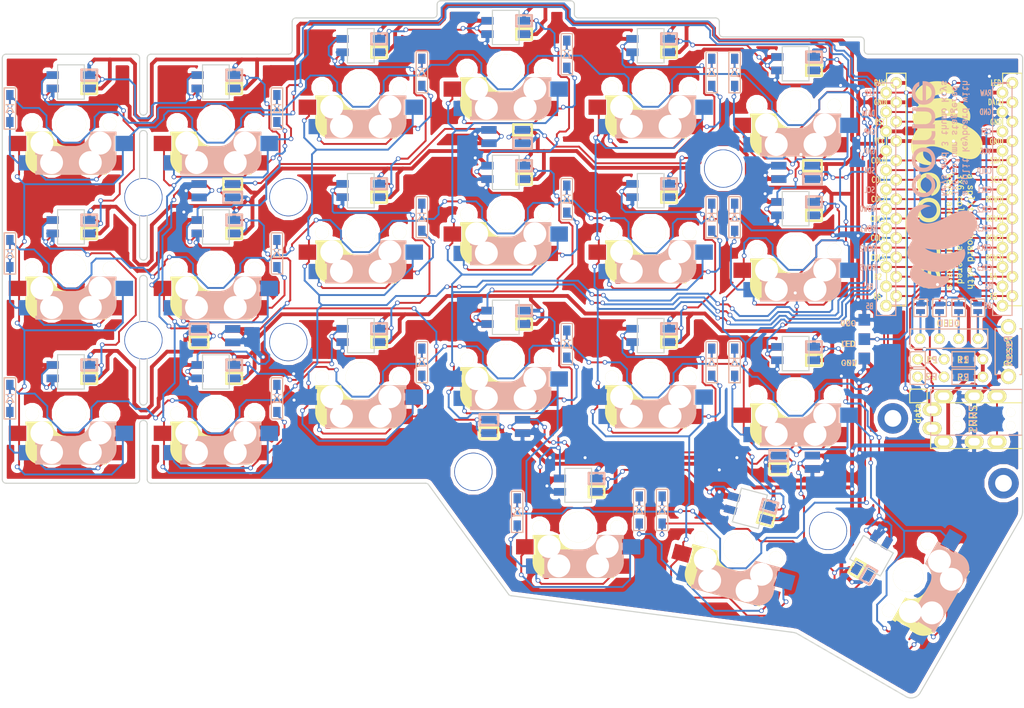
<source format=kicad_pcb>
(kicad_pcb (version 20171130) (host pcbnew "(5.0.0-3-g5ebb6b6)")
  (title_block (title "Corne Cherry") (date 2018-08-26) (rev 2.0) (company foostan))
  (layers (0 F.Cu signal) (31 B.Cu signal) (34 B.Paste user) (35 F.Paste user) (36 B.SilkS user) (37 F.SilkS user) (38 B.Mask user) (39 F.Mask user) (44 Edge.Cuts user))
  (net 0 "")
  (net 1 row0)
  (net 2 "Net-(D1-Pad2)")
  (net 3 row1)
  (net 4 "Net-(D2-Pad2)")
  (net 5 row2)
  (net 6 "Net-(D3-Pad2)")
  (net 7 row3)
  (net 8 "Net-(D4-Pad2)")
  (net 9 "Net-(D5-Pad2)")
  (net 10 "Net-(D6-Pad2)")
  (net 11 "Net-(D7-Pad2)")
  (net 12 "Net-(D8-Pad2)")
  (net 13 "Net-(D9-Pad2)")
  (net 14 "Net-(D10-Pad2)")
  (net 15 "Net-(D11-Pad2)")
  (net 16 "Net-(D12-Pad2)")
  (net 17 "Net-(D13-Pad2)")
  (net 18 "Net-(D14-Pad2)")
  (net 19 "Net-(D15-Pad2)")
  (net 20 "Net-(D16-Pad2)")
  (net 21 "Net-(D17-Pad2)")
  (net 22 "Net-(D18-Pad2)")
  (net 23 "Net-(D19-Pad2)")
  (net 24 "Net-(D20-Pad2)")
  (net 25 "Net-(D21-Pad2)")
  (net 26 GND)
  (net 27 VCC)
  (net 28 col0)
  (net 29 col1)
  (net 30 col2)
  (net 31 col3)
  (net 32 col4)
  (net 33 col5)
  (net 34 LED)
  (net 35 data)
  (net 36 "Net-(L1-Pad3)")
  (net 37 "Net-(L1-Pad1)")
  (net 38 "Net-(L3-Pad3)")
  (net 39 "Net-(L10-Pad1)")
  (net 40 "Net-(L11-Pad1)")
  (net 41 "Net-(L13-Pad1)")
  (net 42 "Net-(L14-Pad3)")
  (net 43 "Net-(L10-Pad3)")
  (net 44 "Net-(L12-Pad1)")
  (net 45 "Net-(L13-Pad3)")
  (net 46 "Net-(L15-Pad3)")
  (net 47 "Net-(L16-Pad3)")
  (net 48 reset)
  (net 49 SCL)
  (net 50 SDA)
  (net 51 "Net-(L5-Pad3)")
  (net 52 "Net-(U1-Pad14)")
  (net 53 "Net-(U1-Pad13)")
  (net 54 "Net-(U1-Pad12)")
  (net 55 "Net-(U1-Pad11)")
  (net 56 "Net-(J2-Pad1)")
  (net 57 "Net-(J2-Pad2)")
  (net 58 "Net-(J2-Pad3)")
  (net 59 "Net-(J2-Pad4)")
  (net 60 "Net-(L2-Pad3)")
  (net 61 "Net-(L3-Pad1)")
  (net 62 "Net-(L11-Pad3)")
  (net 63 "Net-(L14-Pad1)")
  (net 64 "Net-(L12-Pad3)")
  (net 65 "Net-(L17-Pad1)")
  (net 66 "Net-(L18-Pad3)")
  (net 67 "Net-(L19-Pad3)")
  (net 68 "Net-(J1-PadA)")
  (net 69 "Net-(J1-PadB)")
  (net 70 "Net-(U1-Pad24)")
  (net 71 "Net-(L21-Pad3)")
  (net 72 "Net-(L22-Pad3)")
  (net 73 "Net-(L22-Pad1)")
  (net 74 "Net-(L23-Pad3)")
  (net 75 "Net-(L25-Pad1)")
  (net 76 "Net-(L26-Pad1)")
  (module kbd:CherryMX_Hotswap_1.5u (layer F.Cu) (at 179.75 136.5 240)
    (fp_text reference SW21 hide)
    (fp_text value SW_PUSH hide)
    (pad 2 smd rect (at 5.7 -5.12 60) (size 2.3 2) (layers B.Cu B.Paste B.Mask) (net 25 "Net-(D21-Pad2)"))
    (pad "" np_thru_hole circle (at -5.08 0 240) (size 1.8 1.8) (drill 1.8) (layers *.Cu *.Mask F.SilkS))
    (pad "" np_thru_hole circle (at 5.08 0 240) (size 1.8 1.8) (drill 1.8) (layers *.Cu *.Mask F.SilkS))
    (pad "" np_thru_hole circle (at 0 0 330) (size 4 4) (drill 4) (layers *.Cu *.Mask F.SilkS))
    (pad "" np_thru_hole circle (at 2.54 -5.08 60) (size 3 3) (drill 3) (layers *.Cu *.Mask))
    (pad "" np_thru_hole circle (at 3.81 -2.540001 60) (size 3 3) (drill 3) (layers *.Cu *.Mask))
    (pad "" np_thru_hole circle (at -2.54 -5.08 60) (size 3 3) (drill 3) (layers *.Cu *.Mask))
    (pad "" np_thru_hole circle (at -3.81 -2.54 60) (size 3 3) (drill 3) (layers *.Cu *.Mask))
    (pad 2 smd rect (at -5.7 -5.12 60) (size 2.3 2) (layers F.Cu F.Paste F.Mask) (net 25 "Net-(D21-Pad2)"))
    (pad 1 smd rect (at 7 -2.58 60) (size 2.3 2) (layers F.Cu F.Paste F.Mask) (net 33 col5))
    (pad 1 smd rect (at -7 -2.58 60) (size 2.3 2) (layers B.Cu B.Paste B.Mask) (net 33 col5))
  )
  (module kbd:CherryMX_Hotswap (layer F.Cu) (at 127 70 180)
    (fp_text reference SW4 hide)
    (fp_text value SW_PUSH hide)
    (pad 2 smd rect (at 5.7 -5.12) (size 2.3 2) (layers B.Cu B.Paste B.Mask) (net 8 "Net-(D4-Pad2)"))
    (pad "" np_thru_hole circle (at -5.08 0 180) (size 1.8 1.8) (drill 1.8) (layers *.Cu *.Mask F.SilkS))
    (pad "" np_thru_hole circle (at 5.08 0 180) (size 1.8 1.8) (drill 1.8) (layers *.Cu *.Mask F.SilkS))
    (pad "" np_thru_hole circle (at 0 0 270) (size 4 4) (drill 4) (layers *.Cu *.Mask F.SilkS))
    (pad "" np_thru_hole circle (at 2.54 -5.08) (size 3 3) (drill 3) (layers *.Cu *.Mask))
    (pad "" np_thru_hole circle (at 3.81 -2.540001) (size 3 3) (drill 3) (layers *.Cu *.Mask))
    (pad "" np_thru_hole circle (at -2.54 -5.08) (size 3 3) (drill 3) (layers *.Cu *.Mask))
    (pad "" np_thru_hole circle (at -3.81 -2.54) (size 3 3) (drill 3) (layers *.Cu *.Mask))
    (pad 2 smd rect (at -5.7 -5.12) (size 2.3 2) (layers F.Cu F.Paste F.Mask) (net 8 "Net-(D4-Pad2)"))
    (pad 1 smd rect (at 7 -2.58) (size 2.3 2) (layers F.Cu F.Paste F.Mask) (net 31 col3))
    (pad 1 smd rect (at -7 -2.58) (size 2.3 2) (layers B.Cu B.Paste B.Mask) (net 31 col3))
  )
  (module kbd:CherryMX_Hotswap (layer F.Cu) (at 127 108 180)
    (fp_text reference SW16 hide)
    (fp_text value SW_PUSH hide)
    (pad 2 smd rect (at 5.7 -5.12) (size 2.3 2) (layers B.Cu B.Paste B.Mask) (net 20 "Net-(D16-Pad2)"))
    (pad "" np_thru_hole circle (at -5.08 0 180) (size 1.8 1.8) (drill 1.8) (layers *.Cu *.Mask F.SilkS))
    (pad "" np_thru_hole circle (at 5.08 0 180) (size 1.8 1.8) (drill 1.8) (layers *.Cu *.Mask F.SilkS))
    (pad "" np_thru_hole circle (at 0 0 270) (size 4 4) (drill 4) (layers *.Cu *.Mask F.SilkS))
    (pad "" np_thru_hole circle (at 2.54 -5.08) (size 3 3) (drill 3) (layers *.Cu *.Mask))
    (pad "" np_thru_hole circle (at 3.81 -2.540001) (size 3 3) (drill 3) (layers *.Cu *.Mask))
    (pad "" np_thru_hole circle (at -2.54 -5.08) (size 3 3) (drill 3) (layers *.Cu *.Mask))
    (pad "" np_thru_hole circle (at -3.81 -2.54) (size 3 3) (drill 3) (layers *.Cu *.Mask))
    (pad 2 smd rect (at -5.7 -5.12) (size 2.3 2) (layers F.Cu F.Paste F.Mask) (net 20 "Net-(D16-Pad2)"))
    (pad 1 smd rect (at 7 -2.58) (size 2.3 2) (layers F.Cu F.Paste F.Mask) (net 31 col3))
    (pad 1 smd rect (at -7 -2.58) (size 2.3 2) (layers B.Cu B.Paste B.Mask) (net 31 col3))
  )
  (module kbd:CherryMX_Hotswap (layer F.Cu) (at 157.5 132.75 165)
    (fp_text reference SW20 hide)
    (fp_text value SW_PUSH hide)
    (pad 2 smd rect (at 5.7 -5.12 345) (size 2.3 2) (layers B.Cu B.Paste B.Mask) (net 24 "Net-(D20-Pad2)"))
    (pad "" np_thru_hole circle (at -5.08 0 165) (size 1.8 1.8) (drill 1.8) (layers *.Cu *.Mask F.SilkS))
    (pad "" np_thru_hole circle (at 5.08 0 165) (size 1.8 1.8) (drill 1.8) (layers *.Cu *.Mask F.SilkS))
    (pad "" np_thru_hole circle (at 0 0 255) (size 4 4) (drill 4) (layers *.Cu *.Mask F.SilkS))
    (pad "" np_thru_hole circle (at 2.54 -5.08 345) (size 3 3) (drill 3) (layers *.Cu *.Mask))
    (pad "" np_thru_hole circle (at 3.81 -2.540001 345) (size 3 3) (drill 3) (layers *.Cu *.Mask))
    (pad "" np_thru_hole circle (at -2.54 -5.08 345) (size 3 3) (drill 3) (layers *.Cu *.Mask))
    (pad "" np_thru_hole circle (at -3.81 -2.54 345) (size 3 3) (drill 3) (layers *.Cu *.Mask))
    (pad 2 smd rect (at -5.7 -5.12 345) (size 2.3 2) (layers F.Cu F.Paste F.Mask) (net 24 "Net-(D20-Pad2)"))
    (pad 1 smd rect (at 7 -2.58 345) (size 2.3 2) (layers F.Cu F.Paste F.Mask) (net 32 col4))
    (pad 1 smd rect (at -7 -2.58 345) (size 2.3 2) (layers B.Cu B.Paste B.Mask) (net 32 col4))
  )
  (module kbd:CherryMX_Hotswap (layer F.Cu) (at 136.5 130 180)
    (fp_text reference SW19 hide)
    (fp_text value SW_PUSH hide)
    (pad 2 smd rect (at 5.7 -5.12) (size 2.3 2) (layers B.Cu B.Paste B.Mask) (net 23 "Net-(D19-Pad2)"))
    (pad "" np_thru_hole circle (at -5.08 0 180) (size 1.8 1.8) (drill 1.8) (layers *.Cu *.Mask F.SilkS))
    (pad "" np_thru_hole circle (at 5.08 0 180) (size 1.8 1.8) (drill 1.8) (layers *.Cu *.Mask F.SilkS))
    (pad "" np_thru_hole circle (at 0 0 270) (size 4 4) (drill 4) (layers *.Cu *.Mask F.SilkS))
    (pad "" np_thru_hole circle (at 2.54 -5.08) (size 3 3) (drill 3) (layers *.Cu *.Mask))
    (pad "" np_thru_hole circle (at 3.81 -2.540001) (size 3 3) (drill 3) (layers *.Cu *.Mask))
    (pad "" np_thru_hole circle (at -2.54 -5.08) (size 3 3) (drill 3) (layers *.Cu *.Mask))
    (pad "" np_thru_hole circle (at -3.81 -2.54) (size 3 3) (drill 3) (layers *.Cu *.Mask))
    (pad 2 smd rect (at -5.7 -5.12) (size 2.3 2) (layers F.Cu F.Paste F.Mask) (net 23 "Net-(D19-Pad2)"))
    (pad 1 smd rect (at 7 -2.58) (size 2.3 2) (layers F.Cu F.Paste F.Mask) (net 31 col3))
    (pad 1 smd rect (at -7 -2.58) (size 2.3 2) (layers B.Cu B.Paste B.Mask) (net 31 col3))
  )
  (module kbd:CherryMX_Hotswap (layer F.Cu) (at 165 112.75 180)
    (fp_text reference SW18 hide)
    (fp_text value SW_PUSH hide)
    (pad 2 smd rect (at 5.7 -5.12) (size 2.3 2) (layers B.Cu B.Paste B.Mask) (net 22 "Net-(D18-Pad2)"))
    (pad "" np_thru_hole circle (at -5.08 0 180) (size 1.8 1.8) (drill 1.8) (layers *.Cu *.Mask F.SilkS))
    (pad "" np_thru_hole circle (at 5.08 0 180) (size 1.8 1.8) (drill 1.8) (layers *.Cu *.Mask F.SilkS))
    (pad "" np_thru_hole circle (at 0 0 270) (size 4 4) (drill 4) (layers *.Cu *.Mask F.SilkS))
    (pad "" np_thru_hole circle (at 2.54 -5.08) (size 3 3) (drill 3) (layers *.Cu *.Mask))
    (pad "" np_thru_hole circle (at 3.81 -2.540001) (size 3 3) (drill 3) (layers *.Cu *.Mask))
    (pad "" np_thru_hole circle (at -2.54 -5.08) (size 3 3) (drill 3) (layers *.Cu *.Mask))
    (pad "" np_thru_hole circle (at -3.81 -2.54) (size 3 3) (drill 3) (layers *.Cu *.Mask))
    (pad 2 smd rect (at -5.7 -5.12) (size 2.3 2) (layers F.Cu F.Paste F.Mask) (net 22 "Net-(D18-Pad2)"))
    (pad 1 smd rect (at 7 -2.58) (size 2.3 2) (layers F.Cu F.Paste F.Mask) (net 33 col5))
    (pad 1 smd rect (at -7 -2.58) (size 2.3 2) (layers B.Cu B.Paste B.Mask) (net 33 col5))
  )
  (module kbd:CherryMX_Hotswap (layer F.Cu) (at 108 110.375 180)
    (fp_text reference SW15 hide)
    (fp_text value SW_PUSH hide)
    (pad 2 smd rect (at 5.7 -5.12) (size 2.3 2) (layers B.Cu B.Paste B.Mask) (net 19 "Net-(D15-Pad2)"))
    (pad "" np_thru_hole circle (at -5.08 0 180) (size 1.8 1.8) (drill 1.8) (layers *.Cu *.Mask F.SilkS))
    (pad "" np_thru_hole circle (at 5.08 0 180) (size 1.8 1.8) (drill 1.8) (layers *.Cu *.Mask F.SilkS))
    (pad "" np_thru_hole circle (at 0 0 270) (size 4 4) (drill 4) (layers *.Cu *.Mask F.SilkS))
    (pad "" np_thru_hole circle (at 2.54 -5.08) (size 3 3) (drill 3) (layers *.Cu *.Mask))
    (pad "" np_thru_hole circle (at 3.81 -2.540001) (size 3 3) (drill 3) (layers *.Cu *.Mask))
    (pad "" np_thru_hole circle (at -2.54 -5.08) (size 3 3) (drill 3) (layers *.Cu *.Mask))
    (pad "" np_thru_hole circle (at -3.81 -2.54) (size 3 3) (drill 3) (layers *.Cu *.Mask))
    (pad 2 smd rect (at -5.7 -5.12) (size 2.3 2) (layers F.Cu F.Paste F.Mask) (net 19 "Net-(D15-Pad2)"))
    (pad 1 smd rect (at 7 -2.58) (size 2.3 2) (layers F.Cu F.Paste F.Mask) (net 30 col2))
    (pad 1 smd rect (at -7 -2.58) (size 2.3 2) (layers B.Cu B.Paste B.Mask) (net 30 col2))
  )
  (module kbd:CherryMX_Hotswap (layer F.Cu) (at 89 115.125 180)
    (fp_text reference SW14 hide)
    (fp_text value SW_PUSH hide)
    (pad 2 smd rect (at 5.7 -5.12) (size 2.3 2) (layers B.Cu B.Paste B.Mask) (net 18 "Net-(D14-Pad2)"))
    (pad "" np_thru_hole circle (at -5.08 0 180) (size 1.8 1.8) (drill 1.8) (layers *.Cu *.Mask F.SilkS))
    (pad "" np_thru_hole circle (at 5.08 0 180) (size 1.8 1.8) (drill 1.8) (layers *.Cu *.Mask F.SilkS))
    (pad "" np_thru_hole circle (at 0 0 270) (size 4 4) (drill 4) (layers *.Cu *.Mask F.SilkS))
    (pad "" np_thru_hole circle (at 2.54 -5.08) (size 3 3) (drill 3) (layers *.Cu *.Mask))
    (pad "" np_thru_hole circle (at 3.81 -2.540001) (size 3 3) (drill 3) (layers *.Cu *.Mask))
    (pad "" np_thru_hole circle (at -2.54 -5.08) (size 3 3) (drill 3) (layers *.Cu *.Mask))
    (pad "" np_thru_hole circle (at -3.81 -2.54) (size 3 3) (drill 3) (layers *.Cu *.Mask))
    (pad 2 smd rect (at -5.7 -5.12) (size 2.3 2) (layers F.Cu F.Paste F.Mask) (net 18 "Net-(D14-Pad2)"))
    (pad 1 smd rect (at 7 -2.58) (size 2.3 2) (layers F.Cu F.Paste F.Mask) (net 29 col1))
    (pad 1 smd rect (at -7 -2.58) (size 2.3 2) (layers B.Cu B.Paste B.Mask) (net 29 col1))
  )
  (module kbd:CherryMX_Hotswap (layer F.Cu) (at 70 115.125 180)
    (fp_text reference SW13 hide)
    (fp_text value SW_PUSH hide)
    (pad 2 smd rect (at 5.7 -5.12) (size 2.3 2) (layers B.Cu B.Paste B.Mask) (net 17 "Net-(D13-Pad2)"))
    (pad "" np_thru_hole circle (at -5.08 0 180) (size 1.8 1.8) (drill 1.8) (layers *.Cu *.Mask F.SilkS))
    (pad "" np_thru_hole circle (at 5.08 0 180) (size 1.8 1.8) (drill 1.8) (layers *.Cu *.Mask F.SilkS))
    (pad "" np_thru_hole circle (at 0 0 270) (size 4 4) (drill 4) (layers *.Cu *.Mask F.SilkS))
    (pad "" np_thru_hole circle (at 2.54 -5.08) (size 3 3) (drill 3) (layers *.Cu *.Mask))
    (pad "" np_thru_hole circle (at 3.81 -2.540001) (size 3 3) (drill 3) (layers *.Cu *.Mask))
    (pad "" np_thru_hole circle (at -2.54 -5.08) (size 3 3) (drill 3) (layers *.Cu *.Mask))
    (pad "" np_thru_hole circle (at -3.81 -2.54) (size 3 3) (drill 3) (layers *.Cu *.Mask))
    (pad 2 smd rect (at -5.7 -5.12) (size 2.3 2) (layers F.Cu F.Paste F.Mask) (net 17 "Net-(D13-Pad2)"))
    (pad 1 smd rect (at 7 -2.58) (size 2.3 2) (layers F.Cu F.Paste F.Mask) (net 28 col0))
    (pad 1 smd rect (at -7 -2.58) (size 2.3 2) (layers B.Cu B.Paste B.Mask) (net 28 col0))
  )
  (module kbd:CherryMX_Hotswap (layer F.Cu) (at 165 93.75 180)
    (fp_text reference SW12 hide)
    (fp_text value SW_PUSH hide)
    (pad 2 smd rect (at 5.7 -5.12) (size 2.3 2) (layers B.Cu B.Paste B.Mask) (net 16 "Net-(D12-Pad2)"))
    (pad "" np_thru_hole circle (at -5.08 0 180) (size 1.8 1.8) (drill 1.8) (layers *.Cu *.Mask F.SilkS))
    (pad "" np_thru_hole circle (at 5.08 0 180) (size 1.8 1.8) (drill 1.8) (layers *.Cu *.Mask F.SilkS))
    (pad "" np_thru_hole circle (at 0 0 270) (size 4 4) (drill 4) (layers *.Cu *.Mask F.SilkS))
    (pad "" np_thru_hole circle (at 2.54 -5.08) (size 3 3) (drill 3) (layers *.Cu *.Mask))
    (pad "" np_thru_hole circle (at 3.81 -2.540001) (size 3 3) (drill 3) (layers *.Cu *.Mask))
    (pad "" np_thru_hole circle (at -2.54 -5.08) (size 3 3) (drill 3) (layers *.Cu *.Mask))
    (pad "" np_thru_hole circle (at -3.81 -2.54) (size 3 3) (drill 3) (layers *.Cu *.Mask))
    (pad 2 smd rect (at -5.7 -5.12) (size 2.3 2) (layers F.Cu F.Paste F.Mask) (net 16 "Net-(D12-Pad2)"))
    (pad 1 smd rect (at 7 -2.58) (size 2.3 2) (layers F.Cu F.Paste F.Mask) (net 33 col5))
    (pad 1 smd rect (at -7 -2.58) (size 2.3 2) (layers B.Cu B.Paste B.Mask) (net 33 col5))
  )
  (module kbd:CherryMX_Hotswap (layer F.Cu) (at 146 91.375 180)
    (fp_text reference SW11 hide)
    (fp_text value SW_PUSH hide)
    (pad 2 smd rect (at 5.7 -5.12) (size 2.3 2) (layers B.Cu B.Paste B.Mask) (net 15 "Net-(D11-Pad2)"))
    (pad "" np_thru_hole circle (at -5.08 0 180) (size 1.8 1.8) (drill 1.8) (layers *.Cu *.Mask F.SilkS))
    (pad "" np_thru_hole circle (at 5.08 0 180) (size 1.8 1.8) (drill 1.8) (layers *.Cu *.Mask F.SilkS))
    (pad "" np_thru_hole circle (at 0 0 270) (size 4 4) (drill 4) (layers *.Cu *.Mask F.SilkS))
    (pad "" np_thru_hole circle (at 2.54 -5.08) (size 3 3) (drill 3) (layers *.Cu *.Mask))
    (pad "" np_thru_hole circle (at 3.81 -2.540001) (size 3 3) (drill 3) (layers *.Cu *.Mask))
    (pad "" np_thru_hole circle (at -2.54 -5.08) (size 3 3) (drill 3) (layers *.Cu *.Mask))
    (pad "" np_thru_hole circle (at -3.81 -2.54) (size 3 3) (drill 3) (layers *.Cu *.Mask))
    (pad 2 smd rect (at -5.7 -5.12) (size 2.3 2) (layers F.Cu F.Paste F.Mask) (net 15 "Net-(D11-Pad2)"))
    (pad 1 smd rect (at 7 -2.58) (size 2.3 2) (layers F.Cu F.Paste F.Mask) (net 32 col4))
    (pad 1 smd rect (at -7 -2.58) (size 2.3 2) (layers B.Cu B.Paste B.Mask) (net 32 col4))
  )
  (module kbd:CherryMX_Hotswap (layer F.Cu) (at 127 89 180)
    (fp_text reference SW10 hide)
    (fp_text value SW_PUSH hide)
    (pad 2 smd rect (at 5.7 -5.12) (size 2.3 2) (layers B.Cu B.Paste B.Mask) (net 14 "Net-(D10-Pad2)"))
    (pad "" np_thru_hole circle (at -5.08 0 180) (size 1.8 1.8) (drill 1.8) (layers *.Cu *.Mask F.SilkS))
    (pad "" np_thru_hole circle (at 5.08 0 180) (size 1.8 1.8) (drill 1.8) (layers *.Cu *.Mask F.SilkS))
    (pad "" np_thru_hole circle (at 0 0 270) (size 4 4) (drill 4) (layers *.Cu *.Mask F.SilkS))
    (pad "" np_thru_hole circle (at 2.54 -5.08) (size 3 3) (drill 3) (layers *.Cu *.Mask))
    (pad "" np_thru_hole circle (at 3.81 -2.540001) (size 3 3) (drill 3) (layers *.Cu *.Mask))
    (pad "" np_thru_hole circle (at -2.54 -5.08) (size 3 3) (drill 3) (layers *.Cu *.Mask))
    (pad "" np_thru_hole circle (at -3.81 -2.54) (size 3 3) (drill 3) (layers *.Cu *.Mask))
    (pad 2 smd rect (at -5.7 -5.12) (size 2.3 2) (layers F.Cu F.Paste F.Mask) (net 14 "Net-(D10-Pad2)"))
    (pad 1 smd rect (at 7 -2.58) (size 2.3 2) (layers F.Cu F.Paste F.Mask) (net 31 col3))
    (pad 1 smd rect (at -7 -2.58) (size 2.3 2) (layers B.Cu B.Paste B.Mask) (net 31 col3))
  )
  (module kbd:CherryMX_Hotswap (layer F.Cu) (at 108 91.375 180)
    (fp_text reference SW9 hide)
    (fp_text value SW_PUSH hide)
    (pad 2 smd rect (at 5.7 -5.12) (size 2.3 2) (layers B.Cu B.Paste B.Mask) (net 13 "Net-(D9-Pad2)"))
    (pad "" np_thru_hole circle (at -5.08 0 180) (size 1.8 1.8) (drill 1.8) (layers *.Cu *.Mask F.SilkS))
    (pad "" np_thru_hole circle (at 5.08 0 180) (size 1.8 1.8) (drill 1.8) (layers *.Cu *.Mask F.SilkS))
    (pad "" np_thru_hole circle (at 0 0 270) (size 4 4) (drill 4) (layers *.Cu *.Mask F.SilkS))
    (pad "" np_thru_hole circle (at 2.54 -5.08) (size 3 3) (drill 3) (layers *.Cu *.Mask))
    (pad "" np_thru_hole circle (at 3.81 -2.540001) (size 3 3) (drill 3) (layers *.Cu *.Mask))
    (pad "" np_thru_hole circle (at -2.54 -5.08) (size 3 3) (drill 3) (layers *.Cu *.Mask))
    (pad "" np_thru_hole circle (at -3.81 -2.54) (size 3 3) (drill 3) (layers *.Cu *.Mask))
    (pad 2 smd rect (at -5.7 -5.12) (size 2.3 2) (layers F.Cu F.Paste F.Mask) (net 13 "Net-(D9-Pad2)"))
    (pad 1 smd rect (at 7 -2.58) (size 2.3 2) (layers F.Cu F.Paste F.Mask) (net 30 col2))
    (pad 1 smd rect (at -7 -2.58) (size 2.3 2) (layers B.Cu B.Paste B.Mask) (net 30 col2))
  )
  (module kbd:CherryMX_Hotswap (layer F.Cu) (at 89 96.125 180)
    (fp_text reference SW8 hide)
    (fp_text value SW_PUSH hide)
    (pad 2 smd rect (at 5.7 -5.12) (size 2.3 2) (layers B.Cu B.Paste B.Mask) (net 12 "Net-(D8-Pad2)"))
    (pad "" np_thru_hole circle (at -5.08 0 180) (size 1.8 1.8) (drill 1.8) (layers *.Cu *.Mask F.SilkS))
    (pad "" np_thru_hole circle (at 5.08 0 180) (size 1.8 1.8) (drill 1.8) (layers *.Cu *.Mask F.SilkS))
    (pad "" np_thru_hole circle (at 0 0 270) (size 4 4) (drill 4) (layers *.Cu *.Mask F.SilkS))
    (pad "" np_thru_hole circle (at 2.54 -5.08) (size 3 3) (drill 3) (layers *.Cu *.Mask))
    (pad "" np_thru_hole circle (at 3.81 -2.540001) (size 3 3) (drill 3) (layers *.Cu *.Mask))
    (pad "" np_thru_hole circle (at -2.54 -5.08) (size 3 3) (drill 3) (layers *.Cu *.Mask))
    (pad "" np_thru_hole circle (at -3.81 -2.54) (size 3 3) (drill 3) (layers *.Cu *.Mask))
    (pad 2 smd rect (at -5.7 -5.12) (size 2.3 2) (layers F.Cu F.Paste F.Mask) (net 12 "Net-(D8-Pad2)"))
    (pad 1 smd rect (at 7 -2.58) (size 2.3 2) (layers F.Cu F.Paste F.Mask) (net 29 col1))
    (pad 1 smd rect (at -7 -2.58) (size 2.3 2) (layers B.Cu B.Paste B.Mask) (net 29 col1))
  )
  (module kbd:CherryMX_Hotswap (layer F.Cu) (at 70 96.125 180)
    (fp_text reference SW7 hide)
    (fp_text value SW_PUSH hide)
    (pad 2 smd rect (at 5.7 -5.12) (size 2.3 2) (layers B.Cu B.Paste B.Mask) (net 11 "Net-(D7-Pad2)"))
    (pad "" np_thru_hole circle (at -5.08 0 180) (size 1.8 1.8) (drill 1.8) (layers *.Cu *.Mask F.SilkS))
    (pad "" np_thru_hole circle (at 5.08 0 180) (size 1.8 1.8) (drill 1.8) (layers *.Cu *.Mask F.SilkS))
    (pad "" np_thru_hole circle (at 0 0 270) (size 4 4) (drill 4) (layers *.Cu *.Mask F.SilkS))
    (pad "" np_thru_hole circle (at 2.54 -5.08) (size 3 3) (drill 3) (layers *.Cu *.Mask))
    (pad "" np_thru_hole circle (at 3.81 -2.540001) (size 3 3) (drill 3) (layers *.Cu *.Mask))
    (pad "" np_thru_hole circle (at -2.54 -5.08) (size 3 3) (drill 3) (layers *.Cu *.Mask))
    (pad "" np_thru_hole circle (at -3.81 -2.54) (size 3 3) (drill 3) (layers *.Cu *.Mask))
    (pad 2 smd rect (at -5.7 -5.12) (size 2.3 2) (layers F.Cu F.Paste F.Mask) (net 11 "Net-(D7-Pad2)"))
    (pad 1 smd rect (at 7 -2.58) (size 2.3 2) (layers F.Cu F.Paste F.Mask) (net 28 col0))
    (pad 1 smd rect (at -7 -2.58) (size 2.3 2) (layers B.Cu B.Paste B.Mask) (net 28 col0))
  )
  (module kbd:CherryMX_Hotswap (layer F.Cu) (at 165 74.75 180)
    (fp_text reference SW6 hide)
    (fp_text value SW_PUSH hide)
    (pad 2 smd rect (at 5.7 -5.12) (size 2.3 2) (layers B.Cu B.Paste B.Mask) (net 10 "Net-(D6-Pad2)"))
    (pad "" np_thru_hole circle (at -5.08 0 180) (size 1.8 1.8) (drill 1.8) (layers *.Cu *.Mask F.SilkS))
    (pad "" np_thru_hole circle (at 5.08 0 180) (size 1.8 1.8) (drill 1.8) (layers *.Cu *.Mask F.SilkS))
    (pad "" np_thru_hole circle (at 0 0 270) (size 4 4) (drill 4) (layers *.Cu *.Mask F.SilkS))
    (pad "" np_thru_hole circle (at 2.54 -5.08) (size 3 3) (drill 3) (layers *.Cu *.Mask))
    (pad "" np_thru_hole circle (at 3.81 -2.540001) (size 3 3) (drill 3) (layers *.Cu *.Mask))
    (pad "" np_thru_hole circle (at -2.54 -5.08) (size 3 3) (drill 3) (layers *.Cu *.Mask))
    (pad "" np_thru_hole circle (at -3.81 -2.54) (size 3 3) (drill 3) (layers *.Cu *.Mask))
    (pad 2 smd rect (at -5.7 -5.12) (size 2.3 2) (layers F.Cu F.Paste F.Mask) (net 10 "Net-(D6-Pad2)"))
    (pad 1 smd rect (at 7 -2.58) (size 2.3 2) (layers F.Cu F.Paste F.Mask) (net 33 col5))
    (pad 1 smd rect (at -7 -2.58) (size 2.3 2) (layers B.Cu B.Paste B.Mask) (net 33 col5))
  )
  (module kbd:CherryMX_Hotswap (layer F.Cu) (at 146 72.375 180)
    (fp_text reference SW5 hide)
    (fp_text value SW_PUSH hide)
    (pad 2 smd rect (at 5.7 -5.12) (size 2.3 2) (layers B.Cu B.Paste B.Mask) (net 9 "Net-(D5-Pad2)"))
    (pad "" np_thru_hole circle (at -5.08 0 180) (size 1.8 1.8) (drill 1.8) (layers *.Cu *.Mask F.SilkS))
    (pad "" np_thru_hole circle (at 5.08 0 180) (size 1.8 1.8) (drill 1.8) (layers *.Cu *.Mask F.SilkS))
    (pad "" np_thru_hole circle (at 0 0 270) (size 4 4) (drill 4) (layers *.Cu *.Mask F.SilkS))
    (pad "" np_thru_hole circle (at 2.54 -5.08) (size 3 3) (drill 3) (layers *.Cu *.Mask))
    (pad "" np_thru_hole circle (at 3.81 -2.540001) (size 3 3) (drill 3) (layers *.Cu *.Mask))
    (pad "" np_thru_hole circle (at -2.54 -5.08) (size 3 3) (drill 3) (layers *.Cu *.Mask))
    (pad "" np_thru_hole circle (at -3.81 -2.54) (size 3 3) (drill 3) (layers *.Cu *.Mask))
    (pad 2 smd rect (at -5.7 -5.12) (size 2.3 2) (layers F.Cu F.Paste F.Mask) (net 9 "Net-(D5-Pad2)"))
    (pad 1 smd rect (at 7 -2.58) (size 2.3 2) (layers F.Cu F.Paste F.Mask) (net 32 col4))
    (pad 1 smd rect (at -7 -2.58) (size 2.3 2) (layers B.Cu B.Paste B.Mask) (net 32 col4))
  )
  (module kbd:CherryMX_Hotswap (layer F.Cu) (at 108 72.375 180)
    (fp_text reference SW3 hide)
    (fp_text value SW_PUSH hide)
    (pad 2 smd rect (at 5.7 -5.12) (size 2.3 2) (layers B.Cu B.Paste B.Mask) (net 6 "Net-(D3-Pad2)"))
    (pad "" np_thru_hole circle (at -5.08 0 180) (size 1.8 1.8) (drill 1.8) (layers *.Cu *.Mask F.SilkS))
    (pad "" np_thru_hole circle (at 5.08 0 180) (size 1.8 1.8) (drill 1.8) (layers *.Cu *.Mask F.SilkS))
    (pad "" np_thru_hole circle (at 0 0 270) (size 4 4) (drill 4) (layers *.Cu *.Mask F.SilkS))
    (pad "" np_thru_hole circle (at 2.54 -5.08) (size 3 3) (drill 3) (layers *.Cu *.Mask))
    (pad "" np_thru_hole circle (at 3.81 -2.540001) (size 3 3) (drill 3) (layers *.Cu *.Mask))
    (pad "" np_thru_hole circle (at -2.54 -5.08) (size 3 3) (drill 3) (layers *.Cu *.Mask))
    (pad "" np_thru_hole circle (at -3.81 -2.54) (size 3 3) (drill 3) (layers *.Cu *.Mask))
    (pad 2 smd rect (at -5.7 -5.12) (size 2.3 2) (layers F.Cu F.Paste F.Mask) (net 6 "Net-(D3-Pad2)"))
    (pad 1 smd rect (at 7 -2.58) (size 2.3 2) (layers F.Cu F.Paste F.Mask) (net 30 col2))
    (pad 1 smd rect (at -7 -2.58) (size 2.3 2) (layers B.Cu B.Paste B.Mask) (net 30 col2))
  )
  (module kbd:CherryMX_Hotswap (layer F.Cu) (at 89 77.125 180)
    (fp_text reference SW2 hide)
    (fp_text value SW_PUSH hide)
    (pad 2 smd rect (at 5.7 -5.12) (size 2.3 2) (layers B.Cu B.Paste B.Mask) (net 4 "Net-(D2-Pad2)"))
    (pad "" np_thru_hole circle (at -5.08 0 180) (size 1.8 1.8) (drill 1.8) (layers *.Cu *.Mask F.SilkS))
    (pad "" np_thru_hole circle (at 5.08 0 180) (size 1.8 1.8) (drill 1.8) (layers *.Cu *.Mask F.SilkS))
    (pad "" np_thru_hole circle (at 0 0 270) (size 4 4) (drill 4) (layers *.Cu *.Mask F.SilkS))
    (pad "" np_thru_hole circle (at 2.54 -5.08) (size 3 3) (drill 3) (layers *.Cu *.Mask))
    (pad "" np_thru_hole circle (at 3.81 -2.540001) (size 3 3) (drill 3) (layers *.Cu *.Mask))
    (pad "" np_thru_hole circle (at -2.54 -5.08) (size 3 3) (drill 3) (layers *.Cu *.Mask))
    (pad "" np_thru_hole circle (at -3.81 -2.54) (size 3 3) (drill 3) (layers *.Cu *.Mask))
    (pad 2 smd rect (at -5.7 -5.12) (size 2.3 2) (layers F.Cu F.Paste F.Mask) (net 4 "Net-(D2-Pad2)"))
    (pad 1 smd rect (at 7 -2.58) (size 2.3 2) (layers F.Cu F.Paste F.Mask) (net 29 col1))
    (pad 1 smd rect (at -7 -2.58) (size 2.3 2) (layers B.Cu B.Paste B.Mask) (net 29 col1))
  )
  (module kbd:CherryMX_Hotswap (layer F.Cu) (at 70 77.125 180)
    (fp_text reference SW1 hide)
    (fp_text value SW_PUSH hide)
    (pad 2 smd rect (at 5.7 -5.12) (size 2.3 2) (layers B.Cu B.Paste B.Mask) (net 2 "Net-(D1-Pad2)"))
    (pad "" np_thru_hole circle (at -5.08 0 180) (size 1.8 1.8) (drill 1.8) (layers *.Cu *.Mask F.SilkS))
    (pad "" np_thru_hole circle (at 5.08 0 180) (size 1.8 1.8) (drill 1.8) (layers *.Cu *.Mask F.SilkS))
    (pad "" np_thru_hole circle (at 0 0 270) (size 4 4) (drill 4) (layers *.Cu *.Mask F.SilkS))
    (pad "" np_thru_hole circle (at 2.54 -5.08) (size 3 3) (drill 3) (layers *.Cu *.Mask))
    (pad "" np_thru_hole circle (at 3.81 -2.540001) (size 3 3) (drill 3) (layers *.Cu *.Mask))
    (pad "" np_thru_hole circle (at -2.54 -5.08) (size 3 3) (drill 3) (layers *.Cu *.Mask))
    (pad "" np_thru_hole circle (at -3.81 -2.54) (size 3 3) (drill 3) (layers *.Cu *.Mask))
    (pad 2 smd rect (at -5.7 -5.12) (size 2.3 2) (layers F.Cu F.Paste F.Mask) (net 2 "Net-(D1-Pad2)"))
    (pad 1 smd rect (at 7 -2.58) (size 2.3 2) (layers F.Cu F.Paste F.Mask) (net 28 col0))
    (pad 1 smd rect (at -7 -2.58) (size 2.3 2) (layers B.Cu B.Paste B.Mask) (net 28 col0))
  )
  (module kbd:CherryMX_Hotswap (layer F.Cu) (at 146 110.375 180)
    (fp_text reference SW17 hide)
    (fp_text value SW_PUSH hide)
    (pad 2 smd rect (at 5.7 -5.12) (size 2.3 2) (layers B.Cu B.Paste B.Mask) (net 21 "Net-(D17-Pad2)"))
    (pad "" np_thru_hole circle (at -5.08 0 180) (size 1.8 1.8) (drill 1.8) (layers *.Cu *.Mask F.SilkS))
    (pad "" np_thru_hole circle (at 5.08 0 180) (size 1.8 1.8) (drill 1.8) (layers *.Cu *.Mask F.SilkS))
    (pad "" np_thru_hole circle (at 0 0 270) (size 4 4) (drill 4) (layers *.Cu *.Mask F.SilkS))
    (pad "" np_thru_hole circle (at 2.54 -5.08) (size 3 3) (drill 3) (layers *.Cu *.Mask))
    (pad "" np_thru_hole circle (at 3.81 -2.540001) (size 3 3) (drill 3) (layers *.Cu *.Mask))
    (pad "" np_thru_hole circle (at -2.54 -5.08) (size 3 3) (drill 3) (layers *.Cu *.Mask))
    (pad "" np_thru_hole circle (at -3.81 -2.54) (size 3 3) (drill 3) (layers *.Cu *.Mask))
    (pad 2 smd rect (at -5.7 -5.12) (size 2.3 2) (layers F.Cu F.Paste F.Mask) (net 21 "Net-(D17-Pad2)"))
    (pad 1 smd rect (at 7 -2.58) (size 2.3 2) (layers F.Cu F.Paste F.Mask) (net 32 col4))
    (pad 1 smd rect (at -7 -2.58) (size 2.3 2) (layers B.Cu B.Paste B.Mask) (net 32 col4))
  )
  (module kbd:MJ-4PP-9 (layer F.Cu) (at 194.7 116.7 270)
    (fp_text reference TRRS (at -0.889 6.4135 270) (layer F.SilkS))
    (fp_text value MJ-4PP-9 hide)
    (fp_text user TRRS (at -0.8255 6.4135 270) (layer B.SilkS) (effects (justify mirror)))
    (pad "" np_thru_hole circle (at -1.75 8.5 270) (size 1.2 1.2) (drill 1.2) (layers *.Cu *.Mask F.SilkS))
    (pad "" np_thru_hole circle (at -1.75 1.5 270) (size 1.2 1.2) (drill 1.2) (layers *.Cu *.Mask F.SilkS))
    (pad D thru_hole oval (at -3.85 10.3 270) (size 1.7 2.5) (drill oval 1 1.5) (layers *.Cu *.Mask F.SilkS) (net 27 VCC) (clearance 0.15))
    (pad A thru_hole oval (at 0.35 11.8 270) (size 1.7 2.5) (drill oval 1 1.5) (layers *.Cu *.Mask F.SilkS) (net 68 "Net-(J1-PadA)") (clearance 0.15))
    (pad B thru_hole oval (at -3.85 3.3 270) (size 1.7 2.5) (drill oval 1 1.5) (layers *.Cu *.Mask F.SilkS) (net 69 "Net-(J1-PadB)"))
    (pad C thru_hole oval (at -3.85 6.3 270) (size 1.7 2.5) (drill oval 1 1.5) (layers *.Cu *.Mask F.SilkS) (net 26 GND))
    (pad "" np_thru_hole circle (at 0 1.5 270) (size 1.2 1.2) (drill 1.2) (layers *.Cu *.Mask F.SilkS))
    (pad "" np_thru_hole circle (at 0 8.5 270) (size 1.2 1.2) (drill 1.2) (layers *.Cu *.Mask F.SilkS))
    (pad B thru_hole oval (at 2.1 3.3 270) (size 1.7 2.5) (drill oval 1 1.5) (layers *.Cu *.Mask F.SilkS) (net 69 "Net-(J1-PadB)"))
    (pad C thru_hole oval (at 2.1 6.3 270) (size 1.7 2.5) (drill oval 1 1.5) (layers *.Cu *.Mask F.SilkS) (net 26 GND))
    (pad D thru_hole oval (at 2.1 10.3 270) (size 1.7 2.5) (drill oval 1 1.5) (layers *.Cu *.Mask F.SilkS) (net 27 VCC) (clearance 0.15))
    (pad A thru_hole oval (at -2.1 11.8 270) (size 1.7 2.5) (drill oval 1 1.5) (layers *.Cu *.Mask F.SilkS) (net 68 "Net-(J1-PadA)") (clearance 0.15))
  )
  (module kbd:SK6812MINI_underglow_rev (layer F.Cu) (at 165 121.5 180)
    (fp_text reference L27 hide)
    (fp_text value SK6812MINI hide)
    (pad 4 smd rect (at 2.2 -0.875 180) (size 2 1) (layers F.Cu F.Paste F.Mask) (net 27 VCC))
    (pad 3 smd rect (at 2.2 0.875 180) (size 2 1) (layers F.Cu F.Paste F.Mask) (net 76 "Net-(L26-Pad1)"))
    (pad 1 smd rect (at -2.2 -0.875 180) (size 2 1) (layers F.Cu F.Paste F.Mask) (net 71 "Net-(L21-Pad3)"))
    (pad 2 smd rect (at -2.2 0.875 180) (size 2 1) (layers F.Cu F.Paste F.Mask) (net 26 GND))
    (pad 3 smd rect (at 2.2 -0.875 180) (size 2 1) (layers B.Cu B.Paste B.Mask) (net 76 "Net-(L26-Pad1)"))
    (pad 4 smd rect (at 2.2 0.875 180) (size 2 1) (layers B.Cu B.Paste B.Mask) (net 27 VCC))
    (pad 1 smd rect (at -2.2 0.875 180) (size 2 1) (layers B.Cu B.Paste B.Mask) (net 71 "Net-(L21-Pad3)"))
    (pad 2 smd rect (at -2.2 -0.875 180) (size 2 1) (layers B.Cu B.Paste B.Mask) (net 26 GND))
  )
  (module kbd:SK6812MINI_underglow_rev (layer F.Cu) (at 165 83.5)
    (fp_text reference L24 hide)
    (fp_text value SK6812MINI hide)
    (pad 4 smd rect (at 2.2 -0.875) (size 2 1) (layers F.Cu F.Paste F.Mask) (net 27 VCC))
    (pad 3 smd rect (at 2.2 0.875) (size 2 1) (layers F.Cu F.Paste F.Mask) (net 34 LED))
    (pad 1 smd rect (at -2.2 -0.875) (size 2 1) (layers F.Cu F.Paste F.Mask) (net 74 "Net-(L23-Pad3)"))
    (pad 2 smd rect (at -2.2 0.875) (size 2 1) (layers F.Cu F.Paste F.Mask) (net 26 GND))
    (pad 3 smd rect (at 2.2 -0.875) (size 2 1) (layers B.Cu B.Paste B.Mask) (net 34 LED))
    (pad 4 smd rect (at 2.2 0.875) (size 2 1) (layers B.Cu B.Paste B.Mask) (net 27 VCC))
    (pad 1 smd rect (at -2.2 0.875) (size 2 1) (layers B.Cu B.Paste B.Mask) (net 74 "Net-(L23-Pad3)"))
    (pad 2 smd rect (at -2.2 -0.875) (size 2 1) (layers B.Cu B.Paste B.Mask) (net 26 GND))
  )
  (module kbd:SK6812MINI_underglow_rev (layer F.Cu) (at 127 78.8)
    (fp_text reference L23 hide)
    (fp_text value SK6812MINI hide)
    (pad 4 smd rect (at 2.2 -0.875) (size 2 1) (layers F.Cu F.Paste F.Mask) (net 27 VCC))
    (pad 3 smd rect (at 2.2 0.875) (size 2 1) (layers F.Cu F.Paste F.Mask) (net 74 "Net-(L23-Pad3)"))
    (pad 1 smd rect (at -2.2 -0.875) (size 2 1) (layers F.Cu F.Paste F.Mask) (net 72 "Net-(L22-Pad3)"))
    (pad 2 smd rect (at -2.2 0.875) (size 2 1) (layers F.Cu F.Paste F.Mask) (net 26 GND))
    (pad 3 smd rect (at 2.2 -0.875) (size 2 1) (layers B.Cu B.Paste B.Mask) (net 74 "Net-(L23-Pad3)"))
    (pad 4 smd rect (at 2.2 0.875) (size 2 1) (layers B.Cu B.Paste B.Mask) (net 27 VCC))
    (pad 1 smd rect (at -2.2 0.875) (size 2 1) (layers B.Cu B.Paste B.Mask) (net 72 "Net-(L22-Pad3)"))
    (pad 2 smd rect (at -2.2 -0.875) (size 2 1) (layers B.Cu B.Paste B.Mask) (net 26 GND))
  )
  (module kbd:SK6812MINI_underglow_rev (layer F.Cu) (at 89 85.9)
    (fp_text reference L22 hide)
    (fp_text value SK6812MINI hide)
    (pad 4 smd rect (at 2.2 -0.875) (size 2 1) (layers F.Cu F.Paste F.Mask) (net 27 VCC))
    (pad 3 smd rect (at 2.2 0.875) (size 2 1) (layers F.Cu F.Paste F.Mask) (net 72 "Net-(L22-Pad3)"))
    (pad 1 smd rect (at -2.2 -0.875) (size 2 1) (layers F.Cu F.Paste F.Mask) (net 73 "Net-(L22-Pad1)"))
    (pad 2 smd rect (at -2.2 0.875) (size 2 1) (layers F.Cu F.Paste F.Mask) (net 26 GND))
    (pad 3 smd rect (at 2.2 -0.875) (size 2 1) (layers B.Cu B.Paste B.Mask) (net 72 "Net-(L22-Pad3)"))
    (pad 4 smd rect (at 2.2 0.875) (size 2 1) (layers B.Cu B.Paste B.Mask) (net 27 VCC))
    (pad 1 smd rect (at -2.2 0.875) (size 2 1) (layers B.Cu B.Paste B.Mask) (net 73 "Net-(L22-Pad1)"))
    (pad 2 smd rect (at -2.2 -0.875) (size 2 1) (layers B.Cu B.Paste B.Mask) (net 26 GND))
  )
  (module kbd:SK6812MINI_underglow_rev (layer F.Cu) (at 89 104.9 180)
    (fp_text reference L25 hide)
    (fp_text value SK6812MINI hide)
    (pad 4 smd rect (at 2.2 -0.875 180) (size 2 1) (layers F.Cu F.Paste F.Mask) (net 27 VCC))
    (pad 3 smd rect (at 2.2 0.875 180) (size 2 1) (layers F.Cu F.Paste F.Mask) (net 73 "Net-(L22-Pad1)"))
    (pad 1 smd rect (at -2.2 -0.875 180) (size 2 1) (layers F.Cu F.Paste F.Mask) (net 75 "Net-(L25-Pad1)"))
    (pad 2 smd rect (at -2.2 0.875 180) (size 2 1) (layers F.Cu F.Paste F.Mask) (net 26 GND))
    (pad 3 smd rect (at 2.2 -0.875 180) (size 2 1) (layers B.Cu B.Paste B.Mask) (net 73 "Net-(L22-Pad1)"))
    (pad 4 smd rect (at 2.2 0.875 180) (size 2 1) (layers B.Cu B.Paste B.Mask) (net 27 VCC))
    (pad 1 smd rect (at -2.2 0.875 180) (size 2 1) (layers B.Cu B.Paste B.Mask) (net 75 "Net-(L25-Pad1)"))
    (pad 2 smd rect (at -2.2 -0.875 180) (size 2 1) (layers B.Cu B.Paste B.Mask) (net 26 GND))
  )
  (module kbd:SK6812MINI_underglow_rev (layer F.Cu) (at 127 116.8 180)
    (fp_text reference L26 hide)
    (fp_text value SK6812MINI hide)
    (pad 4 smd rect (at 2.2 -0.875 180) (size 2 1) (layers F.Cu F.Paste F.Mask) (net 27 VCC))
    (pad 3 smd rect (at 2.2 0.875 180) (size 2 1) (layers F.Cu F.Paste F.Mask) (net 75 "Net-(L25-Pad1)"))
    (pad 1 smd rect (at -2.2 -0.875 180) (size 2 1) (layers F.Cu F.Paste F.Mask) (net 76 "Net-(L26-Pad1)"))
    (pad 2 smd rect (at -2.2 0.875 180) (size 2 1) (layers F.Cu F.Paste F.Mask) (net 26 GND))
    (pad 3 smd rect (at 2.2 -0.875 180) (size 2 1) (layers B.Cu B.Paste B.Mask) (net 75 "Net-(L25-Pad1)"))
    (pad 4 smd rect (at 2.2 0.875 180) (size 2 1) (layers B.Cu B.Paste B.Mask) (net 27 VCC))
    (pad 1 smd rect (at -2.2 0.875 180) (size 2 1) (layers B.Cu B.Paste B.Mask) (net 76 "Net-(L26-Pad1)"))
    (pad 2 smd rect (at -2.2 -0.875 180) (size 2 1) (layers B.Cu B.Paste B.Mask) (net 26 GND))
  )
  (module kbd:SK6812MINI_rev (layer F.Cu) (at 175 133.75 240)
    (fp_text reference L21 hide)
    (fp_text value SK6812MINI hide)
    (pad 2 smd rect (at -2.4 0.875 240) (size 1.6 1) (layers B.Cu B.Paste B.Mask) (net 26 GND))
    (pad 1 smd rect (at -2.4 -0.875 240) (size 1.6 1) (layers B.Cu B.Paste B.Mask) (net 66 "Net-(L18-Pad3)"))
    (pad 4 smd rect (at 2.4 -0.875 240) (size 1.6 1) (layers B.Cu B.Paste B.Mask) (net 27 VCC))
    (pad 3 smd rect (at 2.4 0.875 240) (size 1.6 1) (layers B.Cu B.Paste B.Mask) (net 71 "Net-(L21-Pad3)"))
    (pad 2 smd rect (at -2.4 -0.875 240) (size 1.6 1) (layers F.Cu F.Paste F.Mask) (net 26 GND))
    (pad 1 smd rect (at -2.4 0.875 240) (size 1.6 1) (layers F.Cu F.Paste F.Mask) (net 66 "Net-(L18-Pad3)"))
    (pad 3 smd rect (at 2.4 -0.875 240) (size 1.6 1) (layers F.Cu F.Paste F.Mask) (net 71 "Net-(L21-Pad3)"))
    (pad 4 smd rect (at 2.4 0.875 240) (size 1.6 1) (layers F.Cu F.Paste F.Mask) (net 27 VCC))
  )
  (module kbd:SK6812MINI_rev (layer F.Cu) (at 159 127.5 345)
    (fp_text reference L20 hide)
    (fp_text value SK6812MINI hide)
    (pad 2 smd rect (at -2.4 0.875 345) (size 1.6 1) (layers B.Cu B.Paste B.Mask) (net 26 GND))
    (pad 1 smd rect (at -2.4 -0.875 345) (size 1.6 1) (layers B.Cu B.Paste B.Mask) (net 67 "Net-(L19-Pad3)"))
    (pad 4 smd rect (at 2.4 -0.875 345) (size 1.6 1) (layers B.Cu B.Paste B.Mask) (net 27 VCC))
    (pad 3 smd rect (at 2.4 0.875 345) (size 1.6 1) (layers B.Cu B.Paste B.Mask) (net 65 "Net-(L17-Pad1)"))
    (pad 2 smd rect (at -2.4 -0.875 345) (size 1.6 1) (layers F.Cu F.Paste F.Mask) (net 26 GND))
    (pad 1 smd rect (at -2.4 0.875 345) (size 1.6 1) (layers F.Cu F.Paste F.Mask) (net 67 "Net-(L19-Pad3)"))
    (pad 3 smd rect (at 2.4 -0.875 345) (size 1.6 1) (layers F.Cu F.Paste F.Mask) (net 65 "Net-(L17-Pad1)"))
    (pad 4 smd rect (at 2.4 0.875 345) (size 1.6 1) (layers F.Cu F.Paste F.Mask) (net 27 VCC))
  )
  (module kbd:SK6812MINI_rev (layer F.Cu) (at 136.5 124.5)
    (fp_text reference L19 hide)
    (fp_text value SK6812MINI hide)
    (pad 2 smd rect (at -2.4 0.875) (size 1.6 1) (layers B.Cu B.Paste B.Mask) (net 26 GND))
    (pad 1 smd rect (at -2.4 -0.875) (size 1.6 1) (layers B.Cu B.Paste B.Mask) (net 47 "Net-(L16-Pad3)"))
    (pad 4 smd rect (at 2.4 -0.875) (size 1.6 1) (layers B.Cu B.Paste B.Mask) (net 27 VCC))
    (pad 3 smd rect (at 2.4 0.875) (size 1.6 1) (layers B.Cu B.Paste B.Mask) (net 67 "Net-(L19-Pad3)"))
    (pad 2 smd rect (at -2.4 -0.875) (size 1.6 1) (layers F.Cu F.Paste F.Mask) (net 26 GND))
    (pad 1 smd rect (at -2.4 0.875) (size 1.6 1) (layers F.Cu F.Paste F.Mask) (net 47 "Net-(L16-Pad3)"))
    (pad 3 smd rect (at 2.4 -0.875) (size 1.6 1) (layers F.Cu F.Paste F.Mask) (net 67 "Net-(L19-Pad3)"))
    (pad 4 smd rect (at 2.4 0.875) (size 1.6 1) (layers F.Cu F.Paste F.Mask) (net 27 VCC))
  )
  (module kbd:SK6812MINI_rev (layer F.Cu) (at 165 107.25)
    (fp_text reference L18 hide)
    (fp_text value SK6812MINI hide)
    (pad 2 smd rect (at -2.4 0.875) (size 1.6 1) (layers B.Cu B.Paste B.Mask) (net 26 GND))
    (pad 1 smd rect (at -2.4 -0.875) (size 1.6 1) (layers B.Cu B.Paste B.Mask) (net 64 "Net-(L12-Pad3)"))
    (pad 4 smd rect (at 2.4 -0.875) (size 1.6 1) (layers B.Cu B.Paste B.Mask) (net 27 VCC))
    (pad 3 smd rect (at 2.4 0.875) (size 1.6 1) (layers B.Cu B.Paste B.Mask) (net 66 "Net-(L18-Pad3)"))
    (pad 2 smd rect (at -2.4 -0.875) (size 1.6 1) (layers F.Cu F.Paste F.Mask) (net 26 GND))
    (pad 1 smd rect (at -2.4 0.875) (size 1.6 1) (layers F.Cu F.Paste F.Mask) (net 64 "Net-(L12-Pad3)"))
    (pad 3 smd rect (at 2.4 -0.875) (size 1.6 1) (layers F.Cu F.Paste F.Mask) (net 66 "Net-(L18-Pad3)"))
    (pad 4 smd rect (at 2.4 0.875) (size 1.6 1) (layers F.Cu F.Paste F.Mask) (net 27 VCC))
  )
  (module kbd:SK6812MINI_rev (layer F.Cu) (at 146 104.875)
    (fp_text reference L17 hide)
    (fp_text value SK6812MINI hide)
    (pad 2 smd rect (at -2.4 0.875) (size 1.6 1) (layers B.Cu B.Paste B.Mask) (net 26 GND))
    (pad 1 smd rect (at -2.4 -0.875) (size 1.6 1) (layers B.Cu B.Paste B.Mask) (net 65 "Net-(L17-Pad1)"))
    (pad 4 smd rect (at 2.4 -0.875) (size 1.6 1) (layers B.Cu B.Paste B.Mask) (net 27 VCC))
    (pad 3 smd rect (at 2.4 0.875) (size 1.6 1) (layers B.Cu B.Paste B.Mask) (net 40 "Net-(L11-Pad1)"))
    (pad 2 smd rect (at -2.4 -0.875) (size 1.6 1) (layers F.Cu F.Paste F.Mask) (net 26 GND))
    (pad 1 smd rect (at -2.4 0.875) (size 1.6 1) (layers F.Cu F.Paste F.Mask) (net 65 "Net-(L17-Pad1)"))
    (pad 3 smd rect (at 2.4 -0.875) (size 1.6 1) (layers F.Cu F.Paste F.Mask) (net 40 "Net-(L11-Pad1)"))
    (pad 4 smd rect (at 2.4 0.875) (size 1.6 1) (layers F.Cu F.Paste F.Mask) (net 27 VCC))
  )
  (module kbd:SK6812MINI_rev (layer F.Cu) (at 127 102.5)
    (fp_text reference L16 hide)
    (fp_text value SK6812MINI hide)
    (pad 2 smd rect (at -2.4 0.875) (size 1.6 1) (layers B.Cu B.Paste B.Mask) (net 26 GND))
    (pad 1 smd rect (at -2.4 -0.875) (size 1.6 1) (layers B.Cu B.Paste B.Mask) (net 43 "Net-(L10-Pad3)"))
    (pad 4 smd rect (at 2.4 -0.875) (size 1.6 1) (layers B.Cu B.Paste B.Mask) (net 27 VCC))
    (pad 3 smd rect (at 2.4 0.875) (size 1.6 1) (layers B.Cu B.Paste B.Mask) (net 47 "Net-(L16-Pad3)"))
    (pad 2 smd rect (at -2.4 -0.875) (size 1.6 1) (layers F.Cu F.Paste F.Mask) (net 26 GND))
    (pad 1 smd rect (at -2.4 0.875) (size 1.6 1) (layers F.Cu F.Paste F.Mask) (net 43 "Net-(L10-Pad3)"))
    (pad 3 smd rect (at 2.4 -0.875) (size 1.6 1) (layers F.Cu F.Paste F.Mask) (net 47 "Net-(L16-Pad3)"))
    (pad 4 smd rect (at 2.4 0.875) (size 1.6 1) (layers F.Cu F.Paste F.Mask) (net 27 VCC))
  )
  (module kbd:SK6812MINI_rev (layer F.Cu) (at 108 104.875)
    (fp_text reference L15 hide)
    (fp_text value SK6812MINI hide)
    (pad 2 smd rect (at -2.4 0.875) (size 1.6 1) (layers B.Cu B.Paste B.Mask) (net 26 GND))
    (pad 1 smd rect (at -2.4 -0.875) (size 1.6 1) (layers B.Cu B.Paste B.Mask) (net 42 "Net-(L14-Pad3)"))
    (pad 4 smd rect (at 2.4 -0.875) (size 1.6 1) (layers B.Cu B.Paste B.Mask) (net 27 VCC))
    (pad 3 smd rect (at 2.4 0.875) (size 1.6 1) (layers B.Cu B.Paste B.Mask) (net 46 "Net-(L15-Pad3)"))
    (pad 2 smd rect (at -2.4 -0.875) (size 1.6 1) (layers F.Cu F.Paste F.Mask) (net 26 GND))
    (pad 1 smd rect (at -2.4 0.875) (size 1.6 1) (layers F.Cu F.Paste F.Mask) (net 42 "Net-(L14-Pad3)"))
    (pad 3 smd rect (at 2.4 -0.875) (size 1.6 1) (layers F.Cu F.Paste F.Mask) (net 46 "Net-(L15-Pad3)"))
    (pad 4 smd rect (at 2.4 0.875) (size 1.6 1) (layers F.Cu F.Paste F.Mask) (net 27 VCC))
  )
  (module kbd:SK6812MINI_rev (layer F.Cu) (at 89 109.625)
    (fp_text reference L14 hide)
    (fp_text value SK6812MINI hide)
    (pad 2 smd rect (at -2.4 0.875) (size 1.6 1) (layers B.Cu B.Paste B.Mask) (net 26 GND))
    (pad 1 smd rect (at -2.4 -0.875) (size 1.6 1) (layers B.Cu B.Paste B.Mask) (net 63 "Net-(L14-Pad1)"))
    (pad 4 smd rect (at 2.4 -0.875) (size 1.6 1) (layers B.Cu B.Paste B.Mask) (net 27 VCC))
    (pad 3 smd rect (at 2.4 0.875) (size 1.6 1) (layers B.Cu B.Paste B.Mask) (net 42 "Net-(L14-Pad3)"))
    (pad 2 smd rect (at -2.4 -0.875) (size 1.6 1) (layers F.Cu F.Paste F.Mask) (net 26 GND))
    (pad 1 smd rect (at -2.4 0.875) (size 1.6 1) (layers F.Cu F.Paste F.Mask) (net 63 "Net-(L14-Pad1)"))
    (pad 3 smd rect (at 2.4 -0.875) (size 1.6 1) (layers F.Cu F.Paste F.Mask) (net 42 "Net-(L14-Pad3)"))
    (pad 4 smd rect (at 2.4 0.875) (size 1.6 1) (layers F.Cu F.Paste F.Mask) (net 27 VCC))
  )
  (module kbd:SK6812MINI_rev (layer F.Cu) (at 70 109.625)
    (fp_text reference L13 hide)
    (fp_text value SK6812MINI hide)
    (pad 2 smd rect (at -2.4 0.875) (size 1.6 1) (layers B.Cu B.Paste B.Mask) (net 26 GND))
    (pad 1 smd rect (at -2.4 -0.875) (size 1.6 1) (layers B.Cu B.Paste B.Mask) (net 41 "Net-(L13-Pad1)"))
    (pad 4 smd rect (at 2.4 -0.875) (size 1.6 1) (layers B.Cu B.Paste B.Mask) (net 27 VCC))
    (pad 3 smd rect (at 2.4 0.875) (size 1.6 1) (layers B.Cu B.Paste B.Mask) (net 45 "Net-(L13-Pad3)"))
    (pad 2 smd rect (at -2.4 -0.875) (size 1.6 1) (layers F.Cu F.Paste F.Mask) (net 26 GND))
    (pad 1 smd rect (at -2.4 0.875) (size 1.6 1) (layers F.Cu F.Paste F.Mask) (net 41 "Net-(L13-Pad1)"))
    (pad 3 smd rect (at 2.4 -0.875) (size 1.6 1) (layers F.Cu F.Paste F.Mask) (net 45 "Net-(L13-Pad3)"))
    (pad 4 smd rect (at 2.4 0.875) (size 1.6 1) (layers F.Cu F.Paste F.Mask) (net 27 VCC))
  )
  (module kbd:SK6812MINI_rev (layer F.Cu) (at 165 88.25)
    (fp_text reference L12 hide)
    (fp_text value SK6812MINI hide)
    (pad 2 smd rect (at -2.4 0.875) (size 1.6 1) (layers B.Cu B.Paste B.Mask) (net 26 GND))
    (pad 1 smd rect (at -2.4 -0.875) (size 1.6 1) (layers B.Cu B.Paste B.Mask) (net 44 "Net-(L12-Pad1)"))
    (pad 4 smd rect (at 2.4 -0.875) (size 1.6 1) (layers B.Cu B.Paste B.Mask) (net 27 VCC))
    (pad 3 smd rect (at 2.4 0.875) (size 1.6 1) (layers B.Cu B.Paste B.Mask) (net 64 "Net-(L12-Pad3)"))
    (pad 2 smd rect (at -2.4 -0.875) (size 1.6 1) (layers F.Cu F.Paste F.Mask) (net 26 GND))
    (pad 1 smd rect (at -2.4 0.875) (size 1.6 1) (layers F.Cu F.Paste F.Mask) (net 44 "Net-(L12-Pad1)"))
    (pad 3 smd rect (at 2.4 -0.875) (size 1.6 1) (layers F.Cu F.Paste F.Mask) (net 64 "Net-(L12-Pad3)"))
    (pad 4 smd rect (at 2.4 0.875) (size 1.6 1) (layers F.Cu F.Paste F.Mask) (net 27 VCC))
  )
  (module kbd:SK6812MINI_rev (layer F.Cu) (at 146 85.875)
    (fp_text reference L11 hide)
    (fp_text value SK6812MINI hide)
    (pad 2 smd rect (at -2.4 0.875) (size 1.6 1) (layers B.Cu B.Paste B.Mask) (net 26 GND))
    (pad 1 smd rect (at -2.4 -0.875) (size 1.6 1) (layers B.Cu B.Paste B.Mask) (net 40 "Net-(L11-Pad1)"))
    (pad 4 smd rect (at 2.4 -0.875) (size 1.6 1) (layers B.Cu B.Paste B.Mask) (net 27 VCC))
    (pad 3 smd rect (at 2.4 0.875) (size 1.6 1) (layers B.Cu B.Paste B.Mask) (net 62 "Net-(L11-Pad3)"))
    (pad 2 smd rect (at -2.4 -0.875) (size 1.6 1) (layers F.Cu F.Paste F.Mask) (net 26 GND))
    (pad 1 smd rect (at -2.4 0.875) (size 1.6 1) (layers F.Cu F.Paste F.Mask) (net 40 "Net-(L11-Pad1)"))
    (pad 3 smd rect (at 2.4 -0.875) (size 1.6 1) (layers F.Cu F.Paste F.Mask) (net 62 "Net-(L11-Pad3)"))
    (pad 4 smd rect (at 2.4 0.875) (size 1.6 1) (layers F.Cu F.Paste F.Mask) (net 27 VCC))
  )
  (module kbd:SK6812MINI_rev (layer F.Cu) (at 127 83.5)
    (fp_text reference L10 hide)
    (fp_text value SK6812MINI hide)
    (pad 2 smd rect (at -2.4 0.875) (size 1.6 1) (layers B.Cu B.Paste B.Mask) (net 26 GND))
    (pad 1 smd rect (at -2.4 -0.875) (size 1.6 1) (layers B.Cu B.Paste B.Mask) (net 39 "Net-(L10-Pad1)"))
    (pad 4 smd rect (at 2.4 -0.875) (size 1.6 1) (layers B.Cu B.Paste B.Mask) (net 27 VCC))
    (pad 3 smd rect (at 2.4 0.875) (size 1.6 1) (layers B.Cu B.Paste B.Mask) (net 43 "Net-(L10-Pad3)"))
    (pad 2 smd rect (at -2.4 -0.875) (size 1.6 1) (layers F.Cu F.Paste F.Mask) (net 26 GND))
    (pad 1 smd rect (at -2.4 0.875) (size 1.6 1) (layers F.Cu F.Paste F.Mask) (net 39 "Net-(L10-Pad1)"))
    (pad 3 smd rect (at 2.4 -0.875) (size 1.6 1) (layers F.Cu F.Paste F.Mask) (net 43 "Net-(L10-Pad3)"))
    (pad 4 smd rect (at 2.4 0.875) (size 1.6 1) (layers F.Cu F.Paste F.Mask) (net 27 VCC))
  )
  (module kbd:SK6812MINI_rev (layer F.Cu) (at 108 85.875)
    (fp_text reference L9 hide)
    (fp_text value SK6812MINI hide)
    (pad 2 smd rect (at -2.4 0.875) (size 1.6 1) (layers B.Cu B.Paste B.Mask) (net 26 GND))
    (pad 1 smd rect (at -2.4 -0.875) (size 1.6 1) (layers B.Cu B.Paste B.Mask) (net 46 "Net-(L15-Pad3)"))
    (pad 4 smd rect (at 2.4 -0.875) (size 1.6 1) (layers B.Cu B.Paste B.Mask) (net 27 VCC))
    (pad 3 smd rect (at 2.4 0.875) (size 1.6 1) (layers B.Cu B.Paste B.Mask) (net 61 "Net-(L3-Pad1)"))
    (pad 2 smd rect (at -2.4 -0.875) (size 1.6 1) (layers F.Cu F.Paste F.Mask) (net 26 GND))
    (pad 1 smd rect (at -2.4 0.875) (size 1.6 1) (layers F.Cu F.Paste F.Mask) (net 46 "Net-(L15-Pad3)"))
    (pad 3 smd rect (at 2.4 -0.875) (size 1.6 1) (layers F.Cu F.Paste F.Mask) (net 61 "Net-(L3-Pad1)"))
    (pad 4 smd rect (at 2.4 0.875) (size 1.6 1) (layers F.Cu F.Paste F.Mask) (net 27 VCC))
  )
  (module kbd:SK6812MINI_rev (layer F.Cu) (at 89 90.625)
    (fp_text reference L8 hide)
    (fp_text value SK6812MINI hide)
    (pad 2 smd rect (at -2.4 0.875) (size 1.6 1) (layers B.Cu B.Paste B.Mask) (net 26 GND))
    (pad 1 smd rect (at -2.4 -0.875) (size 1.6 1) (layers B.Cu B.Paste B.Mask) (net 60 "Net-(L2-Pad3)"))
    (pad 4 smd rect (at 2.4 -0.875) (size 1.6 1) (layers B.Cu B.Paste B.Mask) (net 27 VCC))
    (pad 3 smd rect (at 2.4 0.875) (size 1.6 1) (layers B.Cu B.Paste B.Mask) (net 63 "Net-(L14-Pad1)"))
    (pad 2 smd rect (at -2.4 -0.875) (size 1.6 1) (layers F.Cu F.Paste F.Mask) (net 26 GND))
    (pad 1 smd rect (at -2.4 0.875) (size 1.6 1) (layers F.Cu F.Paste F.Mask) (net 60 "Net-(L2-Pad3)"))
    (pad 3 smd rect (at 2.4 -0.875) (size 1.6 1) (layers F.Cu F.Paste F.Mask) (net 63 "Net-(L14-Pad1)"))
    (pad 4 smd rect (at 2.4 0.875) (size 1.6 1) (layers F.Cu F.Paste F.Mask) (net 27 VCC))
  )
  (module kbd:SK6812MINI_rev (layer F.Cu) (at 70 90.625)
    (fp_text reference L7 hide)
    (fp_text value SK6812MINI hide)
    (pad 2 smd rect (at -2.4 0.875) (size 1.6 1) (layers B.Cu B.Paste B.Mask) (net 26 GND))
    (pad 1 smd rect (at -2.4 -0.875) (size 1.6 1) (layers B.Cu B.Paste B.Mask) (net 45 "Net-(L13-Pad3)"))
    (pad 4 smd rect (at 2.4 -0.875) (size 1.6 1) (layers B.Cu B.Paste B.Mask) (net 27 VCC))
    (pad 3 smd rect (at 2.4 0.875) (size 1.6 1) (layers B.Cu B.Paste B.Mask) (net 37 "Net-(L1-Pad1)"))
    (pad 2 smd rect (at -2.4 -0.875) (size 1.6 1) (layers F.Cu F.Paste F.Mask) (net 26 GND))
    (pad 1 smd rect (at -2.4 0.875) (size 1.6 1) (layers F.Cu F.Paste F.Mask) (net 45 "Net-(L13-Pad3)"))
    (pad 3 smd rect (at 2.4 -0.875) (size 1.6 1) (layers F.Cu F.Paste F.Mask) (net 37 "Net-(L1-Pad1)"))
    (pad 4 smd rect (at 2.4 0.875) (size 1.6 1) (layers F.Cu F.Paste F.Mask) (net 27 VCC))
  )
  (module kbd:SK6812MINI_rev (layer F.Cu) (at 165 69.25)
    (fp_text reference L6 hide)
    (fp_text value SK6812MINI hide)
    (pad 2 smd rect (at -2.4 0.875) (size 1.6 1) (layers B.Cu B.Paste B.Mask) (net 26 GND))
    (pad 1 smd rect (at -2.4 -0.875) (size 1.6 1) (layers B.Cu B.Paste B.Mask) (net 51 "Net-(L5-Pad3)"))
    (pad 4 smd rect (at 2.4 -0.875) (size 1.6 1) (layers B.Cu B.Paste B.Mask) (net 27 VCC))
    (pad 3 smd rect (at 2.4 0.875) (size 1.6 1) (layers B.Cu B.Paste B.Mask) (net 44 "Net-(L12-Pad1)"))
    (pad 2 smd rect (at -2.4 -0.875) (size 1.6 1) (layers F.Cu F.Paste F.Mask) (net 26 GND))
    (pad 1 smd rect (at -2.4 0.875) (size 1.6 1) (layers F.Cu F.Paste F.Mask) (net 51 "Net-(L5-Pad3)"))
    (pad 3 smd rect (at 2.4 -0.875) (size 1.6 1) (layers F.Cu F.Paste F.Mask) (net 44 "Net-(L12-Pad1)"))
    (pad 4 smd rect (at 2.4 0.875) (size 1.6 1) (layers F.Cu F.Paste F.Mask) (net 27 VCC))
  )
  (module kbd:SK6812MINI_rev (layer F.Cu) (at 146 66.875)
    (fp_text reference L5 hide)
    (fp_text value SK6812MINI hide)
    (pad 2 smd rect (at -2.4 0.875) (size 1.6 1) (layers B.Cu B.Paste B.Mask) (net 26 GND))
    (pad 1 smd rect (at -2.4 -0.875) (size 1.6 1) (layers B.Cu B.Paste B.Mask) (net 62 "Net-(L11-Pad3)"))
    (pad 4 smd rect (at 2.4 -0.875) (size 1.6 1) (layers B.Cu B.Paste B.Mask) (net 27 VCC))
    (pad 3 smd rect (at 2.4 0.875) (size 1.6 1) (layers B.Cu B.Paste B.Mask) (net 51 "Net-(L5-Pad3)"))
    (pad 2 smd rect (at -2.4 -0.875) (size 1.6 1) (layers F.Cu F.Paste F.Mask) (net 26 GND))
    (pad 1 smd rect (at -2.4 0.875) (size 1.6 1) (layers F.Cu F.Paste F.Mask) (net 62 "Net-(L11-Pad3)"))
    (pad 3 smd rect (at 2.4 -0.875) (size 1.6 1) (layers F.Cu F.Paste F.Mask) (net 51 "Net-(L5-Pad3)"))
    (pad 4 smd rect (at 2.4 0.875) (size 1.6 1) (layers F.Cu F.Paste F.Mask) (net 27 VCC))
  )
  (module kbd:SK6812MINI_rev (layer F.Cu) (at 127 64.5)
    (fp_text reference L4 hide)
    (fp_text value SK6812MINI hide)
    (pad 2 smd rect (at -2.4 0.875) (size 1.6 1) (layers B.Cu B.Paste B.Mask) (net 26 GND))
    (pad 1 smd rect (at -2.4 -0.875) (size 1.6 1) (layers B.Cu B.Paste B.Mask) (net 38 "Net-(L3-Pad3)"))
    (pad 4 smd rect (at 2.4 -0.875) (size 1.6 1) (layers B.Cu B.Paste B.Mask) (net 27 VCC))
    (pad 3 smd rect (at 2.4 0.875) (size 1.6 1) (layers B.Cu B.Paste B.Mask) (net 39 "Net-(L10-Pad1)"))
    (pad 2 smd rect (at -2.4 -0.875) (size 1.6 1) (layers F.Cu F.Paste F.Mask) (net 26 GND))
    (pad 1 smd rect (at -2.4 0.875) (size 1.6 1) (layers F.Cu F.Paste F.Mask) (net 38 "Net-(L3-Pad3)"))
    (pad 3 smd rect (at 2.4 -0.875) (size 1.6 1) (layers F.Cu F.Paste F.Mask) (net 39 "Net-(L10-Pad1)"))
    (pad 4 smd rect (at 2.4 0.875) (size 1.6 1) (layers F.Cu F.Paste F.Mask) (net 27 VCC))
  )
  (module kbd:SK6812MINI_rev (layer F.Cu) (at 108 66.875)
    (fp_text reference L3 hide)
    (fp_text value SK6812MINI hide)
    (pad 2 smd rect (at -2.4 0.875) (size 1.6 1) (layers B.Cu B.Paste B.Mask) (net 26 GND))
    (pad 1 smd rect (at -2.4 -0.875) (size 1.6 1) (layers B.Cu B.Paste B.Mask) (net 61 "Net-(L3-Pad1)"))
    (pad 4 smd rect (at 2.4 -0.875) (size 1.6 1) (layers B.Cu B.Paste B.Mask) (net 27 VCC))
    (pad 3 smd rect (at 2.4 0.875) (size 1.6 1) (layers B.Cu B.Paste B.Mask) (net 38 "Net-(L3-Pad3)"))
    (pad 2 smd rect (at -2.4 -0.875) (size 1.6 1) (layers F.Cu F.Paste F.Mask) (net 26 GND))
    (pad 1 smd rect (at -2.4 0.875) (size 1.6 1) (layers F.Cu F.Paste F.Mask) (net 61 "Net-(L3-Pad1)"))
    (pad 3 smd rect (at 2.4 -0.875) (size 1.6 1) (layers F.Cu F.Paste F.Mask) (net 38 "Net-(L3-Pad3)"))
    (pad 4 smd rect (at 2.4 0.875) (size 1.6 1) (layers F.Cu F.Paste F.Mask) (net 27 VCC))
  )
  (module kbd:SK6812MINI_rev (layer F.Cu) (at 89 71.625)
    (fp_text reference L2 hide)
    (fp_text value SK6812MINI hide)
    (pad 2 smd rect (at -2.4 0.875) (size 1.6 1) (layers B.Cu B.Paste B.Mask) (net 26 GND))
    (pad 1 smd rect (at -2.4 -0.875) (size 1.6 1) (layers B.Cu B.Paste B.Mask) (net 36 "Net-(L1-Pad3)"))
    (pad 4 smd rect (at 2.4 -0.875) (size 1.6 1) (layers B.Cu B.Paste B.Mask) (net 27 VCC))
    (pad 3 smd rect (at 2.4 0.875) (size 1.6 1) (layers B.Cu B.Paste B.Mask) (net 60 "Net-(L2-Pad3)"))
    (pad 2 smd rect (at -2.4 -0.875) (size 1.6 1) (layers F.Cu F.Paste F.Mask) (net 26 GND))
    (pad 1 smd rect (at -2.4 0.875) (size 1.6 1) (layers F.Cu F.Paste F.Mask) (net 36 "Net-(L1-Pad3)"))
    (pad 3 smd rect (at 2.4 -0.875) (size 1.6 1) (layers F.Cu F.Paste F.Mask) (net 60 "Net-(L2-Pad3)"))
    (pad 4 smd rect (at 2.4 0.875) (size 1.6 1) (layers F.Cu F.Paste F.Mask) (net 27 VCC))
  )
  (module kbd:SK6812MINI_rev (layer F.Cu) (at 70 71.625)
    (fp_text reference L1 hide)
    (fp_text value SK6812MINI hide)
    (pad 2 smd rect (at -2.4 0.875) (size 1.6 1) (layers B.Cu B.Paste B.Mask) (net 26 GND))
    (pad 1 smd rect (at -2.4 -0.875) (size 1.6 1) (layers B.Cu B.Paste B.Mask) (net 37 "Net-(L1-Pad1)"))
    (pad 4 smd rect (at 2.4 -0.875) (size 1.6 1) (layers B.Cu B.Paste B.Mask) (net 27 VCC))
    (pad 3 smd rect (at 2.4 0.875) (size 1.6 1) (layers B.Cu B.Paste B.Mask) (net 36 "Net-(L1-Pad3)"))
    (pad 2 smd rect (at -2.4 -0.875) (size 1.6 1) (layers F.Cu F.Paste F.Mask) (net 26 GND))
    (pad 1 smd rect (at -2.4 0.875) (size 1.6 1) (layers F.Cu F.Paste F.Mask) (net 37 "Net-(L1-Pad1)"))
    (pad 3 smd rect (at 2.4 -0.875) (size 1.6 1) (layers F.Cu F.Paste F.Mask) (net 36 "Net-(L1-Pad3)"))
    (pad 4 smd rect (at 2.4 0.875) (size 1.6 1) (layers F.Cu F.Paste F.Mask) (net 27 VCC))
  )
  (module kbd:corne (layer B.Cu) (at 184.025 85.05 90)
    (fp_text reference G*** hide)
    (fp_text value LOGO hide)
  )
  (module kbd:ProMicro_v2 (layer F.Cu) (at 185.75 86.25)
    (fp_text reference U1 hide)
    (fp_text value ProMicro hide)
    (fp_text user "" (at -0.5 -17.25) (layer F.SilkS))
    (fp_text user "" (at -1.2065 -16.256) (layer B.SilkS) (effects (justify mirror)))
    (fp_text user RAW (at -9.7155 -14.478) (layer F.SilkS) (effects (font (size 0.75 0.5) (thickness 0.125))))
    (fp_text user LED (at 5.5 -14.478) (layer F.SilkS) (effects (font (size 0.75 0.5) (thickness 0.125))))
    (fp_text user GND (at -9.7155 -11.938) (layer F.SilkS) (effects (font (size 0.75 0.5) (thickness 0.125))))
    (fp_text user DATA (at 5.35 -11.95) (layer F.SilkS) (effects (font (size 0.75 0.5) (thickness 0.125))))
    (fp_text user RST (at -9.7155 -9.3345) (layer F.SilkS) (effects (font (size 0.75 0.5) (thickness 0.125))))
    (fp_text user GND (at 5.5245 -9.3345) (layer F.SilkS) (effects (font (size 0.75 0.5) (thickness 0.125))))
    (fp_text user VCC (at -9.7155 -6.858) (layer F.SilkS) (effects (font (size 0.75 0.5) (thickness 0.125))))
    (fp_text user GND (at 5.461 -6.7945) (layer F.SilkS) (effects (font (size 0.75 0.5) (thickness 0.125))))
    (fp_text user COL3 (at -10 3.35) (layer F.SilkS) (effects (font (size 0.75 0.5) (thickness 0.125))))
    (fp_text user ROW0 (at 5.2 0.8) (layer F.SilkS) (effects (font (size 0.75 0.5) (thickness 0.125))))
    (fp_text user COL2 (at -9.9 0.762) (layer F.SilkS) (effects (font (size 0.75 0.5) (thickness 0.125))))
    (fp_text user SCL (at 5.461 -1.778) (layer F.SilkS) (effects (font (size 0.75 0.5) (thickness 0.125))))
    (fp_text user COL1 (at -9.85 -1.778) (layer F.SilkS) (effects (font (size 0.75 0.5) (thickness 0.125))))
    (fp_text user SDA (at 5.461 -4.318) (layer F.SilkS) (effects (font (size 0.75 0.5) (thickness 0.125))))
    (fp_text user COL0 (at -9.9 -4.3) (layer F.SilkS) (effects (font (size 0.75 0.5) (thickness 0.125))))
    (fp_text user B6 (at -10.05 13.5) (layer F.SilkS) (effects (font (size 0.75 0.5) (thickness 0.125))))
    (fp_text user B5 (at 5.2 13.5255) (layer F.SilkS) (effects (font (size 0.75 0.5) (thickness 0.125))))
    (fp_text user B4 (at 5.2 10.922) (layer F.SilkS) (effects (font (size 0.75 0.5) (thickness 0.125))))
    (fp_text user B2 (at -9.95 10.95) (layer F.SilkS) (effects (font (size 0.75 0.5) (thickness 0.125))))
    (fp_text user ROW3 (at 5.2 8.4455) (layer F.SilkS) (effects (font (size 0.75 0.5) (thickness 0.125))))
    (fp_text user COL5 (at -9.95 8.4455) (layer F.SilkS) (effects (font (size 0.75 0.5) (thickness 0.125))))
    (fp_text user ROW2 (at 5.2 5.85) (layer F.SilkS) (effects (font (size 0.75 0.5) (thickness 0.125))))
    (fp_text user COL4 (at -9.95 5.85) (layer F.SilkS) (effects (font (size 0.75 0.5) (thickness 0.125))))
    (fp_text user ROW1 (at 5.25 3.302) (layer F.SilkS) (effects (font (size 0.75 0.5) (thickness 0.125))))
    (fp_text user ROW1 (at -11.3 4.6355) (layer B.SilkS) (effects (font (size 0.75 0.5) (thickness 0.125)) (justify mirror)))
    (fp_text user COL4 (at 3.95 7.112) (layer B.SilkS) (effects (font (size 0.75 0.5) (thickness 0.125)) (justify mirror)))
    (fp_text user ROW2 (at -11.3 7.239) (layer B.SilkS) (effects (font (size 0.75 0.5) (thickness 0.125)) (justify mirror)))
    (fp_text user COL5 (at 4 9.75) (layer B.SilkS) (effects (font (size 0.75 0.5) (thickness 0.125)) (justify mirror)))
    (fp_text user ROW3 (at -11.3 9.75) (layer B.SilkS) (effects (font (size 0.75 0.5) (thickness 0.125)) (justify mirror)))
    (fp_text user B2 (at 4.5085 12.1285) (layer B.SilkS) (effects (font (size 0.75 0.5) (thickness 0.125)) (justify mirror)))
    (fp_text user B4 (at -11.049 12.2555) (layer B.SilkS) (effects (font (size 0.75 0.5) (thickness 0.125)) (justify mirror)))
    (fp_text user B5 (at -11.049 14.7955) (layer B.SilkS) (effects (font (size 0.75 0.5) (thickness 0.125)) (justify mirror)))
    (fp_text user B6 (at 4.445 14.732) (layer B.SilkS) (effects (font (size 0.75 0.5) (thickness 0.125)) (justify mirror)))
    (fp_text user COL0 (at 4 -2.95) (layer B.SilkS) (effects (font (size 0.75 0.5) (thickness 0.125)) (justify mirror)))
    (fp_text user SDA (at -11.049 -2.9845) (layer B.SilkS) (effects (font (size 0.75 0.5) (thickness 0.125)) (justify mirror)))
    (fp_text user COL1 (at 4 -0.4445) (layer B.SilkS) (effects (font (size 0.75 0.5) (thickness 0.125)) (justify mirror)))
    (fp_text user SCL (at -11.049 -0.4445) (layer B.SilkS) (effects (font (size 0.75 0.5) (thickness 0.125)) (justify mirror)))
    (fp_text user COL2 (at 4 2.1) (layer B.SilkS) (effects (font (size 0.75 0.5) (thickness 0.125)) (justify mirror)))
    (fp_text user ROW0 (at -11.3 2.032) (layer B.SilkS) (effects (font (size 0.75 0.5) (thickness 0.125)) (justify mirror)))
    (fp_text user COL3 (at 4 4.6) (layer B.SilkS) (effects (font (size 0.75 0.5) (thickness 0.125)) (justify mirror)))
    (fp_text user GND (at -11.049 -5.5245) (layer B.SilkS) (effects (font (size 0.75 0.5) (thickness 0.125)) (justify mirror)))
    (fp_text user VCC (at 4.1275 -5.5245) (layer B.SilkS) (effects (font (size 0.75 0.5) (thickness 0.125)) (justify mirror)))
    (fp_text user GND (at -11.049 -8.0645) (layer B.SilkS) (effects (font (size 0.75 0.5) (thickness 0.125)) (justify mirror)))
    (fp_text user RST (at 4.191 -8.0645) (layer B.SilkS) (effects (font (size 0.75 0.5) (thickness 0.125)) (justify mirror)))
    (fp_text user DATA (at -11.2 -10.5) (layer B.SilkS) (effects (font (size 0.75 0.5) (thickness 0.125)) (justify mirror)))
    (fp_text user GND (at 4.1275 -10.668) (layer B.SilkS) (effects (font (size 0.75 0.5) (thickness 0.125)) (justify mirror)))
    (fp_text user LED (at -11.049 -13.1445) (layer B.SilkS) (effects (font (size 0.75 0.5) (thickness 0.125)) (justify mirror)))
    (fp_text user RAW (at 4.191 -13.1445) (layer B.SilkS) (effects (font (size 0.75 0.5) (thickness 0.125)) (justify mirror)))
    (pad 24 thru_hole circle (at 6.35 -13.208) (size 1.524 1.524) (drill 0.8128) (layers *.Cu *.Mask F.SilkS) (net 70 "Net-(U1-Pad24)"))
    (pad 23 thru_hole circle (at 6.35 -10.668) (size 1.524 1.524) (drill 0.8128) (layers *.Cu *.Mask F.SilkS) (net 26 GND))
    (pad 22 thru_hole circle (at 6.35 -8.128) (size 1.524 1.524) (drill 0.8128) (layers *.Cu *.Mask F.SilkS) (net 48 reset))
    (pad 21 thru_hole circle (at 6.35 -5.588) (size 1.524 1.524) (drill 0.8128) (layers *.Cu *.Mask F.SilkS) (net 27 VCC))
    (pad 20 thru_hole circle (at 6.35 -3.048) (size 1.524 1.524) (drill 0.8128) (layers *.Cu *.Mask F.SilkS) (net 28 col0))
    (pad 19 thru_hole circle (at 6.35 -0.508) (size 1.524 1.524) (drill 0.8128) (layers *.Cu *.Mask F.SilkS) (net 29 col1))
    (pad 18 thru_hole circle (at 6.35 2.032) (size 1.524 1.524) (drill 0.8128) (layers *.Cu *.Mask F.SilkS) (net 30 col2))
    (pad 17 thru_hole circle (at 6.35 4.572) (size 1.524 1.524) (drill 0.8128) (layers *.Cu *.Mask F.SilkS) (net 31 col3))
    (pad 16 thru_hole circle (at 6.35 7.112) (size 1.524 1.524) (drill 0.8128) (layers *.Cu *.Mask F.SilkS) (net 32 col4))
    (pad 15 thru_hole circle (at 6.35 9.652) (size 1.524 1.524) (drill 0.8128) (layers *.Cu *.Mask F.SilkS) (net 33 col5))
    (pad 14 thru_hole circle (at 6.35 12.192) (size 1.524 1.524) (drill 0.8128) (layers *.Cu *.Mask F.SilkS) (net 52 "Net-(U1-Pad14)"))
    (pad 13 thru_hole circle (at 6.35 14.732) (size 1.524 1.524) (drill 0.8128) (layers *.Cu *.Mask F.SilkS) (net 53 "Net-(U1-Pad13)"))
    (pad 12 thru_hole circle (at -8.89 14.732) (size 1.524 1.524) (drill 0.8128) (layers *.Cu *.Mask F.SilkS) (net 54 "Net-(U1-Pad12)"))
    (pad 11 thru_hole circle (at -8.89 12.192) (size 1.524 1.524) (drill 0.8128) (layers *.Cu *.Mask F.SilkS) (net 55 "Net-(U1-Pad11)"))
    (pad 10 thru_hole circle (at -8.89 9.652) (size 1.524 1.524) (drill 0.8128) (layers *.Cu *.Mask F.SilkS) (net 7 row3))
    (pad 9 thru_hole circle (at -8.89 7.112) (size 1.524 1.524) (drill 0.8128) (layers *.Cu *.Mask F.SilkS) (net 5 row2))
    (pad 8 thru_hole circle (at -8.89 4.572) (size 1.524 1.524) (drill 0.8128) (layers *.Cu *.Mask F.SilkS) (net 3 row1))
    (pad 7 thru_hole circle (at -8.89 2.032) (size 1.524 1.524) (drill 0.8128) (layers *.Cu *.Mask F.SilkS) (net 1 row0))
    (pad 6 thru_hole circle (at -8.89 -0.508) (size 1.524 1.524) (drill 0.8128) (layers *.Cu *.Mask F.SilkS) (net 49 SCL))
    (pad 5 thru_hole circle (at -8.89 -3.048) (size 1.524 1.524) (drill 0.8128) (layers *.Cu *.Mask F.SilkS) (net 50 SDA))
    (pad 4 thru_hole circle (at -8.89 -5.588) (size 1.524 1.524) (drill 0.8128) (layers *.Cu *.Mask F.SilkS) (net 26 GND))
    (pad 3 thru_hole circle (at -8.89 -8.128) (size 1.524 1.524) (drill 0.8128) (layers *.Cu *.Mask F.SilkS) (net 26 GND))
    (pad 2 thru_hole circle (at -8.89 -10.668) (size 1.524 1.524) (drill 0.8128) (layers *.Cu *.Mask F.SilkS) (net 35 data))
    (pad 1 thru_hole circle (at -8.89 -13.208) (size 1.524 1.524) (drill 0.8128) (layers *.Cu *.Mask F.SilkS) (net 34 LED))
    (pad 1 thru_hole circle (at 7.6564 -14.478) (size 1.524 1.524) (drill 0.8128) (layers *.Cu *.Mask F.SilkS) (net 34 LED))
    (pad 2 thru_hole circle (at 7.6564 -11.938) (size 1.524 1.524) (drill 0.8128) (layers *.Cu *.Mask F.SilkS) (net 35 data))
    (pad 3 thru_hole circle (at 7.6564 -9.398) (size 1.524 1.524) (drill 0.8128) (layers *.Cu *.Mask F.SilkS) (net 26 GND))
    (pad 4 thru_hole circle (at 7.6564 -6.858) (size 1.524 1.524) (drill 0.8128) (layers *.Cu *.Mask F.SilkS) (net 26 GND))
    (pad 5 thru_hole circle (at 7.6564 -4.318) (size 1.524 1.524) (drill 0.8128) (layers *.Cu *.Mask F.SilkS) (net 50 SDA))
    (pad 6 thru_hole circle (at 7.6564 -1.778) (size 1.524 1.524) (drill 0.8128) (layers *.Cu *.Mask F.SilkS) (net 49 SCL))
    (pad 7 thru_hole circle (at 7.6564 0.762) (size 1.524 1.524) (drill 0.8128) (layers *.Cu *.Mask F.SilkS) (net 1 row0))
    (pad 8 thru_hole circle (at 7.6564 3.302) (size 1.524 1.524) (drill 0.8128) (layers *.Cu *.Mask F.SilkS) (net 3 row1))
    (pad 9 thru_hole circle (at 7.6564 5.842) (size 1.524 1.524) (drill 0.8128) (layers *.Cu *.Mask F.SilkS) (net 5 row2))
    (pad 10 thru_hole circle (at 7.6564 8.382) (size 1.524 1.524) (drill 0.8128) (layers *.Cu *.Mask F.SilkS) (net 7 row3))
    (pad 11 thru_hole circle (at 7.6564 10.922) (size 1.524 1.524) (drill 0.8128) (layers *.Cu *.Mask F.SilkS) (net 55 "Net-(U1-Pad11)"))
    (pad 12 thru_hole circle (at 7.6564 13.462) (size 1.524 1.524) (drill 0.8128) (layers *.Cu *.Mask F.SilkS) (net 54 "Net-(U1-Pad12)"))
    (pad 13 thru_hole circle (at -7.5636 13.462) (size 1.524 1.524) (drill 0.8128) (layers *.Cu *.Mask F.SilkS) (net 53 "Net-(U1-Pad13)"))
    (pad 14 thru_hole circle (at -7.5636 10.922) (size 1.524 1.524) (drill 0.8128) (layers *.Cu *.Mask F.SilkS) (net 52 "Net-(U1-Pad14)"))
    (pad 15 thru_hole circle (at -7.5636 8.382) (size 1.524 1.524) (drill 0.8128) (layers *.Cu *.Mask F.SilkS) (net 33 col5))
    (pad 16 thru_hole circle (at -7.5636 5.842) (size 1.524 1.524) (drill 0.8128) (layers *.Cu *.Mask F.SilkS) (net 32 col4))
    (pad 17 thru_hole circle (at -7.5636 3.302) (size 1.524 1.524) (drill 0.8128) (layers *.Cu *.Mask F.SilkS) (net 31 col3))
    (pad 18 thru_hole circle (at -7.5636 0.762) (size 1.524 1.524) (drill 0.8128) (layers *.Cu *.Mask F.SilkS) (net 30 col2))
    (pad 19 thru_hole circle (at -7.5636 -1.778) (size 1.524 1.524) (drill 0.8128) (layers *.Cu *.Mask F.SilkS) (net 29 col1))
    (pad 20 thru_hole circle (at -7.5636 -4.318) (size 1.524 1.524) (drill 0.8128) (layers *.Cu *.Mask F.SilkS) (net 28 col0))
    (pad 21 thru_hole circle (at -7.5636 -6.858) (size 1.524 1.524) (drill 0.8128) (layers *.Cu *.Mask F.SilkS) (net 27 VCC))
    (pad 22 thru_hole circle (at -7.5636 -9.398) (size 1.524 1.524) (drill 0.8128) (layers *.Cu *.Mask F.SilkS) (net 48 reset))
    (pad 23 thru_hole circle (at -7.5636 -11.938) (size 1.524 1.524) (drill 0.8128) (layers *.Cu *.Mask F.SilkS) (net 26 GND))
    (pad 24 thru_hole circle (at -7.5636 -14.478) (size 1.524 1.524) (drill 0.8128) (layers *.Cu *.Mask F.SilkS) (net 70 "Net-(U1-Pad24)"))
  )
  (module kbd:D3_SMD (layer F.Cu) (at 154 70.375 270)
    (fp_text reference D5 hide)
    (fp_text value D hide)
    (pad 2 smd rect (at 1.775 0 270) (size 1.3 0.95) (layers F.Cu F.Paste F.Mask) (net 9 "Net-(D5-Pad2)"))
    (pad 1 smd rect (at -1.775 0 270) (size 1.3 0.95) (layers B.Cu B.Paste B.Mask) (net 1 row0))
    (pad 2 smd rect (at 1.775 0 270) (size 1.3 0.95) (layers B.Cu B.Paste B.Mask) (net 9 "Net-(D5-Pad2)"))
    (pad 1 smd rect (at -1.775 0 270) (size 1.3 0.95) (layers F.Cu F.Paste F.Mask) (net 1 row0))
  )
  (module kbd:D3_SMD (layer F.Cu) (at 62 75.125 270)
    (fp_text reference D1 hide)
    (fp_text value D hide)
    (pad 2 smd rect (at 1.775 0 270) (size 1.3 0.95) (layers F.Cu F.Paste F.Mask) (net 2 "Net-(D1-Pad2)"))
    (pad 1 smd rect (at -1.775 0 270) (size 1.3 0.95) (layers B.Cu B.Paste B.Mask) (net 1 row0))
    (pad 2 smd rect (at 1.775 0 270) (size 1.3 0.95) (layers B.Cu B.Paste B.Mask) (net 2 "Net-(D1-Pad2)"))
    (pad 1 smd rect (at -1.775 0 270) (size 1.3 0.95) (layers F.Cu F.Paste F.Mask) (net 1 row0))
  )
  (module kbd:D3_SMD (layer F.Cu) (at 97 75.125 270)
    (fp_text reference D2 hide)
    (fp_text value D hide)
    (pad 2 smd rect (at 1.775 0 270) (size 1.3 0.95) (layers F.Cu F.Paste F.Mask) (net 4 "Net-(D2-Pad2)"))
    (pad 1 smd rect (at -1.775 0 270) (size 1.3 0.95) (layers B.Cu B.Paste B.Mask) (net 1 row0))
    (pad 2 smd rect (at 1.775 0 270) (size 1.3 0.95) (layers B.Cu B.Paste B.Mask) (net 4 "Net-(D2-Pad2)"))
    (pad 1 smd rect (at -1.775 0 270) (size 1.3 0.95) (layers F.Cu F.Paste F.Mask) (net 1 row0))
  )
  (module kbd:D3_SMD (layer F.Cu) (at 116 70.375 270)
    (fp_text reference D3 hide)
    (fp_text value D hide)
    (pad 2 smd rect (at 1.775 0 270) (size 1.3 0.95) (layers F.Cu F.Paste F.Mask) (net 6 "Net-(D3-Pad2)"))
    (pad 1 smd rect (at -1.775 0 270) (size 1.3 0.95) (layers B.Cu B.Paste B.Mask) (net 1 row0))
    (pad 2 smd rect (at 1.775 0 270) (size 1.3 0.95) (layers B.Cu B.Paste B.Mask) (net 6 "Net-(D3-Pad2)"))
    (pad 1 smd rect (at -1.775 0 270) (size 1.3 0.95) (layers F.Cu F.Paste F.Mask) (net 1 row0))
  )
  (module kbd:D3_SMD (layer F.Cu) (at 135 68 270)
    (fp_text reference D4 hide)
    (fp_text value D hide)
    (pad 2 smd rect (at 1.775 0 270) (size 1.3 0.95) (layers F.Cu F.Paste F.Mask) (net 8 "Net-(D4-Pad2)"))
    (pad 1 smd rect (at -1.775 0 270) (size 1.3 0.95) (layers B.Cu B.Paste B.Mask) (net 1 row0))
    (pad 2 smd rect (at 1.775 0 270) (size 1.3 0.95) (layers B.Cu B.Paste B.Mask) (net 8 "Net-(D4-Pad2)"))
    (pad 1 smd rect (at -1.775 0 270) (size 1.3 0.95) (layers F.Cu F.Paste F.Mask) (net 1 row0))
  )
  (module kbd:D3_SMD (layer F.Cu) (at 157 70.375 270)
    (fp_text reference D6 hide)
    (fp_text value D hide)
    (pad 2 smd rect (at 1.775 0 270) (size 1.3 0.95) (layers F.Cu F.Paste F.Mask) (net 10 "Net-(D6-Pad2)"))
    (pad 1 smd rect (at -1.775 0 270) (size 1.3 0.95) (layers B.Cu B.Paste B.Mask) (net 1 row0))
    (pad 2 smd rect (at 1.775 0 270) (size 1.3 0.95) (layers B.Cu B.Paste B.Mask) (net 10 "Net-(D6-Pad2)"))
    (pad 1 smd rect (at -1.775 0 270) (size 1.3 0.95) (layers F.Cu F.Paste F.Mask) (net 1 row0))
  )
  (module kbd:D3_SMD (layer F.Cu) (at 62 94.125 270)
    (fp_text reference D7 hide)
    (fp_text value D hide)
    (pad 2 smd rect (at 1.775 0 270) (size 1.3 0.95) (layers F.Cu F.Paste F.Mask) (net 11 "Net-(D7-Pad2)"))
    (pad 1 smd rect (at -1.775 0 270) (size 1.3 0.95) (layers B.Cu B.Paste B.Mask) (net 3 row1))
    (pad 2 smd rect (at 1.775 0 270) (size 1.3 0.95) (layers B.Cu B.Paste B.Mask) (net 11 "Net-(D7-Pad2)"))
    (pad 1 smd rect (at -1.775 0 270) (size 1.3 0.95) (layers F.Cu F.Paste F.Mask) (net 3 row1))
  )
  (module kbd:D3_SMD (layer F.Cu) (at 97 94.125 270)
    (fp_text reference D8 hide)
    (fp_text value D hide)
    (pad 2 smd rect (at 1.775 0 270) (size 1.3 0.95) (layers F.Cu F.Paste F.Mask) (net 12 "Net-(D8-Pad2)"))
    (pad 1 smd rect (at -1.775 0 270) (size 1.3 0.95) (layers B.Cu B.Paste B.Mask) (net 3 row1))
    (pad 2 smd rect (at 1.775 0 270) (size 1.3 0.95) (layers B.Cu B.Paste B.Mask) (net 12 "Net-(D8-Pad2)"))
    (pad 1 smd rect (at -1.775 0 270) (size 1.3 0.95) (layers F.Cu F.Paste F.Mask) (net 3 row1))
  )
  (module kbd:D3_SMD (layer F.Cu) (at 116 89.375 270)
    (fp_text reference D9 hide)
    (fp_text value D hide)
    (pad 2 smd rect (at 1.775 0 270) (size 1.3 0.95) (layers F.Cu F.Paste F.Mask) (net 13 "Net-(D9-Pad2)"))
    (pad 1 smd rect (at -1.775 0 270) (size 1.3 0.95) (layers B.Cu B.Paste B.Mask) (net 3 row1))
    (pad 2 smd rect (at 1.775 0 270) (size 1.3 0.95) (layers B.Cu B.Paste B.Mask) (net 13 "Net-(D9-Pad2)"))
    (pad 1 smd rect (at -1.775 0 270) (size 1.3 0.95) (layers F.Cu F.Paste F.Mask) (net 3 row1))
  )
  (module kbd:D3_SMD (layer F.Cu) (at 135 87 270)
    (fp_text reference D10 hide)
    (fp_text value D hide)
    (pad 2 smd rect (at 1.775 0 270) (size 1.3 0.95) (layers F.Cu F.Paste F.Mask) (net 14 "Net-(D10-Pad2)"))
    (pad 1 smd rect (at -1.775 0 270) (size 1.3 0.95) (layers B.Cu B.Paste B.Mask) (net 3 row1))
    (pad 2 smd rect (at 1.775 0 270) (size 1.3 0.95) (layers B.Cu B.Paste B.Mask) (net 14 "Net-(D10-Pad2)"))
    (pad 1 smd rect (at -1.775 0 270) (size 1.3 0.95) (layers F.Cu F.Paste F.Mask) (net 3 row1))
  )
  (module kbd:D3_SMD (layer F.Cu) (at 154 89.375 270)
    (fp_text reference D11 hide)
    (fp_text value D hide)
    (pad 2 smd rect (at 1.775 0 270) (size 1.3 0.95) (layers F.Cu F.Paste F.Mask) (net 15 "Net-(D11-Pad2)"))
    (pad 1 smd rect (at -1.775 0 270) (size 1.3 0.95) (layers B.Cu B.Paste B.Mask) (net 3 row1))
    (pad 2 smd rect (at 1.775 0 270) (size 1.3 0.95) (layers B.Cu B.Paste B.Mask) (net 15 "Net-(D11-Pad2)"))
    (pad 1 smd rect (at -1.775 0 270) (size 1.3 0.95) (layers F.Cu F.Paste F.Mask) (net 3 row1))
  )
  (module kbd:D3_SMD (layer F.Cu) (at 157 89.375 270)
    (fp_text reference D12 hide)
    (fp_text value D hide)
    (pad 2 smd rect (at 1.775 0 270) (size 1.3 0.95) (layers F.Cu F.Paste F.Mask) (net 16 "Net-(D12-Pad2)"))
    (pad 1 smd rect (at -1.775 0 270) (size 1.3 0.95) (layers B.Cu B.Paste B.Mask) (net 3 row1))
    (pad 2 smd rect (at 1.775 0 270) (size 1.3 0.95) (layers B.Cu B.Paste B.Mask) (net 16 "Net-(D12-Pad2)"))
    (pad 1 smd rect (at -1.775 0 270) (size 1.3 0.95) (layers F.Cu F.Paste F.Mask) (net 3 row1))
  )
  (module kbd:D3_SMD (layer F.Cu) (at 62 113.125 270)
    (fp_text reference D13 hide)
    (fp_text value D hide)
    (pad 2 smd rect (at 1.775 0 270) (size 1.3 0.95) (layers F.Cu F.Paste F.Mask) (net 17 "Net-(D13-Pad2)"))
    (pad 1 smd rect (at -1.775 0 270) (size 1.3 0.95) (layers B.Cu B.Paste B.Mask) (net 5 row2))
    (pad 2 smd rect (at 1.775 0 270) (size 1.3 0.95) (layers B.Cu B.Paste B.Mask) (net 17 "Net-(D13-Pad2)"))
    (pad 1 smd rect (at -1.775 0 270) (size 1.3 0.95) (layers F.Cu F.Paste F.Mask) (net 5 row2))
  )
  (module kbd:D3_SMD (layer F.Cu) (at 97 113.125 270)
    (fp_text reference D14 hide)
    (fp_text value D hide)
    (pad 2 smd rect (at 1.775 0 270) (size 1.3 0.95) (layers F.Cu F.Paste F.Mask) (net 18 "Net-(D14-Pad2)"))
    (pad 1 smd rect (at -1.775 0 270) (size 1.3 0.95) (layers B.Cu B.Paste B.Mask) (net 5 row2))
    (pad 2 smd rect (at 1.775 0 270) (size 1.3 0.95) (layers B.Cu B.Paste B.Mask) (net 18 "Net-(D14-Pad2)"))
    (pad 1 smd rect (at -1.775 0 270) (size 1.3 0.95) (layers F.Cu F.Paste F.Mask) (net 5 row2))
  )
  (module kbd:D3_SMD (layer F.Cu) (at 116 108.375 270)
    (fp_text reference D15 hide)
    (fp_text value D hide)
    (pad 2 smd rect (at 1.775 0 270) (size 1.3 0.95) (layers F.Cu F.Paste F.Mask) (net 19 "Net-(D15-Pad2)"))
    (pad 1 smd rect (at -1.775 0 270) (size 1.3 0.95) (layers B.Cu B.Paste B.Mask) (net 5 row2))
    (pad 2 smd rect (at 1.775 0 270) (size 1.3 0.95) (layers B.Cu B.Paste B.Mask) (net 19 "Net-(D15-Pad2)"))
    (pad 1 smd rect (at -1.775 0 270) (size 1.3 0.95) (layers F.Cu F.Paste F.Mask) (net 5 row2))
  )
  (module kbd:D3_SMD (layer F.Cu) (at 135 106 270)
    (fp_text reference D16 hide)
    (fp_text value D hide)
    (pad 2 smd rect (at 1.775 0 270) (size 1.3 0.95) (layers F.Cu F.Paste F.Mask) (net 20 "Net-(D16-Pad2)"))
    (pad 1 smd rect (at -1.775 0 270) (size 1.3 0.95) (layers B.Cu B.Paste B.Mask) (net 5 row2))
    (pad 2 smd rect (at 1.775 0 270) (size 1.3 0.95) (layers B.Cu B.Paste B.Mask) (net 20 "Net-(D16-Pad2)"))
    (pad 1 smd rect (at -1.775 0 270) (size 1.3 0.95) (layers F.Cu F.Paste F.Mask) (net 5 row2))
  )
  (module kbd:D3_SMD (layer F.Cu) (at 157 108.375 270)
    (fp_text reference D18 hide)
    (fp_text value D hide)
    (pad 2 smd rect (at 1.775 0 270) (size 1.3 0.95) (layers F.Cu F.Paste F.Mask) (net 22 "Net-(D18-Pad2)"))
    (pad 1 smd rect (at -1.775 0 270) (size 1.3 0.95) (layers B.Cu B.Paste B.Mask) (net 5 row2))
    (pad 2 smd rect (at 1.775 0 270) (size 1.3 0.95) (layers B.Cu B.Paste B.Mask) (net 22 "Net-(D18-Pad2)"))
    (pad 1 smd rect (at -1.775 0 270) (size 1.3 0.95) (layers F.Cu F.Paste F.Mask) (net 5 row2))
  )
  (module kbd:D3_SMD (layer F.Cu) (at 128.5 128 270)
    (fp_text reference D19 hide)
    (fp_text value D hide)
    (pad 2 smd rect (at 1.775 0 270) (size 1.3 0.95) (layers F.Cu F.Paste F.Mask) (net 23 "Net-(D19-Pad2)"))
    (pad 1 smd rect (at -1.775 0 270) (size 1.3 0.95) (layers B.Cu B.Paste B.Mask) (net 7 row3))
    (pad 2 smd rect (at 1.775 0 270) (size 1.3 0.95) (layers B.Cu B.Paste B.Mask) (net 23 "Net-(D19-Pad2)"))
    (pad 1 smd rect (at -1.775 0 270) (size 1.3 0.95) (layers F.Cu F.Paste F.Mask) (net 7 row3))
  )
  (module kbd:D3_SMD (layer F.Cu) (at 144.5 127.75 270)
    (fp_text reference D20 hide)
    (fp_text value D hide)
    (pad 2 smd rect (at 1.775 0 270) (size 1.3 0.95) (layers F.Cu F.Paste F.Mask) (net 24 "Net-(D20-Pad2)"))
    (pad 1 smd rect (at -1.775 0 270) (size 1.3 0.95) (layers B.Cu B.Paste B.Mask) (net 7 row3))
    (pad 2 smd rect (at 1.775 0 270) (size 1.3 0.95) (layers B.Cu B.Paste B.Mask) (net 24 "Net-(D20-Pad2)"))
    (pad 1 smd rect (at -1.775 0 270) (size 1.3 0.95) (layers F.Cu F.Paste F.Mask) (net 7 row3))
  )
  (module kbd:D3_SMD (layer F.Cu) (at 147.5 127.75 270)
    (fp_text reference D21 hide)
    (fp_text value D hide)
    (pad 2 smd rect (at 1.775 0 270) (size 1.3 0.95) (layers F.Cu F.Paste F.Mask) (net 25 "Net-(D21-Pad2)"))
    (pad 1 smd rect (at -1.775 0 270) (size 1.3 0.95) (layers B.Cu B.Paste B.Mask) (net 7 row3))
    (pad 2 smd rect (at 1.775 0 270) (size 1.3 0.95) (layers B.Cu B.Paste B.Mask) (net 25 "Net-(D21-Pad2)"))
    (pad 1 smd rect (at -1.775 0 270) (size 1.3 0.95) (layers F.Cu F.Paste F.Mask) (net 7 row3))
  )
  (module kbd:D3_SMD (layer F.Cu) (at 154 108.375 270)
    (fp_text reference D17 hide)
    (fp_text value D hide)
    (pad 2 smd rect (at 1.775 0 270) (size 1.3 0.95) (layers F.Cu F.Paste F.Mask) (net 21 "Net-(D17-Pad2)"))
    (pad 1 smd rect (at -1.775 0 270) (size 1.3 0.95) (layers B.Cu B.Paste B.Mask) (net 5 row2))
    (pad 2 smd rect (at 1.775 0 270) (size 1.3 0.95) (layers B.Cu B.Paste B.Mask) (net 21 "Net-(D17-Pad2)"))
    (pad 1 smd rect (at -1.775 0 270) (size 1.3 0.95) (layers F.Cu F.Paste F.Mask) (net 5 row2))
  )
  (module kbd:R (layer F.Cu) (at 187 108 180)
    (fp_text reference R1 (at 0.05 -0.08 180) (layer F.SilkS) (effects (font (size 0.8128 0.8128))))
    (fp_text value R hide)
    (fp_text user R1 (at 0 -0.0635 180) (layer B.SilkS) (effects (font (size 0.8128 0.8128)) (justify mirror)))
    (pad 1 thru_hole circle (at -2.54 0 180) (size 1.397 1.397) (drill 0.8128) (layers *.Cu *.Mask F.SilkS) (net 27 VCC))
    (pad 2 thru_hole circle (at 2.54 0 180) (size 1.397 1.397) (drill 0.8128) (layers *.Cu *.Mask F.SilkS) (net 50 SDA))
  )
  (module kbd:R (layer F.Cu) (at 187 110.3 180)
    (fp_text reference R2 (at 0.05 -0.08 180) (layer F.SilkS) (effects (font (size 0.8128 0.8128))))
    (fp_text value R hide)
    (fp_text user R2 (at 0 -0.0635 180) (layer B.SilkS) (effects (font (size 0.8128 0.8128)) (justify mirror)))
    (pad 1 thru_hole circle (at -2.54 0 180) (size 1.397 1.397) (drill 0.8128) (layers *.Cu *.Mask F.SilkS) (net 27 VCC))
    (pad 2 thru_hole circle (at 2.54 0 180) (size 1.397 1.397) (drill 0.8128) (layers *.Cu *.Mask F.SilkS) (net 49 SCL))
  )
  (module kbd:Jumper (layer F.Cu) (at 188.875 101.25 270)
    (fp_text reference JP2 hide)
    (fp_text value " " (at -2.25 -0.125 270) (layer F.SilkS) (effects (font (size 0.8128 0.8128))))
    (pad 1 smd rect (at -0.50038 0 270) (size 0.635 1.143) (layers F.Cu F.Paste F.Mask) (net 26 GND) (clearance 0.1905))
    (pad 2 smd rect (at 0.50038 0 270) (size 0.635 1.143) (layers F.Cu F.Paste F.Mask) (net 59 "Net-(J2-Pad4)") (clearance 0.1905))
  )
  (module kbd:Jumper (layer F.Cu) (at 186.375 101.25 270)
    (fp_text reference JP3 hide)
    (fp_text value " " (at -2.25 0.125 270) (layer F.SilkS) (effects (font (size 0.8128 0.8128))))
    (pad 1 smd rect (at -0.50038 0 270) (size 0.635 1.143) (layers F.Cu F.Paste F.Mask) (net 27 VCC) (clearance 0.1905))
    (pad 2 smd rect (at 0.50038 0 270) (size 0.635 1.143) (layers F.Cu F.Paste F.Mask) (net 58 "Net-(J2-Pad3)") (clearance 0.1905))
  )
  (module kbd:Jumper (layer F.Cu) (at 183.875 101.25 270)
    (fp_text reference JP4 hide)
    (fp_text value " " (at -2.5 -0.125 270) (layer F.SilkS) (effects (font (size 0.8128 0.8128))))
    (pad 1 smd rect (at -0.50038 0 270) (size 0.635 1.143) (layers F.Cu F.Paste F.Mask) (net 49 SCL) (clearance 0.1905))
    (pad 2 smd rect (at 0.50038 0 270) (size 0.635 1.143) (layers F.Cu F.Paste F.Mask) (net 57 "Net-(J2-Pad2)") (clearance 0.1905))
  )
  (module kbd:Jumper (layer F.Cu) (at 181.375 101.25 270)
    (fp_text reference JP5 hide)
    (fp_text value " " (at -2.25 -0.125 270) (layer F.SilkS) (effects (font (size 0.8128 0.8128))))
    (pad 1 smd rect (at -0.50038 0 270) (size 0.635 1.143) (layers F.Cu F.Paste F.Mask) (net 50 SDA) (clearance 0.1905))
    (pad 2 smd rect (at 0.50038 0 270) (size 0.635 1.143) (layers F.Cu F.Paste F.Mask) (net 56 "Net-(J2-Pad1)") (clearance 0.1905))
  )
  (module kbd:Jumper (layer B.Cu) (at 188.875 101.25 270)
    (fp_text reference JP6 hide)
    (fp_text value " " (at -2.794 0 270) (layer B.SilkS) (effects (font (size 0.8128 0.8128)) (justify mirror)))
    (pad 1 smd rect (at -0.50038 0 270) (size 0.635 1.143) (layers B.Cu B.Paste B.Mask) (net 50 SDA) (clearance 0.1905))
    (pad 2 smd rect (at 0.50038 0 270) (size 0.635 1.143) (layers B.Cu B.Paste B.Mask) (net 59 "Net-(J2-Pad4)") (clearance 0.1905))
  )
  (module kbd:Jumper (layer B.Cu) (at 186.375 101.25 270)
    (fp_text reference JP7 hide)
    (fp_text value " " (at -2.794 0 270) (layer B.SilkS) (effects (font (size 0.8128 0.8128)) (justify mirror)))
    (pad 1 smd rect (at -0.50038 0 270) (size 0.635 1.143) (layers B.Cu B.Paste B.Mask) (net 49 SCL) (clearance 0.1905))
    (pad 2 smd rect (at 0.50038 0 270) (size 0.635 1.143) (layers B.Cu B.Paste B.Mask) (net 58 "Net-(J2-Pad3)") (clearance 0.1905))
  )
  (module kbd:Jumper (layer B.Cu) (at 183.875 101.25 270)
    (fp_text reference JP8 hide)
    (fp_text value " " (at -2.794 0 270) (layer B.SilkS) (effects (font (size 0.8128 0.8128)) (justify mirror)))
    (pad 1 smd rect (at -0.50038 0 270) (size 0.635 1.143) (layers B.Cu B.Paste B.Mask) (net 27 VCC) (clearance 0.1905))
    (pad 2 smd rect (at 0.50038 0 270) (size 0.635 1.143) (layers B.Cu B.Paste B.Mask) (net 57 "Net-(J2-Pad2)") (clearance 0.1905))
  )
  (module kbd:Jumper (layer B.Cu) (at 181.375 101.25 270)
    (fp_text reference JP9 hide)
    (fp_text value " " (at -2.794 0 270) (layer B.SilkS) (effects (font (size 0.8128 0.8128)) (justify mirror)))
    (pad 1 smd rect (at -0.50038 0 270) (size 0.635 1.143) (layers B.Cu B.Paste B.Mask) (net 26 GND) (clearance 0.1905))
    (pad 2 smd rect (at 0.50038 0 270) (size 0.635 1.143) (layers B.Cu B.Paste B.Mask) (net 56 "Net-(J2-Pad1)") (clearance 0.1905))
  )
  (module kbd:StripLED_rev (layer F.Cu) (at 174 107.9 180)
    (fp_text reference J3 hide)
    (fp_text value LED hide)
    (pad 3 smd rect (at 0 5.08 180) (size 1.524 1.524) (layers F.Cu F.Paste F.Mask) (net 27 VCC))
    (pad 2 smd rect (at 0 2.54 180) (size 1.524 1.524) (layers F.Cu F.Paste F.Mask) (net 34 LED))
    (pad 1 smd rect (at 0 0 180) (size 1.524 1.524) (layers F.Cu F.Paste F.Mask) (net 26 GND))
    (pad 1 smd rect (at 0 5.08 180) (size 1.524 1.524) (layers B.Cu B.Paste B.Mask) (net 26 GND))
    (pad 2 smd rect (at 0 2.54 180) (size 1.524 1.524) (layers B.Cu B.Paste B.Mask) (net 34 LED))
    (pad 3 smd rect (at 0 0 180) (size 1.524 1.524) (layers B.Cu B.Paste B.Mask) (net 27 VCC))
  )
  (module kbd:OLED (layer F.Cu) (at 181.3 105.3)
    (fp_text reference OLED (at 3.7 -2 180) (layer F.SilkS) (effects (font (size 0.8128 0.8128))))
    (fp_text value OLED hide)
    (pad 1 thru_hole circle (at 0 0) (size 1.397 1.397) (drill 0.8128) (layers *.Cu *.Mask F.SilkS) (net 56 "Net-(J2-Pad1)"))
    (pad 2 thru_hole circle (at 2.54 0) (size 1.397 1.397) (drill 0.8128) (layers *.Cu *.Mask F.SilkS) (net 57 "Net-(J2-Pad2)"))
    (pad 3 thru_hole circle (at 5.08 0) (size 1.397 1.397) (drill 0.8128) (layers *.Cu *.Mask F.SilkS) (net 58 "Net-(J2-Pad3)"))
    (pad 4 thru_hole circle (at 7.62 0) (size 1.397 1.397) (drill 0.8128) (layers *.Cu *.Mask F.SilkS) (net 59 "Net-(J2-Pad4)"))
  )
  (module kbd:LEGO_HOLE (layer F.Cu) (at 79.5 105.5)
    (fp_text reference "" (at 0 -3.2) (layer F.SilkS))
    (fp_text value "")
    (pad "" thru_hole circle (at 0 0) (size 5 5) (drill 4.8) (layers *.Cu *.Mask))
  )
  (module kbd:LEGO_HOLE (layer F.Cu) (at 177.75 115.75)
    (fp_text reference "" (at 0 -3.2) (layer F.SilkS))
    (fp_text value "")
    (pad "" thru_hole circle (at 0 0) (size 4 4) (drill 2.2) (layers *.Cu *.Mask))
  )
  (module kbd:LEGO_HOLE (layer F.Cu) (at 192.25 124.25)
    (fp_text reference "" (at 0 -3.2) (layer F.SilkS))
    (fp_text value "")
    (pad "" thru_hole circle (at 0 0) (size 4 4) (drill 2.2) (layers *.Cu *.Mask))
  )
  (module kbd:LEGO_HOLE (layer F.Cu) (at 79.5 86.75)
    (fp_text reference "" (at 0 -3.2) (layer F.SilkS))
    (fp_text value "")
    (pad "" thru_hole circle (at 0 0) (size 5 5) (drill 4.8) (layers *.Cu *.Mask))
  )
  (module kbd:LEGO_HOLE (layer F.Cu) (at 98.5 86.75)
    (fp_text reference "" (at 0 -3.2) (layer F.SilkS))
    (fp_text value "")
    (pad "" thru_hole circle (at 0 0) (size 5 5) (drill 4.8) (layers *.Cu *.Mask))
  )
  (module kbd:LEGO_HOLE (layer F.Cu) (at 98.5 105.75)
    (fp_text reference "" (at 0 -3.2) (layer F.SilkS))
    (fp_text value "")
    (pad "" thru_hole circle (at 0 0) (size 5 5) (drill 4.8) (layers *.Cu *.Mask))
  )
  (module kbd:LEGO_HOLE (layer F.Cu) (at 155.5 83)
    (fp_text reference "" (at 0 -3.2) (layer F.SilkS))
    (fp_text value "")
    (pad "" thru_hole circle (at 0 0) (size 5 5) (drill 4.8) (layers *.Cu *.Mask))
  )
  (module kbd:LEGO_HOLE (layer F.Cu) (at 122.75 122.75)
    (fp_text reference "" (at 0 -3.2) (layer F.SilkS))
    (fp_text value "")
    (pad "" thru_hole circle (at 0 0) (size 5 5) (drill 4.8) (layers *.Cu *.Mask))
  )
  (module kbd:LEGO_HOLE (layer F.Cu) (at 169.25 130.5)
    (fp_text reference "" (at 0 -3.2) (layer F.SilkS))
    (fp_text value "")
    (pad "" thru_hole circle (at 0 0) (size 5 5) (drill 4.8) (layers *.Cu *.Mask))
  )
  (module kbd:1pin_conn (layer F.Cu) (at 181 108)
    (fp_text reference P1 (at 1.9 0.1) (layer F.SilkS) (effects (font (size 0.8128 0.8128))))
    (fp_text value i2c-pin hide)
    (fp_text user P1 (at 1.8 0.1) (layer B.SilkS) (effects (font (size 0.8128 0.8128)) (justify mirror)))
    (pad 1 thru_hole circle (at 0 0) (size 1.397 1.397) (drill 0.8128) (layers *.Cu *.Mask F.SilkS) (net 68 "Net-(J1-PadA)"))
  )
  (module kbd:1pin_conn (layer F.Cu) (at 181 110.3)
    (fp_text reference P2 (at 1.8 0) (layer F.SilkS) (effects (font (size 0.8128 0.8128))))
    (fp_text value i2c-pin hide)
    (fp_text user P2 (at 1.8 0) (layer B.SilkS) (effects (font (size 0.8128 0.8128)) (justify mirror)))
    (pad 1 thru_hole circle (at 0 0) (size 1.397 1.397) (drill 0.8128) (layers *.Cu *.Mask F.SilkS) (net 69 "Net-(J1-PadB)"))
  )
  (module kbd:ResetSW (layer F.Cu) (at 192.9 107 90)
    (fp_text reference RSW1 hide)
    (fp_text value Reset (at 0 0 90) (layer F.SilkS))
    (fp_text user Reset (at 0.127 0 90) (layer B.SilkS) (effects (justify mirror)))
    (pad 1 thru_hole circle (at 3.25 0 90) (size 2 2) (drill 1.3) (layers *.Cu *.Mask F.SilkS) (net 48 reset))
    (pad 2 thru_hole circle (at -3.25 0 90) (size 2 2) (drill 1.3) (layers *.Cu *.Mask F.SilkS) (net 26 GND))
  )
  (module kbd:JPC2 (layer F.Cu) (at 181.1 112.8)
    (fp_text reference data (at -0.1 2.3 270) (layer F.SilkS) (effects (font (size 0.8128 0.8128) (thickness 0.1524))))
    (fp_text value " " hide)
    (pad "" smd rect (at 0 0) (size 0.4 0.4) (layers F.Cu F.Paste F.Mask) (clearance 0.1905))
    (pad 1 smd rect (at -0.5 0) (size 0.6 1.143) (layers F.Cu F.Paste F.Mask) (net 35 data) (clearance 0.1905))
    (pad 2 smd rect (at 0.5 0) (size 0.6 1.143) (layers F.Cu F.Paste F.Mask) (net 69 "Net-(J1-PadB)") (clearance 0.1905))
  )
  (module kbd:corne (layer F.Cu) (at 184.7 85.225 270)
    (fp_text reference G*** hide)
    (fp_text value LOGO hide)
  )
  (gr_arc (start 193.047765 127.997697) (end 194.522764 128.847696) (angle -30.71750663) (layer Edge.Cuts) (width 0.15))
  (gr_arc (start 180.14425 151.010957) (end 179.369251 152.160956) (angle -90.22347501) (layer Edge.Cuts) (width 0.15))
  (gr_arc (start 164.087404 147.16844) (end 165.075 143.9) (angle -11.21335546) (layer Edge.Cuts) (width 0.15))
  (gr_line (start 181.3 151.775) (end 194.525 128.85) (layer Edge.Cuts) (width 0.15))
  (gr_line (start 165.075 143.9) (end 179.4 152.175) (layer Edge.Cuts) (width 0.15))
  (gr_line (start 127.75 139) (end 164.45 143.775) (layer Edge.Cuts) (width 0.15))
  (gr_arc (start 127.75 138.5) (end 127.75 139) (angle 45) (layer Edge.Cuts) (width 0.15))
  (gr_line (start 116.85 124.4) (end 127.4 138.85) (angle 90) (layer Edge.Cuts) (width 0.15))
  (gr_text OLED (at 185.1 103.3) (layer B.SilkS) (effects (font (size 0.8128 0.8128)) (justify mirror)))
  (gr_text LED (at 171.9 106) (layer F.SilkS) (effects (font (size 0.7 0.7) (thickness 0.125))))
  (gr_text LED (at 172 106) (layer B.SilkS) (effects (font (size 0.7 0.7) (thickness 0.125)) (justify mirror)))
  (gr_text GND (at 172 108.5) (layer F.SilkS) (effects (font (size 0.7 0.7) (thickness 0.125))))
  (gr_text VCC (at 172 108.5) (layer B.SilkS) (effects (font (size 0.7 0.7) (thickness 0.125)) (justify mirror)))
  (gr_text GND (at 171.9 103.3) (layer B.SilkS) (effects (font (size 0.7 0.7) (thickness 0.125)) (justify mirror)))
  (gr_text VCC (at 171.9 103.3) (layer F.SilkS) (effects (font (size 0.7 0.7) (thickness 0.125))))
  (gr_line (start 174 66.25) (end 174 67.5) (angle 90) (layer Edge.Cuts) (width 0.15))
  (gr_arc (start 173.5 66.25) (end 173.5 65.75) (angle 90) (layer Edge.Cuts) (width 0.15))
  (gr_arc (start 174.5 67.5) (end 174.5 68) (angle 90) (layer Edge.Cuts) (width 0.15))
  (gr_line (start 194.25 68) (end 174.5 68) (angle 90) (layer Edge.Cuts) (width 0.15))
  (gr_arc (start 116.5 124.75) (end 116.5 124.25) (angle 45) (layer Edge.Cuts) (width 0.15))
  (gr_arc (start 61.5 123.75) (end 61.5 124.25) (angle 90) (layer Edge.Cuts) (width 0.15))
  (gr_arc (start 61.5 68.5) (end 61 68.5) (angle 90) (layer Edge.Cuts) (width 0.15))
  (gr_arc (start 78.5 123.75) (end 79 123.75) (angle 90) (layer Edge.Cuts) (width 0.15))
  (gr_arc (start 80.5 123.75) (end 80.5 124.25) (angle 90) (layer Edge.Cuts) (width 0.15))
  (gr_arc (start 79.5 116.5) (end 79 116.5) (angle 90) (layer Edge.Cuts) (width 0.15))
  (gr_arc (start 79.5 116.5) (end 79.5 116) (angle 90) (layer Edge.Cuts) (width 0.15))
  (gr_arc (start 79.5 113.5) (end 80 113.5) (angle 90) (layer Edge.Cuts) (width 0.15))
  (gr_arc (start 79.5 113.5) (end 79.5 114) (angle 90) (layer Edge.Cuts) (width 0.15))
  (gr_arc (start 79.5 97.5) (end 79 97.5) (angle 90) (layer Edge.Cuts) (width 0.15))
  (gr_arc (start 79.5 97.5) (end 79.5 97) (angle 90) (layer Edge.Cuts) (width 0.15))
  (gr_arc (start 79.5 94.5) (end 79.5 95) (angle 90) (layer Edge.Cuts) (width 0.15))
  (gr_arc (start 79.5 94.5) (end 80 94.5) (angle 90) (layer Edge.Cuts) (width 0.15))
  (gr_arc (start 78.5 68.5) (end 78.5 68) (angle 90) (layer Edge.Cuts) (width 0.15))
  (gr_arc (start 80.5 68.5) (end 80 68.5) (angle 90) (layer Edge.Cuts) (width 0.15))
  (gr_arc (start 79.5 78.5) (end 79.5 78) (angle 90) (layer Edge.Cuts) (width 0.15))
  (gr_arc (start 79.5 78.5) (end 79 78.5) (angle 90) (layer Edge.Cuts) (width 0.15))
  (gr_arc (start 79.5 75.5) (end 80 75.5) (angle 90) (layer Edge.Cuts) (width 0.15))
  (gr_arc (start 79.5 75.5) (end 79.5 76) (angle 90) (layer Edge.Cuts) (width 0.15))
  (gr_arc (start 98.5 67.5) (end 99 67.5) (angle 90) (layer Edge.Cuts) (width 0.15))
  (gr_arc (start 99.5 63.75) (end 99 63.75) (angle 90) (layer Edge.Cuts) (width 0.15))
  (gr_arc (start 117.5 62.75) (end 118 62.75) (angle 90) (layer Edge.Cuts) (width 0.15))
  (gr_arc (start 118.5 61.5) (end 118 61.5) (angle 90) (layer Edge.Cuts) (width 0.15))
  (gr_arc (start 135.5 61.5) (end 135.5 61) (angle 90) (layer Edge.Cuts) (width 0.15))
  (gr_arc (start 136.5 62.75) (end 136.5 63.25) (angle 90) (layer Edge.Cuts) (width 0.15))
  (gr_arc (start 154.5 63.75) (end 154.5 63.25) (angle 90) (layer Edge.Cuts) (width 0.15))
  (gr_arc (start 155.5 65.25) (end 155.5 65.75) (angle 90) (layer Edge.Cuts) (width 0.15))
  (gr_arc (start 194.25 68.5) (end 194.25 68) (angle 90) (layer Edge.Cuts) (width 0.15))
  (gr_line (start 138.25 122.3) (end 134.75 122.3) (angle 90) (layer Edge.Cuts) (width 0.15))
  (gr_line (start 194.75 68.5) (end 194.75 127.975) (angle 90) (layer Edge.Cuts) (width 0.15))
  (gr_line (start 79 123.75) (end 79 116.5) (angle 90) (layer Edge.Cuts) (width 0.15))
  (gr_line (start 116.5 124.25) (end 80.5 124.25) (angle 90) (layer Edge.Cuts) (width 0.15))
  (gr_line (start 80 116.5) (end 80 123.75) (angle 90) (layer Edge.Cuts) (width 0.15))
  (gr_line (start 79 113.5) (end 79 97.5) (angle 90) (layer Edge.Cuts) (width 0.15))
  (gr_line (start 80 97.5) (end 80 113.5) (angle 90) (layer Edge.Cuts) (width 0.15))
  (gr_line (start 80 94.5) (end 80 78.5) (angle 90) (layer Edge.Cuts) (width 0.15))
  (gr_line (start 79 78.5) (end 79 94.5) (angle 90) (layer Edge.Cuts) (width 0.15))
  (gr_line (start 78.5 68) (end 61.5 68) (angle 90) (layer Edge.Cuts) (width 0.15))
  (gr_line (start 80 75.5) (end 80 68.5) (angle 90) (layer Edge.Cuts) (width 0.15))
  (gr_line (start 79 68.5) (end 79 75.5) (angle 90) (layer Edge.Cuts) (width 0.15))
  (gr_line (start 173.9 131.1) (end 172.1 134.2) (angle 90) (layer Edge.Cuts) (width 0.15))
  (gr_line (start 177.8 133.4) (end 173.9 131.1) (angle 90) (layer Edge.Cuts) (width 0.15))
  (gr_line (start 176.1 136.4) (end 177.8 133.4) (angle 90) (layer Edge.Cuts) (width 0.15))
  (gr_line (start 172.1 134.2) (end 176.1 136.4) (angle 90) (layer Edge.Cuts) (width 0.15))
  (gr_line (start 161.3 125.8) (end 157.9 124.9) (angle 90) (layer Edge.Cuts) (width 0.15))
  (gr_line (start 160.1 130.2) (end 161.3 125.8) (angle 90) (layer Edge.Cuts) (width 0.15))
  (gr_line (start 156.7 129.3) (end 160.1 130.2) (angle 90) (layer Edge.Cuts) (width 0.15))
  (gr_line (start 157.9 124.9) (end 156.7 129.3) (angle 90) (layer Edge.Cuts) (width 0.15))
  (gr_line (start 138.25 126.75) (end 138.25 122.3) (angle 90) (layer Edge.Cuts) (width 0.15))
  (gr_line (start 134.75 126.75) (end 138.25 126.75) (angle 90) (layer Edge.Cuts) (width 0.15))
  (gr_line (start 134.75 122.35) (end 134.75 126.75) (angle 90) (layer Edge.Cuts) (width 0.15))
  (gr_line (start 166.75 105) (end 163.25 105) (angle 90) (layer Edge.Cuts) (width 0.15))
  (gr_line (start 166.75 109.5) (end 166.75 105) (angle 90) (layer Edge.Cuts) (width 0.15))
  (gr_line (start 163.25 109.5) (end 166.75 109.5) (angle 90) (layer Edge.Cuts) (width 0.15))
  (gr_line (start 163.25 105) (end 163.25 109.5) (angle 90) (layer Edge.Cuts) (width 0.15))
  (gr_line (start 147.75 102.65) (end 144.25 102.65) (angle 90) (layer Edge.Cuts) (width 0.15))
  (gr_line (start 147.75 107.15) (end 147.75 102.65) (angle 90) (layer Edge.Cuts) (width 0.15))
  (gr_line (start 144.25 107.15) (end 147.75 107.15) (angle 90) (layer Edge.Cuts) (width 0.15))
  (gr_line (start 144.25 102.65) (end 144.25 107.1) (angle 90) (layer Edge.Cuts) (width 0.15))
  (gr_line (start 128.75 100.25) (end 125.25 100.25) (angle 90) (layer Edge.Cuts) (width 0.15))
  (gr_line (start 128.75 104.75) (end 128.75 100.3) (angle 90) (layer Edge.Cuts) (width 0.15))
  (gr_line (start 125.25 104.75) (end 128.75 104.75) (angle 90) (layer Edge.Cuts) (width 0.15))
  (gr_line (start 125.25 100.3) (end 125.25 104.75) (angle 90) (layer Edge.Cuts) (width 0.15))
  (gr_line (start 109.75 102.65) (end 106.25 102.65) (angle 90) (layer Edge.Cuts) (width 0.15))
  (gr_line (start 109.75 107.15) (end 109.75 102.65) (angle 90) (layer Edge.Cuts) (width 0.15))
  (gr_line (start 106.25 107.15) (end 109.75 107.15) (angle 90) (layer Edge.Cuts) (width 0.15))
  (gr_line (start 106.25 102.65) (end 106.25 107.1) (angle 90) (layer Edge.Cuts) (width 0.15))
  (gr_line (start 166.75 86) (end 163.25 86) (angle 90) (layer Edge.Cuts) (width 0.15))
  (gr_line (start 166.75 90.5) (end 166.75 86) (angle 90) (layer Edge.Cuts) (width 0.15))
  (gr_line (start 163.25 90.5) (end 166.75 90.5) (angle 90) (layer Edge.Cuts) (width 0.15))
  (gr_line (start 163.25 86) (end 163.25 90.5) (angle 90) (layer Edge.Cuts) (width 0.15))
  (gr_line (start 147.75 83.65) (end 144.25 83.65) (angle 90) (layer Edge.Cuts) (width 0.15))
  (gr_line (start 147.75 88.15) (end 147.75 83.65) (angle 90) (layer Edge.Cuts) (width 0.15))
  (gr_line (start 144.25 88.15) (end 147.75 88.15) (angle 90) (layer Edge.Cuts) (width 0.15))
  (gr_line (start 144.25 83.65) (end 144.25 88.1) (angle 90) (layer Edge.Cuts) (width 0.15))
  (gr_line (start 128.75 81.25) (end 125.25 81.25) (angle 90) (layer Edge.Cuts) (width 0.15))
  (gr_line (start 128.75 85.75) (end 128.75 81.3) (angle 90) (layer Edge.Cuts) (width 0.15))
  (gr_line (start 125.25 85.75) (end 128.75 85.75) (angle 90) (layer Edge.Cuts) (width 0.15))
  (gr_line (start 125.25 81.3) (end 125.25 85.75) (angle 90) (layer Edge.Cuts) (width 0.15))
  (gr_line (start 109.75 83.65) (end 106.25 83.65) (angle 90) (layer Edge.Cuts) (width 0.15))
  (gr_line (start 109.75 88.15) (end 109.75 83.65) (angle 90) (layer Edge.Cuts) (width 0.15))
  (gr_line (start 106.25 88.15) (end 109.75 88.15) (angle 90) (layer Edge.Cuts) (width 0.15))
  (gr_line (start 106.25 83.65) (end 106.25 88.1) (angle 90) (layer Edge.Cuts) (width 0.15))
  (gr_line (start 166.75 67) (end 163.25 67) (angle 90) (layer Edge.Cuts) (width 0.15))
  (gr_line (start 166.75 71.5) (end 166.75 67) (angle 90) (layer Edge.Cuts) (width 0.15))
  (gr_line (start 163.25 71.5) (end 166.75 71.5) (angle 90) (layer Edge.Cuts) (width 0.15))
  (gr_line (start 163.25 67) (end 163.25 71.5) (angle 90) (layer Edge.Cuts) (width 0.15))
  (gr_line (start 147.75 64.65) (end 144.25 64.65) (angle 90) (layer Edge.Cuts) (width 0.15))
  (gr_line (start 147.75 69.15) (end 147.75 64.65) (angle 90) (layer Edge.Cuts) (width 0.15))
  (gr_line (start 144.25 69.15) (end 147.75 69.15) (angle 90) (layer Edge.Cuts) (width 0.15))
  (gr_line (start 144.25 64.65) (end 144.25 69.1) (angle 90) (layer Edge.Cuts) (width 0.15))
  (gr_line (start 128.75 62.25) (end 125.25 62.25) (angle 90) (layer Edge.Cuts) (width 0.15))
  (gr_line (start 128.75 66.75) (end 128.75 62.25) (angle 90) (layer Edge.Cuts) (width 0.15))
  (gr_line (start 125.25 66.75) (end 128.75 66.75) (angle 90) (layer Edge.Cuts) (width 0.15))
  (gr_line (start 125.25 62.25) (end 125.25 66.7) (angle 90) (layer Edge.Cuts) (width 0.15))
  (gr_line (start 109.75 64.65) (end 106.25 64.65) (angle 90) (layer Edge.Cuts) (width 0.15))
  (gr_line (start 109.75 69.15) (end 109.75 64.65) (angle 90) (layer Edge.Cuts) (width 0.15))
  (gr_line (start 106.25 69.15) (end 109.75 69.15) (angle 90) (layer Edge.Cuts) (width 0.15))
  (gr_line (start 106.25 64.65) (end 106.25 69.1) (angle 90) (layer Edge.Cuts) (width 0.15))
  (gr_line (start 90.75 107.4) (end 87.25 107.4) (angle 90) (layer Edge.Cuts) (width 0.15))
  (gr_line (start 90.75 111.9) (end 90.75 107.4) (angle 90) (layer Edge.Cuts) (width 0.15))
  (gr_line (start 87.25 111.9) (end 90.75 111.9) (angle 90) (layer Edge.Cuts) (width 0.15))
  (gr_line (start 87.25 107.4) (end 87.25 111.9) (angle 90) (layer Edge.Cuts) (width 0.15))
  (gr_line (start 71.75 107.4) (end 68.25 107.4) (angle 90) (layer Edge.Cuts) (width 0.15))
  (gr_line (start 71.75 111.9) (end 71.75 107.4) (angle 90) (layer Edge.Cuts) (width 0.15))
  (gr_line (start 68.25 111.9) (end 71.75 111.9) (angle 90) (layer Edge.Cuts) (width 0.15))
  (gr_line (start 68.25 107.4) (end 68.25 111.9) (angle 90) (layer Edge.Cuts) (width 0.15))
  (gr_line (start 90.75 88.4) (end 87.25 88.4) (angle 90) (layer Edge.Cuts) (width 0.15))
  (gr_line (start 90.75 92.9) (end 90.75 88.4) (angle 90) (layer Edge.Cuts) (width 0.15))
  (gr_line (start 87.25 92.9) (end 90.75 92.9) (angle 90) (layer Edge.Cuts) (width 0.15))
  (gr_line (start 87.25 88.4) (end 87.25 92.9) (angle 90) (layer Edge.Cuts) (width 0.15))
  (gr_line (start 71.75 88.4) (end 68.25 88.4) (angle 90) (layer Edge.Cuts) (width 0.15))
  (gr_line (start 71.75 92.9) (end 71.75 88.4) (angle 90) (layer Edge.Cuts) (width 0.15))
  (gr_line (start 68.25 92.9) (end 71.75 92.9) (angle 90) (layer Edge.Cuts) (width 0.15))
  (gr_line (start 68.25 88.4) (end 68.25 92.9) (angle 90) (layer Edge.Cuts) (width 0.15))
  (gr_line (start 90.75 69.4) (end 87.25 69.4) (angle 90) (layer Edge.Cuts) (width 0.15))
  (gr_line (start 90.75 73.9) (end 90.75 69.4) (angle 90) (layer Edge.Cuts) (width 0.15))
  (gr_line (start 87.25 73.9) (end 90.75 73.9) (angle 90) (layer Edge.Cuts) (width 0.15))
  (gr_line (start 87.25 69.4) (end 87.25 73.9) (angle 90) (layer Edge.Cuts) (width 0.15))
  (gr_line (start 71.75 69.4) (end 68.25 69.4) (angle 90) (layer Edge.Cuts) (width 0.15))
  (gr_line (start 71.75 73.9) (end 71.75 69.4) (angle 90) (layer Edge.Cuts) (width 0.15))
  (gr_line (start 68.25 73.9) (end 71.75 73.9) (angle 90) (layer Edge.Cuts) (width 0.15))
  (gr_line (start 68.25 69.4) (end 68.25 73.9) (angle 90) (layer Edge.Cuts) (width 0.15))
  (gr_line (start 61.5 124.25) (end 78.5 124.25) (angle 90) (layer Edge.Cuts) (width 0.15))
  (gr_line (start 61 68.5) (end 61 123.75) (angle 90) (layer Edge.Cuts) (width 0.15))
  (gr_line (start 98.5 68) (end 80.5 68) (angle 90) (layer Edge.Cuts) (width 0.15))
  (gr_line (start 99 63.75) (end 99 67.5) (angle 90) (layer Edge.Cuts) (width 0.15))
  (gr_line (start 117.5 63.25) (end 99.5 63.25) (angle 90) (layer Edge.Cuts) (width 0.15))
  (gr_line (start 118 61.5) (end 118 62.75) (angle 90) (layer Edge.Cuts) (width 0.15))
  (gr_line (start 135.5 61) (end 118.5 61) (angle 90) (layer Edge.Cuts) (width 0.15))
  (gr_line (start 136 62.75) (end 136 61.5) (angle 90) (layer Edge.Cuts) (width 0.15))
  (gr_line (start 154.5 63.25) (end 136.5 63.25) (angle 90) (layer Edge.Cuts) (width 0.15))
  (gr_line (start 155 65.25) (end 155 63.75) (angle 90) (layer Edge.Cuts) (width 0.15))
  (gr_line (start 173.5 65.75) (end 155.5 65.75) (angle 90) (layer Edge.Cuts) (width 0.15))
  (segment (start 115 75.5) (end 114.8 75.7) (width 0.25) (layer F.Cu) (net 0))
  (segment (start 174.1 78.5) (end 174.1 81.15) (width 0.25) (layer B.Cu) (net 1))
  (segment (start 174.4 76.2) (end 174.8 76.6) (width 0.25) (layer B.Cu) (net 1))
  (segment (start 174.8 76.6) (end 174.8 77) (width 0.25) (layer B.Cu) (net 1))
  (segment (start 158.2 70.6) (end 161.9 74.3) (width 0.25) (layer B.Cu) (net 1))
  (segment (start 161.9 74.3) (end 161.9 75.2) (width 0.25) (layer B.Cu) (net 1))
  (segment (start 161.9 75.2) (end 164 77.3) (width 0.25) (layer B.Cu) (net 1))
  (segment (start 164 77.3) (end 166 77.3) (width 0.25) (layer B.Cu) (net 1))
  (segment (start 166 77.3) (end 168.1 75.2) (width 0.25) (layer B.Cu) (net 1))
  (segment (start 168.1 75.2) (end 168.1 74) (width 0.25) (layer B.Cu) (net 1))
  (segment (start 168.1 74) (end 169.1 73) (width 0.25) (layer B.Cu) (net 1))
  (segment (start 169.1 73) (end 171.9 73) (width 0.25) (layer B.Cu) (net 1))
  (segment (start 171.9 73) (end 173.1 74.2) (width 0.25) (layer B.Cu) (net 1))
  (segment (start 173.1 74.2) (end 173.1 75.45) (width 0.25) (layer B.Cu) (net 1))
  (segment (start 173.1 75.45) (end 173.85 76.2) (width 0.25) (layer B.Cu) (net 1))
  (via (at 174.8 77) (size 0.6) (drill 0.4) (layers F.Cu B.Cu) (net 1))
  (segment (start 174.8 77) (end 174.8 77.6) (width 0.25) (layer F.Cu) (net 1))
  (segment (start 174.8 77.6) (end 174.3 78.1) (width 0.25) (layer F.Cu) (net 1))
  (segment (start 174.3 78.1) (end 174.3 78.3) (width 0.25) (layer F.Cu) (net 1))
  (segment (start 174.3 78.3) (end 174.1 78.5) (width 0.25) (layer F.Cu) (net 1))
  (via (at 174.1 78.5) (size 0.6) (drill 0.4) (layers F.Cu B.Cu) (net 1))
  (segment (start 157.05 70.6) (end 158.2 70.6) (width 0.25) (layer B.Cu) (net 1))
  (segment (start 174.182 88.282) (end 176.86 88.282) (width 0.25) (layer F.Cu) (net 1))
  (segment (start 173.775002 87.875002) (end 174.182 88.282) (width 0.25) (layer F.Cu) (net 1))
  (segment (start 173.85 76.2) (end 174.4 76.2) (width 0.25) (layer B.Cu) (net 1))
  (segment (start 173.775002 81.474998) (end 173.775002 87.875002) (width 0.25) (layer F.Cu) (net 1))
  (segment (start 174.1 81.15) (end 173.775002 81.474998) (width 0.25) (layer F.Cu) (net 1))
  (via (at 174.1 81.15) (size 0.6) (drill 0.4) (layers F.Cu B.Cu) (net 1))
  (segment (start 154 70) (end 154 68.6) (width 0.25) (layer B.Cu) (net 1))
  (segment (start 157 70) (end 157 68.6) (width 0.25) (layer B.Cu) (net 1))
  (segment (start 157 68.6) (end 157 70) (width 0.25) (layer F.Cu) (net 1))
  (segment (start 157.05 70.05) (end 157.05 70.6) (width 0.25) (layer B.Cu) (net 1))
  (segment (start 157 70) (end 157.05 70.05) (width 0.25) (layer B.Cu) (net 1))
  (via (at 157 70) (size 0.6) (drill 0.4) (layers F.Cu B.Cu) (net 1))
  (segment (start 154 70.6) (end 154 70) (width 0.25) (layer B.Cu) (net 1))
  (segment (start 154 70) (end 154 68.6) (width 0.25) (layer F.Cu) (net 1))
  (via (at 154 70) (size 0.6) (drill 0.4) (layers F.Cu B.Cu) (net 1))
  (segment (start 62 73.35) (end 62 74.8) (width 0.25) (layer B.Cu) (net 1))
  (segment (start 62 74.8) (end 62 73.35) (width 0.25) (layer F.Cu) (net 1))
  (via (at 62 74.8) (size 0.6) (drill 0.4) (layers F.Cu B.Cu) (net 1))
  (segment (start 97 74.75) (end 97 73.35) (width 0.25) (layer B.Cu) (net 1))
  (segment (start 97 75.35) (end 97 74.75) (width 0.25) (layer B.Cu) (net 1))
  (segment (start 97 74.75) (end 97 73.35) (width 0.25) (layer F.Cu) (net 1))
  (via (at 97 74.75) (size 0.6) (drill 0.4) (layers F.Cu B.Cu) (net 1))
  (segment (start 135 68.2) (end 136.9 68.2) (width 0.25) (layer B.Cu) (net 1))
  (segment (start 149.55 70.6) (end 148.8 71.35) (width 0.25) (layer B.Cu) (net 1))
  (segment (start 148.8 71.35) (end 148.8 73.1) (width 0.25) (layer B.Cu) (net 1))
  (segment (start 148.8 73.1) (end 147 74.9) (width 0.25) (layer B.Cu) (net 1))
  (segment (start 147 74.9) (end 144.95 74.9) (width 0.25) (layer B.Cu) (net 1))
  (segment (start 144.95 74.9) (end 143.1 73.05) (width 0.25) (layer B.Cu) (net 1))
  (segment (start 143.1 73.05) (end 143.1 71.15) (width 0.25) (layer B.Cu) (net 1))
  (segment (start 143.1 71.15) (end 142.55 70.6) (width 0.25) (layer B.Cu) (net 1))
  (segment (start 149.55 70.6) (end 154 70.6) (width 0.25) (layer B.Cu) (net 1))
  (segment (start 139.3 70.6) (end 142.55 70.6) (width 0.25) (layer B.Cu) (net 1))
  (segment (start 136.9 68.2) (end 139.3 70.6) (width 0.25) (layer B.Cu) (net 1))
  (segment (start 135 66.225) (end 135 67.6) (width 0.25) (layer B.Cu) (net 1))
  (segment (start 135 68.225) (end 135 68.2) (width 0.25) (layer B.Cu) (net 1))
  (segment (start 135 68.2) (end 135 67.6) (width 0.25) (layer B.Cu) (net 1))
  (segment (start 135 67.6) (end 135 66.225) (width 0.25) (layer F.Cu) (net 1))
  (via (at 135 67.6) (size 0.6) (drill 0.4) (layers F.Cu B.Cu) (net 1))
  (segment (start 129.9 70.6) (end 127.9 72.6) (width 0.25) (layer B.Cu) (net 1))
  (segment (start 116 68.6) (end 116 69.7) (width 0.25) (layer B.Cu) (net 1))
  (segment (start 116 69.7) (end 115.75 69.95) (width 0.25) (layer B.Cu) (net 1))
  (segment (start 115.8 70.8) (end 115.8 70) (width 0.25) (layer B.Cu) (net 1))
  (segment (start 116 69.7) (end 116 68.6) (width 0.25) (layer F.Cu) (net 1))
  (segment (start 115.75 69.95) (end 116 69.7) (width 0.25) (layer F.Cu) (net 1))
  (via (at 115.75 69.95) (size 0.6) (drill 0.4) (layers F.Cu B.Cu) (net 1))
  (segment (start 115.8 70) (end 115.75 69.95) (width 0.25) (layer B.Cu) (net 1))
  (segment (start 65.8 75.05) (end 63.7 75.05) (width 0.25) (layer B.Cu) (net 1))
  (segment (start 66.8 76.05) (end 65.8 75.05) (width 0.25) (layer B.Cu) (net 1))
  (segment (start 66.8 76.05) (end 66.8 77.5) (width 0.25) (layer B.Cu) (net 1))
  (segment (start 66.8 77.5) (end 68.9 79.6) (width 0.25) (layer B.Cu) (net 1))
  (segment (start 68.9 79.6) (end 71.15 79.6) (width 0.25) (layer B.Cu) (net 1))
  (segment (start 71.15 79.6) (end 73.1 77.65) (width 0.25) (layer B.Cu) (net 1))
  (segment (start 73.1 77.65) (end 73.1 76.25) (width 0.25) (layer B.Cu) (net 1))
  (segment (start 73.1 76.25) (end 73.75 75.6) (width 0.25) (layer B.Cu) (net 1))
  (segment (start 73.75 75.6) (end 76.2 75.6) (width 0.25) (layer B.Cu) (net 1))
  (segment (start 76.2 75.6) (end 77.6 77) (width 0.25) (layer B.Cu) (net 1))
  (segment (start 77.6 77) (end 80.8 77) (width 0.25) (layer B.Cu) (net 1))
  (segment (start 80.8 77) (end 81.4 76.4) (width 0.25) (layer B.Cu) (net 1))
  (segment (start 81.4 76.4) (end 81.4 75.2) (width 0.25) (layer B.Cu) (net 1))
  (segment (start 81.4 75.2) (end 81.6 75) (width 0.25) (layer B.Cu) (net 1))
  (segment (start 81.6 75) (end 87.4 75) (width 0.25) (layer B.Cu) (net 1))
  (segment (start 87.4 75) (end 87.9 74.5) (width 0.25) (layer B.Cu) (net 1))
  (segment (start 87.9 74.5) (end 90.2 74.5) (width 0.25) (layer B.Cu) (net 1))
  (segment (start 90.2 74.5) (end 90.8 75.1) (width 0.25) (layer B.Cu) (net 1))
  (segment (start 90.8 75.1) (end 95 75.1) (width 0.25) (layer B.Cu) (net 1))
  (segment (start 95 75.1) (end 95.25 75.35) (width 0.25) (layer B.Cu) (net 1))
  (segment (start 97 75.35) (end 95.25 75.35) (width 0.25) (layer B.Cu) (net 1))
  (segment (start 63.7 75.05) (end 62 73.35) (width 0.25) (layer B.Cu) (net 1))
  (segment (start 176.86 88.282) (end 187.518 88.282) (width 0.25) (layer F.Cu) (net 1))
  (segment (start 187.518 88.282) (end 188.788 87.012) (width 0.25) (layer F.Cu) (net 1))
  (segment (start 188.788 87.012) (end 193.4064 87.012) (width 0.25) (layer F.Cu) (net 1))
  (segment (start 157.05 70.6) (end 157 70.6) (width 0.25) (layer B.Cu) (net 1))
  (segment (start 135 68.225) (end 131.175 68.225) (width 0.25) (layer B.Cu) (net 1))
  (segment (start 131.175 68.225) (end 129.9 69.5) (width 0.25) (layer B.Cu) (net 1))
  (segment (start 129.9 69.5) (end 129.9 70.6) (width 0.25) (layer B.Cu) (net 1))
  (segment (start 127.9 72.6) (end 125.95 72.6) (width 0.25) (layer B.Cu) (net 1))
  (segment (start 125.95 72.6) (end 123.8 70.45) (width 0.25) (layer B.Cu) (net 1))
  (segment (start 123.8 70.45) (end 123.8 69.2) (width 0.25) (layer B.Cu) (net 1))
  (segment (start 123.8 69.2) (end 122.7 68.1) (width 0.25) (layer B.Cu) (net 1))
  (segment (start 122.7 68.1) (end 120.8 68.1) (width 0.25) (layer B.Cu) (net 1))
  (segment (start 120.8 68.1) (end 119.5 69.4) (width 0.25) (layer B.Cu) (net 1))
  (segment (start 119.5 69.4) (end 117.2 69.4) (width 0.25) (layer B.Cu) (net 1))
  (segment (start 117.2 69.4) (end 116 70.6) (width 0.25) (layer B.Cu) (net 1))
  (segment (start 97 75.35) (end 97.85 75.35) (width 0.25) (layer B.Cu) (net 1))
  (segment (start 111.7 70.8) (end 115.8 70.8) (width 0.25) (layer B.Cu) (net 1))
  (segment (start 111 71.5) (end 111.7 70.8) (width 0.25) (layer B.Cu) (net 1))
  (segment (start 111 73) (end 111 71.5) (width 0.25) (layer B.Cu) (net 1))
  (segment (start 109.1 74.9) (end 111 73) (width 0.25) (layer B.Cu) (net 1))
  (segment (start 106.95 74.9) (end 109.1 74.9) (width 0.25) (layer B.Cu) (net 1))
  (segment (start 104.9 72.85) (end 106.95 74.9) (width 0.25) (layer B.Cu) (net 1))
  (segment (start 104.9 71.7) (end 104.9 72.85) (width 0.25) (layer B.Cu) (net 1))
  (segment (start 104 70.8) (end 104.9 71.7) (width 0.25) (layer B.Cu) (net 1))
  (segment (start 101.4 70.8) (end 104 70.8) (width 0.25) (layer B.Cu) (net 1))
  (segment (start 100.8 71.4) (end 101.4 70.8) (width 0.25) (layer B.Cu) (net 1))
  (segment (start 100.8 72.4) (end 100.8 71.4) (width 0.25) (layer B.Cu) (net 1))
  (segment (start 97.85 75.35) (end 100.8 72.4) (width 0.25) (layer B.Cu) (net 1))
  (segment (start 115.8 70.8) (end 116 70.6) (width 0.25) (layer B.Cu) (net 1))
  (segment (start 154 70.6) (end 157 70.6) (width 0.25) (layer B.Cu) (net 1))
  (segment (start 62 76.9) (end 62 75.65) (width 0.25) (layer B.Cu) (net 2))
  (segment (start 62 75.65) (end 62 76.9) (width 0.25) (layer F.Cu) (net 2))
  (via (at 62 75.65) (size 0.6) (drill 0.4) (layers F.Cu B.Cu) (net 2))
  (segment (start 63.045 82.245) (end 64.5 82.245) (width 0.25) (layer B.Cu) (net 2))
  (segment (start 62 76.85) (end 62 81.2) (width 0.25) (layer B.Cu) (net 2))
  (segment (start 62 81.2) (end 63.045 82.245) (width 0.25) (layer B.Cu) (net 2))
  (via (at 73.35 84.4) (size 0.6) (drill 0.4) (layers F.Cu B.Cu) (net 2))
  (segment (start 75.5 82.25) (end 73.35 84.4) (width 0.25) (layer F.Cu) (net 2))
  (segment (start 66.705 84.45) (end 64.5 82.245) (width 0.25) (layer B.Cu) (net 2))
  (segment (start 73.3 84.45) (end 66.705 84.45) (width 0.25) (layer B.Cu) (net 2))
  (segment (start 73.35 84.4) (end 73.3 84.45) (width 0.25) (layer B.Cu) (net 2))
  (segment (start 75.5 82.245) (end 75.5 82.25) (width 0.25) (layer F.Cu) (net 2))
  (via (at 102.14 89.75) (size 0.6) (drill 0.4) (layers F.Cu B.Cu) (net 3))
  (segment (start 99 93.55) (end 98.98 93.53) (width 0.25) (layer B.Cu) (net 3))
  (via (at 98.98 93.53) (size 0.6) (drill 0.4) (layers F.Cu B.Cu) (net 3))
  (segment (start 98.98 92.91) (end 98.98 93.53) (width 0.25) (layer F.Cu) (net 3))
  (segment (start 98.98 92.91) (end 102.14 89.75) (width 0.25) (layer F.Cu) (net 3))
  (segment (start 157 87.6) (end 157 89.6) (width 0.25) (layer F.Cu) (net 3))
  (segment (start 154 87.6) (end 154 89.6) (width 0.25) (layer F.Cu) (net 3))
  (segment (start 154 89.6) (end 154 87.6) (width 0.25) (layer B.Cu) (net 3))
  (via (at 154 89.6) (size 0.6) (drill 0.4) (layers F.Cu B.Cu) (net 3))
  (segment (start 135 87.225) (end 135.925 87.225) (width 0.25) (layer B.Cu) (net 3))
  (segment (start 138.2 89.5) (end 135.925 87.225) (width 0.25) (layer B.Cu) (net 3))
  (via (at 138.2 89.5) (size 0.6) (drill 0.4) (layers F.Cu B.Cu) (net 3))
  (segment (start 139.9 89.5) (end 138.2 89.5) (width 0.25) (layer F.Cu) (net 3))
  (via (at 139.9 89.5) (size 0.6) (drill 0.4) (layers F.Cu B.Cu) (net 3))
  (segment (start 142.55 89.5) (end 139.9 89.5) (width 0.25) (layer B.Cu) (net 3))
  (segment (start 143.1 90.05) (end 142.55 89.5) (width 0.25) (layer B.Cu) (net 3))
  (segment (start 143.1 92.05) (end 143.1 90.05) (width 0.25) (layer B.Cu) (net 3))
  (segment (start 145.15 94.1) (end 143.1 92.05) (width 0.25) (layer B.Cu) (net 3))
  (segment (start 146.8 94.1) (end 145.15 94.1) (width 0.25) (layer B.Cu) (net 3))
  (segment (start 148.9 92) (end 146.8 94.1) (width 0.25) (layer B.Cu) (net 3))
  (segment (start 148.9 90.2) (end 148.9 92) (width 0.25) (layer B.Cu) (net 3))
  (segment (start 149.5 89.6) (end 148.9 90.2) (width 0.25) (layer B.Cu) (net 3))
  (segment (start 152 89.6) (end 149.5 89.6) (width 0.25) (layer B.Cu) (net 3))
  (segment (start 152.6 90.2) (end 152 89.6) (width 0.25) (layer B.Cu) (net 3))
  (segment (start 152.7 90.2) (end 152.6 90.2) (width 0.25) (layer B.Cu) (net 3))
  (segment (start 153.3 89.6) (end 152.7 90.2) (width 0.25) (layer B.Cu) (net 3))
  (segment (start 154 89.6) (end 153.3 89.6) (width 0.25) (layer B.Cu) (net 3))
  (via (at 157 89.6) (size 0.6) (drill 0.4) (layers F.Cu B.Cu) (net 3))
  (segment (start 154 89.6) (end 157 89.6) (width 0.25) (layer F.Cu) (net 3))
  (segment (start 157 89.6) (end 157 87.6) (width 0.25) (layer B.Cu) (net 3))
  (segment (start 62 92.35) (end 62 93.8) (width 0.25) (layer F.Cu) (net 3))
  (segment (start 62 93.8) (end 62 92.35) (width 0.25) (layer B.Cu) (net 3))
  (via (at 62 93.8) (size 0.6) (drill 0.4) (layers F.Cu B.Cu) (net 3))
  (segment (start 135 85.225) (end 135 86.6) (width 0.25) (layer B.Cu) (net 3))
  (segment (start 135 87.225) (end 135 86.6) (width 0.25) (layer B.Cu) (net 3))
  (segment (start 135 86.6) (end 135 85.225) (width 0.25) (layer F.Cu) (net 3))
  (via (at 135 86.6) (size 0.6) (drill 0.4) (layers F.Cu B.Cu) (net 3))
  (segment (start 116 89.6) (end 115.7 89.6) (width 0.25) (layer B.Cu) (net 3))
  (segment (start 115.7 89.6) (end 115.45 89.85) (width 0.25) (layer B.Cu) (net 3))
  (segment (start 115.45 89.85) (end 112.15 89.85) (width 0.25) (layer B.Cu) (net 3))
  (segment (start 112.15 89.85) (end 110.45 91.55) (width 0.25) (layer B.Cu) (net 3))
  (segment (start 110.45 91.55) (end 110.45 92.6) (width 0.25) (layer B.Cu) (net 3))
  (segment (start 110.45 92.6) (end 109.1 93.95) (width 0.25) (layer B.Cu) (net 3))
  (segment (start 109.1 93.95) (end 106.95 93.95) (width 0.25) (layer B.Cu) (net 3))
  (segment (start 106.95 93.95) (end 105.4 92.4) (width 0.25) (layer B.Cu) (net 3))
  (segment (start 105.4 92.4) (end 105.4 91.15) (width 0.25) (layer B.Cu) (net 3))
  (segment (start 105.4 91.15) (end 104 89.75) (width 0.25) (layer B.Cu) (net 3))
  (segment (start 104 89.75) (end 102.14 89.75) (width 0.25) (layer B.Cu) (net 3))
  (segment (start 98.2 94.35) (end 96.95 94.35) (width 0.25) (layer B.Cu) (net 3))
  (segment (start 99 93.55) (end 98.2 94.35) (width 0.25) (layer B.Cu) (net 3))
  (segment (start 116 87.6) (end 116 89.05) (width 0.25) (layer B.Cu) (net 3))
  (segment (start 116 89.6) (end 116 89.05) (width 0.25) (layer B.Cu) (net 3))
  (segment (start 117.6 89.6) (end 116 89.6) (width 0.25) (layer B.Cu) (net 3))
  (segment (start 118.2 89) (end 117.6 89.6) (width 0.25) (layer B.Cu) (net 3))
  (segment (start 118.2 88.1) (end 118.2 89) (width 0.25) (layer B.Cu) (net 3))
  (segment (start 119 87.3) (end 118.2 88.1) (width 0.25) (layer B.Cu) (net 3))
  (via (at 119 87.3) (size 0.6) (drill 0.4) (layers F.Cu B.Cu) (net 3))
  (segment (start 121 87.3) (end 119 87.3) (width 0.25) (layer F.Cu) (net 3))
  (via (at 121 87.3) (size 0.6) (drill 0.4) (layers F.Cu B.Cu) (net 3))
  (segment (start 123.1 87.3) (end 121 87.3) (width 0.25) (layer B.Cu) (net 3))
  (segment (start 123.9 88.1) (end 123.1 87.3) (width 0.25) (layer B.Cu) (net 3))
  (segment (start 123.9 89.5) (end 123.9 88.1) (width 0.25) (layer B.Cu) (net 3))
  (segment (start 125.9 91.5) (end 123.9 89.5) (width 0.25) (layer B.Cu) (net 3))
  (segment (start 128.1 91.5) (end 125.9 91.5) (width 0.25) (layer B.Cu) (net 3))
  (segment (start 129.9 89.7) (end 128.1 91.5) (width 0.25) (layer B.Cu) (net 3))
  (segment (start 129.9 88.2) (end 129.9 89.7) (width 0.25) (layer B.Cu) (net 3))
  (segment (start 130.6 87.5) (end 129.9 88.2) (width 0.25) (layer B.Cu) (net 3))
  (segment (start 133.2 87.5) (end 130.6 87.5) (width 0.25) (layer B.Cu) (net 3))
  (segment (start 133.4 87.7) (end 133.2 87.5) (width 0.25) (layer B.Cu) (net 3))
  (segment (start 133.8 87.7) (end 133.4 87.7) (width 0.25) (layer B.Cu) (net 3))
  (segment (start 134.275 87.225) (end 133.8 87.7) (width 0.25) (layer B.Cu) (net 3))
  (segment (start 135 87.225) (end 134.275 87.225) (width 0.25) (layer B.Cu) (net 3))
  (segment (start 116 89.05) (end 116 87.6) (width 0.25) (layer F.Cu) (net 3))
  (via (at 116 89.05) (size 0.6) (drill 0.4) (layers F.Cu B.Cu) (net 3))
  (segment (start 97 92.35) (end 97 93.65) (width 0.25) (layer B.Cu) (net 3))
  (segment (start 97 93.65) (end 96.95 93.7) (width 0.25) (layer B.Cu) (net 3))
  (segment (start 96.95 94.35) (end 96.95 93.7) (width 0.25) (layer B.Cu) (net 3))
  (segment (start 97 93.65) (end 97 92.35) (width 0.25) (layer F.Cu) (net 3))
  (segment (start 96.95 93.7) (end 97 93.65) (width 0.25) (layer F.Cu) (net 3))
  (via (at 96.95 93.7) (size 0.6) (drill 0.4) (layers F.Cu B.Cu) (net 3))
  (segment (start 65.15 93.6) (end 63.25 93.6) (width 0.25) (layer B.Cu) (net 3))
  (segment (start 63.25 93.6) (end 62 92.35) (width 0.25) (layer B.Cu) (net 3))
  (segment (start 76.6 94.8) (end 73.3 94.8) (width 0.25) (layer B.Cu) (net 3))
  (segment (start 96.95 94.35) (end 96.65 94.35) (width 0.25) (layer B.Cu) (net 3))
  (segment (start 79.5 96) (end 77.8 96) (width 0.25) (layer B.Cu) (net 3))
  (segment (start 77.8 96) (end 76.6 94.8) (width 0.25) (layer B.Cu) (net 3))
  (segment (start 72.7 95.4) (end 72.7 96.9) (width 0.25) (layer B.Cu) (net 3))
  (segment (start 72.7 96.9) (end 70.9 98.7) (width 0.25) (layer B.Cu) (net 3))
  (segment (start 70.9 98.7) (end 69.1 98.7) (width 0.25) (layer B.Cu) (net 3))
  (segment (start 69.1 98.7) (end 67.1 96.7) (width 0.25) (layer B.Cu) (net 3))
  (segment (start 67.1 96.7) (end 67.1 95.55) (width 0.25) (layer B.Cu) (net 3))
  (segment (start 67.1 95.55) (end 65.15 93.6) (width 0.25) (layer B.Cu) (net 3))
  (segment (start 85.1 94.6) (end 82.9 94.6) (width 0.25) (layer B.Cu) (net 3))
  (segment (start 95.9 95.1) (end 95.7 95.1) (width 0.25) (layer B.Cu) (net 3))
  (segment (start 95.7 95.1) (end 95.3 94.7) (width 0.25) (layer B.Cu) (net 3))
  (segment (start 95.3 94.7) (end 93 94.7) (width 0.25) (layer B.Cu) (net 3))
  (segment (start 93 94.7) (end 92.2 95.5) (width 0.25) (layer B.Cu) (net 3))
  (segment (start 92.2 95.5) (end 92.2 96.45) (width 0.25) (layer B.Cu) (net 3))
  (segment (start 92.2 96.45) (end 90 98.65) (width 0.25) (layer B.Cu) (net 3))
  (segment (start 90 98.65) (end 87.95 98.65) (width 0.25) (layer B.Cu) (net 3))
  (segment (start 87.95 98.65) (end 86 96.7) (width 0.25) (layer B.Cu) (net 3))
  (segment (start 86 96.7) (end 86 95.5) (width 0.25) (layer B.Cu) (net 3))
  (segment (start 86 95.5) (end 85.1 94.6) (width 0.25) (layer B.Cu) (net 3))
  (segment (start 96.65 94.35) (end 95.9 95.1) (width 0.25) (layer B.Cu) (net 3))
  (via (at 80.7 97.2) (size 0.6) (drill 0.4) (layers F.Cu B.Cu) (net 3))
  (segment (start 82.3 95.6) (end 80.7 97.2) (width 0.25) (layer F.Cu) (net 3))
  (segment (start 82.3 95.2) (end 82.3 95.6) (width 0.25) (layer F.Cu) (net 3))
  (segment (start 82.9 94.6) (end 82.3 95.2) (width 0.25) (layer F.Cu) (net 3))
  (via (at 82.9 94.6) (size 0.6) (drill 0.4) (layers F.Cu B.Cu) (net 3))
  (segment (start 80.7 97.2) (end 79.5 96) (width 0.25) (layer B.Cu) (net 3))
  (segment (start 73.3 94.8) (end 72.7 95.4) (width 0.25) (layer B.Cu) (net 3))
  (segment (start 176.86 90.822) (end 182.478 90.822) (width 0.25) (layer F.Cu) (net 3))
  (segment (start 183.748 89.552) (end 193.4064 89.552) (width 0.25) (layer F.Cu) (net 3))
  (segment (start 182.478 90.822) (end 183.748 89.552) (width 0.25) (layer F.Cu) (net 3))
  (segment (start 157 89.6) (end 157.7 89.6) (width 0.25) (layer B.Cu) (net 3))
  (segment (start 157.7 89.6) (end 159.2 91.1) (width 0.25) (layer B.Cu) (net 3))
  (segment (start 159.2 91.1) (end 170.1 91.1) (width 0.25) (layer B.Cu) (net 3))
  (segment (start 170.1 91.1) (end 170.6 90.6) (width 0.25) (layer B.Cu) (net 3))
  (segment (start 170.6 90.6) (end 174 90.6) (width 0.25) (layer B.Cu) (net 3))
  (via (at 174 90.6) (size 0.6) (drill 0.4) (layers F.Cu B.Cu) (net 3))
  (segment (start 174 90.6) (end 174.222 90.822) (width 0.25) (layer F.Cu) (net 3))
  (segment (start 174.222 90.822) (end 176.86 90.822) (width 0.25) (layer F.Cu) (net 3))
  (segment (start 96.5 81.6) (end 97.05 81.05) (width 0.25) (layer B.Cu) (net 4))
  (via (at 98.05 80.05) (size 0.6) (drill 0.4) (layers F.Cu B.Cu) (net 4))
  (segment (start 98.05 78.05) (end 98.05 80.05) (width 0.25) (layer F.Cu) (net 4))
  (via (at 96.5 81.6) (size 0.6) (drill 0.4) (layers F.Cu B.Cu) (net 4))
  (segment (start 98.05 80.7) (end 98.05 80.05) (width 0.25) (layer B.Cu) (net 4))
  (segment (start 97.7 81.05) (end 98.05 80.7) (width 0.25) (layer B.Cu) (net 4))
  (segment (start 97.05 81.05) (end 97.7 81.05) (width 0.25) (layer B.Cu) (net 4))
  (segment (start 98.05 78.05) (end 98.05 77.95) (width 0.25) (layer F.Cu) (net 4))
  (segment (start 98.05 77.95) (end 97 76.9) (width 0.25) (layer F.Cu) (net 4))
  (segment (start 98.05 78.05) (end 97 77) (width 0.25) (layer B.Cu) (net 4))
  (via (at 98.05 78.05) (size 0.6) (drill 0.4) (layers F.Cu B.Cu) (net 4))
  (segment (start 97 77) (end 97 76.9) (width 0.25) (layer B.Cu) (net 4))
  (segment (start 83.5 82.245) (end 83.5 84.1) (width 0.25) (layer B.Cu) (net 4))
  (via (at 83.5 84.1) (size 0.6) (drill 0.4) (layers F.Cu B.Cu) (net 4))
  (segment (start 95.855 82.245) (end 96.5 81.6) (width 0.25) (layer F.Cu) (net 4))
  (segment (start 92.67 84.075) (end 94.5 82.245) (width 0.25) (layer F.Cu) (net 4))
  (segment (start 94.5 82.245) (end 95.855 82.245) (width 0.25) (layer F.Cu) (net 4))
  (segment (start 83.525 84.075) (end 92.67 84.075) (width 0.25) (layer F.Cu) (net 4))
  (segment (start 83.5 84.1) (end 83.525 84.075) (width 0.25) (layer F.Cu) (net 4))
  (segment (start 165.91 115.4) (end 168.1 113.21) (width 0.25) (layer B.Cu) (net 5))
  (via (at 157 108.6) (size 0.6) (drill 0.4) (layers F.Cu B.Cu) (net 5))
  (segment (start 154 108.55) (end 154 108.6) (width 0.25) (layer F.Cu) (net 5))
  (via (at 154 108.6) (size 0.6) (drill 0.4) (layers F.Cu B.Cu) (net 5))
  (segment (start 154 106.565) (end 154 108.6) (width 0.25) (layer B.Cu) (net 5))
  (segment (start 145 113) (end 142.9 110.9) (width 0.25) (layer B.Cu) (net 5))
  (segment (start 62 111.35) (end 62 112.75) (width 0.25) (layer B.Cu) (net 5))
  (segment (start 62 112.75) (end 62 111.35) (width 0.25) (layer F.Cu) (net 5))
  (via (at 62 112.75) (size 0.6) (drill 0.4) (layers F.Cu B.Cu) (net 5))
  (segment (start 135 104.225) (end 135 105.6) (width 0.25) (layer B.Cu) (net 5))
  (segment (start 135 106.225) (end 135 105.6) (width 0.25) (layer B.Cu) (net 5))
  (segment (start 135 105.6) (end 135 104.225) (width 0.25) (layer F.Cu) (net 5))
  (via (at 135 105.6) (size 0.6) (drill 0.4) (layers F.Cu B.Cu) (net 5))
  (segment (start 116 108) (end 116 106.6) (width 0.25) (layer B.Cu) (net 5))
  (segment (start 116 106.6) (end 116 108) (width 0.25) (layer F.Cu) (net 5))
  (segment (start 116 108) (end 116 108.6) (width 0.25) (layer B.Cu) (net 5))
  (via (at 116 108) (size 0.6) (drill 0.4) (layers F.Cu B.Cu) (net 5))
  (segment (start 65.25 112.5) (end 63.15 112.5) (width 0.25) (layer B.Cu) (net 5))
  (segment (start 63.15 112.5) (end 62 111.35) (width 0.25) (layer B.Cu) (net 5))
  (segment (start 77.5 113.5) (end 78.5 114.5) (width 0.25) (layer B.Cu) (net 5))
  (segment (start 73.5 113.5) (end 72.7 114.3) (width 0.25) (layer B.Cu) (net 5))
  (segment (start 66.9 114.15) (end 65.25 112.5) (width 0.25) (layer B.Cu) (net 5))
  (segment (start 66.9 114.15) (end 66.9 115.55) (width 0.25) (layer B.Cu) (net 5))
  (segment (start 66.9 115.55) (end 68.95 117.6) (width 0.25) (layer B.Cu) (net 5))
  (segment (start 68.95 117.6) (end 71 117.6) (width 0.25) (layer B.Cu) (net 5))
  (segment (start 71 117.6) (end 72.7 115.9) (width 0.25) (layer B.Cu) (net 5))
  (segment (start 72.7 115.9) (end 72.7 114.3) (width 0.25) (layer B.Cu) (net 5))
  (segment (start 77.5 113.5) (end 73.5 113.5) (width 0.25) (layer B.Cu) (net 5))
  (segment (start 176.86 93.362) (end 181.938 93.362) (width 0.25) (layer F.Cu) (net 5))
  (segment (start 183.208 92.092) (end 193.4064 92.092) (width 0.25) (layer F.Cu) (net 5))
  (segment (start 181.938 93.362) (end 183.208 92.092) (width 0.25) (layer F.Cu) (net 5))
  (segment (start 157.6 108.6) (end 159.3 110.3) (width 0.25) (layer B.Cu) (net 5))
  (segment (start 159.3 110.3) (end 160 110.3) (width 0.25) (layer B.Cu) (net 5))
  (segment (start 160 110.3) (end 162.1 112.4) (width 0.25) (layer B.Cu) (net 5))
  (segment (start 162.1 112.4) (end 162.1 113.42) (width 0.25) (layer B.Cu) (net 5))
  (segment (start 162.1 113.42) (end 164.08 115.4) (width 0.25) (layer B.Cu) (net 5))
  (segment (start 164.08 115.4) (end 165.91 115.4) (width 0.25) (layer B.Cu) (net 5))
  (segment (start 168.1 113.21) (end 168.1 112.2) (width 0.25) (layer B.Cu) (net 5))
  (segment (start 168.1 112.2) (end 169.1 111.2) (width 0.25) (layer B.Cu) (net 5))
  (segment (start 169.1 111.2) (end 172.2 111.2) (width 0.25) (layer B.Cu) (net 5))
  (segment (start 172.2 111.2) (end 172.9 111.9) (width 0.25) (layer B.Cu) (net 5))
  (segment (start 172.9 111.9) (end 174.3 111.9) (width 0.25) (layer B.Cu) (net 5))
  (via (at 174.3 111.9) (size 0.6) (drill 0.4) (layers F.Cu B.Cu) (net 5))
  (segment (start 157 108.6) (end 157.6 108.6) (width 0.25) (layer B.Cu) (net 5))
  (segment (start 154 108.6) (end 157 108.6) (width 0.25) (layer F.Cu) (net 5))
  (segment (start 154 108.6) (end 150.2 108.6) (width 0.25) (layer B.Cu) (net 5))
  (segment (start 135.725 106.225) (end 135 106.225) (width 0.25) (layer B.Cu) (net 5))
  (segment (start 137.9 108.4) (end 135.725 106.225) (width 0.25) (layer B.Cu) (net 5))
  (via (at 137.9 108.4) (size 0.6) (drill 0.4) (layers F.Cu B.Cu) (net 5))
  (segment (start 140 108.4) (end 137.9 108.4) (width 0.25) (layer F.Cu) (net 5))
  (via (at 140 108.4) (size 0.6) (drill 0.4) (layers F.Cu B.Cu) (net 5))
  (segment (start 142 108.4) (end 140 108.4) (width 0.25) (layer B.Cu) (net 5))
  (segment (start 142.9 109.3) (end 142 108.4) (width 0.25) (layer B.Cu) (net 5))
  (segment (start 142.9 110.9) (end 142.9 109.3) (width 0.25) (layer B.Cu) (net 5))
  (segment (start 147 113) (end 145 113) (width 0.25) (layer B.Cu) (net 5))
  (segment (start 149 111) (end 147 113) (width 0.25) (layer B.Cu) (net 5))
  (segment (start 149 109.8) (end 149 111) (width 0.25) (layer B.Cu) (net 5))
  (segment (start 150.2 108.6) (end 149 109.8) (width 0.25) (layer B.Cu) (net 5))
  (segment (start 135 106.225) (end 130.575 106.225) (width 0.25) (layer B.Cu) (net 5))
  (segment (start 130.575 106.225) (end 130.1 106.7) (width 0.25) (layer B.Cu) (net 5))
  (segment (start 130.1 106.7) (end 130.1 108.45) (width 0.25) (layer B.Cu) (net 5))
  (segment (start 130.1 108.45) (end 128.05 110.5) (width 0.25) (layer B.Cu) (net 5))
  (segment (start 128.05 110.5) (end 125.95 110.5) (width 0.25) (layer B.Cu) (net 5))
  (segment (start 125.95 110.5) (end 124 108.55) (width 0.25) (layer B.Cu) (net 5))
  (segment (start 124 108.55) (end 124 107.1) (width 0.25) (layer B.Cu) (net 5))
  (segment (start 124 107.1) (end 123.2 106.3) (width 0.25) (layer B.Cu) (net 5))
  (segment (start 123.2 106.3) (end 121 106.3) (width 0.25) (layer B.Cu) (net 5))
  (via (at 121 106.3) (size 0.6) (drill 0.4) (layers F.Cu B.Cu) (net 5))
  (segment (start 121 106.3) (end 119 106.3) (width 0.25) (layer F.Cu) (net 5))
  (via (at 119 106.3) (size 0.6) (drill 0.4) (layers F.Cu B.Cu) (net 5))
  (segment (start 119 106.3) (end 116.7 108.6) (width 0.25) (layer B.Cu) (net 5))
  (segment (start 116.7 108.6) (end 116 108.6) (width 0.25) (layer B.Cu) (net 5))
  (segment (start 116 108.6) (end 111.9 108.6) (width 0.25) (layer B.Cu) (net 5))
  (segment (start 111.9 108.6) (end 110.9 109.6) (width 0.25) (layer B.Cu) (net 5))
  (segment (start 110.9 109.6) (end 110.9 111.05) (width 0.25) (layer B.Cu) (net 5))
  (segment (start 110.9 111.05) (end 109.05 112.9) (width 0.25) (layer B.Cu) (net 5))
  (segment (start 157 106.565) (end 157 108.6) (width 0.25) (layer F.Cu) (net 5))
  (segment (start 157 108.6) (end 157 106.565) (width 0.25) (layer B.Cu) (net 5))
  (segment (start 97 112.7) (end 97 111.35) (width 0.25) (layer B.Cu) (net 5))
  (segment (start 97 111.35) (end 97 112.7) (width 0.25) (layer F.Cu) (net 5))
  (segment (start 97 112.7) (end 97 113.35) (width 0.25) (layer B.Cu) (net 5))
  (via (at 97 112.7) (size 0.6) (drill 0.4) (layers F.Cu B.Cu) (net 5))
  (segment (start 97 113.35) (end 93 113.35) (width 0.25) (layer B.Cu) (net 5))
  (segment (start 92.1 114.25) (end 93 113.35) (width 0.25) (layer B.Cu) (net 5))
  (segment (start 92.1 115.5) (end 92.1 114.25) (width 0.25) (layer B.Cu) (net 5))
  (segment (start 89.9 117.7) (end 92.1 115.5) (width 0.25) (layer B.Cu) (net 5))
  (segment (start 88 117.7) (end 89.9 117.7) (width 0.25) (layer B.Cu) (net 5))
  (segment (start 85.9 115.6) (end 88 117.7) (width 0.25) (layer B.Cu) (net 5))
  (segment (start 85.9 114.25) (end 85.9 115.6) (width 0.25) (layer B.Cu) (net 5))
  (segment (start 85.05 113.4) (end 85.9 114.25) (width 0.25) (layer B.Cu) (net 5))
  (segment (start 83.3 113.4) (end 85.05 113.4) (width 0.25) (layer B.Cu) (net 5))
  (via (at 83.3 113.4) (size 0.6) (drill 0.4) (layers F.Cu B.Cu) (net 5))
  (segment (start 82.7 113.4) (end 83.3 113.4) (width 0.25) (layer F.Cu) (net 5))
  (segment (start 82.1 114) (end 82.7 113.4) (width 0.25) (layer F.Cu) (net 5))
  (segment (start 82.1 114.7) (end 82.1 114) (width 0.25) (layer F.Cu) (net 5))
  (segment (start 81.1 115.7) (end 82.1 114.7) (width 0.25) (layer F.Cu) (net 5))
  (via (at 81.1 115.7) (size 0.6) (drill 0.4) (layers F.Cu B.Cu) (net 5))
  (segment (start 79.9 114.5) (end 81.1 115.7) (width 0.25) (layer B.Cu) (net 5))
  (segment (start 78.5 114.5) (end 79.9 114.5) (width 0.25) (layer B.Cu) (net 5))
  (segment (start 109.05 112.9) (end 106.85 112.9) (width 0.25) (layer B.Cu) (net 5))
  (segment (start 106.85 112.9) (end 104.8 110.85) (width 0.25) (layer B.Cu) (net 5))
  (segment (start 104.8 110.85) (end 104.8 109.4) (width 0.25) (layer B.Cu) (net 5))
  (via (at 104.8 109.4) (size 0.6) (drill 0.4) (layers F.Cu B.Cu) (net 5))
  (segment (start 104.8 109.4) (end 104.7 109.3) (width 0.25) (layer F.Cu) (net 5))
  (segment (start 104.7 109.3) (end 103.8 109.3) (width 0.25) (layer F.Cu) (net 5))
  (segment (start 103.8 109.3) (end 103.5 109) (width 0.25) (layer F.Cu) (net 5))
  (segment (start 103.5 109) (end 101.9 109) (width 0.25) (layer F.Cu) (net 5))
  (segment (start 101.9 109) (end 99.4 111.5) (width 0.25) (layer F.Cu) (net 5))
  (via (at 99.4 111.5) (size 0.6) (drill 0.4) (layers F.Cu B.Cu) (net 5))
  (segment (start 99.4 111.5) (end 97.55 113.35) (width 0.25) (layer B.Cu) (net 5))
  (segment (start 97.55 113.35) (end 97 113.35) (width 0.25) (layer B.Cu) (net 5))
  (segment (start 174.138 93.362) (end 176.86 93.362) (width 0.25) (layer F.Cu) (net 5))
  (segment (start 175.3 102) (end 173.9 100.6) (width 0.25) (layer F.Cu) (net 5))
  (segment (start 174.3 111.9) (end 175.7 110.5) (width 0.25) (layer F.Cu) (net 5))
  (segment (start 175.7 108.4) (end 176.6 107.5) (width 0.25) (layer F.Cu) (net 5))
  (segment (start 175.7 110.5) (end 175.7 108.4) (width 0.25) (layer F.Cu) (net 5))
  (segment (start 176.6 103.9) (end 175.3 102.6) (width 0.25) (layer F.Cu) (net 5))
  (segment (start 176.6 107.5) (end 176.6 103.9) (width 0.25) (layer F.Cu) (net 5))
  (segment (start 173.9 100.6) (end 173.9 93.6) (width 0.25) (layer F.Cu) (net 5))
  (segment (start 175.3 102.6) (end 175.3 102) (width 0.25) (layer F.Cu) (net 5))
  (segment (start 173.9 93.6) (end 174.138 93.362) (width 0.25) (layer F.Cu) (net 5))
  (segment (start 154 108.55) (end 154 106.565) (width 0.25) (layer F.Cu) (net 5))
  (segment (start 117.18 73.51) (end 117.18 76.08) (width 0.25) (layer B.Cu) (net 6))
  (segment (start 115.195 77.495) (end 113.5 77.495) (width 0.25) (layer F.Cu) (net 6))
  (segment (start 115.48 77.78) (end 115.195 77.495) (width 0.25) (layer F.Cu) (net 6))
  (via (at 115.48 77.78) (size 0.6) (drill 0.4) (layers F.Cu B.Cu) (net 6))
  (segment (start 117.18 76.08) (end 115.48 77.78) (width 0.25) (layer B.Cu) (net 6))
  (segment (start 116 72.15) (end 116 72.33) (width 0.25) (layer F.Cu) (net 6))
  (segment (start 116 72.33) (end 117.18 73.51) (width 0.25) (layer F.Cu) (net 6))
  (via (at 117.18 73.51) (size 0.6) (drill 0.4) (layers F.Cu B.Cu) (net 6))
  (segment (start 117.18 73.51) (end 116 72.33) (width 0.25) (layer B.Cu) (net 6))
  (segment (start 116 72.33) (end 116 72.15) (width 0.25) (layer B.Cu) (net 6))
  (segment (start 113.5 77.495) (end 113.5 77.58) (width 0.25) (layer F.Cu) (net 6))
  (segment (start 113.5 77.58) (end 111.31 79.77) (width 0.25) (layer F.Cu) (net 6))
  (segment (start 111.31 79.77) (end 103.16 79.77) (width 0.25) (layer F.Cu) (net 6))
  (segment (start 103.16 79.77) (end 102.54 79.15) (width 0.25) (layer F.Cu) (net 6))
  (via (at 102.54 79.15) (size 0.6) (drill 0.4) (layers F.Cu B.Cu) (net 6))
  (segment (start 102.54 79.15) (end 102.5 79.11) (width 0.25) (layer B.Cu) (net 6))
  (segment (start 102.5 79.11) (end 102.5 77.495) (width 0.25) (layer B.Cu) (net 6))
  (via (at 174.3 126.8) (size 0.6) (drill 0.4) (layers F.Cu B.Cu) (net 7))
  (segment (start 149.825 127.975) (end 149.9 127.9) (width 0.25) (layer B.Cu) (net 7))
  (via (at 149.9 127.9) (size 0.6) (drill 0.4) (layers F.Cu B.Cu) (net 7))
  (segment (start 149.9 127.9) (end 151.5 127.9) (width 0.25) (layer F.Cu) (net 7))
  (via (at 151.5 127.9) (size 0.6) (drill 0.4) (layers F.Cu B.Cu) (net 7))
  (segment (start 151.5 127.9) (end 155.1 131.5) (width 0.25) (layer B.Cu) (net 7))
  (segment (start 155.1 131.5) (end 155.1 134.5) (width 0.25) (layer B.Cu) (net 7))
  (segment (start 155.1 134.5) (end 156 135.4) (width 0.25) (layer B.Cu) (net 7))
  (segment (start 156 135.4) (end 158.5 135.4) (width 0.25) (layer B.Cu) (net 7))
  (segment (start 158.5 135.4) (end 160.5 133.4) (width 0.25) (layer B.Cu) (net 7))
  (segment (start 160.5 133.4) (end 160.5 132.1) (width 0.25) (layer B.Cu) (net 7))
  (segment (start 160.5 132.1) (end 161.2 131.4) (width 0.25) (layer B.Cu) (net 7))
  (segment (start 161.2 131.4) (end 165.2 131.4) (width 0.25) (layer B.Cu) (net 7))
  (segment (start 165.2 131.4) (end 166.1 130.5) (width 0.25) (layer B.Cu) (net 7))
  (segment (start 166.1 130.5) (end 166.1 128.2) (width 0.25) (layer B.Cu) (net 7))
  (segment (start 166.1 128.2) (end 167.5 126.8) (width 0.25) (layer B.Cu) (net 7))
  (segment (start 167.5 126.8) (end 174.3 126.8) (width 0.25) (layer B.Cu) (net 7))
  (segment (start 147.5 127.975) (end 149.825 127.975) (width 0.25) (layer B.Cu) (net 7))
  (segment (start 128.5 127.6) (end 128.5 126.225) (width 0.25) (layer B.Cu) (net 7))
  (segment (start 144.5 127.35) (end 144.5 125.975) (width 0.25) (layer B.Cu) (net 7))
  (segment (start 147.5 127.35) (end 147.5 125.975) (width 0.25) (layer B.Cu) (net 7))
  (segment (start 147.5 127.975) (end 147.5 127.35) (width 0.25) (layer B.Cu) (net 7))
  (segment (start 147.5 127.35) (end 147.5 125.975) (width 0.25) (layer F.Cu) (net 7))
  (via (at 147.5 127.35) (size 0.6) (drill 0.4) (layers F.Cu B.Cu) (net 7))
  (segment (start 144.5 125.975) (end 144.5 127.35) (width 0.25) (layer F.Cu) (net 7))
  (segment (start 144.55 127.4) (end 144.55 127.975) (width 0.25) (layer B.Cu) (net 7))
  (segment (start 144.5 127.35) (end 144.55 127.4) (width 0.25) (layer B.Cu) (net 7))
  (via (at 144.5 127.35) (size 0.6) (drill 0.4) (layers F.Cu B.Cu) (net 7))
  (segment (start 128.5 128.225) (end 128.5 127.6) (width 0.25) (layer B.Cu) (net 7))
  (segment (start 144.5 127.975) (end 144.55 127.975) (width 0.25) (layer B.Cu) (net 7))
  (segment (start 144.55 127.975) (end 147.5 127.975) (width 0.25) (layer B.Cu) (net 7))
  (segment (start 128.5 128.225) (end 134.375 128.225) (width 0.25) (layer B.Cu) (net 7))
  (segment (start 138 127.5) (end 138.475 127.975) (width 0.25) (layer B.Cu) (net 7))
  (segment (start 135.1 127.5) (end 138 127.5) (width 0.25) (layer B.Cu) (net 7))
  (segment (start 134.375 128.225) (end 135.1 127.5) (width 0.25) (layer B.Cu) (net 7))
  (segment (start 128.5 127.6) (end 128.5 126.225) (width 0.25) (layer F.Cu) (net 7))
  (via (at 128.5 127.6) (size 0.6) (drill 0.4) (layers F.Cu B.Cu) (net 7))
  (segment (start 176.86 95.902) (end 181.398 95.902) (width 0.25) (layer F.Cu) (net 7))
  (segment (start 182.668 94.632) (end 193.4064 94.632) (width 0.25) (layer F.Cu) (net 7))
  (segment (start 181.398 95.902) (end 182.668 94.632) (width 0.25) (layer F.Cu) (net 7))
  (segment (start 174.1 113.2) (end 176.118199 111.181801) (width 0.25) (layer F.Cu) (net 7))
  (segment (start 174.1 126.6) (end 174.1 113.2) (width 0.25) (layer F.Cu) (net 7))
  (segment (start 174.3 126.8) (end 174.1 126.6) (width 0.25) (layer F.Cu) (net 7))
  (segment (start 176.3 108.6) (end 177.1 107.8) (width 0.25) (layer F.Cu) (net 7))
  (segment (start 175.9 102.563602) (end 175.9 101.949998) (width 0.25) (layer F.Cu) (net 7))
  (segment (start 175.9 101.949998) (end 174.4 100.449998) (width 0.25) (layer F.Cu) (net 7))
  (segment (start 176.3 111) (end 176.3 108.6) (width 0.25) (layer F.Cu) (net 7))
  (segment (start 177.1 107.8) (end 177.1 103.763602) (width 0.25) (layer F.Cu) (net 7))
  (segment (start 174.4 96.3) (end 174.798 95.902) (width 0.25) (layer F.Cu) (net 7))
  (segment (start 176.86 95.902) (end 174.798 95.902) (width 0.25) (layer F.Cu) (net 7))
  (segment (start 177.1 103.763602) (end 175.9 102.563602) (width 0.25) (layer F.Cu) (net 7))
  (segment (start 174.4 100.449998) (end 174.4 96.3) (width 0.25) (layer F.Cu) (net 7))
  (segment (start 176.118199 111.181801) (end 176.3 111) (width 0.25) (layer F.Cu) (net 7))
  (segment (start 138.475 127.975) (end 144.5 127.975) (width 0.25) (layer B.Cu) (net 7))
  (segment (start 136.05 71.13) (end 136.05 74.65) (width 0.25) (layer B.Cu) (net 8))
  (segment (start 134.36 75.12) (end 132.5 75.12) (width 0.25) (layer F.Cu) (net 8))
  (segment (start 134.54 74.94) (end 134.36 75.12) (width 0.25) (layer F.Cu) (net 8))
  (via (at 134.54 74.94) (size 0.6) (drill 0.4) (layers F.Cu B.Cu) (net 8))
  (segment (start 135.76 74.94) (end 134.54 74.94) (width 0.25) (layer B.Cu) (net 8))
  (segment (start 136.05 74.65) (end 135.76 74.94) (width 0.25) (layer B.Cu) (net 8))
  (segment (start 135 69.775) (end 135 70.08) (width 0.25) (layer F.Cu) (net 8))
  (segment (start 135 70.08) (end 136.05 71.13) (width 0.25) (layer F.Cu) (net 8))
  (via (at 136.05 71.13) (size 0.6) (drill 0.4) (layers F.Cu B.Cu) (net 8))
  (segment (start 136.05 71.13) (end 135 70.08) (width 0.25) (layer B.Cu) (net 8))
  (segment (start 135 70.08) (end 135 69.775) (width 0.25) (layer B.Cu) (net 8))
  (segment (start 132.5 75.12) (end 132.5 75.24) (width 0.25) (layer F.Cu) (net 8))
  (segment (start 132.5 75.24) (end 130.7 77.04) (width 0.25) (layer F.Cu) (net 8))
  (segment (start 130.7 77.04) (end 121.73 77.04) (width 0.25) (layer F.Cu) (net 8))
  (segment (start 121.73 77.04) (end 121.55 76.86) (width 0.25) (layer F.Cu) (net 8))
  (via (at 121.55 76.86) (size 0.6) (drill 0.4) (layers F.Cu B.Cu) (net 8))
  (segment (start 121.55 76.86) (end 121.5 76.81) (width 0.25) (layer B.Cu) (net 8))
  (segment (start 121.5 76.81) (end 121.5 75.12) (width 0.25) (layer B.Cu) (net 8))
  (segment (start 155.1 73.62) (end 155.1 76.8) (width 0.25) (layer B.Cu) (net 9))
  (segment (start 153.345 77.495) (end 151.5 77.495) (width 0.25) (layer F.Cu) (net 9))
  (segment (start 153.36 77.51) (end 153.345 77.495) (width 0.25) (layer F.Cu) (net 9))
  (via (at 153.36 77.51) (size 0.6) (drill 0.4) (layers F.Cu B.Cu) (net 9))
  (segment (start 154.39 77.51) (end 153.36 77.51) (width 0.25) (layer B.Cu) (net 9))
  (segment (start 155.1 76.8) (end 154.39 77.51) (width 0.25) (layer B.Cu) (net 9))
  (segment (start 154 72.15) (end 154 72.52) (width 0.25) (layer F.Cu) (net 9))
  (segment (start 154 72.52) (end 155.1 73.62) (width 0.25) (layer F.Cu) (net 9))
  (via (at 155.1 73.62) (size 0.6) (drill 0.4) (layers F.Cu B.Cu) (net 9))
  (segment (start 155.1 73.62) (end 154 72.52) (width 0.25) (layer B.Cu) (net 9))
  (segment (start 154 72.52) (end 154 72.15) (width 0.25) (layer B.Cu) (net 9))
  (segment (start 151.5 77.495) (end 151.5 77.77) (width 0.25) (layer F.Cu) (net 9))
  (segment (start 151.5 77.77) (end 148.97 80.3) (width 0.25) (layer F.Cu) (net 9))
  (segment (start 148.97 80.3) (end 141.68 80.3) (width 0.25) (layer F.Cu) (net 9))
  (segment (start 141.68 80.3) (end 140.73 79.35) (width 0.25) (layer F.Cu) (net 9))
  (via (at 140.73 79.35) (size 0.6) (drill 0.4) (layers F.Cu B.Cu) (net 9))
  (segment (start 140.73 79.35) (end 140.5 79.12) (width 0.25) (layer B.Cu) (net 9))
  (segment (start 140.5 79.12) (end 140.5 77.495) (width 0.25) (layer B.Cu) (net 9))
  (segment (start 157 72.15) (end 157 73.49) (width 0.25) (layer B.Cu) (net 10))
  (segment (start 157 73.49) (end 156.91 73.58) (width 0.25) (layer B.Cu) (net 10))
  (segment (start 157 73.49) (end 157 72.15) (width 0.25) (layer F.Cu) (net 10))
  (segment (start 156.91 73.58) (end 157 73.49) (width 0.25) (layer F.Cu) (net 10))
  (via (at 156.91 73.58) (size 0.6) (drill 0.4) (layers F.Cu B.Cu) (net 10))
  (segment (start 163.34 81.69) (end 163.88501 81.14499) (width 0.25) (layer B.Cu) (net 10))
  (via (at 165.69 81.14499) (size 0.6) (drill 0.4) (layers F.Cu B.Cu) (net 10))
  (segment (start 156.91 77.28) (end 161.32 81.69) (width 0.25) (layer B.Cu) (net 10))
  (segment (start 168.56 81.77) (end 166.31501 81.77) (width 0.25) (layer F.Cu) (net 10))
  (segment (start 165.265736 81.14499) (end 165.69 81.14499) (width 0.25) (layer B.Cu) (net 10))
  (segment (start 170.5 79.87) (end 170.46 79.87) (width 0.25) (layer F.Cu) (net 10))
  (segment (start 170.46 79.87) (end 168.56 81.77) (width 0.25) (layer F.Cu) (net 10))
  (segment (start 165.989999 81.444989) (end 165.69 81.14499) (width 0.25) (layer F.Cu) (net 10))
  (segment (start 156.91 73.58) (end 156.91 77.28) (width 0.25) (layer B.Cu) (net 10))
  (segment (start 161.32 81.69) (end 163.34 81.69) (width 0.25) (layer B.Cu) (net 10))
  (segment (start 166.31501 81.77) (end 165.989999 81.444989) (width 0.25) (layer F.Cu) (net 10))
  (segment (start 163.88501 81.14499) (end 165.265736 81.14499) (width 0.25) (layer B.Cu) (net 10))
  (segment (start 62 95.9) (end 62 94.65) (width 0.25) (layer B.Cu) (net 11))
  (segment (start 62 94.65) (end 62 95.9) (width 0.25) (layer F.Cu) (net 11))
  (via (at 62 94.65) (size 0.6) (drill 0.4) (layers F.Cu B.Cu) (net 11))
  (segment (start 62.745 101.245) (end 64.5 101.245) (width 0.25) (layer B.Cu) (net 11))
  (segment (start 62 100.5) (end 62.745 101.245) (width 0.25) (layer B.Cu) (net 11))
  (segment (start 62 95.85) (end 62 100.5) (width 0.25) (layer B.Cu) (net 11))
  (segment (start 75.5 101.245) (end 75.5 101.65) (width 0.25) (layer F.Cu) (net 11))
  (segment (start 75.5 101.65) (end 73.65 103.5) (width 0.25) (layer F.Cu) (net 11))
  (via (at 73.65 103.5) (size 0.6) (drill 0.4) (layers F.Cu B.Cu) (net 11))
  (segment (start 73.65 103.5) (end 66.5 103.5) (width 0.25) (layer B.Cu) (net 11))
  (segment (start 66.5 103.5) (end 64.5 101.5) (width 0.25) (layer B.Cu) (net 11))
  (segment (start 64.5 101.5) (end 64.5 101.245) (width 0.25) (layer B.Cu) (net 11))
  (segment (start 97 95.9) (end 97 96.3) (width 0.25) (layer F.Cu) (net 12))
  (segment (start 97 96.3) (end 98 97.3) (width 0.25) (layer F.Cu) (net 12))
  (segment (start 94.5 101.245) (end 96.355 101.245) (width 0.25) (layer F.Cu) (net 12))
  (segment (start 98 97.3) (end 97 96.3) (width 0.25) (layer B.Cu) (net 12))
  (via (at 98 97.3) (size 0.6) (drill 0.4) (layers F.Cu B.Cu) (net 12))
  (segment (start 98 99.6) (end 98 97.3) (width 0.25) (layer F.Cu) (net 12))
  (segment (start 96.355 101.245) (end 98 99.6) (width 0.25) (layer F.Cu) (net 12))
  (segment (start 97 96.3) (end 97 95.9) (width 0.25) (layer B.Cu) (net 12))
  (segment (start 84.75 103) (end 85.4 103) (width 0.25) (layer F.Cu) (net 12))
  (via (at 84.75 103) (size 0.6) (drill 0.4) (layers F.Cu B.Cu) (net 12))
  (segment (start 83.5 101.75) (end 84.75 103) (width 0.25) (layer B.Cu) (net 12))
  (segment (start 94.5 102.4) (end 94.5 101.245) (width 0.25) (layer F.Cu) (net 12))
  (segment (start 93.75 103.15) (end 94.5 102.4) (width 0.25) (layer F.Cu) (net 12))
  (segment (start 85.55 103.15) (end 93.75 103.15) (width 0.25) (layer F.Cu) (net 12))
  (segment (start 85.4 103) (end 85.55 103.15) (width 0.25) (layer F.Cu) (net 12))
  (segment (start 83.5 101.245) (end 83.5 101.75) (width 0.25) (layer B.Cu) (net 12))
  (segment (start 117.46 92.62) (end 117.46 94.63) (width 0.25) (layer B.Cu) (net 13))
  (segment (start 115.245 96.495) (end 113.5 96.495) (width 0.25) (layer F.Cu) (net 13))
  (segment (start 115.42 96.67) (end 115.245 96.495) (width 0.25) (layer F.Cu) (net 13))
  (via (at 115.42 96.67) (size 0.6) (drill 0.4) (layers F.Cu B.Cu) (net 13))
  (segment (start 117.46 94.63) (end 115.42 96.67) (width 0.25) (layer B.Cu) (net 13))
  (segment (start 116 91.15) (end 116 91.16) (width 0.25) (layer F.Cu) (net 13))
  (segment (start 116 91.16) (end 117.46 92.62) (width 0.25) (layer F.Cu) (net 13))
  (via (at 117.46 92.62) (size 0.6) (drill 0.4) (layers F.Cu B.Cu) (net 13))
  (segment (start 117.46 92.62) (end 116 91.16) (width 0.25) (layer B.Cu) (net 13))
  (segment (start 116 91.16) (end 116 91.15) (width 0.25) (layer B.Cu) (net 13))
  (segment (start 113.5 96.495) (end 113.395 96.495) (width 0.25) (layer F.Cu) (net 13))
  (segment (start 113.395 96.495) (end 111.23 98.66) (width 0.25) (layer F.Cu) (net 13))
  (segment (start 111.23 98.66) (end 103.02 98.66) (width 0.25) (layer F.Cu) (net 13))
  (segment (start 103.02 98.66) (end 102.57 98.21) (width 0.25) (layer F.Cu) (net 13))
  (via (at 102.57 98.21) (size 0.6) (drill 0.4) (layers F.Cu B.Cu) (net 13))
  (segment (start 102.57 98.21) (end 102.5 98.14) (width 0.25) (layer B.Cu) (net 13))
  (segment (start 102.5 98.14) (end 102.5 96.495) (width 0.25) (layer B.Cu) (net 13))
  (segment (start 136.35 90.08) (end 136.35 93.54) (width 0.25) (layer B.Cu) (net 14))
  (segment (start 134.19 94.12) (end 132.5 94.12) (width 0.25) (layer F.Cu) (net 14))
  (segment (start 134.42 94.35) (end 134.19 94.12) (width 0.25) (layer F.Cu) (net 14))
  (via (at 134.42 94.35) (size 0.6) (drill 0.4) (layers F.Cu B.Cu) (net 14))
  (segment (start 135.54 94.35) (end 134.42 94.35) (width 0.25) (layer B.Cu) (net 14))
  (segment (start 136.35 93.54) (end 135.54 94.35) (width 0.25) (layer B.Cu) (net 14))
  (segment (start 135 88.775) (end 135.045 88.775) (width 0.25) (layer F.Cu) (net 14))
  (segment (start 135.045 88.775) (end 136.35 90.08) (width 0.25) (layer F.Cu) (net 14))
  (via (at 136.35 90.08) (size 0.6) (drill 0.4) (layers F.Cu B.Cu) (net 14))
  (segment (start 136.35 90.08) (end 135.045 88.775) (width 0.25) (layer B.Cu) (net 14))
  (segment (start 135.045 88.775) (end 135 88.775) (width 0.25) (layer B.Cu) (net 14))
  (segment (start 121.5 94.12) (end 121.5 95.66) (width 0.25) (layer B.Cu) (net 14))
  (segment (start 121.5 95.66) (end 121.73 95.89) (width 0.25) (layer B.Cu) (net 14))
  (via (at 121.73 95.89) (size 0.6) (drill 0.4) (layers F.Cu B.Cu) (net 14))
  (segment (start 121.73 95.89) (end 122.12 96.28) (width 0.25) (layer F.Cu) (net 14))
  (segment (start 122.12 96.28) (end 130.34 96.28) (width 0.25) (layer F.Cu) (net 14))
  (segment (start 130.34 96.28) (end 132.5 94.12) (width 0.25) (layer F.Cu) (net 14))
  (segment (start 155.07 92.45) (end 155.07 95.99) (width 0.25) (layer B.Cu) (net 15))
  (segment (start 153.505 96.495) (end 151.5 96.495) (width 0.25) (layer F.Cu) (net 15))
  (segment (start 153.54 96.53) (end 153.505 96.495) (width 0.25) (layer F.Cu) (net 15))
  (via (at 153.54 96.53) (size 0.6) (drill 0.4) (layers F.Cu B.Cu) (net 15))
  (segment (start 154.53 96.53) (end 153.54 96.53) (width 0.25) (layer B.Cu) (net 15))
  (segment (start 155.07 95.99) (end 154.53 96.53) (width 0.25) (layer B.Cu) (net 15))
  (segment (start 154 91.15) (end 154 91.38) (width 0.25) (layer B.Cu) (net 15))
  (segment (start 154 91.38) (end 155.07 92.45) (width 0.25) (layer B.Cu) (net 15))
  (via (at 155.07 92.45) (size 0.6) (drill 0.4) (layers F.Cu B.Cu) (net 15))
  (segment (start 155.07 92.45) (end 154 91.38) (width 0.25) (layer F.Cu) (net 15))
  (segment (start 154 91.38) (end 154 91.15) (width 0.25) (layer F.Cu) (net 15))
  (segment (start 151.5 96.495) (end 151.5 96.53) (width 0.25) (layer F.Cu) (net 15))
  (segment (start 151.5 96.53) (end 149.29 98.74) (width 0.25) (layer F.Cu) (net 15))
  (segment (start 149.29 98.74) (end 141.13 98.74) (width 0.25) (layer F.Cu) (net 15))
  (segment (start 141.13 98.74) (end 140.57 98.18) (width 0.25) (layer F.Cu) (net 15))
  (via (at 140.57 98.18) (size 0.6) (drill 0.4) (layers F.Cu B.Cu) (net 15))
  (segment (start 140.57 98.18) (end 140.5 98.11) (width 0.25) (layer B.Cu) (net 15))
  (segment (start 140.5 98.11) (end 140.5 96.495) (width 0.25) (layer B.Cu) (net 15))
  (segment (start 164.3 100.15) (end 166.05 100.15) (width 0.25) (layer F.Cu) (net 16))
  (segment (start 170.5 99.02) (end 168.67 100.85) (width 0.25) (layer F.Cu) (net 16))
  (segment (start 163.6 100.85) (end 164.3 100.15) (width 0.25) (layer F.Cu) (net 16))
  (segment (start 159.84 100.85) (end 159.61 100.62) (width 0.25) (layer F.Cu) (net 16))
  (via (at 159.61 100.62) (size 0.6) (drill 0.4) (layers F.Cu B.Cu) (net 16))
  (segment (start 159.61 100.62) (end 159.5 100.51) (width 0.25) (layer B.Cu) (net 16))
  (segment (start 159.5 100.51) (end 159.5 98.87) (width 0.25) (layer B.Cu) (net 16))
  (segment (start 159.84 100.85) (end 163.6 100.85) (width 0.25) (layer F.Cu) (net 16))
  (segment (start 166.75 100.85) (end 168.67 100.85) (width 0.25) (layer F.Cu) (net 16))
  (segment (start 166.05 100.15) (end 166.75 100.85) (width 0.25) (layer F.Cu) (net 16))
  (segment (start 157 91.15) (end 157 92.53) (width 0.25) (layer B.Cu) (net 16))
  (segment (start 157 92.53) (end 156.95 92.58) (width 0.25) (layer B.Cu) (net 16))
  (segment (start 159.5 98.87) (end 157.38 98.87) (width 0.25) (layer B.Cu) (net 16))
  (segment (start 157.38 98.87) (end 156.52 98.01) (width 0.25) (layer B.Cu) (net 16))
  (segment (start 156.52 98.01) (end 156.52 93.01) (width 0.25) (layer B.Cu) (net 16))
  (segment (start 156.52 93.01) (end 156.95 92.58) (width 0.25) (layer B.Cu) (net 16))
  (segment (start 157 92.53) (end 157 91.15) (width 0.25) (layer F.Cu) (net 16))
  (segment (start 156.95 92.58) (end 157 92.53) (width 0.25) (layer F.Cu) (net 16))
  (via (at 156.95 92.58) (size 0.6) (drill 0.4) (layers F.Cu B.Cu) (net 16))
  (segment (start 170.5 98.87) (end 170.5 99.02) (width 0.25) (layer F.Cu) (net 16))
  (segment (start 62 114.9) (end 62 113.65) (width 0.25) (layer B.Cu) (net 17))
  (segment (start 62 113.65) (end 62 114.9) (width 0.25) (layer F.Cu) (net 17))
  (via (at 62 113.65) (size 0.6) (drill 0.4) (layers F.Cu B.Cu) (net 17))
  (segment (start 62.595 120.245) (end 64.5 120.245) (width 0.25) (layer B.Cu) (net 17))
  (segment (start 62 119.65) (end 62.595 120.245) (width 0.25) (layer B.Cu) (net 17))
  (segment (start 62 114.9) (end 62 119.65) (width 0.25) (layer B.Cu) (net 17))
  (segment (start 75.5 120.245) (end 75.5 120.3) (width 0.25) (layer F.Cu) (net 17))
  (segment (start 75.5 120.3) (end 73.55 122.25) (width 0.25) (layer F.Cu) (net 17))
  (via (at 73.55 122.25) (size 0.6) (drill 0.4) (layers F.Cu B.Cu) (net 17))
  (segment (start 73.55 122.25) (end 73.4 122.4) (width 0.25) (layer B.Cu) (net 17))
  (segment (start 73.4 122.4) (end 66.655 122.4) (width 0.25) (layer B.Cu) (net 17))
  (segment (start 66.655 122.4) (end 64.5 120.245) (width 0.25) (layer B.Cu) (net 17))
  (segment (start 97 114.9) (end 97 115.25) (width 0.25) (layer F.Cu) (net 18))
  (segment (start 97 115.25) (end 98 116.25) (width 0.25) (layer F.Cu) (net 18))
  (segment (start 94.5 120.245) (end 95.955 120.245) (width 0.25) (layer F.Cu) (net 18))
  (segment (start 98 116.25) (end 97 115.25) (width 0.25) (layer B.Cu) (net 18))
  (via (at 98 116.25) (size 0.6) (drill 0.4) (layers F.Cu B.Cu) (net 18))
  (segment (start 98 118.2) (end 98 116.25) (width 0.25) (layer F.Cu) (net 18))
  (segment (start 95.955 120.245) (end 98 118.2) (width 0.25) (layer F.Cu) (net 18))
  (segment (start 97 115.25) (end 97 114.9) (width 0.25) (layer B.Cu) (net 18))
  (segment (start 83.5 120.245) (end 83.5 121.4) (width 0.25) (layer B.Cu) (net 18))
  (segment (start 94.5 121.3) (end 94.5 120.245) (width 0.25) (layer F.Cu) (net 18))
  (segment (start 93.55 122.25) (end 94.5 121.3) (width 0.25) (layer F.Cu) (net 18))
  (via (at 93.55 122.25) (size 0.6) (drill 0.4) (layers F.Cu B.Cu) (net 18))
  (segment (start 84.35 122.25) (end 93.55 122.25) (width 0.25) (layer B.Cu) (net 18))
  (segment (start 83.5 121.4) (end 84.35 122.25) (width 0.25) (layer B.Cu) (net 18))
  (segment (start 116.79 111.7) (end 116.79 113.97) (width 0.25) (layer F.Cu) (net 19))
  (segment (start 115.265 115.495) (end 113.5 115.495) (width 0.25) (layer F.Cu) (net 19))
  (segment (start 116.79 113.97) (end 115.265 115.495) (width 0.25) (layer F.Cu) (net 19))
  (via (at 116.79 111.7) (size 0.6) (drill 0.4) (layers F.Cu B.Cu) (net 19))
  (segment (start 116 110.91) (end 116.79 111.7) (width 0.25) (layer F.Cu) (net 19))
  (segment (start 116 110.15) (end 116 110.91) (width 0.25) (layer F.Cu) (net 19))
  (segment (start 116 110.91) (end 116 110.15) (width 0.25) (layer B.Cu) (net 19))
  (segment (start 116.79 111.7) (end 116 110.91) (width 0.25) (layer B.Cu) (net 19))
  (segment (start 113.5 115.495) (end 113.495 115.495) (width 0.25) (layer F.Cu) (net 19))
  (segment (start 113.495 115.495) (end 111.25 117.74) (width 0.25) (layer F.Cu) (net 19))
  (segment (start 111.25 117.74) (end 103.07 117.74) (width 0.25) (layer F.Cu) (net 19))
  (segment (start 103.07 117.74) (end 102.57 117.24) (width 0.25) (layer F.Cu) (net 19))
  (via (at 102.57 117.24) (size 0.6) (drill 0.4) (layers F.Cu B.Cu) (net 19))
  (segment (start 102.57 117.24) (end 102.5 117.17) (width 0.25) (layer B.Cu) (net 19))
  (segment (start 102.5 117.17) (end 102.5 115.495) (width 0.25) (layer B.Cu) (net 19))
  (segment (start 136.28 109.01) (end 136.28 112.94) (width 0.25) (layer B.Cu) (net 20))
  (segment (start 134.43 113.12) (end 132.5 113.12) (width 0.25) (layer F.Cu) (net 20))
  (segment (start 134.65 113.34) (end 134.43 113.12) (width 0.25) (layer F.Cu) (net 20))
  (via (at 134.65 113.34) (size 0.6) (drill 0.4) (layers F.Cu B.Cu) (net 20))
  (segment (start 135.88 113.34) (end 134.65 113.34) (width 0.25) (layer B.Cu) (net 20))
  (segment (start 136.28 112.94) (end 135.88 113.34) (width 0.25) (layer B.Cu) (net 20))
  (segment (start 135 107.775) (end 135.045 107.775) (width 0.25) (layer F.Cu) (net 20))
  (segment (start 135.045 107.775) (end 136.28 109.01) (width 0.25) (layer F.Cu) (net 20))
  (via (at 136.28 109.01) (size 0.6) (drill 0.4) (layers F.Cu B.Cu) (net 20))
  (segment (start 136.28 109.01) (end 135.045 107.775) (width 0.25) (layer B.Cu) (net 20))
  (segment (start 135.045 107.775) (end 135 107.775) (width 0.25) (layer B.Cu) (net 20))
  (segment (start 132.5 113.12) (end 132.5 113.37) (width 0.25) (layer F.Cu) (net 20))
  (segment (start 132.5 113.37) (end 130.79 115.08) (width 0.25) (layer F.Cu) (net 20))
  (segment (start 130.79 115.08) (end 121.89 115.08) (width 0.25) (layer F.Cu) (net 20))
  (segment (start 121.89 115.08) (end 121.59 114.78) (width 0.25) (layer F.Cu) (net 20))
  (via (at 121.59 114.78) (size 0.6) (drill 0.4) (layers F.Cu B.Cu) (net 20))
  (segment (start 121.59 114.78) (end 121.5 114.69) (width 0.25) (layer B.Cu) (net 20))
  (segment (start 121.5 114.69) (end 121.5 113.12) (width 0.25) (layer B.Cu) (net 20))
  (segment (start 155.08 111.48) (end 155.08 114.98) (width 0.25) (layer B.Cu) (net 21))
  (segment (start 153.595 115.495) (end 151.5 115.495) (width 0.25) (layer F.Cu) (net 21))
  (segment (start 153.6 115.5) (end 153.595 115.495) (width 0.25) (layer F.Cu) (net 21))
  (via (at 153.6 115.5) (size 0.6) (drill 0.4) (layers F.Cu B.Cu) (net 21))
  (segment (start 154.56 115.5) (end 153.6 115.5) (width 0.25) (layer B.Cu) (net 21))
  (segment (start 155.08 114.98) (end 154.56 115.5) (width 0.25) (layer B.Cu) (net 21))
  (segment (start 154 110.15) (end 154 110.4) (width 0.25) (layer F.Cu) (net 21))
  (segment (start 154 110.4) (end 155.08 111.48) (width 0.25) (layer F.Cu) (net 21))
  (via (at 155.08 111.48) (size 0.6) (drill 0.4) (layers F.Cu B.Cu) (net 21))
  (segment (start 155.08 111.48) (end 154 110.4) (width 0.25) (layer B.Cu) (net 21))
  (segment (start 154 110.4) (end 154 110.15) (width 0.25) (layer B.Cu) (net 21))
  (segment (start 151.5 115.495) (end 151.5 115.66) (width 0.25) (layer F.Cu) (net 21))
  (segment (start 151.5 115.66) (end 149.53 117.63) (width 0.25) (layer F.Cu) (net 21))
  (segment (start 149.53 117.63) (end 141.07 117.63) (width 0.25) (layer F.Cu) (net 21))
  (segment (start 141.07 117.63) (end 140.62 117.18) (width 0.25) (layer F.Cu) (net 21))
  (via (at 140.62 117.18) (size 0.6) (drill 0.4) (layers F.Cu B.Cu) (net 21))
  (segment (start 140.62 117.18) (end 140.5 117.06) (width 0.25) (layer B.Cu) (net 21))
  (segment (start 140.5 117.06) (end 140.5 115.495) (width 0.25) (layer B.Cu) (net 21))
  (segment (start 157 110.15) (end 157 111.53) (width 0.25) (layer B.Cu) (net 22))
  (segment (start 157 111.53) (end 156.9 111.63) (width 0.25) (layer B.Cu) (net 22))
  (segment (start 159.5 117.87) (end 157.79 117.87) (width 0.25) (layer B.Cu) (net 22))
  (segment (start 157 111.53) (end 157 110.15) (width 0.25) (layer F.Cu) (net 22))
  (segment (start 156.9 111.63) (end 157 111.53) (width 0.25) (layer F.Cu) (net 22))
  (via (at 156.9 111.63) (size 0.6) (drill 0.4) (layers F.Cu B.Cu) (net 22))
  (segment (start 156.71 111.82) (end 156.9 111.63) (width 0.25) (layer B.Cu) (net 22))
  (segment (start 156.71 116.79) (end 156.71 111.82) (width 0.25) (layer B.Cu) (net 22))
  (segment (start 157.79 117.87) (end 156.71 116.79) (width 0.25) (layer B.Cu) (net 22))
  (segment (start 170.5 117.87) (end 170.33 117.87) (width 0.25) (layer F.Cu) (net 22))
  (segment (start 170.33 117.87) (end 168.43 119.77) (width 0.25) (layer F.Cu) (net 22))
  (segment (start 168.43 119.77) (end 165.85 119.77) (width 0.25) (layer F.Cu) (net 22))
  (segment (start 165.85 119.77) (end 165.1 120.52) (width 0.25) (layer F.Cu) (net 22))
  (via (at 165.1 120.52) (size 0.6) (drill 0.4) (layers F.Cu B.Cu) (net 22))
  (segment (start 165.1 120.52) (end 164.33 119.75) (width 0.25) (layer B.Cu) (net 22))
  (segment (start 164.33 119.75) (end 160 119.75) (width 0.25) (layer B.Cu) (net 22))
  (segment (start 160 119.75) (end 159.5 119.25) (width 0.25) (layer B.Cu) (net 22))
  (segment (start 159.5 119.25) (end 159.5 117.87) (width 0.25) (layer B.Cu) (net 22))
  (segment (start 128.5 129.775) (end 128.5 130.78) (width 0.25) (layer B.Cu) (net 23))
  (segment (start 128.5 130.78) (end 127.66 131.62) (width 0.25) (layer B.Cu) (net 23))
  (via (at 127.66 131.62) (size 0.6) (drill 0.4) (layers F.Cu B.Cu) (net 23))
  (segment (start 129.11 135.12) (end 127.66 133.67) (width 0.25) (layer B.Cu) (net 23))
  (segment (start 127.66 133.67) (end 127.66 131.62) (width 0.25) (layer B.Cu) (net 23))
  (segment (start 131 135.12) (end 129.11 135.12) (width 0.25) (layer B.Cu) (net 23))
  (segment (start 128.5 130.78) (end 128.5 129.775) (width 0.25) (layer F.Cu) (net 23))
  (segment (start 127.66 131.62) (end 128.5 130.78) (width 0.25) (layer F.Cu) (net 23))
  (segment (start 142 135.12) (end 142 135.22) (width 0.25) (layer F.Cu) (net 23))
  (segment (start 142 135.22) (end 139.78 137.44) (width 0.25) (layer F.Cu) (net 23))
  (segment (start 139.78 137.44) (end 131.68 137.44) (width 0.25) (layer F.Cu) (net 23))
  (segment (start 131.68 137.44) (end 131.23 136.99) (width 0.25) (layer F.Cu) (net 23))
  (via (at 131.23 136.99) (size 0.6) (drill 0.4) (layers F.Cu B.Cu) (net 23))
  (segment (start 131.23 136.99) (end 131 136.76) (width 0.25) (layer B.Cu) (net 23))
  (segment (start 131 136.76) (end 131 135.12) (width 0.25) (layer B.Cu) (net 23))
  (segment (start 150.862254 136.272035) (end 149.462035 136.272035) (width 0.25) (layer B.Cu) (net 24))
  (segment (start 146.04 130.9) (end 144.49 130.9) (width 0.25) (layer B.Cu) (net 24))
  (segment (start 147.44 132.3) (end 146.04 130.9) (width 0.25) (layer B.Cu) (net 24))
  (segment (start 147.44 134.25) (end 147.44 132.3) (width 0.25) (layer B.Cu) (net 24))
  (segment (start 149.462035 136.272035) (end 147.44 134.25) (width 0.25) (layer B.Cu) (net 24))
  (segment (start 144.5 129.525) (end 144.5 130.89) (width 0.25) (layer F.Cu) (net 24))
  (segment (start 144.5 130.89) (end 144.49 130.9) (width 0.25) (layer F.Cu) (net 24))
  (via (at 144.49 130.9) (size 0.6) (drill 0.4) (layers F.Cu B.Cu) (net 24))
  (segment (start 144.49 130.9) (end 144.5 130.89) (width 0.25) (layer B.Cu) (net 24))
  (segment (start 144.5 130.89) (end 144.5 129.525) (width 0.25) (layer B.Cu) (net 24))
  (segment (start 150.862254 136.272035) (end 150.862254 137.452254) (width 0.25) (layer B.Cu) (net 24))
  (segment (start 160.52 140.97) (end 161.487439 140.002561) (width 0.25) (layer F.Cu) (net 24))
  (via (at 160.52 140.97) (size 0.6) (drill 0.4) (layers F.Cu B.Cu) (net 24))
  (segment (start 154.38 140.97) (end 160.52 140.97) (width 0.25) (layer B.Cu) (net 24))
  (segment (start 150.862254 137.452254) (end 154.38 140.97) (width 0.25) (layer B.Cu) (net 24))
  (segment (start 161.487439 140.002561) (end 161.487439 139.119045) (width 0.25) (layer F.Cu) (net 24))
  (segment (start 184.86 140.44) (end 184.86 142.59) (width 0.25) (layer F.Cu) (net 25))
  (segment (start 187.53 137.77) (end 184.86 140.44) (width 0.25) (layer F.Cu) (net 25))
  (segment (start 187.53 135.83) (end 187.53 137.77) (width 0.25) (layer F.Cu) (net 25))
  (segment (start 186.93405 135.23405) (end 187.53 135.83) (width 0.25) (layer F.Cu) (net 25))
  (segment (start 183.05 144.4) (end 182.47314 143.82314) (width 0.25) (layer B.Cu) (net 25))
  (via (at 183.05 144.4) (size 0.6) (drill 0.4) (layers F.Cu B.Cu) (net 25))
  (segment (start 184.86 142.59) (end 183.05 144.4) (width 0.25) (layer F.Cu) (net 25))
  (segment (start 182.47314 143.82314) (end 181.43405 143.82314) (width 0.25) (layer B.Cu) (net 25))
  (segment (start 147.5 129.525) (end 147.5 130.94) (width 0.25) (layer B.Cu) (net 25))
  (segment (start 147.5 130.94) (end 147.48 130.96) (width 0.25) (layer B.Cu) (net 25))
  (via (at 147.48 130.96) (size 0.6) (drill 0.4) (layers F.Cu B.Cu) (net 25))
  (segment (start 147.48 130.96) (end 147.5 130.94) (width 0.25) (layer F.Cu) (net 25))
  (segment (start 147.5 130.94) (end 147.5 129.525) (width 0.25) (layer F.Cu) (net 25))
  (segment (start 180.52 145.4) (end 181.43405 144.48595) (width 0.25) (layer B.Cu) (net 25))
  (via (at 180.52 145.4) (size 0.6) (drill 0.4) (layers F.Cu B.Cu) (net 25))
  (segment (start 181.43405 144.48595) (end 181.43405 143.82314) (width 0.25) (layer B.Cu) (net 25))
  (segment (start 186.93405 134.29686) (end 186.93405 135.23405) (width 0.25) (layer F.Cu) (net 25))
  (segment (start 182.23314 143.82314) (end 181.43405 143.82314) (width 0.25) (layer B.Cu) (net 25))
  (segment (start 179.695 146.225) (end 180.52 145.4) (width 0.25) (layer F.Cu) (net 25))
  (segment (start 169.4 136.63) (end 169.4 138.525) (width 0.25) (layer F.Cu) (net 25))
  (segment (start 164.62 131.85) (end 169.4 136.63) (width 0.25) (layer F.Cu) (net 25))
  (segment (start 160.37 131.85) (end 164.62 131.85) (width 0.25) (layer F.Cu) (net 25))
  (segment (start 169.4 138.525) (end 177.1 146.225) (width 0.25) (layer F.Cu) (net 25))
  (segment (start 158.785949 130.265949) (end 160.37 131.85) (width 0.25) (layer F.Cu) (net 25))
  (segment (start 156.74 130.23) (end 158.650143 130.23) (width 0.25) (layer F.Cu) (net 25))
  (segment (start 177.1 146.225) (end 179.695 146.225) (width 0.25) (layer F.Cu) (net 25))
  (segment (start 147.5 129.525) (end 156.035 129.525) (width 0.25) (layer F.Cu) (net 25))
  (segment (start 156.035 129.525) (end 156.74 130.23) (width 0.25) (layer F.Cu) (net 25))
  (segment (start 158.650143 130.23) (end 158.785949 130.265949) (width 0.25) (layer F.Cu) (net 25))
  (segment (start 173.2 80.65) (end 173.2 78.95) (width 0.5) (layer B.Cu) (net 26))
  (via (at 173.2 80.65) (size 0.6) (drill 0.4) (layers F.Cu B.Cu) (net 26))
  (via (at 173.2 78.95) (size 0.6) (drill 0.4) (layers F.Cu B.Cu) (net 26))
  (segment (start 173.2 91.8) (end 173.2 80.65) (width 0.5) (layer F.Cu) (net 26))
  (segment (start 173.2 78.95) (end 173.2 74.9) (width 0.5) (layer F.Cu) (net 26))
  (segment (start 173.2 74.9) (end 173.788 74.312) (width 0.5) (layer F.Cu) (net 26))
  (segment (start 169.9 91.75) (end 173.15 91.75) (width 0.5) (layer B.Cu) (net 26))
  (via (at 173.2 91.8) (size 0.6) (drill 0.4) (layers F.Cu B.Cu) (net 26))
  (via (at 169.9 91.75) (size 0.6) (drill 0.4) (layers F.Cu B.Cu) (net 26))
  (segment (start 162.9 91.1) (end 169.25 91.1) (width 0.5) (layer F.Cu) (net 26))
  (segment (start 169.9 91.75) (end 169.25 91.1) (width 0.5) (layer F.Cu) (net 26))
  (segment (start 173.15 91.75) (end 173.2 91.8) (width 0.5) (layer B.Cu) (net 26))
  (segment (start 76.8 93.5) (end 68 93.5) (width 0.5) (layer F.Cu) (net 26))
  (via (at 137.4 120.9) (size 0.6) (drill 0.4) (layers F.Cu B.Cu) (net 26))
  (segment (start 192.1 75.582) (end 190.582 75.582) (width 0.5) (layer B.Cu) (net 26))
  (via (at 190.4 70.9) (size 0.6) (drill 0.4) (layers F.Cu B.Cu) (net 26))
  (segment (start 190.4 75.4) (end 190.4 70.9) (width 0.5) (layer B.Cu) (net 26))
  (segment (start 190.582 75.582) (end 190.4 75.4) (width 0.5) (layer B.Cu) (net 26))
  (segment (start 100.2 110.9) (end 100.2 112.4) (width 0.5) (layer B.Cu) (net 26))
  (segment (start 99.2 109.9) (end 100.2 110.9) (width 0.5) (layer B.Cu) (net 26))
  (via (at 99.2 109.9) (size 0.6) (drill 0.4) (layers F.Cu B.Cu) (net 26))
  (via (at 99.25 113.35) (size 0.6) (drill 0.4) (layers F.Cu B.Cu) (net 26))
  (segment (start 100.2 112.4) (end 99.25 113.35) (width 0.5) (layer B.Cu) (net 26))
  (segment (start 167.4 122.375) (end 168.125 122.375) (width 0.5) (layer B.Cu) (net 26))
  (segment (start 168.125 122.375) (end 169.2 121.3) (width 0.5) (layer B.Cu) (net 26))
  (via (at 169.2 121.3) (size 0.6) (drill 0.4) (layers F.Cu B.Cu) (net 26))
  (segment (start 169.2 123.9) (end 169.2 121.3) (width 0.5) (layer F.Cu) (net 26))
  (segment (start 168.525 120.625) (end 167.4 120.625) (width 0.5) (layer F.Cu) (net 26))
  (segment (start 169.2 121.3) (end 168.525 120.625) (width 0.5) (layer F.Cu) (net 26))
  (segment (start 130.95 116.75) (end 131 116.8) (width 0.5) (layer F.Cu) (net 26))
  (via (at 131 116.8) (size 0.6) (drill 0.4) (layers F.Cu B.Cu) (net 26))
  (segment (start 131 116.8) (end 130.125 117.675) (width 0.5) (layer B.Cu) (net 26))
  (segment (start 130.125 117.675) (end 129.4 117.675) (width 0.5) (layer B.Cu) (net 26))
  (segment (start 132.8 120.9) (end 131 119.1) (width 0.5) (layer F.Cu) (net 26))
  (segment (start 131 119.1) (end 131 116.8) (width 0.5) (layer F.Cu) (net 26))
  (segment (start 130.125 115.925) (end 129.4 115.925) (width 0.5) (layer F.Cu) (net 26))
  (segment (start 92.9 105) (end 92.3 105.6) (width 0.5) (layer B.Cu) (net 26))
  (segment (start 92.3 105.6) (end 91.575 105.6) (width 0.5) (layer B.Cu) (net 26))
  (segment (start 91.575 105.6) (end 91.4 105.775) (width 0.5) (layer B.Cu) (net 26))
  (segment (start 92.9 105) (end 91.925 104.025) (width 0.5) (layer F.Cu) (net 26))
  (via (at 92.9 105) (size 0.6) (drill 0.4) (layers F.Cu B.Cu) (net 26))
  (segment (start 92.9 105.4) (end 92.9 105) (width 0.5) (layer B.Cu) (net 26))
  (segment (start 95.2 107.7) (end 92.9 105.4) (width 0.5) (layer B.Cu) (net 26))
  (via (at 95.2 107.7) (size 0.6) (drill 0.4) (layers F.Cu B.Cu) (net 26))
  (segment (start 91.925 104.025) (end 91.4 104.025) (width 0.5) (layer F.Cu) (net 26))
  (segment (start 84.8 90.4) (end 84.8 88.7) (width 0.5) (layer F.Cu) (net 26))
  (segment (start 85.1 86.7) (end 85.1 85.9) (width 0.5) (layer B.Cu) (net 26))
  (segment (start 84.8 87) (end 85.1 86.7) (width 0.5) (layer B.Cu) (net 26))
  (segment (start 84.8 88.7) (end 84.8 87) (width 0.5) (layer B.Cu) (net 26))
  (via (at 84.8 88.7) (size 0.6) (drill 0.4) (layers F.Cu B.Cu) (net 26))
  (segment (start 86.6 85.025) (end 85.975 85.025) (width 0.5) (layer B.Cu) (net 26))
  (segment (start 85.975 85.025) (end 85.1 85.9) (width 0.5) (layer B.Cu) (net 26))
  (via (at 85.1 85.9) (size 0.6) (drill 0.4) (layers F.Cu B.Cu) (net 26))
  (segment (start 85.1 85.9) (end 85.975 86.775) (width 0.5) (layer F.Cu) (net 26))
  (segment (start 85.975 86.775) (end 86.6 86.775) (width 0.5) (layer F.Cu) (net 26))
  (via (at 123 78.5) (size 0.6) (drill 0.4) (layers F.Cu B.Cu) (net 26))
  (segment (start 123 78.5) (end 124.175 79.675) (width 0.5) (layer F.Cu) (net 26))
  (segment (start 124.175 79.675) (end 124.6 79.675) (width 0.5) (layer F.Cu) (net 26))
  (segment (start 123 81.6) (end 123 78.5) (width 0.5) (layer B.Cu) (net 26))
  (via (at 123 81.6) (size 0.6) (drill 0.4) (layers F.Cu B.Cu) (net 26))
  (segment (start 123.575 77.925) (end 124.6 77.925) (width 0.5) (layer B.Cu) (net 26))
  (segment (start 123 78.5) (end 123.575 77.925) (width 0.5) (layer B.Cu) (net 26))
  (via (at 161 83.9) (size 0.6) (drill 0.4) (layers F.Cu B.Cu) (net 26))
  (segment (start 162.6 84.375) (end 161.475 84.375) (width 0.5) (layer F.Cu) (net 26))
  (segment (start 161.475 84.375) (end 161 83.9) (width 0.5) (layer F.Cu) (net 26))
  (segment (start 161 83.9) (end 161 83.2) (width 0.5) (layer B.Cu) (net 26))
  (segment (start 161 86.3) (end 161 83.9) (width 0.5) (layer B.Cu) (net 26))
  (via (at 161 86.3) (size 0.6) (drill 0.4) (layers F.Cu B.Cu) (net 26))
  (segment (start 161 86.9) (end 161 86.3) (width 0.5) (layer F.Cu) (net 26))
  (segment (start 161.575 82.625) (end 162.6 82.625) (width 0.5) (layer B.Cu) (net 26))
  (segment (start 161 83.2) (end 161.575 82.625) (width 0.5) (layer B.Cu) (net 26))
  (segment (start 176.86 80.662) (end 176.86 78.122) (width 0.5) (layer B.Cu) (net 26))
  (segment (start 186.1 75.582) (end 186.082 75.582) (width 0.5) (layer F.Cu) (net 26))
  (via (at 186.082 75.582) (size 0.6) (drill 0.4) (layers F.Cu B.Cu) (net 26))
  (segment (start 185.7 79.392) (end 185.692 79.392) (width 0.5) (layer F.Cu) (net 26))
  (segment (start 185.7 79.4) (end 185.7 79.392) (width 0.5) (layer F.Cu) (net 26))
  (via (at 185.7 79.4) (size 0.6) (drill 0.4) (layers F.Cu B.Cu) (net 26))
  (segment (start 185.7 75.964) (end 185.7 79.4) (width 0.5) (layer B.Cu) (net 26))
  (segment (start 186.082 75.582) (end 185.7 75.964) (width 0.5) (layer B.Cu) (net 26))
  (segment (start 178.1864 74.312) (end 184.812 74.312) (width 0.5) (layer F.Cu) (net 26))
  (segment (start 184.812 74.312) (end 186.082 75.582) (width 0.5) (layer F.Cu) (net 26))
  (segment (start 176.86 78.122) (end 184.422 78.122) (width 0.5) (layer F.Cu) (net 26))
  (segment (start 185.692 79.392) (end 193.4064 79.392) (width 0.5) (layer F.Cu) (net 26))
  (segment (start 184.422 78.122) (end 185.692 79.392) (width 0.5) (layer F.Cu) (net 26))
  (segment (start 188.875 100.74962) (end 189.74962 100.74962) (width 0.5) (layer F.Cu) (net 26))
  (segment (start 189.74962 100.74962) (end 191.1 102.1) (width 0.5) (layer F.Cu) (net 26))
  (segment (start 181.375 100.74962) (end 181.375 100.425) (width 0.5) (layer B.Cu) (net 26))
  (segment (start 186.4 98.2) (end 188.875 100.675) (width 0.5) (layer F.Cu) (net 26))
  (segment (start 183.6 98.2) (end 186.4 98.2) (width 0.5) (layer F.Cu) (net 26))
  (via (at 183.6 98.2) (size 0.6) (drill 0.4) (layers F.Cu B.Cu) (net 26))
  (segment (start 181.375 100.425) (end 183.6 98.2) (width 0.5) (layer B.Cu) (net 26))
  (segment (start 188.875 100.675) (end 188.875 100.74962) (width 0.5) (layer F.Cu) (net 26))
  (via (at 173.4 120.3) (size 0.6) (drill 0.4) (layers F.Cu B.Cu) (net 26))
  (segment (start 188.4 118.8) (end 186.6 120.6) (width 0.5) (layer B.Cu) (net 26))
  (segment (start 173.7 120.6) (end 186.6 120.6) (width 0.5) (layer B.Cu) (net 26))
  (segment (start 173.7 120.6) (end 173.4 120.3) (width 0.5) (layer B.Cu) (net 26))
  (segment (start 67.6 110.5) (end 67.6 111.6) (width 0.5) (layer B.Cu) (net 26))
  (segment (start 67.9 111.9) (end 67.9 112.5) (width 0.5) (layer F.Cu) (net 26))
  (segment (start 67.7 111.7) (end 67.9 111.9) (width 0.5) (layer F.Cu) (net 26))
  (via (at 67.7 111.7) (size 0.6) (drill 0.4) (layers F.Cu B.Cu) (net 26))
  (segment (start 67.6 111.6) (end 67.7 111.7) (width 0.5) (layer B.Cu) (net 26))
  (segment (start 67.6 89.75) (end 66.65 89.75) (width 0.5) (layer F.Cu) (net 26))
  (segment (start 66.5 93.5) (end 68 93.5) (width 0.5) (layer F.Cu) (net 26))
  (segment (start 65.8 92.8) (end 66.5 93.5) (width 0.5) (layer F.Cu) (net 26))
  (segment (start 65.8 90.6) (end 65.8 92.8) (width 0.5) (layer F.Cu) (net 26))
  (segment (start 66.65 89.75) (end 65.8 90.6) (width 0.5) (layer F.Cu) (net 26))
  (segment (start 85.2 110.5) (end 85.1 110.5) (width 0.5) (layer F.Cu) (net 26))
  (segment (start 84.75 108.75) (end 86.6 108.75) (width 0.5) (layer F.Cu) (net 26))
  (segment (start 84.4 109.1) (end 84.75 108.75) (width 0.5) (layer F.Cu) (net 26))
  (segment (start 84.4 109.8) (end 84.4 109.1) (width 0.5) (layer F.Cu) (net 26))
  (segment (start 85.1 110.5) (end 84.4 109.8) (width 0.5) (layer F.Cu) (net 26))
  (segment (start 85.2 110.5) (end 85.2 111.9) (width 0.5) (layer F.Cu) (net 26))
  (segment (start 85.2 111.9) (end 84.7 112.4) (width 0.5) (layer F.Cu) (net 26))
  (segment (start 105.6 104) (end 104.1 104) (width 0.5) (layer F.Cu) (net 26))
  (segment (start 103.8 105.7) (end 103.8 107.7) (width 0.5) (layer F.Cu) (net 26))
  (segment (start 103.3 105.2) (end 103.8 105.7) (width 0.5) (layer F.Cu) (net 26))
  (segment (start 103.3 104.8) (end 103.3 105.2) (width 0.5) (layer F.Cu) (net 26))
  (segment (start 104.1 104) (end 103.3 104.8) (width 0.5) (layer F.Cu) (net 26))
  (segment (start 105.6 105.75) (end 105.6 106.9) (width 0.5) (layer B.Cu) (net 26))
  (segment (start 105.6 106.9) (end 105.6 107.7) (width 0.5) (layer F.Cu) (net 26))
  (via (at 105.6 106.9) (size 0.6) (drill 0.4) (layers F.Cu B.Cu) (net 26))
  (segment (start 105.6 107.7) (end 105.6 107.6) (width 0.5) (layer F.Cu) (net 26))
  (segment (start 105.6 85) (end 103.3 85) (width 0.5) (layer F.Cu) (net 26))
  (segment (start 103.9 86.6) (end 103.9 88.7) (width 0.5) (layer F.Cu) (net 26))
  (segment (start 103 85.7) (end 103.9 86.6) (width 0.5) (layer F.Cu) (net 26))
  (segment (start 103 85.3) (end 103 85.7) (width 0.5) (layer F.Cu) (net 26))
  (segment (start 103.3 85) (end 103 85.3) (width 0.5) (layer F.Cu) (net 26))
  (segment (start 124.6 63.625) (end 122.975 63.625) (width 0.5) (layer F.Cu) (net 26))
  (segment (start 122.8 66.7) (end 122.2 67.3) (width 0.5) (layer F.Cu) (net 26))
  (segment (start 122.8 65.4) (end 122.8 66.7) (width 0.5) (layer F.Cu) (net 26))
  (segment (start 122.2 64.8) (end 122.8 65.4) (width 0.5) (layer F.Cu) (net 26))
  (segment (start 122.2 64.4) (end 122.2 64.8) (width 0.5) (layer F.Cu) (net 26))
  (segment (start 122.975 63.625) (end 122.2 64.4) (width 0.5) (layer F.Cu) (net 26))
  (segment (start 124.275 84.375) (end 124.6 84.375) (width 0.25) (layer B.Cu) (net 26))
  (segment (start 123 81.6) (end 123.575 81.6) (width 0.5) (layer F.Cu) (net 26))
  (segment (start 123.575 81.6) (end 124.6 82.625) (width 0.5) (layer F.Cu) (net 26))
  (segment (start 123 81.6) (end 123 81.9) (width 0.5) (layer F.Cu) (net 26))
  (segment (start 123.7 86.3) (end 123 85.6) (width 0.5) (layer F.Cu) (net 26))
  (segment (start 123 84.3) (end 123 85.6) (width 0.5) (layer F.Cu) (net 26))
  (segment (start 122.4 83.7) (end 123 84.3) (width 0.5) (layer F.Cu) (net 26))
  (segment (start 122.4 82.5) (end 122.4 83.7) (width 0.5) (layer F.Cu) (net 26))
  (segment (start 123 81.9) (end 122.4 82.5) (width 0.5) (layer F.Cu) (net 26))
  (segment (start 122.9 103.4) (end 122.2 102.7) (width 0.5) (layer F.Cu) (net 26))
  (segment (start 122.575 101.625) (end 123.875 101.625) (width 0.5) (layer F.Cu) (net 26))
  (segment (start 122.2 102) (end 122.575 101.625) (width 0.5) (layer F.Cu) (net 26))
  (segment (start 122.2 102.7) (end 122.2 102) (width 0.5) (layer F.Cu) (net 26))
  (segment (start 123.875 101.625) (end 124.6 101.625) (width 0.5) (layer F.Cu) (net 26))
  (segment (start 124.6 103.375) (end 122.925 103.375) (width 0.5) (layer B.Cu) (net 26))
  (segment (start 122.9 104.5) (end 123.7 105.3) (width 0.5) (layer F.Cu) (net 26))
  (segment (start 122.9 103.4) (end 122.9 104.5) (width 0.5) (layer F.Cu) (net 26))
  (via (at 122.9 103.4) (size 0.6) (drill 0.4) (layers F.Cu B.Cu) (net 26))
  (segment (start 122.925 103.375) (end 122.9 103.4) (width 0.5) (layer B.Cu) (net 26))
  (segment (start 143.6 104) (end 141.3 104) (width 0.5) (layer F.Cu) (net 26))
  (segment (start 141.3 104) (end 140.8 104.5) (width 0.5) (layer F.Cu) (net 26))
  (segment (start 142.5 85) (end 142.1 85) (width 0.5) (layer F.Cu) (net 26))
  (segment (start 142.1 85) (end 141.1 86) (width 0.5) (layer F.Cu) (net 26))
  (segment (start 142.1 66) (end 142 66) (width 0.5) (layer F.Cu) (net 26))
  (segment (start 142 66) (end 141.1 66.9) (width 0.5) (layer F.Cu) (net 26))
  (segment (start 158.4 68.8) (end 158.4 67.8) (width 0.5) (layer F.Cu) (net 26))
  (segment (start 158.4 68.8) (end 159.1 69.5) (width 0.5) (layer F.Cu) (net 26))
  (segment (start 151.4 69.7) (end 152.6 68.5) (width 0.5) (layer F.Cu) (net 26))
  (segment (start 143.9 69.7) (end 151.4 69.7) (width 0.5) (layer F.Cu) (net 26))
  (segment (start 159.1 69.5) (end 160.2 69.5) (width 0.5) (layer F.Cu) (net 26))
  (segment (start 152.6 67.8) (end 152.6 68.5) (width 0.5) (layer F.Cu) (net 26))
  (segment (start 153 67.4) (end 152.6 67.8) (width 0.5) (layer F.Cu) (net 26))
  (segment (start 158 67.4) (end 153 67.4) (width 0.5) (layer F.Cu) (net 26))
  (segment (start 158.4 67.8) (end 158 67.4) (width 0.5) (layer F.Cu) (net 26))
  (segment (start 162.6 68.375) (end 162.6 68.1) (width 0.25) (layer F.Cu) (net 26))
  (segment (start 162.6 68.375) (end 161.325 68.375) (width 0.5) (layer F.Cu) (net 26))
  (segment (start 161.325 68.375) (end 160.2 69.5) (width 0.5) (layer F.Cu) (net 26))
  (segment (start 170.9 72.1) (end 172.8 72.1) (width 0.5) (layer B.Cu) (net 26))
  (segment (start 172.8 72.1) (end 173.2 72.5) (width 0.5) (layer B.Cu) (net 26))
  (via (at 173.2 72.5) (size 0.6) (drill 0.4) (layers F.Cu B.Cu) (net 26))
  (segment (start 173.2 72.5) (end 173.2 73.7) (width 0.5) (layer F.Cu) (net 26))
  (segment (start 173.2 73.7) (end 173.812 74.312) (width 0.5) (layer F.Cu) (net 26))
  (segment (start 173.812 74.312) (end 173.788 74.312) (width 0.5) (layer F.Cu) (net 26))
  (via (at 170.9 72.1) (size 0.6) (drill 0.4) (layers F.Cu B.Cu) (net 26))
  (segment (start 163 72.1) (end 170.9 72.1) (width 0.5) (layer F.Cu) (net 26))
  (segment (start 178.1864 74.312) (end 173.788 74.312) (width 0.5) (layer F.Cu) (net 26))
  (segment (start 160.05 87.25) (end 160.65 87.25) (width 0.5) (layer F.Cu) (net 26))
  (segment (start 160.65 87.25) (end 161 86.9) (width 0.5) (layer F.Cu) (net 26))
  (segment (start 161.3 90.6) (end 161.3 89.5) (width 0.5) (layer F.Cu) (net 26))
  (segment (start 144 88.7) (end 151.9 88.7) (width 0.5) (layer F.Cu) (net 26))
  (segment (start 152.5 88.1) (end 151.9 88.7) (width 0.5) (layer F.Cu) (net 26))
  (segment (start 152.5 86.8) (end 152.5 88.1) (width 0.5) (layer F.Cu) (net 26))
  (segment (start 153.1 86.2) (end 152.5 86.8) (width 0.5) (layer F.Cu) (net 26))
  (segment (start 159 86.2) (end 153.1 86.2) (width 0.5) (layer F.Cu) (net 26))
  (segment (start 161.8 91.1) (end 161.3 90.6) (width 0.5) (layer F.Cu) (net 26))
  (segment (start 161.8 91.1) (end 162.9 91.1) (width 0.5) (layer F.Cu) (net 26))
  (segment (start 160.1 87.3) (end 160.05 87.25) (width 0.5) (layer F.Cu) (net 26))
  (segment (start 160.05 87.25) (end 159 86.2) (width 0.5) (layer F.Cu) (net 26))
  (segment (start 160.1 88.3) (end 160.1 87.3) (width 0.5) (layer F.Cu) (net 26))
  (segment (start 161.3 89.5) (end 160.1 88.3) (width 0.5) (layer F.Cu) (net 26))
  (segment (start 161.7 106.375) (end 159.875 106.375) (width 0.5) (layer F.Cu) (net 26))
  (segment (start 159.875 106.375) (end 159.45 105.95) (width 0.5) (layer F.Cu) (net 26))
  (segment (start 161.3 109.2) (end 161.3 108.4) (width 0.5) (layer F.Cu) (net 26))
  (segment (start 161.3 108.4) (end 159.45 106.55) (width 0.5) (layer F.Cu) (net 26))
  (segment (start 159.45 106.55) (end 159.45 105.95) (width 0.5) (layer F.Cu) (net 26))
  (segment (start 162.2 110.1) (end 162.3 110.1) (width 0.5) (layer F.Cu) (net 26))
  (segment (start 162.2 110.1) (end 161.3 109.2) (width 0.5) (layer F.Cu) (net 26))
  (segment (start 158.6 105.1) (end 153.2 105.1) (width 0.5) (layer F.Cu) (net 26))
  (segment (start 159.45 105.95) (end 158.6 105.1) (width 0.5) (layer F.Cu) (net 26))
  (segment (start 143.7 107.7) (end 151.8 107.7) (width 0.5) (layer F.Cu) (net 26))
  (segment (start 152.4 107.1) (end 151.8 107.7) (width 0.5) (layer F.Cu) (net 26))
  (segment (start 152.4 105.9) (end 152.4 107.1) (width 0.5) (layer F.Cu) (net 26))
  (segment (start 153.2 105.1) (end 152.4 105.9) (width 0.5) (layer F.Cu) (net 26))
  (segment (start 176.8 130.3) (end 177.4 130.9) (width 0.5) (layer F.Cu) (net 26))
  (segment (start 177.4 130.9) (end 177.4 131.666811) (width 0.5) (layer F.Cu) (net 26))
  (segment (start 177.4 131.666811) (end 176.957772 132.109039) (width 0.5) (layer F.Cu) (net 26))
  (segment (start 174.3 129.5) (end 176 129.5) (width 0.5) (layer F.Cu) (net 26))
  (segment (start 173.4 122.9) (end 173.4 128.6) (width 0.5) (layer F.Cu) (net 26))
  (segment (start 173.4 128.6) (end 174.3 129.5) (width 0.5) (layer F.Cu) (net 26))
  (segment (start 176.8 130.3) (end 175.865961 131.234039) (width 0.5) (layer B.Cu) (net 26))
  (via (at 176.8 130.3) (size 0.6) (drill 0.4) (layers F.Cu B.Cu) (net 26))
  (segment (start 176 129.5) (end 176.8 130.3) (width 0.5) (layer F.Cu) (net 26))
  (segment (start 175.865961 131.234039) (end 175.442228 131.234039) (width 0.5) (layer B.Cu) (net 26))
  (via (at 132.4 124.6) (size 0.6) (drill 0.4) (layers F.Cu B.Cu) (net 26))
  (segment (start 132.4 124.6) (end 133.375 123.625) (width 0.5) (layer F.Cu) (net 26))
  (segment (start 133.375 123.625) (end 134.1 123.625) (width 0.5) (layer F.Cu) (net 26))
  (via (at 132.8 120.9) (size 0.6) (drill 0.4) (layers F.Cu B.Cu) (net 26))
  (segment (start 134.1 125.375) (end 133.175 125.375) (width 0.5) (layer B.Cu) (net 26))
  (segment (start 132.4 124.6) (end 133.175 125.375) (width 0.5) (layer B.Cu) (net 26))
  (segment (start 132.4 121.3) (end 132.4 124.6) (width 0.5) (layer B.Cu) (net 26))
  (segment (start 132.4 121.3) (end 132.8 120.9) (width 0.5) (layer B.Cu) (net 26))
  (via (at 157.3 120.9) (size 0.6) (drill 0.4) (layers F.Cu B.Cu) (net 26))
  (segment (start 155 125.4) (end 155 122.5) (width 0.5) (layer F.Cu) (net 26))
  (via (at 155 122.5) (size 0.6) (drill 0.4) (layers F.Cu B.Cu) (net 26))
  (segment (start 155.7 122.5) (end 155 122.5) (width 0.5) (layer B.Cu) (net 26))
  (segment (start 155.7 122.5) (end 157.3 120.9) (width 0.5) (layer B.Cu) (net 26))
  (segment (start 156.455311 127.724019) (end 155.924019 127.724019) (width 0.5) (layer B.Cu) (net 26))
  (segment (start 155.924019 127.724019) (end 155 126.8) (width 0.5) (layer B.Cu) (net 26))
  (segment (start 155 126.8) (end 155 125.4) (width 0.5) (layer B.Cu) (net 26))
  (via (at 155 125.4) (size 0.6) (drill 0.4) (layers F.Cu B.Cu) (net 26))
  (segment (start 155 125.4) (end 155.633649 126.033649) (width 0.5) (layer F.Cu) (net 26))
  (segment (start 155.633649 126.033649) (end 156.908245 126.033649) (width 0.5) (layer F.Cu) (net 26))
  (segment (start 173.4 122.9) (end 172.4 123.9) (width 0.5) (layer F.Cu) (net 26))
  (segment (start 157.3 120.9) (end 137.4 120.9) (width 0.5) (layer F.Cu) (net 26))
  (segment (start 137.4 120.9) (end 132.8 120.9) (width 0.5) (layer F.Cu) (net 26))
  (segment (start 160.3 123.9) (end 157.3 120.9) (width 0.5) (layer F.Cu) (net 26))
  (segment (start 172.4 123.9) (end 169.2 123.9) (width 0.5) (layer F.Cu) (net 26))
  (segment (start 161.7 106.375) (end 162.6 106.375) (width 0.5) (layer F.Cu) (net 26))
  (segment (start 162.3 109.6) (end 162.3 110.1) (width 0.5) (layer F.Cu) (net 26))
  (segment (start 162.6 108.125) (end 162.6 109.3) (width 0.5) (layer B.Cu) (net 26))
  (via (at 162.6 109.3) (size 0.6) (drill 0.4) (layers F.Cu B.Cu) (net 26))
  (segment (start 162.6 109.3) (end 162.3 109.6) (width 0.5) (layer F.Cu) (net 26))
  (segment (start 143.7 107.7) (end 143.7 107.3) (width 0.5) (layer F.Cu) (net 26))
  (segment (start 143.6 106.8) (end 143.6 105.75) (width 0.5) (layer B.Cu) (net 26))
  (segment (start 143.4 107) (end 143.6 106.8) (width 0.5) (layer B.Cu) (net 26))
  (via (at 143.4 107) (size 0.6) (drill 0.4) (layers F.Cu B.Cu) (net 26))
  (segment (start 143.7 107.3) (end 143.4 107) (width 0.5) (layer F.Cu) (net 26))
  (segment (start 105.6 104) (end 104.9 104) (width 0.5) (layer F.Cu) (net 26))
  (segment (start 172.4 110.2) (end 171 110.2) (width 0.5) (layer B.Cu) (net 26))
  (segment (start 170.9 110.1) (end 162.3 110.1) (width 0.5) (layer F.Cu) (net 26))
  (segment (start 171 110.2) (end 170.9 110.1) (width 0.5) (layer F.Cu) (net 26))
  (via (at 171 110.2) (size 0.6) (drill 0.4) (layers F.Cu B.Cu) (net 26))
  (segment (start 143.7 107.7) (end 142.9 107.7) (width 0.5) (layer F.Cu) (net 26))
  (segment (start 142 105.7) (end 140.8 104.5) (width 0.5) (layer F.Cu) (net 26))
  (segment (start 142 106.8) (end 142 105.7) (width 0.5) (layer F.Cu) (net 26))
  (segment (start 142.9 107.7) (end 142 106.8) (width 0.5) (layer F.Cu) (net 26))
  (segment (start 140.8 104.5) (end 139.1 102.8) (width 0.5) (layer F.Cu) (net 26))
  (segment (start 139.1 102.8) (end 134 102.8) (width 0.5) (layer F.Cu) (net 26))
  (segment (start 134 102.8) (end 133.4 103.4) (width 0.5) (layer F.Cu) (net 26))
  (segment (start 133.4 103.4) (end 133.4 104.6) (width 0.5) (layer F.Cu) (net 26))
  (segment (start 133.4 104.6) (end 132.7 105.3) (width 0.5) (layer F.Cu) (net 26))
  (segment (start 132.7 105.3) (end 123.7 105.3) (width 0.5) (layer F.Cu) (net 26))
  (segment (start 113.7 107.7) (end 105.6 107.7) (width 0.5) (layer F.Cu) (net 26))
  (segment (start 105.6 107.7) (end 104.7 107.7) (width 0.5) (layer F.Cu) (net 26))
  (segment (start 114.4 107) (end 113.7 107.7) (width 0.5) (layer F.Cu) (net 26))
  (segment (start 114.4 105.6) (end 114.4 107) (width 0.5) (layer F.Cu) (net 26))
  (segment (start 114.9 105.1) (end 114.4 105.6) (width 0.5) (layer F.Cu) (net 26))
  (segment (start 117 105.1) (end 114.9 105.1) (width 0.5) (layer F.Cu) (net 26))
  (segment (start 117.2 105.3) (end 117 105.1) (width 0.5) (layer F.Cu) (net 26))
  (segment (start 123.7 105.3) (end 117.2 105.3) (width 0.5) (layer F.Cu) (net 26))
  (segment (start 103.8 107.7) (end 101.4 107.7) (width 0.5) (layer F.Cu) (net 26))
  (segment (start 65.8 112) (end 65.8 110) (width 0.5) (layer F.Cu) (net 26))
  (segment (start 66.3 112.5) (end 65.8 112) (width 0.5) (layer F.Cu) (net 26))
  (segment (start 76.6 112.5) (end 67.9 112.5) (width 0.5) (layer F.Cu) (net 26))
  (segment (start 67.9 112.5) (end 66.3 112.5) (width 0.5) (layer F.Cu) (net 26))
  (segment (start 77.4 113.3) (end 76.6 112.5) (width 0.5) (layer F.Cu) (net 26))
  (segment (start 77.4 114.2) (end 77.4 113.3) (width 0.5) (layer F.Cu) (net 26))
  (segment (start 78.8 115.6) (end 77.4 114.2) (width 0.5) (layer F.Cu) (net 26))
  (segment (start 80.1 115.6) (end 78.8 115.6) (width 0.5) (layer F.Cu) (net 26))
  (segment (start 81.5 114.2) (end 80.1 115.6) (width 0.5) (layer F.Cu) (net 26))
  (segment (start 81.5 113.1) (end 81.5 114.2) (width 0.5) (layer F.Cu) (net 26))
  (segment (start 82.2 112.4) (end 81.5 113.1) (width 0.5) (layer F.Cu) (net 26))
  (segment (start 84.7 112.4) (end 82.2 112.4) (width 0.5) (layer F.Cu) (net 26))
  (segment (start 85.2 110.5) (end 86.6 110.5) (width 0.5) (layer B.Cu) (net 26))
  (via (at 85.2 110.5) (size 0.6) (drill 0.4) (layers F.Cu B.Cu) (net 26))
  (segment (start 161.5 87.375) (end 161.475 87.375) (width 0.5) (layer F.Cu) (net 26))
  (segment (start 161.475 87.375) (end 161 86.9) (width 0.5) (layer F.Cu) (net 26))
  (segment (start 161.425 87.375) (end 161.5 87.375) (width 0.5) (layer F.Cu) (net 26))
  (segment (start 161.5 87.375) (end 162.6 87.375) (width 0.5) (layer F.Cu) (net 26))
  (segment (start 162.6 89.125) (end 162.6 90) (width 0.5) (layer B.Cu) (net 26))
  (segment (start 162.6 90) (end 162.3 90.3) (width 0.5) (layer B.Cu) (net 26))
  (via (at 162.3 90.3) (size 0.6) (drill 0.4) (layers F.Cu B.Cu) (net 26))
  (segment (start 162.3 90.3) (end 162.9 90.9) (width 0.5) (layer F.Cu) (net 26))
  (segment (start 162.9 90.9) (end 162.9 91.1) (width 0.5) (layer F.Cu) (net 26))
  (segment (start 144 88.7) (end 143.3 88) (width 0.5) (layer F.Cu) (net 26))
  (segment (start 143.6 87.7) (end 143.6 86.75) (width 0.5) (layer B.Cu) (net 26))
  (segment (start 143.3 88) (end 143.6 87.7) (width 0.5) (layer B.Cu) (net 26))
  (via (at 143.3 88) (size 0.6) (drill 0.4) (layers F.Cu B.Cu) (net 26))
  (segment (start 124.6 84.375) (end 124.6 85.3) (width 0.5) (layer B.Cu) (net 26))
  (segment (start 125.1 86.2) (end 125.1 86.3) (width 0.5) (layer F.Cu) (net 26))
  (segment (start 124.4 85.5) (end 125.1 86.2) (width 0.5) (layer F.Cu) (net 26))
  (via (at 124.4 85.5) (size 0.6) (drill 0.4) (layers F.Cu B.Cu) (net 26))
  (segment (start 124.6 85.3) (end 124.4 85.5) (width 0.5) (layer B.Cu) (net 26))
  (segment (start 106.3 88.7) (end 106.1 88.7) (width 0.5) (layer F.Cu) (net 26))
  (segment (start 105.6 87.8) (end 105.6 86.75) (width 0.5) (layer B.Cu) (net 26))
  (segment (start 105.4 88) (end 105.6 87.8) (width 0.5) (layer B.Cu) (net 26))
  (via (at 105.4 88) (size 0.6) (drill 0.4) (layers F.Cu B.Cu) (net 26))
  (segment (start 106.1 88.7) (end 105.4 88) (width 0.5) (layer F.Cu) (net 26))
  (segment (start 85.4 93.5) (end 84.8 92.9) (width 0.5) (layer F.Cu) (net 26))
  (segment (start 85.45 89.75) (end 86.6 89.75) (width 0.5) (layer F.Cu) (net 26))
  (segment (start 84.8 90.4) (end 85.45 89.75) (width 0.5) (layer F.Cu) (net 26))
  (segment (start 84.8 92.9) (end 84.8 90.4) (width 0.5) (layer F.Cu) (net 26))
  (segment (start 86.6 91.5) (end 86.6 92.5) (width 0.5) (layer B.Cu) (net 26))
  (segment (start 86.9 93.2) (end 86.9 93.5) (width 0.5) (layer F.Cu) (net 26))
  (segment (start 86.4 92.7) (end 86.9 93.2) (width 0.5) (layer F.Cu) (net 26))
  (via (at 86.4 92.7) (size 0.6) (drill 0.4) (layers F.Cu B.Cu) (net 26))
  (segment (start 86.6 92.5) (end 86.4 92.7) (width 0.5) (layer B.Cu) (net 26))
  (segment (start 68 93.5) (end 68 93.3) (width 0.5) (layer F.Cu) (net 26))
  (segment (start 68 93.3) (end 67.5 92.8) (width 0.5) (layer F.Cu) (net 26))
  (via (at 67.5 92.8) (size 0.6) (drill 0.4) (layers F.Cu B.Cu) (net 26))
  (segment (start 67.5 92.8) (end 67.6 92.7) (width 0.5) (layer B.Cu) (net 26))
  (segment (start 67.6 92.7) (end 67.6 91.5) (width 0.5) (layer B.Cu) (net 26))
  (segment (start 144 88.7) (end 142.7 88.7) (width 0.5) (layer F.Cu) (net 26))
  (segment (start 142.7 88.7) (end 142 88) (width 0.5) (layer F.Cu) (net 26))
  (segment (start 142 88) (end 142 86.9) (width 0.5) (layer F.Cu) (net 26))
  (segment (start 142 86.9) (end 141.1 86) (width 0.5) (layer F.Cu) (net 26))
  (segment (start 141.1 86) (end 138.8 83.7) (width 0.5) (layer F.Cu) (net 26))
  (segment (start 138.8 83.7) (end 134.1 83.7) (width 0.5) (layer F.Cu) (net 26))
  (segment (start 134.1 83.7) (end 133.5 84.3) (width 0.5) (layer F.Cu) (net 26))
  (segment (start 133.5 84.3) (end 133.5 85.6) (width 0.5) (layer F.Cu) (net 26))
  (segment (start 133.5 85.6) (end 132.8 86.3) (width 0.5) (layer F.Cu) (net 26))
  (segment (start 132.8 86.3) (end 125.1 86.3) (width 0.5) (layer F.Cu) (net 26))
  (segment (start 125.1 86.3) (end 123.7 86.3) (width 0.5) (layer F.Cu) (net 26))
  (segment (start 123.7 86.3) (end 117.4 86.3) (width 0.5) (layer F.Cu) (net 26))
  (segment (start 117.4 86.3) (end 117 85.9) (width 0.5) (layer F.Cu) (net 26))
  (segment (start 117 85.9) (end 114.7 85.9) (width 0.5) (layer F.Cu) (net 26))
  (segment (start 114.7 85.9) (end 114.4 86.2) (width 0.5) (layer F.Cu) (net 26))
  (segment (start 114.4 86.2) (end 114.4 88.3) (width 0.5) (layer F.Cu) (net 26))
  (segment (start 114.4 88.3) (end 114 88.7) (width 0.5) (layer F.Cu) (net 26))
  (segment (start 114 88.7) (end 106.3 88.7) (width 0.5) (layer F.Cu) (net 26))
  (segment (start 106.3 88.7) (end 104.5 88.7) (width 0.5) (layer F.Cu) (net 26))
  (segment (start 103.9 88.7) (end 101.3 88.7) (width 0.5) (layer F.Cu) (net 26))
  (segment (start 101.3 88.7) (end 99.1 90.9) (width 0.5) (layer F.Cu) (net 26))
  (segment (start 99.1 90.9) (end 96.1 90.9) (width 0.5) (layer F.Cu) (net 26))
  (segment (start 96.1 90.9) (end 95.6 91.4) (width 0.5) (layer F.Cu) (net 26))
  (segment (start 95.6 91.4) (end 95.6 93.2) (width 0.5) (layer F.Cu) (net 26))
  (segment (start 95.6 93.2) (end 95.3 93.5) (width 0.5) (layer F.Cu) (net 26))
  (segment (start 95.3 93.5) (end 86.9 93.5) (width 0.5) (layer F.Cu) (net 26))
  (segment (start 77.4 94.1) (end 76.8 93.5) (width 0.5) (layer F.Cu) (net 26))
  (segment (start 77.4 95.1) (end 77.4 94.1) (width 0.5) (layer F.Cu) (net 26))
  (segment (start 78.7 96.4) (end 77.4 95.1) (width 0.5) (layer F.Cu) (net 26))
  (segment (start 80.3 96.4) (end 78.7 96.4) (width 0.5) (layer F.Cu) (net 26))
  (segment (start 81.4 95.3) (end 80.3 96.4) (width 0.5) (layer F.Cu) (net 26))
  (segment (start 81.4 94.1) (end 81.4 95.3) (width 0.5) (layer F.Cu) (net 26))
  (segment (start 82 93.5) (end 81.4 94.1) (width 0.5) (layer F.Cu) (net 26))
  (segment (start 85.4 93.5) (end 82 93.5) (width 0.5) (layer F.Cu) (net 26))
  (segment (start 86.9 93.5) (end 85.4 93.5) (width 0.5) (layer F.Cu) (net 26))
  (segment (start 66.95 89.75) (end 67.6 89.75) (width 0.5) (layer F.Cu) (net 26))
  (segment (start 172.4 102.3) (end 172.4 102.4) (width 0.5) (layer B.Cu) (net 26))
  (segment (start 172.82 102.82) (end 174 102.82) (width 0.5) (layer B.Cu) (net 26))
  (segment (start 172.4 102.4) (end 172.82 102.82) (width 0.5) (layer B.Cu) (net 26))
  (segment (start 175.034039 131.234039) (end 175.442228 131.234039) (width 0.5) (layer B.Cu) (net 26))
  (segment (start 173.4 111.2) (end 173.4 120.3) (width 0.5) (layer F.Cu) (net 26))
  (segment (start 173.3 111.1) (end 173.4 111.2) (width 0.5) (layer F.Cu) (net 26))
  (segment (start 173.4 120.3) (end 173.4 122.9) (width 0.5) (layer F.Cu) (net 26))
  (via (at 173.3 111.1) (size 0.6) (drill 0.4) (layers F.Cu B.Cu) (net 26))
  (segment (start 172.4 110.2) (end 173.3 111.1) (width 0.5) (layer B.Cu) (net 26))
  (segment (start 172.4 101) (end 172.4 102.3) (width 0.5) (layer B.Cu) (net 26))
  (segment (start 173.2 91.8) (end 173.2 100.2) (width 0.5) (layer F.Cu) (net 26))
  (via (at 173.2 100.2) (size 0.6) (drill 0.4) (layers F.Cu B.Cu) (net 26))
  (segment (start 173.2 100.2) (end 172.4 101) (width 0.5) (layer B.Cu) (net 26))
  (segment (start 172.4 102.3) (end 172.4 110.2) (width 0.5) (layer B.Cu) (net 26))
  (segment (start 162.6 70.125) (end 162.6 71.1) (width 0.5) (layer B.Cu) (net 26))
  (segment (start 162.3 71.4) (end 163 72.1) (width 0.5) (layer F.Cu) (net 26))
  (via (at 162.3 71.4) (size 0.6) (drill 0.4) (layers F.Cu B.Cu) (net 26))
  (segment (start 162.6 71.1) (end 162.3 71.4) (width 0.5) (layer B.Cu) (net 26))
  (segment (start 143.9 69.7) (end 143.9 69.5) (width 0.5) (layer F.Cu) (net 26))
  (segment (start 143.6 68.8) (end 143.6 67.75) (width 0.5) (layer B.Cu) (net 26))
  (segment (start 143.4 69) (end 143.6 68.8) (width 0.5) (layer B.Cu) (net 26))
  (via (at 143.4 69) (size 0.6) (drill 0.4) (layers F.Cu B.Cu) (net 26))
  (segment (start 143.9 69.5) (end 143.4 69) (width 0.5) (layer F.Cu) (net 26))
  (segment (start 124.6 65.375) (end 124.6 66.3) (width 0.5) (layer B.Cu) (net 26))
  (segment (start 124.3 66.6) (end 125 67.3) (width 0.5) (layer F.Cu) (net 26))
  (via (at 124.3 66.6) (size 0.6) (drill 0.4) (layers F.Cu B.Cu) (net 26))
  (segment (start 124.6 66.3) (end 124.3 66.6) (width 0.5) (layer B.Cu) (net 26))
  (segment (start 125 67.3) (end 125 67.4) (width 0.5) (layer F.Cu) (net 26))
  (segment (start 106 69.7) (end 106 69.6) (width 0.5) (layer F.Cu) (net 26))
  (segment (start 105.6 68.8) (end 105.6 67.75) (width 0.5) (layer B.Cu) (net 26))
  (segment (start 105.4 69) (end 105.6 68.8) (width 0.5) (layer B.Cu) (net 26))
  (via (at 105.4 69) (size 0.6) (drill 0.4) (layers F.Cu B.Cu) (net 26))
  (segment (start 106 69.6) (end 105.4 69) (width 0.5) (layer F.Cu) (net 26))
  (segment (start 86.6 72.5) (end 86.6 73.5) (width 0.5) (layer B.Cu) (net 26))
  (segment (start 86.8 73.7) (end 86.8 74.4) (width 0.5) (layer F.Cu) (net 26))
  (via (at 86.8 73.7) (size 0.6) (drill 0.4) (layers F.Cu B.Cu) (net 26))
  (segment (start 86.6 73.5) (end 86.8 73.7) (width 0.5) (layer B.Cu) (net 26))
  (segment (start 86.8 74.4) (end 86.8 74.3) (width 0.5) (layer F.Cu) (net 26))
  (segment (start 68.2 74.4) (end 68 74.4) (width 0.5) (layer F.Cu) (net 26))
  (segment (start 67.6 73.6) (end 67.6 72.5) (width 0.5) (layer B.Cu) (net 26))
  (segment (start 67.4 73.8) (end 67.6 73.6) (width 0.5) (layer B.Cu) (net 26))
  (via (at 67.4 73.8) (size 0.6) (drill 0.4) (layers F.Cu B.Cu) (net 26))
  (segment (start 68 74.4) (end 67.4 73.8) (width 0.5) (layer F.Cu) (net 26))
  (segment (start 84.2 74.4) (end 84.8 73.8) (width 0.5) (layer F.Cu) (net 26))
  (segment (start 85.75 70.75) (end 86.6 70.75) (width 0.5) (layer F.Cu) (net 26))
  (segment (start 84.8 71.7) (end 84.8 73.8) (width 0.5) (layer F.Cu) (net 26))
  (segment (start 85.75 70.75) (end 84.8 71.7) (width 0.5) (layer F.Cu) (net 26))
  (segment (start 105.6 66) (end 104.8 66) (width 0.5) (layer F.Cu) (net 26))
  (segment (start 104.8 66) (end 103.8 67) (width 0.5) (layer F.Cu) (net 26))
  (segment (start 103.8 68.9) (end 103 69.7) (width 0.5) (layer F.Cu) (net 26))
  (segment (start 103.8 67) (end 103.8 68.9) (width 0.5) (layer F.Cu) (net 26))
  (segment (start 81.9 74.4) (end 84.2 74.4) (width 0.5) (layer F.Cu) (net 26))
  (segment (start 66.65 70.75) (end 65.8 71.6) (width 0.5) (layer F.Cu) (net 26))
  (segment (start 65.8 71.6) (end 65.8 73.9) (width 0.5) (layer F.Cu) (net 26))
  (segment (start 65.8 73.9) (end 66.3 74.4) (width 0.5) (layer F.Cu) (net 26))
  (segment (start 66.3 74.4) (end 68.2 74.4) (width 0.5) (layer F.Cu) (net 26))
  (segment (start 68.2 74.4) (end 77.2 74.4) (width 0.5) (layer F.Cu) (net 26))
  (segment (start 77.2 74.4) (end 77.699998 74.899998) (width 0.5) (layer F.Cu) (net 26))
  (segment (start 77.699998 74.899998) (end 77.699998 76.299998) (width 0.5) (layer F.Cu) (net 26))
  (segment (start 77.699998 76.299998) (end 78.8 77.4) (width 0.5) (layer F.Cu) (net 26))
  (segment (start 78.8 77.4) (end 80.4 77.4) (width 0.5) (layer F.Cu) (net 26))
  (segment (start 80.4 77.4) (end 81.4 76.4) (width 0.5) (layer F.Cu) (net 26))
  (segment (start 81.4 76.4) (end 81.4 74.9) (width 0.5) (layer F.Cu) (net 26))
  (segment (start 81.4 74.9) (end 81.9 74.4) (width 0.5) (layer F.Cu) (net 26))
  (segment (start 67.6 70.75) (end 66.65 70.75) (width 0.5) (layer F.Cu) (net 26))
  (segment (start 84.2 74.4) (end 86.8 74.4) (width 0.5) (layer F.Cu) (net 26))
  (segment (start 86.8 74.4) (end 94.6 74.4) (width 0.5) (layer F.Cu) (net 26))
  (segment (start 94.6 74.4) (end 95.5 73.5) (width 0.5) (layer F.Cu) (net 26))
  (segment (start 95.5 73.5) (end 95.5 70.4) (width 0.5) (layer F.Cu) (net 26))
  (segment (start 95.5 70.4) (end 96.2 69.7) (width 0.5) (layer F.Cu) (net 26))
  (segment (start 96.2 69.7) (end 103 69.7) (width 0.5) (layer F.Cu) (net 26))
  (segment (start 103 69.7) (end 106 69.7) (width 0.5) (layer F.Cu) (net 26))
  (segment (start 106 69.7) (end 113.7 69.7) (width 0.5) (layer F.Cu) (net 26))
  (segment (start 114.9 67.3) (end 122.2 67.3) (width 0.5) (layer F.Cu) (net 26))
  (segment (start 114.5 67.7) (end 114.9 67.3) (width 0.5) (layer F.Cu) (net 26))
  (segment (start 114.5 68.9) (end 114.5 67.7) (width 0.5) (layer F.Cu) (net 26))
  (segment (start 113.7 69.7) (end 114.5 68.9) (width 0.5) (layer F.Cu) (net 26))
  (segment (start 161.7 72.1) (end 163 72.1) (width 0.5) (layer F.Cu) (net 26))
  (segment (start 160.2 69.5) (end 161.2 70.5) (width 0.5) (layer F.Cu) (net 26))
  (segment (start 161.2 70.5) (end 161.2 71.6) (width 0.5) (layer F.Cu) (net 26))
  (segment (start 161.2 71.6) (end 161.7 72.1) (width 0.5) (layer F.Cu) (net 26))
  (segment (start 142.6 69.7) (end 143.9 69.7) (width 0.5) (layer F.Cu) (net 26))
  (segment (start 141.1 66.9) (end 141.8 67.6) (width 0.5) (layer F.Cu) (net 26))
  (segment (start 141.8 67.6) (end 141.8 68.9) (width 0.5) (layer F.Cu) (net 26))
  (segment (start 141.8 68.9) (end 142.6 69.7) (width 0.5) (layer F.Cu) (net 26))
  (segment (start 137 66.9) (end 141.1 66.9) (width 0.5) (layer F.Cu) (net 26))
  (segment (start 125 67.3) (end 132.5 67.3) (width 0.5) (layer F.Cu) (net 26))
  (segment (start 132.5 67.3) (end 133.5 66.3) (width 0.5) (layer F.Cu) (net 26))
  (segment (start 133.5 66.3) (end 133.5 65.2) (width 0.5) (layer F.Cu) (net 26))
  (segment (start 133.5 65.2) (end 134 64.7) (width 0.5) (layer F.Cu) (net 26))
  (segment (start 134 64.7) (end 136 64.7) (width 0.5) (layer F.Cu) (net 26))
  (segment (start 136 64.7) (end 136.3 65) (width 0.5) (layer F.Cu) (net 26))
  (segment (start 136.3 65) (end 136.3 66.2) (width 0.5) (layer F.Cu) (net 26))
  (segment (start 136.3 66.2) (end 137 66.9) (width 0.5) (layer F.Cu) (net 26))
  (segment (start 122.2 67.3) (end 125 67.3) (width 0.5) (layer F.Cu) (net 26))
  (segment (start 67.6 108.75) (end 67.05 108.75) (width 0.5) (layer F.Cu) (net 26))
  (segment (start 67.05 108.75) (end 65.8 110) (width 0.5) (layer F.Cu) (net 26))
  (segment (start 86.6 110.5) (end 85.8 110.5) (width 0.5) (layer B.Cu) (net 26))
  (segment (start 85.95 108.75) (end 86.6 108.75) (width 0.5) (layer F.Cu) (net 26))
  (segment (start 105.6 104) (end 105 104) (width 0.5) (layer F.Cu) (net 26))
  (segment (start 124.6 103.375) (end 123.875 103.375) (width 0.5) (layer B.Cu) (net 26))
  (segment (start 143.6 104) (end 142.9 104) (width 0.5) (layer F.Cu) (net 26))
  (segment (start 161.925 106.375) (end 161.7 106.375) (width 0.5) (layer F.Cu) (net 26))
  (segment (start 162.6 87.375) (end 162.025 87.375) (width 0.5) (layer F.Cu) (net 26))
  (segment (start 86.6 89.75) (end 86.05 89.75) (width 0.5) (layer F.Cu) (net 26))
  (segment (start 67 91.5) (end 67.6 91.5) (width 0.5) (layer B.Cu) (net 26))
  (segment (start 67.05 70.75) (end 67.6 70.75) (width 0.5) (layer F.Cu) (net 26))
  (segment (start 86.6 70.75) (end 85.95 70.75) (width 0.5) (layer F.Cu) (net 26))
  (segment (start 105.6 67.75) (end 104.95 67.75) (width 0.5) (layer B.Cu) (net 26))
  (segment (start 105 66) (end 105.6 66) (width 0.5) (layer F.Cu) (net 26))
  (segment (start 124.6 63.625) (end 123.975 63.625) (width 0.5) (layer F.Cu) (net 26))
  (segment (start 123.975 65.375) (end 124.6 65.375) (width 0.5) (layer B.Cu) (net 26))
  (segment (start 143.6 67.75) (end 143.05 67.75) (width 0.5) (layer B.Cu) (net 26))
  (segment (start 143.1 66) (end 143.6 66) (width 0.5) (layer F.Cu) (net 26))
  (segment (start 162.6 68.375) (end 161.925 68.375) (width 0.5) (layer F.Cu) (net 26))
  (segment (start 162.025 70.125) (end 162.6 70.125) (width 0.5) (layer B.Cu) (net 26))
  (segment (start 169.2 123.9) (end 167.6 123.9) (width 0.5) (layer F.Cu) (net 26))
  (segment (start 90.775 104.025) (end 91.4 104.025) (width 0.25) (layer F.Cu) (net 26))
  (segment (start 129.4 115.925) (end 129.825002 115.925) (width 0.25) (layer F.Cu) (net 26))
  (segment (start 129.4 117.675) (end 128.775 117.675) (width 0.25) (layer B.Cu) (net 26))
  (segment (start 128.775 115.925) (end 129.4 115.925) (width 0.25) (layer F.Cu) (net 26))
  (segment (start 99.2 109.9) (end 96.1 109.9) (width 0.5) (layer F.Cu) (net 26))
  (segment (start 96.1 109.9) (end 95.5 110.5) (width 0.5) (layer F.Cu) (net 26))
  (segment (start 95.5 110.5) (end 95.5 111.7) (width 0.5) (layer F.Cu) (net 26))
  (segment (start 95.5 111.7) (end 94.8 112.4) (width 0.5) (layer F.Cu) (net 26))
  (segment (start 96.1 109.9) (end 95.2 109) (width 0.5) (layer F.Cu) (net 26))
  (segment (start 95.2 109) (end 95.2 107.7) (width 0.5) (layer F.Cu) (net 26))
  (segment (start 101.4 107.7) (end 99.2 109.9) (width 0.5) (layer F.Cu) (net 26))
  (segment (start 94.8 112.4) (end 84.7 112.4) (width 0.5) (layer F.Cu) (net 26))
  (segment (start 188.4 112.85) (end 188.95 112.85) (width 0.5) (layer F.Cu) (net 26))
  (segment (start 188.4 112.85) (end 188.4 118.8) (width 0.5) (layer F.Cu) (net 26))
  (segment (start 175 109.4) (end 175 108.9) (width 0.5) (layer F.Cu) (net 26))
  (segment (start 173.3 111.1) (end 175 109.4) (width 0.5) (layer F.Cu) (net 26))
  (segment (start 175 108.9) (end 174 107.9) (width 0.5) (layer F.Cu) (net 26))
  (segment (start 191.1 102.1) (end 191.1 108.45) (width 0.5) (layer F.Cu) (net 26))
  (segment (start 191.1 108.45) (end 192.9 110.25) (width 0.5) (layer F.Cu) (net 26))
  (segment (start 188.95 112.85) (end 191.55 110.25) (width 0.5) (layer F.Cu) (net 26))
  (segment (start 191.55 110.25) (end 192.9 110.25) (width 0.5) (layer F.Cu) (net 26))
  (segment (start 167.6 123.9) (end 160.3 123.9) (width 0.5) (layer F.Cu) (net 26))
  (segment (start 104.5 88.7) (end 103.9 88.7) (width 0.5) (layer F.Cu) (net 26))
  (segment (start 104.7 107.7) (end 103.8 107.7) (width 0.5) (layer F.Cu) (net 26))
  (segment (start 167.6 123.9) (end 163.2 123.9) (width 0.5) (layer F.Cu) (net 26))
  (segment (start 143.6 66) (end 142.1 66) (width 0.5) (layer F.Cu) (net 26))
  (segment (start 143.6 85) (end 142.5 85) (width 0.5) (layer F.Cu) (net 26))
  (segment (start 186.1 75.582) (end 192.1 75.582) (width 0.5) (layer F.Cu) (net 26))
  (segment (start 130.95 116.75) (end 130.125 115.925) (width 0.5) (layer F.Cu) (net 26))
  (segment (start 86.8 74.3) (end 86.8 74.4) (width 0.5) (layer F.Cu) (net 26))
  (segment (start 105.6 107.6) (end 105.6 107.7) (width 0.5) (layer F.Cu) (net 26))
  (segment (start 86.6 70.75) (end 85.75 70.75) (width 0.5) (layer F.Cu) (net 26))
  (segment (start 123.875 101.625) (end 124.6 101.625) (width 0.5) (layer F.Cu) (net 26))
  (segment (start 125 67.4) (end 125 67.3) (width 0.5) (layer F.Cu) (net 26))
  (segment (start 67.6 89.75) (end 66.95 89.75) (width 0.5) (layer F.Cu) (net 26))
  (segment (start 183.6 98.2) (end 183.6 98.2) (width 0.5) (layer B.Cu) (net 26))
  (segment (start 94.075 106.775) (end 94.075 109.225) (width 0.5) (layer F.Cu) (net 27))
  (segment (start 92.8 110.5) (end 91.4 110.5) (width 0.5) (layer F.Cu) (net 27))
  (segment (start 94.075 109.225) (end 92.8 110.5) (width 0.5) (layer F.Cu) (net 27))
  (segment (start 172.9 79.75) (end 175.45 79.75) (width 0.5) (layer F.Cu) (net 27))
  (segment (start 175.808 79.392) (end 178.1864 79.392) (width 0.5) (layer F.Cu) (net 27))
  (segment (start 175.45 79.75) (end 175.808 79.392) (width 0.5) (layer F.Cu) (net 27))
  (segment (start 172.4 80.4) (end 172.4 80.35) (width 0.5) (layer F.Cu) (net 27))
  (segment (start 171.1 66.2) (end 168.9 66.2) (width 0.5) (layer F.Cu) (net 27))
  (segment (start 172.4 78.6) (end 172.4 67.5) (width 0.5) (layer F.Cu) (net 27))
  (segment (start 172.4 67.5) (end 171.1 66.2) (width 0.5) (layer F.Cu) (net 27))
  (segment (start 172.9 79.75) (end 172.4 79.25) (width 0.5) (layer F.Cu) (net 27))
  (segment (start 173 79.75) (end 172.9 79.75) (width 0.5) (layer F.Cu) (net 27))
  (segment (start 172.4 80.35) (end 173 79.75) (width 0.5) (layer F.Cu) (net 27))
  (segment (start 93.8 87.6) (end 93.8 86.85) (width 0.5) (layer F.Cu) (net 27))
  (segment (start 93.8 86.85) (end 94.5 86.15) (width 0.5) (layer F.Cu) (net 27))
  (segment (start 94.05 86.15) (end 94.5 86.15) (width 0.5) (layer F.Cu) (net 27))
  (segment (start 93.65 86.15) (end 92.525 85.025) (width 0.5) (layer F.Cu) (net 27))
  (segment (start 92.525 85.025) (end 91.4 85.025) (width 0.5) (layer F.Cu) (net 27))
  (segment (start 94.5 86.15) (end 97.65 83) (width 0.5) (layer F.Cu) (net 27))
  (segment (start 111.5 83) (end 97.65 83) (width 0.5) (layer F.Cu) (net 27))
  (segment (start 97.6 102.1) (end 94.1 105.6) (width 0.5) (layer F.Cu) (net 27))
  (segment (start 111.6 102.1) (end 97.6 102.1) (width 0.5) (layer F.Cu) (net 27))
  (segment (start 93.15 107.7) (end 91.4 107.7) (width 0.5) (layer F.Cu) (net 27))
  (segment (start 94.1 106.75) (end 94.075 106.775) (width 0.5) (layer F.Cu) (net 27))
  (segment (start 94.075 106.775) (end 93.15 107.7) (width 0.5) (layer F.Cu) (net 27))
  (segment (start 94.1 105.6) (end 94.1 106.75) (width 0.5) (layer F.Cu) (net 27))
  (segment (start 168.325 84.375) (end 168.745 84.375) (width 0.5) (layer B.Cu) (net 27))
  (segment (start 169 84.12) (end 169 82.4) (width 0.5) (layer F.Cu) (net 27))
  (segment (start 168.95 84.17) (end 169 84.12) (width 0.5) (layer F.Cu) (net 27))
  (via (at 168.95 84.17) (size 0.6) (drill 0.4) (layers F.Cu B.Cu) (net 27))
  (segment (start 168.745 84.375) (end 168.95 84.17) (width 0.5) (layer B.Cu) (net 27))
  (segment (start 161.1 121.5) (end 161.1 121.2) (width 0.5) (layer B.Cu) (net 27))
  (segment (start 161.675 120.625) (end 162.6 120.625) (width 0.5) (layer B.Cu) (net 27))
  (segment (start 161.1 121.2) (end 161.675 120.625) (width 0.5) (layer B.Cu) (net 27))
  (via (at 162.1 124.9) (size 0.6) (drill 0.4) (layers F.Cu B.Cu) (net 27))
  (segment (start 161.975 122.375) (end 161.1 121.5) (width 0.5) (layer F.Cu) (net 27))
  (via (at 161.1 121.5) (size 0.6) (drill 0.4) (layers F.Cu B.Cu) (net 27))
  (segment (start 161.1 123.9) (end 161.1 121.5) (width 0.5) (layer B.Cu) (net 27))
  (segment (start 161.1 123.9) (end 162.1 124.9) (width 0.5) (layer B.Cu) (net 27))
  (segment (start 161.975 122.375) (end 162.6 122.375) (width 0.5) (layer F.Cu) (net 27))
  (segment (start 85 104.9) (end 85.7 105.6) (width 0.5) (layer F.Cu) (net 27))
  (segment (start 85.7 105.6) (end 86.425 105.6) (width 0.5) (layer F.Cu) (net 27))
  (segment (start 86.425 105.6) (end 86.6 105.775) (width 0.5) (layer F.Cu) (net 27))
  (segment (start 85 107) (end 85 104.9) (width 0.5) (layer F.Cu) (net 27))
  (segment (start 85 104.9) (end 85.875 104.025) (width 0.5) (layer B.Cu) (net 27))
  (via (at 85 104.9) (size 0.6) (drill 0.4) (layers F.Cu B.Cu) (net 27))
  (segment (start 85.875 104.025) (end 86.6 104.025) (width 0.5) (layer B.Cu) (net 27))
  (via (at 93.2 87) (size 0.6) (drill 0.4) (layers F.Cu B.Cu) (net 27))
  (segment (start 91.4 86.775) (end 92.975 86.775) (width 0.5) (layer B.Cu) (net 27))
  (segment (start 92.975 86.775) (end 93.2 87) (width 0.5) (layer B.Cu) (net 27))
  (via (at 131.2 78.7) (size 0.6) (drill 0.4) (layers F.Cu B.Cu) (net 27))
  (segment (start 129.4 79.675) (end 130.225 79.675) (width 0.5) (layer B.Cu) (net 27))
  (segment (start 130.225 79.675) (end 131.2 78.7) (width 0.5) (layer B.Cu) (net 27))
  (segment (start 131.2 80.7) (end 131.2 78.7) (width 0.5) (layer F.Cu) (net 27))
  (segment (start 130.425 77.925) (end 129.4 77.925) (width 0.5) (layer F.Cu) (net 27))
  (segment (start 131.2 78.7) (end 130.425 77.925) (width 0.5) (layer F.Cu) (net 27))
  (segment (start 167.625 82.4) (end 169 82.4) (width 0.5) (layer F.Cu) (net 27))
  (segment (start 171.6 82.4) (end 169 82.4) (width 0.5) (layer F.Cu) (net 27))
  (segment (start 172.4 81.6) (end 171.6 82.4) (width 0.5) (layer F.Cu) (net 27))
  (segment (start 172.4 81.6) (end 172.4 81.5) (width 0.5) (layer F.Cu) (net 27))
  (segment (start 167.625 82.4) (end 167.4 82.625) (width 0.5) (layer F.Cu) (net 27))
  (segment (start 186.375 100.74962) (end 187.04962 100.74962) (width 0.5) (layer F.Cu) (net 27))
  (segment (start 187.7 101.4) (end 187.7 106.16) (width 0.5) (layer F.Cu) (net 27))
  (segment (start 187.04962 100.74962) (end 187.7 101.4) (width 0.5) (layer F.Cu) (net 27))
  (segment (start 183.875 100.74962) (end 185.05038 100.74962) (width 0.5) (layer B.Cu) (net 27))
  (segment (start 185.14962 100.74962) (end 186.375 100.74962) (width 0.5) (layer F.Cu) (net 27))
  (segment (start 185.1 100.7) (end 185.14962 100.74962) (width 0.5) (layer F.Cu) (net 27))
  (via (at 185.1 100.7) (size 0.6) (drill 0.4) (layers F.Cu B.Cu) (net 27))
  (segment (start 185.05038 100.74962) (end 185.1 100.7) (width 0.5) (layer B.Cu) (net 27))
  (via (at 172.41 120.02) (size 0.6) (drill 0.4) (layers F.Cu B.Cu) (net 27))
  (segment (start 178.1864 79.392) (end 184.192 79.392) (width 0.5) (layer F.Cu) (net 27))
  (segment (start 184.192 79.392) (end 185.462 80.662) (width 0.5) (layer F.Cu) (net 27))
  (segment (start 185.462 80.662) (end 192.1 80.662) (width 0.5) (layer F.Cu) (net 27))
  (segment (start 75.1 68.7) (end 75.1 71.4) (width 0.5) (layer F.Cu) (net 27))
  (segment (start 74 72.5) (end 72.4 72.5) (width 0.5) (layer F.Cu) (net 27))
  (segment (start 75.1 71.4) (end 74 72.5) (width 0.5) (layer F.Cu) (net 27))
  (segment (start 94.4 68.7) (end 94.4 71) (width 0.5) (layer F.Cu) (net 27))
  (segment (start 92.9 72.5) (end 91.4 72.5) (width 0.5) (layer F.Cu) (net 27))
  (segment (start 94.4 71) (end 92.9 72.5) (width 0.5) (layer F.Cu) (net 27))
  (segment (start 132.2 61.7) (end 132.2 63.5) (width 0.5) (layer F.Cu) (net 27))
  (segment (start 131.025 65.375) (end 129.4 65.375) (width 0.5) (layer F.Cu) (net 27))
  (segment (start 131.7 64.7) (end 131.025 65.375) (width 0.5) (layer F.Cu) (net 27))
  (segment (start 131.7 64) (end 131.7 64.7) (width 0.5) (layer F.Cu) (net 27))
  (segment (start 132.2 63.5) (end 131.7 64) (width 0.5) (layer F.Cu) (net 27))
  (segment (start 129.4 84.375) (end 131.125 84.375) (width 0.5) (layer F.Cu) (net 27))
  (segment (start 132 83.5) (end 132 80.7) (width 0.5) (layer F.Cu) (net 27))
  (segment (start 131.125 84.375) (end 132 83.5) (width 0.5) (layer F.Cu) (net 27))
  (segment (start 130.3 99.7) (end 130.3 100.2) (width 0.5) (layer F.Cu) (net 27))
  (via (at 131.7 101.6) (size 0.6) (drill 0.4) (layers F.Cu B.Cu) (net 27))
  (segment (start 131.025 103.375) (end 129.4 103.375) (width 0.5) (layer F.Cu) (net 27))
  (segment (start 131.8 102.6) (end 131.025 103.375) (width 0.5) (layer F.Cu) (net 27))
  (segment (start 131.8 101.7) (end 131.8 102.6) (width 0.5) (layer F.Cu) (net 27))
  (segment (start 130.3 100.2) (end 131.8 101.7) (width 0.5) (layer F.Cu) (net 27))
  (segment (start 138.9 125.375) (end 140.525 125.375) (width 0.5) (layer F.Cu) (net 27))
  (segment (start 141.4 122.5) (end 140.6 121.7) (width 0.5) (layer F.Cu) (net 27))
  (segment (start 141.4 124.5) (end 141.4 122.5) (width 0.5) (layer F.Cu) (net 27))
  (segment (start 140.525 125.375) (end 141.4 124.5) (width 0.5) (layer F.Cu) (net 27))
  (segment (start 162.1 126.3) (end 162.1 124.9) (width 0.5) (layer F.Cu) (net 27))
  (segment (start 161.544689 126.855311) (end 162.1 126.3) (width 0.5) (layer B.Cu) (net 27))
  (via (at 162.1 126.3) (size 0.6) (drill 0.4) (layers F.Cu B.Cu) (net 27))
  (segment (start 162.1 124.9) (end 162.2 124.8) (width 0.5) (layer F.Cu) (net 27))
  (segment (start 164.5 124.8) (end 164.5 128.3) (width 0.5) (layer F.Cu) (net 27))
  (segment (start 163.833649 128.966351) (end 161.091755 128.966351) (width 0.5) (layer F.Cu) (net 27))
  (segment (start 164.5 128.3) (end 163.833649 128.966351) (width 0.5) (layer F.Cu) (net 27))
  (segment (start 168.8 67.5) (end 168.8 67.3) (width 0.5) (layer F.Cu) (net 27))
  (segment (start 167.4 67.5) (end 168.8 67.5) (width 0.5) (layer B.Cu) (net 27))
  (via (at 168.8 67.5) (size 0.6) (drill 0.4) (layers F.Cu B.Cu) (net 27))
  (segment (start 167.4 68.375) (end 167.4 67.5) (width 0.5) (layer B.Cu) (net 27))
  (segment (start 168.8 67.3) (end 166.9 66.2) (width 0.5) (layer F.Cu) (net 27))
  (segment (start 169.6 69.3) (end 169.6 66.9) (width 0.5) (layer F.Cu) (net 27))
  (segment (start 169.6 66.9) (end 168.9 66.2) (width 0.5) (layer F.Cu) (net 27))
  (segment (start 167.4 70.125) (end 168.775 70.125) (width 0.5) (layer F.Cu) (net 27))
  (segment (start 168.775 70.125) (end 169.6 69.3) (width 0.5) (layer F.Cu) (net 27))
  (segment (start 155 66.2) (end 154.3 65.5) (width 0.5) (layer F.Cu) (net 27))
  (segment (start 168.9 66.2) (end 166.9 66.2) (width 0.5) (layer F.Cu) (net 27))
  (segment (start 166.9 66.2) (end 155 66.2) (width 0.5) (layer F.Cu) (net 27))
  (segment (start 154.3 64.6) (end 153.6 63.9) (width 0.5) (layer F.Cu) (net 27))
  (segment (start 153.6 63.9) (end 151.2 63.9) (width 0.5) (layer F.Cu) (net 27))
  (segment (start 154.3 65.5) (end 154.3 64.6) (width 0.5) (layer F.Cu) (net 27))
  (segment (start 171 136.4) (end 171.6 136.4) (width 0.5) (layer F.Cu) (net 27))
  (segment (start 173.6 137.2) (end 174.534039 136.265961) (width 0.5) (layer B.Cu) (net 27))
  (segment (start 172.4 137.2) (end 173.6 137.2) (width 0.5) (layer B.Cu) (net 27))
  (via (at 172.4 137.2) (size 0.6) (drill 0.4) (layers F.Cu B.Cu) (net 27))
  (segment (start 171.6 136.4) (end 172.4 137.2) (width 0.5) (layer F.Cu) (net 27))
  (segment (start 174.534039 136.265961) (end 174.557772 136.265961) (width 0.5) (layer B.Cu) (net 27))
  (segment (start 161.544689 126.855311) (end 161.544689 127.275981) (width 0.5) (layer B.Cu) (net 27))
  (segment (start 156.908245 122.108245) (end 159.6 124.8) (width 0.5) (layer F.Cu) (net 27))
  (segment (start 152.7 121.7) (end 140.6 121.7) (width 0.5) (layer F.Cu) (net 27))
  (segment (start 140.6 121.7) (end 139.8 121.7) (width 0.5) (layer F.Cu) (net 27))
  (segment (start 159.6 124.8) (end 162.2 124.8) (width 0.5) (layer F.Cu) (net 27))
  (segment (start 172.2 124.8) (end 172.4 125) (width 0.5) (layer F.Cu) (net 27))
  (segment (start 162.2 124.8) (end 164.5 124.8) (width 0.5) (layer F.Cu) (net 27))
  (segment (start 164.5 124.8) (end 172.2 124.8) (width 0.5) (layer F.Cu) (net 27))
  (via (at 172.4 122.1) (size 0.6) (drill 0.4) (layers F.Cu B.Cu) (net 27))
  (segment (start 172.41 120.02) (end 172.4 122.1) (width 0.5) (layer F.Cu) (net 27))
  (via (at 172.4 125) (size 0.6) (drill 0.4) (layers F.Cu B.Cu) (net 27))
  (segment (start 172.4 122.1) (end 172.4 125) (width 0.5) (layer B.Cu) (net 27))
  (segment (start 172.4 110.1) (end 172.41 120.02) (width 0.5) (layer F.Cu) (net 27))
  (segment (start 171 133.6) (end 171 136.4) (width 0.5) (layer F.Cu) (net 27))
  (segment (start 172.4 125) (end 172.4 132.2) (width 0.5) (layer F.Cu) (net 27))
  (segment (start 172.4 132.2) (end 171 133.6) (width 0.5) (layer F.Cu) (net 27))
  (segment (start 131.675 101.625) (end 129.4 101.625) (width 0.5) (layer B.Cu) (net 27))
  (segment (start 131.7 101.6) (end 131.675 101.625) (width 0.5) (layer B.Cu) (net 27))
  (segment (start 76.1 106.9) (end 75.5 106.9) (width 0.5) (layer F.Cu) (net 27))
  (segment (start 78.3 109.1) (end 76.1 106.9) (width 0.5) (layer F.Cu) (net 27))
  (segment (start 78.3 113.8) (end 78.3 109.1) (width 0.5) (layer F.Cu) (net 27))
  (segment (start 79.2 114.7) (end 78.3 113.8) (width 0.5) (layer F.Cu) (net 27))
  (segment (start 75.9 88) (end 75.2 88) (width 0.5) (layer F.Cu) (net 27))
  (segment (start 78.3 90.4) (end 75.9 88) (width 0.5) (layer F.Cu) (net 27))
  (segment (start 78.3 95) (end 78.3 90.4) (width 0.5) (layer F.Cu) (net 27))
  (segment (start 78.9 95.6) (end 78.3 95) (width 0.5) (layer F.Cu) (net 27))
  (segment (start 80 95.6) (end 78.9 95.6) (width 0.5) (layer F.Cu) (net 27))
  (segment (start 80.6 95) (end 80 95.6) (width 0.5) (layer F.Cu) (net 27))
  (segment (start 130.3 80.7) (end 130.3 81.1) (width 0.5) (layer F.Cu) (net 27))
  (segment (start 129.4 82) (end 129.4 82.625) (width 0.5) (layer B.Cu) (net 27))
  (segment (start 129.9 81.5) (end 129.4 82) (width 0.5) (layer B.Cu) (net 27))
  (via (at 129.9 81.5) (size 0.6) (drill 0.4) (layers F.Cu B.Cu) (net 27))
  (segment (start 130.3 81.1) (end 129.9 81.5) (width 0.5) (layer F.Cu) (net 27))
  (segment (start 138.5 82.9) (end 136.3 80.7) (width 0.5) (layer F.Cu) (net 27))
  (segment (start 149.4 82.9) (end 138.5 82.9) (width 0.5) (layer F.Cu) (net 27))
  (segment (start 136.3 80.7) (end 132 80.7) (width 0.5) (layer F.Cu) (net 27))
  (segment (start 132 80.7) (end 131.2 80.7) (width 0.5) (layer F.Cu) (net 27))
  (segment (start 131.2 80.7) (end 130.3 80.7) (width 0.5) (layer F.Cu) (net 27))
  (segment (start 168.8 85.5) (end 168.8 86) (width 0.5) (layer F.Cu) (net 27))
  (segment (start 168.4 86.4) (end 167.425 87.375) (width 0.5) (layer B.Cu) (net 27))
  (via (at 168.4 86.4) (size 0.6) (drill 0.4) (layers F.Cu B.Cu) (net 27))
  (segment (start 168.8 86) (end 168.4 86.4) (width 0.5) (layer F.Cu) (net 27))
  (segment (start 167.425 87.375) (end 167.4 87.375) (width 0.5) (layer B.Cu) (net 27))
  (segment (start 169.7 86.3) (end 169.7 88.1) (width 0.5) (layer F.Cu) (net 27))
  (segment (start 168.675 89.125) (end 167.4 89.125) (width 0.5) (layer F.Cu) (net 27))
  (segment (start 169.7 88.1) (end 168.675 89.125) (width 0.5) (layer F.Cu) (net 27))
  (segment (start 159.8 85.1) (end 158.6 83.9) (width 0.5) (layer F.Cu) (net 27))
  (segment (start 158.6 83.9) (end 158.6 81.2) (width 0.5) (layer F.Cu) (net 27))
  (segment (start 158.6 81.2) (end 157.2 79.8) (width 0.5) (layer F.Cu) (net 27))
  (segment (start 157.2 79.8) (end 153.8 79.8) (width 0.5) (layer F.Cu) (net 27))
  (segment (start 153.8 79.8) (end 152.4 81.2) (width 0.5) (layer F.Cu) (net 27))
  (segment (start 152.4 81.2) (end 152.4 82.2) (width 0.5) (layer F.Cu) (net 27))
  (segment (start 152.4 82.2) (end 151.7 82.9) (width 0.5) (layer F.Cu) (net 27))
  (segment (start 151.7 82.9) (end 151.3 82.9) (width 0.5) (layer F.Cu) (net 27))
  (segment (start 168.9 85.5) (end 168.8 85.5) (width 0.5) (layer F.Cu) (net 27))
  (segment (start 168.8 85.5) (end 160.2 85.5) (width 0.5) (layer F.Cu) (net 27))
  (segment (start 148.4 86.75) (end 149.55 86.75) (width 0.5) (layer F.Cu) (net 27))
  (segment (start 149.55 86.75) (end 150.7 85.6) (width 0.5) (layer F.Cu) (net 27))
  (segment (start 150.7 85.6) (end 150.7 83.5) (width 0.5) (layer F.Cu) (net 27))
  (segment (start 150.7 83.5) (end 151.3 82.9) (width 0.5) (layer F.Cu) (net 27))
  (segment (start 151.3 82.9) (end 149.4 82.9) (width 0.5) (layer F.Cu) (net 27))
  (segment (start 167.4 108.125) (end 168.675 108.125) (width 0.5) (layer F.Cu) (net 27))
  (segment (start 169.8 104.9) (end 170.4 104.3) (width 0.5) (layer F.Cu) (net 27))
  (segment (start 169.8 107) (end 169.8 104.9) (width 0.5) (layer F.Cu) (net 27))
  (segment (start 168.675 108.125) (end 169.8 107) (width 0.5) (layer F.Cu) (net 27))
  (segment (start 167.4 106.375) (end 167.4 105.3) (width 0.5) (layer B.Cu) (net 27))
  (segment (start 167.6 105.1) (end 168.4 104.3) (width 0.5) (layer F.Cu) (net 27))
  (via (at 167.6 105.1) (size 0.6) (drill 0.4) (layers F.Cu B.Cu) (net 27))
  (segment (start 167.4 105.3) (end 167.6 105.1) (width 0.5) (layer B.Cu) (net 27))
  (segment (start 149.5 102) (end 149.3 102) (width 0.5) (layer F.Cu) (net 27))
  (segment (start 148.4 102.9) (end 148.4 104) (width 0.5) (layer B.Cu) (net 27))
  (segment (start 148.6 102.7) (end 148.4 102.9) (width 0.5) (layer B.Cu) (net 27))
  (via (at 148.6 102.7) (size 0.6) (drill 0.4) (layers F.Cu B.Cu) (net 27))
  (segment (start 149.3 102) (end 148.6 102.7) (width 0.5) (layer F.Cu) (net 27))
  (segment (start 148.4 105.75) (end 149.85 105.75) (width 0.5) (layer F.Cu) (net 27))
  (segment (start 150.9 102.6) (end 151.5 102) (width 0.5) (layer F.Cu) (net 27))
  (segment (start 150.9 104.7) (end 150.9 102.6) (width 0.5) (layer F.Cu) (net 27))
  (segment (start 149.85 105.75) (end 150.9 104.7) (width 0.5) (layer F.Cu) (net 27))
  (segment (start 110.4 105.75) (end 111.75 105.75) (width 0.5) (layer F.Cu) (net 27))
  (segment (start 113.1 102.8) (end 113.8 102.1) (width 0.5) (layer F.Cu) (net 27))
  (segment (start 113.1 104.4) (end 113.1 102.8) (width 0.5) (layer F.Cu) (net 27))
  (segment (start 111.75 105.75) (end 113.1 104.4) (width 0.5) (layer F.Cu) (net 27))
  (segment (start 110.4 104) (end 110.4 103.3) (width 0.5) (layer B.Cu) (net 27))
  (segment (start 110.8 102.9) (end 111.6 102.1) (width 0.5) (layer F.Cu) (net 27))
  (via (at 110.8 102.9) (size 0.6) (drill 0.4) (layers F.Cu B.Cu) (net 27))
  (segment (start 110.4 103.3) (end 110.8 102.9) (width 0.5) (layer B.Cu) (net 27))
  (segment (start 91.4 107.7) (end 91.4 108.75) (width 0.5) (layer B.Cu) (net 27))
  (via (at 91.4 107.7) (size 0.6) (drill 0.4) (layers F.Cu B.Cu) (net 27))
  (segment (start 72.4 110.5) (end 73.6 110.5) (width 0.5) (layer F.Cu) (net 27))
  (segment (start 73.6 110.5) (end 74.8 109.3) (width 0.5) (layer F.Cu) (net 27))
  (segment (start 74.8 109.3) (end 74.8 107.6) (width 0.5) (layer F.Cu) (net 27))
  (segment (start 74.8 107.6) (end 75.5 106.9) (width 0.5) (layer F.Cu) (net 27))
  (segment (start 172.4 103.9) (end 172.3 103.9) (width 0.5) (layer F.Cu) (net 27))
  (segment (start 72.4 107.6) (end 72.4 108.75) (width 0.5) (layer B.Cu) (net 27))
  (segment (start 75.5 106.9) (end 73.1 106.9) (width 0.5) (layer F.Cu) (net 27))
  (segment (start 73.1 106.9) (end 72.6 107.4) (width 0.5) (layer F.Cu) (net 27))
  (via (at 72.6 107.4) (size 0.6) (drill 0.4) (layers F.Cu B.Cu) (net 27))
  (segment (start 72.6 107.4) (end 72.4 107.6) (width 0.5) (layer B.Cu) (net 27))
  (segment (start 116.9 102.1) (end 113.8 102.1) (width 0.5) (layer F.Cu) (net 27))
  (segment (start 130.3 99.7) (end 119.3 99.7) (width 0.5) (layer F.Cu) (net 27))
  (segment (start 119.3 99.7) (end 116.9 102.1) (width 0.5) (layer F.Cu) (net 27))
  (segment (start 113.8 102.1) (end 111.6 102.1) (width 0.5) (layer F.Cu) (net 27))
  (segment (start 135.1 99.7) (end 130.3 99.7) (width 0.5) (layer F.Cu) (net 27))
  (segment (start 149.5 102) (end 137.4 102) (width 0.5) (layer F.Cu) (net 27))
  (segment (start 137.4 102) (end 135.1 99.7) (width 0.5) (layer F.Cu) (net 27))
  (segment (start 153.1 102) (end 151.5 102) (width 0.5) (layer F.Cu) (net 27))
  (segment (start 151.5 102) (end 149.5 102) (width 0.5) (layer F.Cu) (net 27))
  (segment (start 155.4 104.3) (end 153.1 102) (width 0.5) (layer F.Cu) (net 27))
  (segment (start 171.9 104.3) (end 170.4 104.3) (width 0.5) (layer F.Cu) (net 27))
  (segment (start 170.4 104.3) (end 168.4 104.3) (width 0.5) (layer F.Cu) (net 27))
  (segment (start 168.4 104.3) (end 155.4 104.3) (width 0.5) (layer F.Cu) (net 27))
  (segment (start 172.3 103.9) (end 171.9 104.3) (width 0.5) (layer F.Cu) (net 27))
  (segment (start 148.4 85) (end 148.4 84) (width 0.5) (layer B.Cu) (net 27))
  (segment (start 148.4 84) (end 148.6 83.8) (width 0.5) (layer B.Cu) (net 27))
  (via (at 148.6 83.8) (size 0.6) (drill 0.4) (layers F.Cu B.Cu) (net 27))
  (segment (start 148.6 83.8) (end 149.4 83) (width 0.5) (layer F.Cu) (net 27))
  (segment (start 149.4 83) (end 149.4 82.9) (width 0.5) (layer F.Cu) (net 27))
  (segment (start 110.4 86.75) (end 111.85 86.75) (width 0.5) (layer F.Cu) (net 27))
  (segment (start 111.85 86.75) (end 112.8 85.8) (width 0.5) (layer F.Cu) (net 27))
  (segment (start 112.8 85.8) (end 112.8 83.7) (width 0.5) (layer F.Cu) (net 27))
  (segment (start 112.8 83.7) (end 113.5 83) (width 0.5) (layer F.Cu) (net 27))
  (segment (start 110.4 85) (end 110.4 84.1) (width 0.5) (layer B.Cu) (net 27))
  (segment (start 110.7 83.8) (end 111.5 83) (width 0.5) (layer F.Cu) (net 27))
  (via (at 110.7 83.8) (size 0.6) (drill 0.4) (layers F.Cu B.Cu) (net 27))
  (segment (start 110.4 84.1) (end 110.7 83.8) (width 0.5) (layer B.Cu) (net 27))
  (segment (start 91.4 88.8) (end 91.4 89.75) (width 0.5) (layer B.Cu) (net 27))
  (segment (start 91.4 91.5) (end 92.8 91.5) (width 0.5) (layer F.Cu) (net 27))
  (segment (start 92.8 91.5) (end 93.8 90.5) (width 0.5) (layer F.Cu) (net 27))
  (segment (start 72.4 91.5) (end 73.8 91.5) (width 0.5) (layer F.Cu) (net 27))
  (segment (start 73.8 91.5) (end 74.8 90.5) (width 0.5) (layer F.Cu) (net 27))
  (segment (start 74.8 90.5) (end 74.8 88.4) (width 0.5) (layer F.Cu) (net 27))
  (segment (start 74.8 88.4) (end 75.2 88) (width 0.5) (layer F.Cu) (net 27))
  (segment (start 72.4 88.7) (end 72.4 89.75) (width 0.5) (layer B.Cu) (net 27))
  (segment (start 75.2 88) (end 73.1 88) (width 0.5) (layer F.Cu) (net 27))
  (segment (start 73.1 88) (end 72.6 88.5) (width 0.5) (layer F.Cu) (net 27))
  (via (at 72.6 88.5) (size 0.6) (drill 0.4) (layers F.Cu B.Cu) (net 27))
  (segment (start 72.6 88.5) (end 72.4 88.7) (width 0.5) (layer B.Cu) (net 27))
  (segment (start 113.5 83) (end 111.5 83) (width 0.5) (layer F.Cu) (net 27))
  (segment (start 172.4 101) (end 173.4 101) (width 0.5) (layer F.Cu) (net 27))
  (segment (start 174 101.6) (end 174 102.82) (width 0.5) (layer F.Cu) (net 27))
  (segment (start 173.4 101) (end 174 101.6) (width 0.5) (layer F.Cu) (net 27))
  (segment (start 174 107.9) (end 174 109.2) (width 0.5) (layer B.Cu) (net 27))
  (segment (start 173.1 110.1) (end 172.4 110.1) (width 0.5) (layer F.Cu) (net 27))
  (segment (start 173.5 109.7) (end 173.1 110.1) (width 0.5) (layer F.Cu) (net 27))
  (via (at 173.5 109.7) (size 0.6) (drill 0.4) (layers F.Cu B.Cu) (net 27))
  (segment (start 174 109.2) (end 173.5 109.7) (width 0.5) (layer B.Cu) (net 27))
  (segment (start 173.042228 135.390961) (end 172.009039 135.390961) (width 0.5) (layer F.Cu) (net 27))
  (segment (start 172.009039 135.390961) (end 171 136.4) (width 0.5) (layer F.Cu) (net 27))
  (segment (start 174.334039 136.265961) (end 174.557772 136.265961) (width 0.5) (layer B.Cu) (net 27))
  (segment (start 138.9 122.6) (end 138.9 123.625) (width 0.5) (layer B.Cu) (net 27))
  (segment (start 139.8 121.7) (end 139.2 122.3) (width 0.5) (layer F.Cu) (net 27))
  (via (at 139.2 122.3) (size 0.6) (drill 0.4) (layers F.Cu B.Cu) (net 27))
  (segment (start 139.2 122.3) (end 138.9 122.6) (width 0.5) (layer B.Cu) (net 27))
  (segment (start 172.4 101) (end 172.4 103.9) (width 0.5) (layer F.Cu) (net 27))
  (segment (start 172.4 103.9) (end 172.4 110.1) (width 0.5) (layer F.Cu) (net 27))
  (segment (start 149.4 63.9) (end 148.6 64.9) (width 0.5) (layer F.Cu) (net 27))
  (segment (start 148.4 65.1) (end 148.4 66) (width 0.5) (layer B.Cu) (net 27))
  (segment (start 148.6 64.9) (end 148.4 65.1) (width 0.5) (layer B.Cu) (net 27))
  (via (at 148.6 64.9) (size 0.6) (drill 0.4) (layers F.Cu B.Cu) (net 27))
  (segment (start 148.4 67.75) (end 149.75 67.75) (width 0.5) (layer F.Cu) (net 27))
  (segment (start 149.75 67.75) (end 150.7 66.8) (width 0.5) (layer F.Cu) (net 27))
  (segment (start 150.7 66.8) (end 150.7 64.4) (width 0.5) (layer F.Cu) (net 27))
  (segment (start 150.7 64.4) (end 151.2 63.9) (width 0.5) (layer F.Cu) (net 27))
  (segment (start 129.4 63.625) (end 129.4 62.8) (width 0.5) (layer B.Cu) (net 27))
  (segment (start 129.7 62.5) (end 130.5 61.7) (width 0.5) (layer F.Cu) (net 27))
  (via (at 129.7 62.5) (size 0.6) (drill 0.4) (layers F.Cu B.Cu) (net 27))
  (segment (start 129.4 62.8) (end 129.7 62.5) (width 0.5) (layer B.Cu) (net 27))
  (segment (start 111.7 64) (end 111.4 64) (width 0.5) (layer F.Cu) (net 27))
  (segment (start 110.4 65) (end 110.4 66) (width 0.5) (layer B.Cu) (net 27))
  (segment (start 110.6 64.8) (end 110.4 65) (width 0.5) (layer B.Cu) (net 27))
  (via (at 110.6 64.8) (size 0.6) (drill 0.4) (layers F.Cu B.Cu) (net 27))
  (segment (start 111.4 64) (end 110.6 64.8) (width 0.5) (layer F.Cu) (net 27))
  (segment (start 110.4 67.75) (end 111.45 67.75) (width 0.5) (layer F.Cu) (net 27))
  (segment (start 112.5 65) (end 113.5 64) (width 0.5) (layer F.Cu) (net 27))
  (segment (start 112.5 66.7) (end 112.5 65) (width 0.5) (layer F.Cu) (net 27))
  (segment (start 111.45 67.75) (end 112.5 66.7) (width 0.5) (layer F.Cu) (net 27))
  (segment (start 92.4 68.7) (end 91.6 69.5) (width 0.5) (layer F.Cu) (net 27))
  (segment (start 91.4 69.7) (end 91.4 70.75) (width 0.5) (layer B.Cu) (net 27))
  (segment (start 91.6 69.5) (end 91.4 69.7) (width 0.5) (layer B.Cu) (net 27))
  (via (at 91.6 69.5) (size 0.6) (drill 0.4) (layers F.Cu B.Cu) (net 27))
  (via (at 72.6 69.2) (size 0.6) (drill 0.4) (layers F.Cu B.Cu) (net 27))
  (segment (start 80.6 76) (end 80 76.6) (width 0.5) (layer F.Cu) (net 27))
  (segment (start 80 76.6) (end 79.1 76.6) (width 0.5) (layer F.Cu) (net 27))
  (segment (start 79.1 76.6) (end 78.4 75.9) (width 0.5) (layer F.Cu) (net 27))
  (segment (start 78.4 75.9) (end 78.4 69.3) (width 0.5) (layer F.Cu) (net 27))
  (segment (start 78.4 69.3) (end 77.8 68.7) (width 0.5) (layer F.Cu) (net 27))
  (segment (start 77.8 68.7) (end 75.1 68.7) (width 0.5) (layer F.Cu) (net 27))
  (segment (start 75.1 68.7) (end 73.1 68.7) (width 0.5) (layer F.Cu) (net 27))
  (segment (start 73.1 68.7) (end 72.6 69.2) (width 0.5) (layer F.Cu) (net 27))
  (segment (start 80.6 69.3) (end 80.6 74.9) (width 0.5) (layer F.Cu) (net 27))
  (segment (start 81.2 68.7) (end 80.6 69.3) (width 0.5) (layer F.Cu) (net 27))
  (segment (start 99.3 68.7) (end 94.4 68.7) (width 0.5) (layer F.Cu) (net 27))
  (segment (start 94.4 68.7) (end 92.4 68.7) (width 0.5) (layer F.Cu) (net 27))
  (segment (start 92.4 68.7) (end 81.2 68.7) (width 0.5) (layer F.Cu) (net 27))
  (segment (start 99.8 68.2) (end 99.3 68.7) (width 0.5) (layer F.Cu) (net 27))
  (segment (start 99.8 64.3) (end 99.8 68.2) (width 0.5) (layer F.Cu) (net 27))
  (segment (start 100.1 64) (end 99.8 64.3) (width 0.5) (layer F.Cu) (net 27))
  (segment (start 118.3 64) (end 113.5 64) (width 0.5) (layer F.Cu) (net 27))
  (segment (start 113.5 64) (end 111.7 64) (width 0.5) (layer F.Cu) (net 27))
  (segment (start 111.7 64) (end 100.1 64) (width 0.5) (layer F.Cu) (net 27))
  (segment (start 118.9 63.4) (end 118.3 64) (width 0.5) (layer F.Cu) (net 27))
  (segment (start 118.9 62) (end 118.9 63.4) (width 0.5) (layer F.Cu) (net 27))
  (segment (start 119.2 61.7) (end 118.9 62) (width 0.5) (layer F.Cu) (net 27))
  (segment (start 134.8 61.7) (end 132.2 61.7) (width 0.5) (layer F.Cu) (net 27))
  (segment (start 132.2 61.7) (end 130.5 61.7) (width 0.5) (layer F.Cu) (net 27))
  (segment (start 130.5 61.7) (end 119.2 61.7) (width 0.5) (layer F.Cu) (net 27))
  (segment (start 135.2 62.1) (end 134.8 61.7) (width 0.5) (layer F.Cu) (net 27))
  (segment (start 135.2 63.3) (end 135.2 62.1) (width 0.5) (layer F.Cu) (net 27))
  (segment (start 135.8 63.9) (end 135.2 63.3) (width 0.5) (layer F.Cu) (net 27))
  (segment (start 151.2 63.9) (end 149.4 63.9) (width 0.5) (layer F.Cu) (net 27))
  (segment (start 149.4 63.9) (end 135.8 63.9) (width 0.5) (layer F.Cu) (net 27))
  (segment (start 72.4 69.4) (end 72.4 70.75) (width 0.5) (layer B.Cu) (net 27))
  (segment (start 72.6 69.2) (end 72.4 69.4) (width 0.5) (layer B.Cu) (net 27))
  (segment (start 167.4 82.625) (end 167.4 82.5) (width 0.25) (layer F.Cu) (net 27))
  (segment (start 172.4 86.3) (end 169.7 86.3) (width 0.5) (layer F.Cu) (net 27))
  (segment (start 169.7 86.3) (end 168.9 85.5) (width 0.5) (layer F.Cu) (net 27))
  (segment (start 172.4 81.5) (end 172.4 86.3) (width 0.5) (layer F.Cu) (net 27))
  (segment (start 172.4 86.3) (end 172.4 101) (width 0.5) (layer F.Cu) (net 27))
  (segment (start 114.7 83) (end 113.5 83) (width 0.5) (layer F.Cu) (net 27))
  (segment (start 117 80.7) (end 114.7 83) (width 0.5) (layer F.Cu) (net 27))
  (segment (start 130.3 80.7) (end 129.8 80.7) (width 0.5) (layer F.Cu) (net 27))
  (segment (start 91.7 88.5) (end 91.4 88.8) (width 0.5) (layer B.Cu) (net 27))
  (segment (start 93.2 87) (end 92.5 87.7) (width 0.5) (layer F.Cu) (net 27))
  (segment (start 93.8 87.6) (end 93.2 87) (width 0.5) (layer F.Cu) (net 27))
  (segment (start 93.8 90.5) (end 93.8 87.6) (width 0.5) (layer F.Cu) (net 27))
  (via (at 91.7 88.5) (size 0.6) (drill 0.4) (layers F.Cu B.Cu) (net 27))
  (segment (start 91.4 107.7) (end 91.4 107.5) (width 0.5) (layer F.Cu) (net 27))
  (segment (start 90.9 107) (end 85 107) (width 0.5) (layer F.Cu) (net 27))
  (segment (start 91.4 107.5) (end 90.9 107) (width 0.5) (layer F.Cu) (net 27))
  (segment (start 91.7 88.5) (end 91.1 87.9) (width 0.5) (layer F.Cu) (net 27))
  (segment (start 85 107) (end 84.7 107) (width 0.5) (layer F.Cu) (net 27))
  (segment (start 80.6 90.4) (end 80.6 95) (width 0.5) (layer F.Cu) (net 27))
  (segment (start 83.1 87.9) (end 80.6 90.4) (width 0.5) (layer F.Cu) (net 27))
  (segment (start 91.1 87.9) (end 83.1 87.9) (width 0.5) (layer F.Cu) (net 27))
  (segment (start 80.6 109) (end 80.6 114) (width 0.5) (layer F.Cu) (net 27))
  (segment (start 82.6 107) (end 80.6 109) (width 0.5) (layer F.Cu) (net 27))
  (segment (start 79.9 114.7) (end 79.2 114.7) (width 0.5) (layer F.Cu) (net 27))
  (segment (start 80.6 114) (end 79.9 114.7) (width 0.5) (layer F.Cu) (net 27))
  (segment (start 125.325 115.925) (end 124.6 115.925) (width 0.5) (layer B.Cu) (net 27))
  (segment (start 126.525 116.875) (end 125.325 115.925) (width 0.5) (layer B.Cu) (net 27))
  (segment (start 125.525 117.675) (end 124.6 117.675) (width 0.5) (layer F.Cu) (net 27))
  (segment (start 126.525 116.875) (end 125.525 117.675) (width 0.5) (layer F.Cu) (net 27))
  (via (at 126.525 116.875) (size 0.6) (drill 0.4) (layers F.Cu B.Cu) (net 27))
  (segment (start 132.4 121.7) (end 139.8 121.7) (width 0.5) (layer F.Cu) (net 27))
  (segment (start 129.9 119.2) (end 132.4 121.7) (width 0.5) (layer F.Cu) (net 27))
  (segment (start 128.15 119.2) (end 129.9 119.2) (width 0.5) (layer F.Cu) (net 27))
  (segment (start 126.525 117.575) (end 128.15 119.2) (width 0.5) (layer F.Cu) (net 27))
  (segment (start 126.525 116.875) (end 126.525 117.575) (width 0.5) (layer F.Cu) (net 27))
  (segment (start 172.8 119.3) (end 172.41 120.02) (width 0.5) (layer B.Cu) (net 27))
  (segment (start 183.9 119.3) (end 172.8 119.3) (width 0.5) (layer B.Cu) (net 27))
  (segment (start 183.9 119.3) (end 184.4 118.8) (width 0.5) (layer B.Cu) (net 27))
  (segment (start 185 118.2) (end 184.4 118.8) (width 0.5) (layer F.Cu) (net 27))
  (segment (start 184.4 112.85) (end 184.4 113.1) (width 0.5) (layer F.Cu) (net 27))
  (segment (start 184.4 113.1) (end 185 113.7) (width 0.5) (layer F.Cu) (net 27))
  (segment (start 184.4 112.85) (end 185.15 112.85) (width 0.5) (layer F.Cu) (net 27))
  (segment (start 187.7 110.3) (end 189.54 110.3) (width 0.5) (layer F.Cu) (net 27))
  (segment (start 185 113.7) (end 185 118.2) (width 0.5) (layer F.Cu) (net 27))
  (segment (start 189.54 110.3) (end 189.54 108) (width 0.5) (layer F.Cu) (net 27))
  (segment (start 187.7 106.16) (end 189.54 108) (width 0.5) (layer F.Cu) (net 27))
  (segment (start 185.15 112.85) (end 187.7 110.3) (width 0.5) (layer F.Cu) (net 27))
  (segment (start 84.7 107) (end 82.6 107) (width 0.5) (layer F.Cu) (net 27))
  (segment (start 92.5 87.7) (end 91.7 88.5) (width 0.5) (layer F.Cu) (net 27))
  (segment (start 129.8 80.7) (end 117 80.7) (width 0.5) (layer F.Cu) (net 27))
  (segment (start 80.6 74.9) (end 80.6 76) (width 0.5) (layer F.Cu) (net 27))
  (segment (start 160.2 85.5) (end 159.8 85.1) (width 0.5) (layer F.Cu) (net 27))
  (segment (start 156.5 121.7) (end 152.7 121.7) (width 0.5) (layer F.Cu) (net 27))
  (segment (start 156.908245 122.108245) (end 156.5 121.7) (width 0.5) (layer F.Cu) (net 27))
  (segment (start 167.4 84.375) (end 168.325 84.375) (width 0.5) (layer B.Cu) (net 27))
  (segment (start 94.05 86.15) (end 93.65 86.15) (width 0.5) (layer F.Cu) (net 27))
  (segment (start 172.4 79.25) (end 172.4 78.6) (width 0.5) (layer F.Cu) (net 27))
  (segment (start 172.4 81.5) (end 172.4 80.4) (width 0.5) (layer F.Cu) (net 27))
  (segment (start 99.2 73.1) (end 99.2 75.6) (width 0.25) (layer F.Cu) (net 28))
  (segment (start 175.7 72.3) (end 174.349998 70.949998) (width 0.25) (layer B.Cu) (net 28))
  (segment (start 174.349998 70.949998) (end 172.8 70.949998) (width 0.25) (layer B.Cu) (net 28))
  (segment (start 172.8 70.949998) (end 172.4 70.549998) (width 0.25) (layer B.Cu) (net 28))
  (segment (start 172.4 70.549998) (end 172.4 68.6) (width 0.25) (layer B.Cu) (net 28))
  (segment (start 172.4 68.6) (end 171.349998 67.549998) (width 0.25) (layer B.Cu) (net 28))
  (segment (start 171.349998 67.549998) (end 170.349998 67.549998) (width 0.25) (layer B.Cu) (net 28))
  (segment (start 169.4 66.2) (end 170.1 66.9) (width 0.25) (layer B.Cu) (net 28))
  (segment (start 170.1 66.9) (end 170.1 67.3) (width 0.25) (layer B.Cu) (net 28))
  (segment (start 170.1 67.3) (end 170.349998 67.549998) (width 0.25) (layer B.Cu) (net 28))
  (segment (start 175.7 81.5) (end 176.132 81.932) (width 0.25) (layer B.Cu) (net 28))
  (segment (start 178.1864 81.932) (end 176.132 81.932) (width 0.25) (layer B.Cu) (net 28))
  (segment (start 153.4 63.7) (end 153.5 63.7) (width 0.25) (layer B.Cu) (net 28))
  (segment (start 99.4 68.8) (end 100.4 67.8) (width 0.25) (layer B.Cu) (net 28))
  (segment (start 100.4 67.8) (end 100.4 64.6) (width 0.25) (layer B.Cu) (net 28))
  (segment (start 100.4 64.6) (end 101.350002 63.649998) (width 0.25) (layer B.Cu) (net 28))
  (segment (start 101.350002 63.649998) (end 118.050002 63.649998) (width 0.25) (layer B.Cu) (net 28))
  (segment (start 118.050002 63.649998) (end 118.6 63.1) (width 0.25) (layer B.Cu) (net 28))
  (segment (start 118.6 63.1) (end 118.6 61.9) (width 0.25) (layer B.Cu) (net 28))
  (segment (start 118.6 61.9) (end 119.150002 61.349998) (width 0.25) (layer B.Cu) (net 28))
  (segment (start 119.150002 61.349998) (end 134.649998 61.349998) (width 0.25) (layer B.Cu) (net 28))
  (segment (start 134.649998 61.349998) (end 135.4 62.1) (width 0.25) (layer B.Cu) (net 28))
  (segment (start 135.4 62.1) (end 135.4 63.1) (width 0.25) (layer B.Cu) (net 28))
  (segment (start 135.4 63.1) (end 136.031801 63.731801) (width 0.25) (layer B.Cu) (net 28))
  (segment (start 136.031801 63.731801) (end 153.4 63.7) (width 0.25) (layer B.Cu) (net 28))
  (segment (start 99.4 72.9) (end 99.4 69) (width 0.25) (layer B.Cu) (net 28))
  (segment (start 99.2 73.1) (end 99.4 72.9) (width 0.25) (layer B.Cu) (net 28))
  (via (at 99.2 73.1) (size 0.6) (drill 0.4) (layers F.Cu B.Cu) (net 28))
  (segment (start 154.9 66.2) (end 169.2 66.2) (width 0.25) (layer B.Cu) (net 28))
  (segment (start 154.3 65.6) (end 154.9 66.2) (width 0.25) (layer B.Cu) (net 28))
  (segment (start 154.3 64.5) (end 154.3 65.6) (width 0.25) (layer B.Cu) (net 28))
  (segment (start 153.5 63.7) (end 154.3 64.5) (width 0.25) (layer B.Cu) (net 28))
  (segment (start 175.7 77.7) (end 175.7 81.5) (width 0.25) (layer B.Cu) (net 28))
  (segment (start 176 77.4) (end 175.7 77.7) (width 0.25) (layer B.Cu) (net 28))
  (segment (start 176 76.3) (end 176 77.4) (width 0.25) (layer B.Cu) (net 28))
  (segment (start 175.7 76) (end 176 76.3) (width 0.25) (layer B.Cu) (net 28))
  (segment (start 175.7 76) (end 175.7 72.3) (width 0.25) (layer B.Cu) (net 28))
  (segment (start 81.1 77.6) (end 78.905 77.6) (width 0.25) (layer B.Cu) (net 28))
  (segment (start 78.905 77.6) (end 76.8 79.705) (width 0.25) (layer B.Cu) (net 28))
  (segment (start 81.1 77.6) (end 82.2 76.5) (width 0.25) (layer B.Cu) (net 28))
  (segment (start 82.2 76.5) (end 82.2 76) (width 0.25) (layer B.Cu) (net 28))
  (segment (start 82.749998 75.450002) (end 84.950002 75.450002) (width 0.25) (layer B.Cu) (net 28))
  (segment (start 84.950002 75.450002) (end 85.9 76.4) (width 0.25) (layer B.Cu) (net 28))
  (segment (start 85.9 76.4) (end 85.9 77.65) (width 0.25) (layer B.Cu) (net 28))
  (segment (start 85.9 77.65) (end 87.85 79.6) (width 0.25) (layer B.Cu) (net 28))
  (segment (start 87.85 79.6) (end 90.05 79.6) (width 0.25) (layer B.Cu) (net 28))
  (segment (start 90.05 79.6) (end 92.3 77.35) (width 0.25) (layer B.Cu) (net 28))
  (segment (start 92.3 77.35) (end 92.3 76.4) (width 0.25) (layer B.Cu) (net 28))
  (segment (start 92.3 76.4) (end 93.1 75.6) (width 0.25) (layer B.Cu) (net 28))
  (segment (start 93.1 75.6) (end 94.8 75.6) (width 0.25) (layer B.Cu) (net 28))
  (segment (start 94.8 75.6) (end 95.1 75.9) (width 0.25) (layer B.Cu) (net 28))
  (segment (start 82.2 76) (end 82.749998 75.450002) (width 0.25) (layer B.Cu) (net 28))
  (segment (start 98.9 75.9) (end 95.1 75.9) (width 0.25) (layer B.Cu) (net 28))
  (segment (start 99.1 75.7) (end 98.9 75.9) (width 0.25) (layer B.Cu) (net 28))
  (via (at 99.1 75.7) (size 0.6) (drill 0.4) (layers F.Cu B.Cu) (net 28))
  (segment (start 99.2 75.6) (end 99.1 75.7) (width 0.25) (layer F.Cu) (net 28))
  (segment (start 63.2 117.705) (end 63.2 112.25) (width 0.25) (layer F.Cu) (net 28))
  (via (at 63.9 111.55) (size 0.6) (drill 0.4) (layers F.Cu B.Cu) (net 28))
  (segment (start 63.9 111.55) (end 63.9 104.2) (width 0.25) (layer B.Cu) (net 28))
  (segment (start 63.2 112.25) (end 63.9 111.55) (width 0.25) (layer F.Cu) (net 28))
  (segment (start 63.2 117.705) (end 63.2 121.85) (width 0.25) (layer F.Cu) (net 28))
  (segment (start 76.8 121.65) (end 76.8 117.705) (width 0.25) (layer B.Cu) (net 28))
  (segment (start 76.8 121.65) (end 75.35 123.1) (width 0.25) (layer B.Cu) (net 28))
  (segment (start 75.35 123.1) (end 63.95 123.1) (width 0.25) (layer B.Cu) (net 28))
  (segment (start 63.95 123.1) (end 62.95 122.1) (width 0.25) (layer B.Cu) (net 28))
  (via (at 62.95 122.1) (size 0.6) (drill 0.4) (layers F.Cu B.Cu) (net 28))
  (segment (start 63.2 121.85) (end 62.95 122.1) (width 0.25) (layer F.Cu) (net 28))
  (segment (start 63.875 85.025) (end 63.875 92.525) (width 0.25) (layer B.Cu) (net 28))
  (segment (start 63.2 93.45) (end 63.2 97.755) (width 0.25) (layer F.Cu) (net 28))
  (segment (start 63.9 92.55) (end 63.2 93.45) (width 0.25) (layer F.Cu) (net 28))
  (via (at 63.9 92.55) (size 0.6) (drill 0.4) (layers F.Cu B.Cu) (net 28))
  (segment (start 63.875 92.525) (end 63.9 92.55) (width 0.25) (layer B.Cu) (net 28))
  (segment (start 76.8 98.705) (end 76.8 103.2) (width 0.25) (layer B.Cu) (net 28))
  (segment (start 75.8 104.2) (end 63.9 104.2) (width 0.25) (layer B.Cu) (net 28))
  (segment (start 76.8 103.2) (end 75.8 104.2) (width 0.25) (layer B.Cu) (net 28))
  (segment (start 63.9 104.2) (end 62.95 103.25) (width 0.25) (layer B.Cu) (net 28))
  (segment (start 63.2 103) (end 63.2 97.755) (width 0.25) (layer F.Cu) (net 28))
  (segment (start 62.95 103.25) (end 63.2 103) (width 0.25) (layer F.Cu) (net 28))
  (via (at 62.95 103.25) (size 0.6) (drill 0.4) (layers F.Cu B.Cu) (net 28))
  (segment (start 76.8 79.705) (end 76.8 83.8) (width 0.25) (layer B.Cu) (net 28))
  (segment (start 76.8 83.8) (end 75.55 85.05) (width 0.25) (layer B.Cu) (net 28))
  (segment (start 75.55 85.05) (end 63.9 85.05) (width 0.25) (layer B.Cu) (net 28))
  (segment (start 63.9 85.05) (end 63.875 85.025) (width 0.25) (layer B.Cu) (net 28))
  (segment (start 63.2 83.8) (end 63.2 79.705) (width 0.25) (layer F.Cu) (net 28))
  (segment (start 62.95 84.05) (end 63.2 83.8) (width 0.25) (layer F.Cu) (net 28))
  (via (at 62.95 84.05) (size 0.6) (drill 0.4) (layers F.Cu B.Cu) (net 28))
  (segment (start 62.95 84.1) (end 62.95 84.05) (width 0.25) (layer B.Cu) (net 28))
  (segment (start 63.875 85.025) (end 62.95 84.1) (width 0.25) (layer B.Cu) (net 28))
  (via (at 185 83.3) (size 0.6) (drill 0.4) (layers F.Cu B.Cu) (net 28))
  (segment (start 184.032 81.932) (end 184.2 82.1) (width 0.25) (layer F.Cu) (net 28))
  (via (at 184.2 82.1) (size 0.6) (drill 0.4) (layers F.Cu B.Cu) (net 28))
  (segment (start 184.2 82.1) (end 185 82.9) (width 0.25) (layer B.Cu) (net 28))
  (segment (start 185 82.9) (end 185 83.3) (width 0.25) (layer B.Cu) (net 28))
  (segment (start 178.1864 81.932) (end 184.032 81.932) (width 0.25) (layer F.Cu) (net 28))
  (segment (start 185.5 82.8) (end 191.698 82.8) (width 0.25) (layer F.Cu) (net 28))
  (segment (start 185 83.3) (end 185.5 82.8) (width 0.25) (layer F.Cu) (net 28))
  (segment (start 191.698 82.8) (end 192.1 83.202) (width 0.25) (layer F.Cu) (net 28))
  (segment (start 169.2 66.2) (end 169.4 66.2) (width 0.25) (layer B.Cu) (net 28))
  (segment (start 99.4 69) (end 99.4 68.8) (width 0.25) (layer B.Cu) (net 28))
  (segment (start 82.2 117.705) (end 82.2 121.95) (width 0.25) (layer F.Cu) (net 29))
  (segment (start 95.8 121.75) (end 95.8 117.705) (width 0.25) (layer B.Cu) (net 29))
  (segment (start 94.65 122.9) (end 95.8 121.75) (width 0.25) (layer B.Cu) (net 29))
  (segment (start 82.85 122.9) (end 94.65 122.9) (width 0.25) (layer B.Cu) (net 29))
  (segment (start 82.05 122.1) (end 82.85 122.9) (width 0.25) (layer B.Cu) (net 29))
  (via (at 82.05 122.1) (size 0.6) (drill 0.4) (layers F.Cu B.Cu) (net 29))
  (segment (start 82.2 121.95) (end 82.05 122.1) (width 0.25) (layer F.Cu) (net 29))
  (segment (start 83.6 103.05) (end 83.6 111.1) (width 0.25) (layer B.Cu) (net 29))
  (segment (start 82.2 116) (end 82.2 117.705) (width 0.25) (layer F.Cu) (net 29))
  (segment (start 82.1 115.9) (end 82.2 116) (width 0.25) (layer F.Cu) (net 29))
  (via (at 82.1 115.9) (size 0.6) (drill 0.4) (layers F.Cu B.Cu) (net 29))
  (segment (start 82.1 112.6) (end 82.1 115.9) (width 0.25) (layer B.Cu) (net 29))
  (segment (start 83.6 111.1) (end 82.1 112.6) (width 0.25) (layer B.Cu) (net 29))
  (segment (start 82.2 98.705) (end 82.2 101.65) (width 0.25) (layer F.Cu) (net 29))
  (segment (start 95.8 102.45) (end 95.8 98.705) (width 0.25) (layer B.Cu) (net 29))
  (segment (start 95.1 103.15) (end 95.8 102.45) (width 0.25) (layer B.Cu) (net 29))
  (segment (start 85.65 103.15) (end 95.1 103.15) (width 0.25) (layer B.Cu) (net 29))
  (segment (start 85.1 103.7) (end 85.65 103.15) (width 0.25) (layer B.Cu) (net 29))
  (segment (start 84.25 103.7) (end 85.1 103.7) (width 0.25) (layer B.Cu) (net 29))
  (segment (start 83.6 103.05) (end 84.25 103.7) (width 0.25) (layer B.Cu) (net 29))
  (via (at 83.6 103.05) (size 0.6) (drill 0.4) (layers F.Cu B.Cu) (net 29))
  (segment (start 82.2 101.65) (end 83.6 103.05) (width 0.25) (layer F.Cu) (net 29))
  (segment (start 81.5 91.4) (end 81.5 97.35) (width 0.25) (layer B.Cu) (net 29))
  (segment (start 83.5 85.75) (end 82.6 86.65) (width 0.25) (layer B.Cu) (net 29))
  (segment (start 82.6 86.65) (end 82.6 90.3) (width 0.25) (layer B.Cu) (net 29))
  (segment (start 82.6 90.3) (end 81.5 91.4) (width 0.25) (layer B.Cu) (net 29))
  (segment (start 83.5 85.2) (end 83.5 85.75) (width 0.25) (layer B.Cu) (net 29))
  (segment (start 81.055 98.705) (end 80.6 98.25) (width 0.25) (layer F.Cu) (net 29))
  (via (at 80.6 98.25) (size 0.6) (drill 0.4) (layers F.Cu B.Cu) (net 29))
  (segment (start 81.055 98.705) (end 82.2 98.705) (width 0.25) (layer F.Cu) (net 29))
  (segment (start 81.5 97.35) (end 80.6 98.25) (width 0.25) (layer B.Cu) (net 29))
  (segment (start 119.1 62.2) (end 119.1 63.25) (width 0.25) (layer B.Cu) (net 29))
  (segment (start 119.1 62.2) (end 119.5 61.8) (width 0.25) (layer B.Cu) (net 29))
  (segment (start 129.4 61.8) (end 119.5 61.8) (width 0.25) (layer B.Cu) (net 29))
  (segment (start 98.8 79.15) (end 96.355 79.15) (width 0.25) (layer B.Cu) (net 29))
  (segment (start 98.85 79.1) (end 98.8 79.15) (width 0.25) (layer B.Cu) (net 29))
  (via (at 98.85 79.1) (size 0.6) (drill 0.4) (layers F.Cu B.Cu) (net 29))
  (segment (start 98.85 77.75) (end 98.85 79.1) (width 0.25) (layer F.Cu) (net 29))
  (segment (start 98.3 77.2) (end 98.85 77.75) (width 0.25) (layer F.Cu) (net 29))
  (segment (start 98.3 72.4) (end 98.3 77.2) (width 0.25) (layer F.Cu) (net 29))
  (segment (start 98.65 72.05) (end 98.3 72.4) (width 0.25) (layer F.Cu) (net 29))
  (segment (start 100.1 72.05) (end 98.65 72.05) (width 0.25) (layer F.Cu) (net 29))
  (via (at 100.1 72.05) (size 0.6) (drill 0.4) (layers F.Cu B.Cu) (net 29))
  (segment (start 100.1 69) (end 100.1 72.05) (width 0.25) (layer B.Cu) (net 29))
  (segment (start 101.05 68.05) (end 100.1 69) (width 0.25) (layer B.Cu) (net 29))
  (segment (start 101.05 64.95) (end 101.05 68.05) (width 0.25) (layer B.Cu) (net 29))
  (segment (start 101.85 64.15) (end 101.05 64.95) (width 0.25) (layer B.Cu) (net 29))
  (segment (start 118.2 64.15) (end 101.85 64.15) (width 0.25) (layer B.Cu) (net 29))
  (segment (start 119.1 63.25) (end 118.2 64.15) (width 0.25) (layer B.Cu) (net 29))
  (segment (start 96.355 79.15) (end 95.8 79.705) (width 0.25) (layer B.Cu) (net 29))
  (segment (start 82.2 99.6) (end 82.2 98.705) (width 0.25) (layer F.Cu) (net 29))
  (segment (start 82.2 79.705) (end 82.2 84.5) (width 0.25) (layer F.Cu) (net 29))
  (segment (start 95.8 83.55) (end 95.8 79.705) (width 0.25) (layer B.Cu) (net 29))
  (segment (start 95.2 84.15) (end 95.8 83.55) (width 0.25) (layer B.Cu) (net 29))
  (segment (start 84.55 84.15) (end 95.2 84.15) (width 0.25) (layer B.Cu) (net 29))
  (segment (start 83.5 85.2) (end 84.55 84.15) (width 0.25) (layer B.Cu) (net 29))
  (via (at 83.5 85.2) (size 0.6) (drill 0.4) (layers F.Cu B.Cu) (net 29))
  (segment (start 82.9 85.2) (end 83.5 85.2) (width 0.25) (layer F.Cu) (net 29))
  (segment (start 82.2 84.5) (end 82.9 85.2) (width 0.25) (layer F.Cu) (net 29))
  (segment (start 153.8 64.9) (end 153.8 65.8) (width 0.25) (layer B.Cu) (net 29))
  (segment (start 148.2 64.2) (end 153.1 64.2) (width 0.25) (layer B.Cu) (net 29))
  (segment (start 153.1 64.2) (end 153.8 64.9) (width 0.25) (layer B.Cu) (net 29))
  (segment (start 153.8 65.8) (end 154.7 66.7) (width 0.25) (layer B.Cu) (net 29))
  (segment (start 154.7 66.7) (end 167 66.7) (width 0.25) (layer B.Cu) (net 29))
  (segment (start 178.1864 84.472) (end 185.028 84.472) (width 0.25) (layer F.Cu) (net 29))
  (segment (start 189.742 85.742) (end 192.1 85.742) (width 0.25) (layer F.Cu) (net 29))
  (segment (start 189.3 85.3) (end 189.742 85.742) (width 0.25) (layer F.Cu) (net 29))
  (via (at 189.3 85.3) (size 0.6) (drill 0.4) (layers F.Cu B.Cu) (net 29))
  (segment (start 189.3 84.1) (end 189.3 85.3) (width 0.25) (layer B.Cu) (net 29))
  (segment (start 188.9 83.7) (end 189.3 84.1) (width 0.25) (layer B.Cu) (net 29))
  (via (at 188.9 83.7) (size 0.6) (drill 0.4) (layers F.Cu B.Cu) (net 29))
  (segment (start 185.8 83.7) (end 188.9 83.7) (width 0.25) (layer F.Cu) (net 29))
  (segment (start 185.028 84.472) (end 185.8 83.7) (width 0.25) (layer F.Cu) (net 29))
  (segment (start 178.1864 84.472) (end 176.172 84.472) (width 0.25) (layer B.Cu) (net 29))
  (segment (start 176.172 84.472) (end 175.249998 83.549998) (width 0.25) (layer B.Cu) (net 29))
  (segment (start 175.249998 83.549998) (end 175.249998 77.513604) (width 0.25) (layer B.Cu) (net 29))
  (segment (start 175.249998 77.513604) (end 175.549998 77.213604) (width 0.25) (layer B.Cu) (net 29))
  (segment (start 175.549998 77.213604) (end 175.549998 76.549998) (width 0.25) (layer B.Cu) (net 29))
  (segment (start 175.549998 76.549998) (end 175.2 76.2) (width 0.25) (layer B.Cu) (net 29))
  (segment (start 175.2 76.2) (end 175.2 72.5) (width 0.25) (layer B.Cu) (net 29))
  (segment (start 175.2 72.5) (end 174.1 71.4) (width 0.25) (layer B.Cu) (net 29))
  (segment (start 174.1 71.4) (end 172.5 71.4) (width 0.25) (layer B.Cu) (net 29))
  (segment (start 172.5 71.4) (end 171.9 70.8) (width 0.25) (layer B.Cu) (net 29))
  (segment (start 171.9 70.8) (end 171.9 68.8) (width 0.25) (layer B.Cu) (net 29))
  (segment (start 171.9 68.8) (end 171.1 68) (width 0.25) (layer B.Cu) (net 29))
  (segment (start 169.9 68) (end 171.1 68) (width 0.25) (layer B.Cu) (net 29))
  (segment (start 169.6 67.7) (end 169.9 68) (width 0.25) (layer B.Cu) (net 29))
  (segment (start 169.6 67.1) (end 169.6 67.7) (width 0.25) (layer B.Cu) (net 29))
  (segment (start 169.2 66.7) (end 169.6 67.1) (width 0.25) (layer B.Cu) (net 29))
  (segment (start 134.9 63.3) (end 135.8 64.2) (width 0.25) (layer B.Cu) (net 29))
  (segment (start 134.9 62.3) (end 134.9 63.3) (width 0.25) (layer B.Cu) (net 29))
  (segment (start 134.4 61.8) (end 134.9 62.3) (width 0.25) (layer B.Cu) (net 29))
  (segment (start 169.2 66.7) (end 167 66.7) (width 0.25) (layer B.Cu) (net 29))
  (segment (start 135.8 64.2) (end 148.2 64.2) (width 0.25) (layer B.Cu) (net 29))
  (segment (start 129.4 61.8) (end 134.4 61.8) (width 0.25) (layer B.Cu) (net 29))
  (segment (start 167 66.7) (end 167 66.7) (width 0.25) (layer B.Cu) (net 29))
  (segment (start 148.2 64.2) (end 148.2 64.2) (width 0.25) (layer B.Cu) (net 29))
  (segment (start 129.4 61.8) (end 129.4 61.8) (width 0.25) (layer B.Cu) (net 29))
  (via (at 100.35 114.73) (size 0.6) (drill 0.4) (layers F.Cu B.Cu) (net 30))
  (segment (start 114.8 115.09) (end 111.2 118.69) (width 0.25) (layer B.Cu) (net 30))
  (segment (start 111.2 118.69) (end 102.54 118.69) (width 0.25) (layer B.Cu) (net 30))
  (segment (start 102.54 118.69) (end 100.35 116.5) (width 0.25) (layer B.Cu) (net 30))
  (segment (start 100.35 116.5) (end 100.35 114.73) (width 0.25) (layer B.Cu) (net 30))
  (segment (start 114.8 112.955) (end 114.8 115.09) (width 0.25) (layer B.Cu) (net 30))
  (segment (start 101 114.08) (end 101 112.955) (width 0.25) (layer F.Cu) (net 30))
  (segment (start 100.35 114.73) (end 101 114.08) (width 0.25) (layer F.Cu) (net 30))
  (segment (start 102.145 80.515) (end 102.145 80.585) (width 0.25) (layer B.Cu) (net 30))
  (segment (start 101.2 92.16) (end 101.2 93.955) (width 0.25) (layer F.Cu) (net 30))
  (segment (start 101.11 92.07) (end 101.2 92.16) (width 0.25) (layer F.Cu) (net 30))
  (via (at 101.11 92.07) (size 0.6) (drill 0.4) (layers F.Cu B.Cu) (net 30))
  (segment (start 101.11 89.43) (end 101.11 92.07) (width 0.25) (layer B.Cu) (net 30))
  (segment (start 101.6 88.94) (end 101.11 89.43) (width 0.25) (layer B.Cu) (net 30))
  (segment (start 101.6 81.13) (end 101.6 88.94) (width 0.25) (layer B.Cu) (net 30))
  (segment (start 102.145 80.585) (end 101.6 81.13) (width 0.25) (layer B.Cu) (net 30))
  (segment (start 102.54 99.58) (end 102.54 100.54) (width 0.25) (layer B.Cu) (net 30))
  (segment (start 102.54 100.54) (end 102.9 100.9) (width 0.25) (layer B.Cu) (net 30))
  (segment (start 114.8 93.955) (end 114.8 95.86) (width 0.25) (layer B.Cu) (net 30))
  (segment (start 101.2 95.25) (end 101.2 93.955) (width 0.25) (layer F.Cu) (net 30))
  (segment (start 102.54 99.58) (end 100.64 97.68) (width 0.25) (layer B.Cu) (net 30))
  (segment (start 100.64 97.68) (end 100.64 95.81) (width 0.25) (layer B.Cu) (net 30))
  (via (at 100.64 95.81) (size 0.6) (drill 0.4) (layers F.Cu B.Cu) (net 30))
  (segment (start 100.64 95.81) (end 101.2 95.25) (width 0.25) (layer F.Cu) (net 30))
  (segment (start 111.08 99.58) (end 102.54 99.58) (width 0.25) (layer B.Cu) (net 30))
  (segment (start 114.8 95.86) (end 111.08 99.58) (width 0.25) (layer B.Cu) (net 30))
  (segment (start 114.8 74.955) (end 114.8 77.29) (width 0.25) (layer B.Cu) (net 30))
  (segment (start 101.2 76.1) (end 101.2 74.955) (width 0.25) (layer F.Cu) (net 30))
  (segment (start 100.58 76.72) (end 101.2 76.1) (width 0.25) (layer F.Cu) (net 30))
  (via (at 100.58 76.72) (size 0.6) (drill 0.4) (layers F.Cu B.Cu) (net 30))
  (segment (start 100.58 78.95) (end 100.58 76.72) (width 0.25) (layer B.Cu) (net 30))
  (segment (start 102.15 80.52) (end 102.145 80.515) (width 0.25) (layer B.Cu) (net 30))
  (segment (start 102.145 80.515) (end 100.58 78.95) (width 0.25) (layer B.Cu) (net 30))
  (segment (start 111.57 80.52) (end 102.15 80.52) (width 0.25) (layer B.Cu) (net 30))
  (segment (start 114.8 77.29) (end 111.57 80.52) (width 0.25) (layer B.Cu) (net 30))
  (segment (start 169.8 100.25) (end 169.8 101.45) (width 0.25) (layer B.Cu) (net 30))
  (segment (start 169.8 101.45) (end 169.450004 101.799996) (width 0.25) (layer B.Cu) (net 30))
  (segment (start 169.450004 101.799996) (end 164.819996 101.799996) (width 0.25) (layer B.Cu) (net 30))
  (segment (start 164.819996 101.799996) (end 164.17 101.15) (width 0.25) (layer B.Cu) (net 30))
  (segment (start 164.17 101.15) (end 162.54 101.15) (width 0.25) (layer B.Cu) (net 30))
  (segment (start 162.54 101.15) (end 161.36 102.33) (width 0.25) (layer B.Cu) (net 30))
  (segment (start 161.36 102.33) (end 157.66 102.33) (width 0.25) (layer B.Cu) (net 30))
  (segment (start 157.66 102.33) (end 156.69 101.36) (width 0.25) (layer B.Cu) (net 30))
  (via (at 156.69 101.36) (size 0.6) (drill 0.4) (layers F.Cu B.Cu) (net 30))
  (segment (start 156.69 101.36) (end 156.13 100.8) (width 0.25) (layer F.Cu) (net 30))
  (segment (start 156.13 100.8) (end 156 100.8) (width 0.25) (layer F.Cu) (net 30))
  (segment (start 172.1 98) (end 172.05 98) (width 0.25) (layer B.Cu) (net 30))
  (segment (start 175.988 87.012) (end 178.1864 87.012) (width 0.25) (layer B.Cu) (net 30))
  (segment (start 175.988 87.012) (end 175.1 87.9) (width 0.25) (layer B.Cu) (net 30))
  (segment (start 175.1 87.9) (end 175.1 91.5) (width 0.25) (layer B.Cu) (net 30))
  (segment (start 175.1 91.5) (end 174 92.6) (width 0.25) (layer B.Cu) (net 30))
  (segment (start 174 92.6) (end 174 97.7) (width 0.25) (layer B.Cu) (net 30))
  (segment (start 174 97.7) (end 173.7 98) (width 0.25) (layer B.Cu) (net 30))
  (segment (start 172.05 98) (end 169.8 100.25) (width 0.25) (layer B.Cu) (net 30))
  (segment (start 148.6 100.3) (end 149.5 99.4) (width 0.25) (layer B.Cu) (net 30))
  (segment (start 140.5 100.3) (end 148.6 100.3) (width 0.25) (layer B.Cu) (net 30))
  (segment (start 153.5 99.4) (end 154.8 100.7) (width 0.25) (layer B.Cu) (net 30))
  (segment (start 149.5 99.4) (end 153.5 99.4) (width 0.25) (layer B.Cu) (net 30))
  (segment (start 154.8 100.7) (end 154.9 100.8) (width 0.25) (layer F.Cu) (net 30))
  (via (at 154.8 100.7) (size 0.6) (drill 0.4) (layers F.Cu B.Cu) (net 30))
  (segment (start 111.4 100.9) (end 102.9 100.9) (width 0.25) (layer B.Cu) (net 30))
  (segment (start 111.4 100.9) (end 112.6 99.7) (width 0.25) (layer B.Cu) (net 30))
  (segment (start 112.6 99.7) (end 117.9 99.7) (width 0.25) (layer B.Cu) (net 30))
  (segment (start 117.9 99.7) (end 119.1 98.5) (width 0.25) (layer B.Cu) (net 30))
  (segment (start 119.3 98.5) (end 120.9 98.5) (width 0.25) (layer F.Cu) (net 30))
  (via (at 119.3 98.5) (size 0.6) (drill 0.4) (layers F.Cu B.Cu) (net 30))
  (segment (start 119.1 98.5) (end 119.3 98.5) (width 0.25) (layer B.Cu) (net 30))
  (segment (start 120.9 98.5) (end 123.2 98.5) (width 0.25) (layer B.Cu) (net 30))
  (via (at 120.9 98.5) (size 0.6) (drill 0.4) (layers F.Cu B.Cu) (net 30))
  (segment (start 124 97.7) (end 136.5 97.7) (width 0.25) (layer B.Cu) (net 30))
  (segment (start 123.2 98.5) (end 124 97.7) (width 0.25) (layer B.Cu) (net 30))
  (via (at 138.3 99.5) (size 0.6) (drill 0.4) (layers F.Cu B.Cu) (net 30))
  (segment (start 136.5 97.7) (end 138.3 99.5) (width 0.25) (layer B.Cu) (net 30))
  (segment (start 138.4 99.6) (end 139.8 99.6) (width 0.25) (layer F.Cu) (net 30))
  (segment (start 138.3 99.5) (end 138.4 99.6) (width 0.25) (layer F.Cu) (net 30))
  (segment (start 139.8 99.6) (end 140.5 100.3) (width 0.25) (layer B.Cu) (net 30))
  (via (at 139.8 99.6) (size 0.6) (drill 0.4) (layers F.Cu B.Cu) (net 30))
  (segment (start 102.9 100.9) (end 102.3 101.5) (width 0.25) (layer B.Cu) (net 30))
  (segment (start 101.15 112.562) (end 101.15 111.1) (width 0.25) (layer F.Cu) (net 30))
  (segment (start 102.3 101.5) (end 102.3 108.55) (width 0.25) (layer B.Cu) (net 30))
  (segment (start 102.3 108.55) (end 101.15 109.7) (width 0.25) (layer B.Cu) (net 30))
  (segment (start 101.15 109.7) (end 101.15 111.1) (width 0.25) (layer B.Cu) (net 30))
  (via (at 101.15 111.1) (size 0.6) (drill 0.4) (layers F.Cu B.Cu) (net 30))
  (segment (start 178.1864 87.012) (end 187.388 87.012) (width 0.25) (layer F.Cu) (net 30))
  (segment (start 189.682 88.282) (end 192.1 88.282) (width 0.25) (layer F.Cu) (net 30))
  (segment (start 189.3 87.9) (end 189.682 88.282) (width 0.25) (layer F.Cu) (net 30))
  (via (at 189.3 87.9) (size 0.6) (drill 0.4) (layers F.Cu B.Cu) (net 30))
  (segment (start 188.3 87.9) (end 189.3 87.9) (width 0.25) (layer B.Cu) (net 30))
  (segment (start 187.4 87) (end 188.3 87.9) (width 0.25) (layer B.Cu) (net 30))
  (via (at 187.4 87) (size 0.6) (drill 0.4) (layers F.Cu B.Cu) (net 30))
  (segment (start 187.388 87.012) (end 187.4 87) (width 0.25) (layer F.Cu) (net 30))
  (segment (start 173.7 98) (end 172.1 98) (width 0.25) (layer B.Cu) (net 30))
  (segment (start 154.9 100.8) (end 156 100.8) (width 0.25) (layer F.Cu) (net 30))
  (via (at 119.52 112.3) (size 0.6) (drill 0.4) (layers F.Cu B.Cu) (net 31))
  (segment (start 133.8 112.83) (end 131.57 115.06) (width 0.25) (layer B.Cu) (net 31))
  (segment (start 131.57 115.06) (end 122.63 115.06) (width 0.25) (layer B.Cu) (net 31))
  (segment (start 122.63 115.06) (end 121.99 115.7) (width 0.25) (layer B.Cu) (net 31))
  (segment (start 121.99 115.7) (end 120.94 115.7) (width 0.25) (layer B.Cu) (net 31))
  (segment (start 120.94 115.7) (end 119.52 114.28) (width 0.25) (layer B.Cu) (net 31))
  (segment (start 119.52 114.28) (end 119.52 112.3) (width 0.25) (layer B.Cu) (net 31))
  (segment (start 133.8 112.81) (end 133.8 112.83) (width 0.25) (layer B.Cu) (net 31))
  (segment (start 120 111.82) (end 120 110.58) (width 0.25) (layer F.Cu) (net 31))
  (segment (start 119.52 112.3) (end 120 111.82) (width 0.25) (layer F.Cu) (net 31))
  (segment (start 121.25 96.9) (end 121.25 96.85) (width 0.25) (layer B.Cu) (net 31))
  (segment (start 120 92.75) (end 120 91.58) (width 0.25) (layer F.Cu) (net 31))
  (segment (start 119.4 93.35) (end 120 92.75) (width 0.25) (layer F.Cu) (net 31))
  (via (at 119.4 93.35) (size 0.6) (drill 0.4) (layers F.Cu B.Cu) (net 31))
  (segment (start 119.4 95) (end 119.4 93.35) (width 0.25) (layer B.Cu) (net 31))
  (segment (start 121.25 96.85) (end 119.4 95) (width 0.25) (layer B.Cu) (net 31))
  (segment (start 120.45 78.01) (end 120.45 78) (width 0.25) (layer B.Cu) (net 31))
  (segment (start 120 73.9) (end 120 72.58) (width 0.25) (layer F.Cu) (net 31))
  (segment (start 119.45 74.45) (end 120 73.9) (width 0.25) (layer F.Cu) (net 31))
  (via (at 119.45 74.45) (size 0.6) (drill 0.4) (layers F.Cu B.Cu) (net 31))
  (segment (start 119.45 77) (end 119.45 74.45) (width 0.25) (layer B.Cu) (net 31))
  (segment (start 120.45 78) (end 119.45 77) (width 0.25) (layer B.Cu) (net 31))
  (segment (start 133.8 112.81) (end 133.8 117.24) (width 0.25) (layer B.Cu) (net 31))
  (segment (start 129.7 127.57) (end 129.7 132.58) (width 0.25) (layer F.Cu) (net 31))
  (segment (start 129.71 127.56) (end 129.7 127.57) (width 0.25) (layer F.Cu) (net 31))
  (via (at 129.71 127.56) (size 0.6) (drill 0.4) (layers F.Cu B.Cu) (net 31))
  (segment (start 129.71 121.33) (end 129.71 127.56) (width 0.25) (layer B.Cu) (net 31))
  (segment (start 133.8 117.24) (end 129.71 121.33) (width 0.25) (layer B.Cu) (net 31))
  (segment (start 133.8 110.58) (end 133.8 112.81) (width 0.25) (layer B.Cu) (net 31))
  (segment (start 123.5 99.2) (end 120.17 99.2) (width 0.25) (layer B.Cu) (net 31))
  (segment (start 170.6 100.3) (end 170.6 101.849998) (width 0.25) (layer B.Cu) (net 31))
  (segment (start 176.248 89.552) (end 175.6 90.2) (width 0.25) (layer B.Cu) (net 31))
  (segment (start 175.6 90.2) (end 175.6 92) (width 0.25) (layer B.Cu) (net 31))
  (segment (start 175.6 92) (end 174.5 93.1) (width 0.25) (layer B.Cu) (net 31))
  (segment (start 174.5 93.1) (end 174.5 98.2) (width 0.25) (layer B.Cu) (net 31))
  (segment (start 174.5 98.2) (end 174.100004 98.599996) (width 0.25) (layer B.Cu) (net 31))
  (segment (start 174.100004 98.599996) (end 172.300004 98.599996) (width 0.25) (layer B.Cu) (net 31))
  (segment (start 172.300004 98.599996) (end 170.6 100.3) (width 0.25) (layer B.Cu) (net 31))
  (segment (start 178.1864 89.552) (end 176.248 89.552) (width 0.25) (layer B.Cu) (net 31))
  (segment (start 170.2 102.249998) (end 164.549998 102.249998) (width 0.25) (layer B.Cu) (net 31))
  (segment (start 170.6 101.849998) (end 170.2 102.249998) (width 0.25) (layer B.Cu) (net 31))
  (segment (start 154.8 101.7) (end 153 99.9) (width 0.25) (layer B.Cu) (net 31))
  (via (at 154.8 101.7) (size 0.6) (drill 0.4) (layers F.Cu B.Cu) (net 31))
  (segment (start 155.9 101.7) (end 154.8 101.7) (width 0.25) (layer F.Cu) (net 31))
  (segment (start 156.4 102.2) (end 155.9 101.7) (width 0.25) (layer F.Cu) (net 31))
  (via (at 156.4 102.2) (size 0.6) (drill 0.4) (layers F.Cu B.Cu) (net 31))
  (segment (start 157.1 102.9) (end 156.4 102.2) (width 0.25) (layer B.Cu) (net 31))
  (segment (start 161.6 102.9) (end 157.1 102.9) (width 0.25) (layer B.Cu) (net 31))
  (segment (start 162.7 101.8) (end 161.6 102.9) (width 0.25) (layer B.Cu) (net 31))
  (segment (start 164.1 101.8) (end 162.7 101.8) (width 0.25) (layer B.Cu) (net 31))
  (segment (start 164.549998 102.249998) (end 164.1 101.8) (width 0.25) (layer B.Cu) (net 31))
  (segment (start 149.8 99.9) (end 148.9 100.8) (width 0.25) (layer B.Cu) (net 31))
  (segment (start 153 99.9) (end 149.8 99.9) (width 0.25) (layer B.Cu) (net 31))
  (segment (start 124.5 98.2) (end 123.5 99.2) (width 0.25) (layer B.Cu) (net 31))
  (segment (start 135.9 98.2) (end 124.5 98.2) (width 0.25) (layer B.Cu) (net 31))
  (segment (start 138.3 100.6) (end 135.9 98.2) (width 0.25) (layer B.Cu) (net 31))
  (via (at 138.3 100.6) (size 0.6) (drill 0.4) (layers F.Cu B.Cu) (net 31))
  (segment (start 139.7 100.6) (end 138.3 100.6) (width 0.25) (layer F.Cu) (net 31))
  (via (at 139.7 100.6) (size 0.6) (drill 0.4) (layers F.Cu B.Cu) (net 31))
  (segment (start 139.9 100.8) (end 139.7 100.6) (width 0.25) (layer B.Cu) (net 31))
  (segment (start 148.9 100.8) (end 139.9 100.8) (width 0.25) (layer B.Cu) (net 31))
  (segment (start 120.17 99.2) (end 119.97 99.4) (width 0.25) (layer B.Cu) (net 31))
  (segment (start 121.27 96.9) (end 121.25 96.9) (width 0.25) (layer B.Cu) (net 31))
  (segment (start 121.25 96.9) (end 121.22 96.9) (width 0.25) (layer B.Cu) (net 31))
  (segment (start 120.2 108.92) (end 120.2 110.58) (width 0.25) (layer F.Cu) (net 31))
  (segment (start 119.97 108.69) (end 120.2 108.92) (width 0.25) (layer F.Cu) (net 31))
  (via (at 119.97 108.69) (size 0.6) (drill 0.4) (layers F.Cu B.Cu) (net 31))
  (segment (start 119.97 98.15) (end 119.97 99.4) (width 0.25) (layer B.Cu) (net 31))
  (segment (start 119.97 99.4) (end 119.97 108.69) (width 0.25) (layer B.Cu) (net 31))
  (segment (start 121.22 96.9) (end 119.97 98.15) (width 0.25) (layer B.Cu) (net 31))
  (segment (start 133.8 93.54) (end 133.8 91.58) (width 0.25) (layer B.Cu) (net 31))
  (segment (start 130.44 96.9) (end 133.8 93.54) (width 0.25) (layer B.Cu) (net 31))
  (segment (start 120.2 91.58) (end 120.2 89.92) (width 0.25) (layer F.Cu) (net 31))
  (segment (start 120 78.46) (end 120.45 78.01) (width 0.25) (layer B.Cu) (net 31))
  (segment (start 120 89.72) (end 120 78.46) (width 0.25) (layer B.Cu) (net 31))
  (segment (start 120.11 89.83) (end 120 89.72) (width 0.25) (layer B.Cu) (net 31))
  (via (at 120.11 89.83) (size 0.6) (drill 0.4) (layers F.Cu B.Cu) (net 31))
  (segment (start 120.2 89.92) (end 120.11 89.83) (width 0.25) (layer F.Cu) (net 31))
  (segment (start 133.8 72.58) (end 133.8 75.46) (width 0.25) (layer B.Cu) (net 31))
  (segment (start 121.85 78.01) (end 120.45 78.01) (width 0.25) (layer B.Cu) (net 31))
  (segment (start 122.82 77.04) (end 121.85 78.01) (width 0.25) (layer B.Cu) (net 31))
  (segment (start 132.22 77.04) (end 122.82 77.04) (width 0.25) (layer B.Cu) (net 31))
  (segment (start 133.8 75.46) (end 132.22 77.04) (width 0.25) (layer B.Cu) (net 31))
  (segment (start 143.3 132.58) (end 143.3 136.85) (width 0.25) (layer B.Cu) (net 31))
  (segment (start 129.03 133.8) (end 129.7 133.13) (width 0.25) (layer F.Cu) (net 31))
  (segment (start 129.03 136.26) (end 129.03 133.8) (width 0.25) (layer F.Cu) (net 31))
  (via (at 129.03 136.26) (size 0.6) (drill 0.4) (layers F.Cu B.Cu) (net 31))
  (segment (start 129.05 136.26) (end 129.03 136.26) (width 0.25) (layer B.Cu) (net 31))
  (segment (start 130.64 137.85) (end 129.05 136.26) (width 0.25) (layer B.Cu) (net 31))
  (segment (start 142.3 137.85) (end 130.64 137.85) (width 0.25) (layer B.Cu) (net 31))
  (segment (start 143.3 136.85) (end 142.3 137.85) (width 0.25) (layer B.Cu) (net 31))
  (segment (start 129.7 133.13) (end 129.7 132.58) (width 0.25) (layer F.Cu) (net 31))
  (segment (start 189.622 90.822) (end 192.1 90.822) (width 0.25) (layer F.Cu) (net 31))
  (segment (start 189.3 90.5) (end 189.622 90.822) (width 0.25) (layer F.Cu) (net 31))
  (via (at 189.3 90.5) (size 0.6) (drill 0.4) (layers F.Cu B.Cu) (net 31))
  (segment (start 189.3 89.7) (end 189.3 90.5) (width 0.25) (layer B.Cu) (net 31))
  (segment (start 188.4 88.8) (end 189.3 89.7) (width 0.25) (layer B.Cu) (net 31))
  (segment (start 178.1864 89.552) (end 182.848 89.552) (width 0.25) (layer F.Cu) (net 31))
  (segment (start 182.848 89.552) (end 183.6 88.8) (width 0.25) (layer F.Cu) (net 31))
  (segment (start 183.6 88.8) (end 188.5 88.8) (width 0.25) (layer F.Cu) (net 31))
  (via (at 188.5 88.7) (size 0.6) (drill 0.4) (layers F.Cu B.Cu) (net 31))
  (segment (start 121.27 96.9) (end 130.44 96.9) (width 0.25) (layer B.Cu) (net 31))
  (segment (start 161.93 141.61) (end 158.64 141.61) (width 0.25) (layer F.Cu) (net 32))
  (segment (start 163.400542 137.002058) (end 163.400542 139.440542) (width 0.25) (layer B.Cu) (net 32))
  (segment (start 163.75 139.79) (end 163.400542 139.440542) (width 0.25) (layer B.Cu) (net 32))
  (via (at 163.75 139.79) (size 0.6) (drill 0.4) (layers F.Cu B.Cu) (net 32))
  (segment (start 161.93 141.61) (end 163.75 139.79) (width 0.25) (layer F.Cu) (net 32))
  (segment (start 148.67 137.52) (end 148.67 135.1) (width 0.25) (layer F.Cu) (net 32))
  (segment (start 150.4 139.25) (end 148.67 137.52) (width 0.25) (layer F.Cu) (net 32))
  (segment (start 156.28 139.25) (end 150.4 139.25) (width 0.25) (layer F.Cu) (net 32))
  (segment (start 158.64 141.61) (end 156.28 139.25) (width 0.25) (layer F.Cu) (net 32))
  (via (at 138.42 114.85) (size 0.6) (drill 0.4) (layers F.Cu B.Cu) (net 32))
  (segment (start 151.05 118.1) (end 140.12 118.1) (width 0.25) (layer B.Cu) (net 32))
  (segment (start 140.12 118.1) (end 138.42 116.4) (width 0.25) (layer B.Cu) (net 32))
  (segment (start 138.42 116.4) (end 138.42 114.85) (width 0.25) (layer B.Cu) (net 32))
  (segment (start 139 114.27) (end 139 112.955) (width 0.25) (layer F.Cu) (net 32))
  (segment (start 138.42 114.85) (end 139 114.27) (width 0.25) (layer F.Cu) (net 32))
  (segment (start 151.05 118.1) (end 151.05 126.91) (width 0.25) (layer B.Cu) (net 32))
  (segment (start 150.263951 132.006049) (end 150.263951 133.482119) (width 0.25) (layer F.Cu) (net 32))
  (segment (start 150.66 131.61) (end 150.263951 132.006049) (width 0.25) (layer F.Cu) (net 32))
  (via (at 150.66 131.61) (size 0.6) (drill 0.4) (layers F.Cu B.Cu) (net 32))
  (segment (start 150.66 127.3) (end 150.66 131.61) (width 0.25) (layer B.Cu) (net 32))
  (segment (start 151.05 126.91) (end 150.66 127.3) (width 0.25) (layer B.Cu) (net 32))
  (segment (start 152.8 112.955) (end 152.8 116.35) (width 0.25) (layer B.Cu) (net 32))
  (segment (start 152.8 116.35) (end 151.05 118.1) (width 0.25) (layer B.Cu) (net 32))
  (segment (start 149.1 101.4) (end 139.23 101.4) (width 0.25) (layer B.Cu) (net 32))
  (segment (start 171.1 102.2) (end 170.6 102.7) (width 0.25) (layer B.Cu) (net 32))
  (segment (start 170.6 102.7) (end 164.1 102.7) (width 0.25) (layer B.Cu) (net 32))
  (segment (start 178.1864 92.092) (end 176.308 92.092) (width 0.25) (layer B.Cu) (net 32))
  (segment (start 172.550002 99.049998) (end 171.1 100.5) (width 0.25) (layer B.Cu) (net 32))
  (segment (start 174.6 99.049998) (end 172.550002 99.049998) (width 0.25) (layer B.Cu) (net 32))
  (segment (start 175 98.649998) (end 174.6 99.049998) (width 0.25) (layer B.Cu) (net 32))
  (segment (start 175 95.3) (end 175 98.649998) (width 0.25) (layer B.Cu) (net 32))
  (segment (start 175.181801 95.118199) (end 175 95.3) (width 0.25) (layer B.Cu) (net 32))
  (segment (start 175.181801 93.218199) (end 175.181801 95.118199) (width 0.25) (layer B.Cu) (net 32))
  (segment (start 176.308 92.092) (end 175.181801 93.218199) (width 0.25) (layer B.Cu) (net 32))
  (segment (start 171.1 100.5) (end 171.1 102.2) (width 0.25) (layer B.Cu) (net 32))
  (segment (start 164.1 102.7) (end 163.7 102.3) (width 0.25) (layer B.Cu) (net 32))
  (segment (start 163.7 102.3) (end 162.9 102.3) (width 0.25) (layer B.Cu) (net 32))
  (segment (start 162.9 102.3) (end 161.750002 103.449998) (width 0.25) (layer B.Cu) (net 32))
  (segment (start 161.750002 103.449998) (end 156.449998 103.449998) (width 0.25) (layer B.Cu) (net 32))
  (segment (start 156.449998 103.449998) (end 156.2 103.2) (width 0.25) (layer B.Cu) (net 32))
  (via (at 156.2 103.2) (size 0.6) (drill 0.4) (layers F.Cu B.Cu) (net 32))
  (segment (start 156.2 103.2) (end 155.6 102.6) (width 0.25) (layer F.Cu) (net 32))
  (segment (start 155.6 102.6) (end 154.8 102.6) (width 0.25) (layer F.Cu) (net 32))
  (via (at 154.8 102.6) (size 0.6) (drill 0.4) (layers F.Cu B.Cu) (net 32))
  (segment (start 154.8 102.6) (end 152.7 100.5) (width 0.25) (layer B.Cu) (net 32))
  (segment (start 152.7 100.5) (end 150 100.5) (width 0.25) (layer B.Cu) (net 32))
  (segment (start 150 100.5) (end 149.1 101.4) (width 0.25) (layer B.Cu) (net 32))
  (segment (start 139.23 101.4) (end 139.06 101.23) (width 0.25) (layer B.Cu) (net 32))
  (segment (start 139.06 98.88) (end 139.06 101.23) (width 0.25) (layer B.Cu) (net 32))
  (segment (start 139.06 101.23) (end 139.06 111.06) (width 0.25) (layer B.Cu) (net 32))
  (segment (start 139.2 111.2) (end 139.2 112.955) (width 0.25) (layer F.Cu) (net 32))
  (segment (start 139.09 111.09) (end 139.2 111.2) (width 0.25) (layer F.Cu) (net 32))
  (via (at 139.09 111.09) (size 0.6) (drill 0.4) (layers F.Cu B.Cu) (net 32))
  (segment (start 139.06 111.06) (end 139.09 111.09) (width 0.25) (layer B.Cu) (net 32))
  (segment (start 152.8 93.955) (end 152.8 96.87) (width 0.25) (layer B.Cu) (net 32))
  (segment (start 139.2 95.28) (end 139.2 93.955) (width 0.25) (layer F.Cu) (net 32))
  (segment (start 138.64 95.84) (end 139.2 95.28) (width 0.25) (layer F.Cu) (net 32))
  (via (at 138.64 95.84) (size 0.6) (drill 0.4) (layers F.Cu B.Cu) (net 32))
  (segment (start 138.64 98.46) (end 138.64 95.84) (width 0.25) (layer B.Cu) (net 32))
  (segment (start 139.06 98.88) (end 138.64 98.46) (width 0.25) (layer B.Cu) (net 32))
  (segment (start 150.79 98.88) (end 139.06 98.88) (width 0.25) (layer B.Cu) (net 32))
  (segment (start 152.8 96.87) (end 150.79 98.88) (width 0.25) (layer B.Cu) (net 32))
  (segment (start 138.78 78.96) (end 138.78 88.32) (width 0.25) (layer B.Cu) (net 32))
  (segment (start 139.2 92.32) (end 139.2 93.955) (width 0.25) (layer F.Cu) (net 32))
  (segment (start 139 92.12) (end 139.2 92.32) (width 0.25) (layer F.Cu) (net 32))
  (via (at 139 92.12) (size 0.6) (drill 0.4) (layers F.Cu B.Cu) (net 32))
  (segment (start 139 88.54) (end 139 92.12) (width 0.25) (layer B.Cu) (net 32))
  (segment (start 138.78 88.32) (end 139 88.54) (width 0.25) (layer B.Cu) (net 32))
  (segment (start 152.8 74.955) (end 152.8 76.56) (width 0.25) (layer B.Cu) (net 32))
  (segment (start 139.2 78.54) (end 139.2 74.955) (width 0.25) (layer F.Cu) (net 32))
  (segment (start 138.78 78.96) (end 139.2 78.54) (width 0.25) (layer F.Cu) (net 32))
  (via (at 138.78 78.96) (size 0.6) (drill 0.4) (layers F.Cu B.Cu) (net 32))
  (segment (start 140.12 80.3) (end 138.78 78.96) (width 0.25) (layer B.Cu) (net 32))
  (segment (start 149.06 80.3) (end 140.12 80.3) (width 0.25) (layer B.Cu) (net 32))
  (segment (start 152.8 76.56) (end 149.06 80.3) (width 0.25) (layer B.Cu) (net 32))
  (segment (start 150.263951 133.482119) (end 150.263951 133.506049) (width 0.25) (layer F.Cu) (net 32))
  (segment (start 150.263951 133.506049) (end 148.67 135.1) (width 0.25) (layer F.Cu) (net 32))
  (segment (start 178.1864 92.092) (end 182.308 92.092) (width 0.25) (layer F.Cu) (net 32))
  (segment (start 189.662 93.362) (end 192.1 93.362) (width 0.25) (layer F.Cu) (net 32))
  (segment (start 189.2 92.9) (end 189.662 93.362) (width 0.25) (layer F.Cu) (net 32))
  (via (at 189.2 92.9) (size 0.6) (drill 0.4) (layers F.Cu B.Cu) (net 32))
  (segment (start 189.2 92.1) (end 189.2 92.9) (width 0.25) (layer B.Cu) (net 32))
  (segment (start 188.5 91.4) (end 189.2 92.1) (width 0.25) (layer B.Cu) (net 32))
  (via (at 188.5 91.4) (size 0.6) (drill 0.4) (layers F.Cu B.Cu) (net 32))
  (segment (start 183 91.4) (end 188.5 91.4) (width 0.25) (layer F.Cu) (net 32))
  (segment (start 182.308 92.092) (end 183 91.4) (width 0.25) (layer F.Cu) (net 32))
  (segment (start 171.6 92.8) (end 171.55 92.8) (width 0.25) (layer B.Cu) (net 33))
  (segment (start 167.72 94.55) (end 165.99 96.28) (width 0.25) (layer B.Cu) (net 33))
  (segment (start 165.99 96.28) (end 164.06 96.28) (width 0.25) (layer B.Cu) (net 33))
  (segment (start 164.06 96.28) (end 161.99 94.21) (width 0.25) (layer B.Cu) (net 33))
  (segment (start 161.99 94.21) (end 161.99 92.98) (width 0.25) (layer B.Cu) (net 33))
  (segment (start 161.99 92.98) (end 161.12 92.11) (width 0.25) (layer B.Cu) (net 33))
  (segment (start 161.12 92.11) (end 158.9 92.11) (width 0.25) (layer B.Cu) (net 33))
  (segment (start 158.9 92.11) (end 158.25 92.76) (width 0.25) (layer B.Cu) (net 33))
  (segment (start 158.25 92.76) (end 158.25 94.43) (width 0.25) (layer B.Cu) (net 33))
  (via (at 158.25 94.43) (size 0.6) (drill 0.4) (layers F.Cu B.Cu) (net 33))
  (segment (start 158.25 94.43) (end 158.2 94.48) (width 0.25) (layer F.Cu) (net 33))
  (segment (start 158.2 94.48) (end 158.2 96.33) (width 0.25) (layer F.Cu) (net 33))
  (segment (start 167.72 93.08) (end 167.72 94.55) (width 0.25) (layer B.Cu) (net 33))
  (segment (start 168.4 92.4) (end 167.72 93.08) (width 0.25) (layer B.Cu) (net 33))
  (segment (start 171.15 92.4) (end 168.4 92.4) (width 0.25) (layer B.Cu) (net 33))
  (segment (start 171.55 92.8) (end 171.15 92.4) (width 0.25) (layer B.Cu) (net 33))
  (segment (start 170.83 87.15) (end 170.83 87.18) (width 0.25) (layer B.Cu) (net 33))
  (segment (start 171.43 81.77) (end 171.43 82.5) (width 0.25) (layer B.Cu) (net 33))
  (segment (start 171.43 82.5) (end 170.83 83.1) (width 0.25) (layer B.Cu) (net 33))
  (segment (start 172 93.2) (end 172 96.33) (width 0.25) (layer B.Cu) (net 33))
  (segment (start 171.6 92.8) (end 172 93.2) (width 0.25) (layer B.Cu) (net 33))
  (via (at 171.6 92.8) (size 0.6) (drill 0.4) (layers F.Cu B.Cu) (net 33))
  (segment (start 171.6 89.95) (end 171.6 92.8) (width 0.25) (layer F.Cu) (net 33))
  (via (at 171.6 89.95) (size 0.6) (drill 0.4) (layers F.Cu B.Cu) (net 33))
  (segment (start 171.6 87.95) (end 171.6 89.95) (width 0.25) (layer B.Cu) (net 33))
  (segment (start 170.83 87.18) (end 171.6 87.95) (width 0.25) (layer B.Cu) (net 33))
  (segment (start 171.8 115.33) (end 171.8 119.57) (width 0.25) (layer B.Cu) (net 33))
  (segment (start 158.2 117.93) (end 158.2 115.33) (width 0.25) (layer F.Cu) (net 33))
  (segment (start 160.04 119.77) (end 158.2 117.93) (width 0.25) (layer F.Cu) (net 33))
  (segment (start 164.34 119.77) (end 160.04 119.77) (width 0.25) (layer F.Cu) (net 33))
  (segment (start 165.06 119.05) (end 164.34 119.77) (width 0.25) (layer F.Cu) (net 33))
  (via (at 165.06 119.05) (size 0.6) (drill 0.4) (layers F.Cu B.Cu) (net 33))
  (segment (start 165.8 119.79) (end 165.06 119.05) (width 0.25) (layer B.Cu) (net 33))
  (segment (start 171.58 119.79) (end 165.8 119.79) (width 0.25) (layer B.Cu) (net 33))
  (segment (start 171.8 119.57) (end 171.58 119.79) (width 0.25) (layer B.Cu) (net 33))
  (segment (start 177.088973 143.678973) (end 178.584346 143.678973) (width 0.25) (layer F.Cu) (net 33))
  (segment (start 176.67 143.26) (end 177.088973 143.678973) (width 0.25) (layer F.Cu) (net 33))
  (via (at 176.67 143.26) (size 0.6) (drill 0.4) (layers F.Cu B.Cu) (net 33))
  (segment (start 171.8 115.33) (end 171.99 115.33) (width 0.25) (layer B.Cu) (net 33))
  (segment (start 171.99 115.33) (end 174.96 118.3) (width 0.25) (layer B.Cu) (net 33))
  (segment (start 183.973319 130.49) (end 185.384346 131.901027) (width 0.25) (layer B.Cu) (net 33))
  (segment (start 179.22 130.49) (end 183.973319 130.49) (width 0.25) (layer B.Cu) (net 33))
  (segment (start 174.88 126.15) (end 179.22 130.49) (width 0.25) (layer B.Cu) (net 33))
  (segment (start 174.88 121.62) (end 174.88 126.15) (width 0.25) (layer B.Cu) (net 33))
  (segment (start 174.84 121.58) (end 174.88 121.62) (width 0.25) (layer B.Cu) (net 33))
  (via (at 174.84 121.58) (size 0.6) (drill 0.4) (layers F.Cu B.Cu) (net 33))
  (segment (start 174.84 118.42) (end 174.84 121.58) (width 0.25) (layer F.Cu) (net 33))
  (segment (start 174.96 118.3) (end 174.84 118.42) (width 0.25) (layer F.Cu) (net 33))
  (via (at 174.96 118.3) (size 0.6) (drill 0.4) (layers F.Cu B.Cu) (net 33))
  (segment (start 162 103.9) (end 160.41 103.9) (width 0.25) (layer B.Cu) (net 33))
  (segment (start 171.6 102.4) (end 170.8 103.2) (width 0.25) (layer B.Cu) (net 33))
  (segment (start 170.8 103.2) (end 163.9 103.2) (width 0.25) (layer B.Cu) (net 33))
  (segment (start 178.1864 94.632) (end 176.268 94.632) (width 0.25) (layer B.Cu) (net 33))
  (segment (start 172.9 99.5) (end 171.6 100.8) (width 0.25) (layer B.Cu) (net 33))
  (segment (start 174.8 99.5) (end 172.9 99.5) (width 0.25) (layer B.Cu) (net 33))
  (segment (start 175.6 98.7) (end 174.8 99.5) (width 0.25) (layer B.Cu) (net 33))
  (segment (start 175.6 95.3) (end 175.6 98.7) (width 0.25) (layer B.Cu) (net 33))
  (segment (start 176.268 94.632) (end 175.6 95.3) (width 0.25) (layer B.Cu) (net 33))
  (segment (start 171.6 100.8) (end 171.6 102.4) (width 0.25) (layer B.Cu) (net 33))
  (segment (start 163.9 103.2) (end 163.5 102.8) (width 0.25) (layer B.Cu) (net 33))
  (segment (start 163.5 102.8) (end 163.1 102.8) (width 0.25) (layer B.Cu) (net 33))
  (segment (start 163.1 102.8) (end 162 103.9) (width 0.25) (layer B.Cu) (net 33))
  (segment (start 160.41 103.9) (end 158.44 105.87) (width 0.25) (layer B.Cu) (net 33))
  (segment (start 158.2 96.33) (end 158.2 97.57) (width 0.25) (layer F.Cu) (net 33))
  (segment (start 158.2 97.57) (end 155.69 100.08) (width 0.25) (layer F.Cu) (net 33))
  (via (at 155.69 100.08) (size 0.6) (drill 0.4) (layers F.Cu B.Cu) (net 33))
  (segment (start 155.69 100.08) (end 155.47 100.3) (width 0.25) (layer B.Cu) (net 33))
  (segment (start 155.47 100.3) (end 155.47 104.07) (width 0.25) (layer B.Cu) (net 33))
  (segment (start 155.47 104.07) (end 156.41 105.01) (width 0.25) (layer B.Cu) (net 33))
  (segment (start 156.41 105.01) (end 157.61 105.01) (width 0.25) (layer B.Cu) (net 33))
  (segment (start 157.61 105.01) (end 158.44 105.84) (width 0.25) (layer B.Cu) (net 33))
  (segment (start 158.44 105.84) (end 158.44 105.87) (width 0.25) (layer B.Cu) (net 33))
  (segment (start 158.2 108.77) (end 158.2 115.33) (width 0.25) (layer F.Cu) (net 33))
  (segment (start 158.44 108.53) (end 158.2 108.77) (width 0.25) (layer F.Cu) (net 33))
  (via (at 158.44 108.53) (size 0.6) (drill 0.4) (layers F.Cu B.Cu) (net 33))
  (segment (start 158.44 105.87) (end 158.44 108.53) (width 0.25) (layer B.Cu) (net 33))
  (segment (start 171.8 77.33) (end 171.8 81.43) (width 0.25) (layer B.Cu) (net 33))
  (segment (start 171.46 81.77) (end 171.43 81.77) (width 0.25) (layer B.Cu) (net 33))
  (segment (start 171.8 81.43) (end 171.46 81.77) (width 0.25) (layer B.Cu) (net 33))
  (segment (start 178.1864 94.632) (end 181.768 94.632) (width 0.25) (layer F.Cu) (net 33))
  (segment (start 189.502 95.902) (end 192.1 95.902) (width 0.25) (layer F.Cu) (net 33))
  (segment (start 189.2 95.6) (end 189.502 95.902) (width 0.25) (layer F.Cu) (net 33))
  (via (at 189.2 95.6) (size 0.6) (drill 0.4) (layers F.Cu B.Cu) (net 33))
  (segment (start 189.2 94.3) (end 189.2 95.6) (width 0.25) (layer B.Cu) (net 33))
  (segment (start 188.7 93.8) (end 189.2 94.3) (width 0.25) (layer B.Cu) (net 33))
  (via (at 188.7 93.8) (size 0.6) (drill 0.4) (layers F.Cu B.Cu) (net 33))
  (segment (start 182.6 93.8) (end 188.7 93.8) (width 0.25) (layer F.Cu) (net 33))
  (segment (start 181.768 94.632) (end 182.6 93.8) (width 0.25) (layer F.Cu) (net 33))
  (segment (start 175.68 142.27) (end 176.67 143.26) (width 0.25) (layer B.Cu) (net 33))
  (segment (start 175.68 140.17) (end 175.68 142.27) (width 0.25) (layer B.Cu) (net 33))
  (segment (start 176.925 138.925) (end 175.68 140.17) (width 0.25) (layer B.Cu) (net 33))
  (segment (start 176.925 135.755474) (end 176.925 138.925) (width 0.25) (layer B.Cu) (net 33))
  (segment (start 177.161006 135.338994) (end 176.925 135.755474) (width 0.25) (layer B.Cu) (net 33))
  (segment (start 179.22 133.28) (end 177.161006 135.338994) (width 0.25) (layer B.Cu) (net 33))
  (segment (start 179.22 130.49) (end 179.22 133.28) (width 0.25) (layer B.Cu) (net 33))
  (segment (start 158.2 78.93) (end 160.96 81.69) (width 0.25) (layer F.Cu) (net 33))
  (via (at 164.60208 82.414017) (size 0.6) (drill 0.4) (layers F.Cu B.Cu) (net 33))
  (segment (start 171.43 81.77) (end 165.246097 81.77) (width 0.25) (layer B.Cu) (net 33))
  (segment (start 164.302081 82.114018) (end 164.60208 82.414017) (width 0.25) (layer F.Cu) (net 33))
  (segment (start 164.902079 82.114018) (end 164.60208 82.414017) (width 0.25) (layer B.Cu) (net 33))
  (segment (start 158.2 77.33) (end 158.2 78.93) (width 0.25) (layer F.Cu) (net 33))
  (segment (start 160.96 81.69) (end 163.878063 81.69) (width 0.25) (layer F.Cu) (net 33))
  (segment (start 165.246097 81.77) (end 164.902079 82.114018) (width 0.25) (layer B.Cu) (net 33))
  (segment (start 163.878063 81.69) (end 164.302081 82.114018) (width 0.25) (layer F.Cu) (net 33))
  (segment (start 170.83 83.1) (end 170.83 87.15) (width 0.25) (layer B.Cu) (net 33))
  (segment (start 174 75.2) (end 174 76.95) (width 0.25) (layer F.Cu) (net 34))
  (via (at 174 76.95) (size 0.6) (drill 0.4) (layers F.Cu B.Cu) (net 34))
  (segment (start 174.75 78.05) (end 174 76.95) (width 0.25) (layer B.Cu) (net 34))
  (segment (start 169.22 83.43) (end 169.22 83.52) (width 0.25) (layer B.Cu) (net 34))
  (segment (start 172.33 83.45) (end 172.33 83.43) (width 0.25) (layer B.Cu) (net 34))
  (segment (start 171.62 84.16) (end 172.33 83.45) (width 0.25) (layer B.Cu) (net 34))
  (via (at 171.62 84.16) (size 0.6) (drill 0.4) (layers F.Cu B.Cu) (net 34))
  (segment (start 169.94 84.16) (end 171.62 84.16) (width 0.25) (layer F.Cu) (net 34))
  (segment (start 169.9 84.2) (end 169.94 84.16) (width 0.25) (layer F.Cu) (net 34))
  (via (at 169.9 84.2) (size 0.6) (drill 0.4) (layers F.Cu B.Cu) (net 34))
  (segment (start 169.22 83.52) (end 169.9 84.2) (width 0.25) (layer B.Cu) (net 34))
  (segment (start 167.4 82.625) (end 167.715 82.625) (width 0.25) (layer B.Cu) (net 34))
  (segment (start 167.715 82.625) (end 168.52 83.43) (width 0.25) (layer B.Cu) (net 34))
  (segment (start 174.75 82.94) (end 174.75 81.1) (width 0.25) (layer B.Cu) (net 34))
  (segment (start 174.26 83.43) (end 174.75 82.94) (width 0.25) (layer B.Cu) (net 34))
  (segment (start 168.52 83.43) (end 169.22 83.43) (width 0.25) (layer B.Cu) (net 34))
  (segment (start 172.33 83.43) (end 174.26 83.43) (width 0.25) (layer B.Cu) (net 34))
  (segment (start 167.4 82.625) (end 167.725 82.625) (width 0.25) (layer B.Cu) (net 34))
  (segment (start 176.86 73.042) (end 174.258 73.042) (width 0.25) (layer F.Cu) (net 34))
  (via (at 174 75.2) (size 0.6) (drill 0.4) (layers F.Cu B.Cu) (net 34))
  (segment (start 174 75.2) (end 174 73.3) (width 0.25) (layer B.Cu) (net 34))
  (via (at 174 73.3) (size 0.6) (drill 0.4) (layers F.Cu B.Cu) (net 34))
  (segment (start 174 73.3) (end 174.258 73.042) (width 0.25) (layer F.Cu) (net 34))
  (segment (start 185.872 71.772) (end 193.4064 71.772) (width 0.25) (layer F.Cu) (net 34))
  (segment (start 185.8 71.7) (end 185.872 71.772) (width 0.25) (layer F.Cu) (net 34))
  (via (at 185.8 71.7) (size 0.6) (drill 0.4) (layers F.Cu B.Cu) (net 34))
  (segment (start 185.8 71.8) (end 185.8 71.7) (width 0.25) (layer B.Cu) (net 34))
  (segment (start 184.5 73.1) (end 185.8 71.8) (width 0.25) (layer B.Cu) (net 34))
  (via (at 184.5 73.1) (size 0.6) (drill 0.4) (layers F.Cu B.Cu) (net 34))
  (segment (start 165.92501 83.790623) (end 165.625011 83.490624) (width 0.25) (layer F.Cu) (net 34))
  (segment (start 167.4 84.375) (end 166.509387 84.375) (width 0.25) (layer F.Cu) (net 34))
  (segment (start 167.4 82.625) (end 166.490635 82.625) (width 0.25) (layer B.Cu) (net 34))
  (segment (start 165.92501 83.190625) (end 165.625011 83.490624) (width 0.25) (layer B.Cu) (net 34))
  (via (at 165.625011 83.490624) (size 0.6) (drill 0.4) (layers F.Cu B.Cu) (net 34))
  (segment (start 179.5 73.042) (end 184.442 73.042) (width 0.25) (layer F.Cu) (net 34))
  (segment (start 184.442 73.042) (end 184.5 73.1) (width 0.25) (layer F.Cu) (net 34))
  (via (at 179.5 73.042) (size 0.6) (drill 0.4) (layers F.Cu B.Cu) (net 34))
  (segment (start 176.86 73.042) (end 179.5 73.042) (width 0.25) (layer F.Cu) (net 34))
  (segment (start 175.7 105.36) (end 174 105.36) (width 0.25) (layer F.Cu) (net 34))
  (segment (start 174 105.36) (end 175.7 105.36) (width 0.25) (layer B.Cu) (net 34))
  (via (at 175.7 105.36) (size 0.6) (drill 0.4) (layers F.Cu B.Cu) (net 34))
  (segment (start 179.6 73.142) (end 179.5 73.042) (width 0.25) (layer B.Cu) (net 34))
  (segment (start 179.6 73.142) (end 179.6 104.4) (width 0.25) (layer B.Cu) (net 34))
  (segment (start 175.7 105.36) (end 178.64 105.36) (width 0.25) (layer B.Cu) (net 34))
  (segment (start 179.6 104.4) (end 178.64 105.36) (width 0.25) (layer B.Cu) (net 34))
  (segment (start 166.490635 82.625) (end 165.92501 83.190625) (width 0.25) (layer B.Cu) (net 34))
  (segment (start 166.509387 84.375) (end 165.92501 83.790623) (width 0.25) (layer F.Cu) (net 34))
  (segment (start 174.75 81.1) (end 174.75 78.05) (width 0.25) (layer B.Cu) (net 34))
  (via (at 179.4 111.8) (size 0.6) (drill 0.4) (layers F.Cu B.Cu) (net 35))
  (via (at 184.818 75.582) (size 0.6) (drill 0.4) (layers F.Cu B.Cu) (net 35))
  (segment (start 186.312 74.312) (end 193.4064 74.312) (width 0.25) (layer F.Cu) (net 35))
  (segment (start 186.2 74.2) (end 186.312 74.312) (width 0.25) (layer F.Cu) (net 35))
  (via (at 186.2 74.2) (size 0.6) (drill 0.4) (layers F.Cu B.Cu) (net 35))
  (segment (start 184.818 75.582) (end 186.2 74.2) (width 0.25) (layer B.Cu) (net 35))
  (segment (start 180.4 112.8) (end 179.4 111.8) (width 0.25) (layer F.Cu) (net 35))
  (segment (start 180.6 112.8) (end 180.4 112.8) (width 0.25) (layer F.Cu) (net 35))
  (segment (start 180.6 75.6) (end 184.818 75.582) (width 0.25) (layer F.Cu) (net 35))
  (via (at 180.6 75.6) (size 0.6) (drill 0.4) (layers F.Cu B.Cu) (net 35))
  (segment (start 176.86 75.582) (end 180.6 75.6) (width 0.25) (layer F.Cu) (net 35))
  (segment (start 180.3 104.6) (end 179.4 105.5) (width 0.25) (layer B.Cu) (net 35))
  (segment (start 180.3 100) (end 180.3 104.5) (width 0.25) (layer B.Cu) (net 35))
  (segment (start 180.6 99.7) (end 180.3 100) (width 0.25) (layer B.Cu) (net 35))
  (segment (start 180.6 99.7) (end 180.6 75.6) (width 0.25) (layer B.Cu) (net 35))
  (segment (start 179.4 105.5) (end 179.4 107.2) (width 0.25) (layer B.Cu) (net 35))
  (segment (start 179.4 107.2) (end 179.4 111.8) (width 0.25) (layer B.Cu) (net 35))
  (segment (start 180.3 104.5) (end 180.3 104.6) (width 0.25) (layer B.Cu) (net 35))
  (segment (start 74.1 71.3) (end 77.6 71.3) (width 0.25) (layer B.Cu) (net 36))
  (segment (start 85 74.4) (end 85.8 73.6) (width 0.25) (layer B.Cu) (net 36))
  (segment (start 81 74.4) (end 85 74.4) (width 0.25) (layer B.Cu) (net 36))
  (segment (start 80.6 74.8) (end 81 74.4) (width 0.25) (layer B.Cu) (net 36))
  (segment (start 80.6 76) (end 80.6 74.8) (width 0.25) (layer B.Cu) (net 36))
  (segment (start 80.2 76.4) (end 80.6 76) (width 0.25) (layer B.Cu) (net 36))
  (segment (start 78.8 76.4) (end 80.2 76.4) (width 0.25) (layer B.Cu) (net 36))
  (segment (start 78.4 76) (end 78.8 76.4) (width 0.25) (layer B.Cu) (net 36))
  (segment (start 78.4 72.1) (end 78.4 76) (width 0.25) (layer B.Cu) (net 36))
  (segment (start 77.6 71.3) (end 78.4 72.1) (width 0.25) (layer B.Cu) (net 36))
  (segment (start 72.4 70.75) (end 73.55 70.75) (width 0.25) (layer F.Cu) (net 36))
  (segment (start 74.1 71.3) (end 72.9 72.5) (width 0.25) (layer B.Cu) (net 36))
  (via (at 74.1 71.3) (size 0.6) (drill 0.4) (layers F.Cu B.Cu) (net 36))
  (segment (start 73.55 70.75) (end 74.1 71.3) (width 0.25) (layer F.Cu) (net 36))
  (segment (start 72.9 72.5) (end 72.4 72.5) (width 0.25) (layer B.Cu) (net 36))
  (segment (start 86.6 70.75) (end 85.85 70.75) (width 0.25) (layer B.Cu) (net 36))
  (segment (start 85.85 70.75) (end 85.3 71.3) (width 0.25) (layer B.Cu) (net 36))
  (segment (start 85.3 73.1) (end 85.8 73.6) (width 0.25) (layer B.Cu) (net 36))
  (segment (start 85.3 71.3) (end 85.3 73.1) (width 0.25) (layer B.Cu) (net 36))
  (via (at 85.8 73.6) (size 0.6) (drill 0.4) (layers F.Cu B.Cu) (net 36))
  (segment (start 85.8 73.6) (end 86.6 72.8) (width 0.25) (layer F.Cu) (net 36))
  (segment (start 86.6 72.8) (end 86.6 72.5) (width 0.25) (layer F.Cu) (net 36))
  (segment (start 76.9 75.4) (end 76.9 76.7) (width 0.25) (layer F.Cu) (net 37))
  (segment (start 73.9 90.2) (end 73.9 87.2) (width 0.25) (layer B.Cu) (net 37))
  (segment (start 66.6 74.1) (end 67.1 74.6) (width 0.25) (layer B.Cu) (net 37))
  (segment (start 67.1 74.6) (end 76.1 74.6) (width 0.25) (layer B.Cu) (net 37))
  (segment (start 76.1 74.6) (end 76.9 75.4) (width 0.25) (layer B.Cu) (net 37))
  (via (at 76.9 75.4) (size 0.6) (drill 0.4) (layers F.Cu B.Cu) (net 37))
  (segment (start 78.25 83.1) (end 76.4 84.95) (width 0.25) (layer F.Cu) (net 37))
  (segment (start 76.4 84.95) (end 76.4 86.35) (width 0.25) (layer F.Cu) (net 37))
  (segment (start 76.4 86.35) (end 75.55 87.2) (width 0.25) (layer F.Cu) (net 37))
  (segment (start 75.55 87.2) (end 73.9 87.2) (width 0.25) (layer F.Cu) (net 37))
  (via (at 73.9 87.2) (size 0.6) (drill 0.4) (layers F.Cu B.Cu) (net 37))
  (segment (start 66.6 74.1) (end 66.6 73.6) (width 0.25) (layer B.Cu) (net 37))
  (segment (start 78.25 78.05) (end 78.25 83.1) (width 0.25) (layer F.Cu) (net 37))
  (segment (start 76.9 76.7) (end 78.25 78.05) (width 0.25) (layer F.Cu) (net 37))
  (via (at 73.9 90.2) (size 0.6) (drill 0.4) (layers F.Cu B.Cu) (net 37))
  (segment (start 73.45 89.75) (end 73.9 90.2) (width 0.25) (layer F.Cu) (net 37))
  (segment (start 72.4 89.75) (end 73.45 89.75) (width 0.25) (layer F.Cu) (net 37))
  (segment (start 73.9 90.2) (end 72.6 91.5) (width 0.25) (layer B.Cu) (net 37))
  (segment (start 72.6 91.5) (end 72.4 91.5) (width 0.25) (layer B.Cu) (net 37))
  (segment (start 67.6 70.75) (end 67.05 70.75) (width 0.25) (layer B.Cu) (net 37))
  (segment (start 67.05 70.75) (end 66.2 71.6) (width 0.25) (layer B.Cu) (net 37))
  (segment (start 66.2 73.2) (end 66.6 73.6) (width 0.25) (layer B.Cu) (net 37))
  (segment (start 66.2 71.6) (end 66.2 73.2) (width 0.25) (layer B.Cu) (net 37))
  (via (at 66.6 73.6) (size 0.6) (drill 0.4) (layers F.Cu B.Cu) (net 37))
  (segment (start 66.6 73.6) (end 67.6 72.6) (width 0.25) (layer F.Cu) (net 37))
  (segment (start 67.6 72.6) (end 67.6 72.5) (width 0.25) (layer F.Cu) (net 37))
  (segment (start 111.7 65) (end 111.7 67.3) (width 0.25) (layer B.Cu) (net 38))
  (segment (start 111.25 67.75) (end 110.4 67.75) (width 0.25) (layer B.Cu) (net 38))
  (segment (start 111.7 67.3) (end 111.25 67.75) (width 0.25) (layer B.Cu) (net 38))
  (segment (start 123.2 64.6) (end 121.4 64.6) (width 0.25) (layer B.Cu) (net 38))
  (segment (start 111.7 65) (end 110.7 66) (width 0.25) (layer F.Cu) (net 38))
  (via (at 111.7 65) (size 0.6) (drill 0.4) (layers F.Cu B.Cu) (net 38))
  (segment (start 113.7 65) (end 111.7 65) (width 0.25) (layer B.Cu) (net 38))
  (segment (start 113.9 64.8) (end 113.7 65) (width 0.25) (layer B.Cu) (net 38))
  (via (at 113.9 64.8) (size 0.6) (drill 0.4) (layers F.Cu B.Cu) (net 38))
  (segment (start 121.2 64.8) (end 113.9 64.8) (width 0.25) (layer F.Cu) (net 38))
  (segment (start 121.4 64.6) (end 121.2 64.8) (width 0.25) (layer F.Cu) (net 38))
  (via (at 121.4 64.6) (size 0.6) (drill 0.4) (layers F.Cu B.Cu) (net 38))
  (segment (start 110.7 66) (end 110.4 66) (width 0.25) (layer F.Cu) (net 38))
  (segment (start 124.6 63.625) (end 124.175 63.625) (width 0.25) (layer B.Cu) (net 38))
  (segment (start 124.175 63.625) (end 123.2 64.6) (width 0.25) (layer B.Cu) (net 38))
  (via (at 123.2 64.6) (size 0.6) (drill 0.4) (layers F.Cu B.Cu) (net 38))
  (segment (start 123.2 64.6) (end 123.975 65.375) (width 0.25) (layer F.Cu) (net 38))
  (segment (start 123.975 65.375) (end 124.6 65.375) (width 0.25) (layer F.Cu) (net 38))
  (segment (start 133.9 67.6) (end 133.9 70.65) (width 0.25) (layer F.Cu) (net 39))
  (segment (start 133.4 65.3) (end 132.8 64.7) (width 0.25) (layer B.Cu) (net 39))
  (segment (start 132.8 64.7) (end 132.1 64.7) (width 0.25) (layer B.Cu) (net 39))
  (segment (start 124.6 81.3) (end 125.2 80.7) (width 0.25) (layer B.Cu) (net 39))
  (segment (start 125.2 80.7) (end 132.8 80.7) (width 0.25) (layer B.Cu) (net 39))
  (segment (start 132.8 80.7) (end 133.7 79.8) (width 0.25) (layer B.Cu) (net 39))
  (segment (start 124.6 82.625) (end 124.6 81.3) (width 0.25) (layer B.Cu) (net 39))
  (segment (start 133.7 67.4) (end 133.4 67.1) (width 0.25) (layer B.Cu) (net 39))
  (via (at 133.7 67.4) (size 0.6) (drill 0.4) (layers F.Cu B.Cu) (net 39))
  (segment (start 133.9 67.6) (end 133.7 67.4) (width 0.25) (layer F.Cu) (net 39))
  (via (at 133.7 79.2) (size 0.6) (drill 0.4) (layers F.Cu B.Cu) (net 39))
  (segment (start 133.7 79.8) (end 133.7 79.2) (width 0.25) (layer B.Cu) (net 39))
  (segment (start 132.1 64.7) (end 131 63.6) (width 0.25) (layer B.Cu) (net 39))
  (segment (start 133.4 67.1) (end 133.4 65.3) (width 0.25) (layer B.Cu) (net 39))
  (segment (start 133.7 78.5) (end 133.7 79.2) (width 0.25) (layer F.Cu) (net 39))
  (segment (start 134.05 78.15) (end 133.7 78.5) (width 0.25) (layer F.Cu) (net 39))
  (segment (start 134.85 78.15) (end 134.05 78.15) (width 0.25) (layer F.Cu) (net 39))
  (segment (start 135.3 77.7) (end 134.85 78.15) (width 0.25) (layer F.Cu) (net 39))
  (segment (start 135.3 71.3) (end 135.3 77.7) (width 0.25) (layer F.Cu) (net 39))
  (segment (start 135 71) (end 135.3 71.3) (width 0.25) (layer F.Cu) (net 39))
  (segment (start 134.25 71) (end 135 71) (width 0.25) (layer F.Cu) (net 39))
  (segment (start 133.9 70.65) (end 134.25 71) (width 0.25) (layer F.Cu) (net 39))
  (segment (start 124.6 82.625) (end 123.975 82.625) (width 0.25) (layer B.Cu) (net 39))
  (segment (start 123.975 82.625) (end 123.2 83.4) (width 0.25) (layer B.Cu) (net 39))
  (segment (start 123.2 83.4) (end 124.175 84.375) (width 0.25) (layer F.Cu) (net 39))
  (via (at 123.2 83.4) (size 0.6) (drill 0.4) (layers F.Cu B.Cu) (net 39))
  (segment (start 124.175 84.375) (end 124.6 84.375) (width 0.25) (layer F.Cu) (net 39))
  (segment (start 131 63.6) (end 131 64.7) (width 0.25) (layer B.Cu) (net 39))
  (segment (start 131 64.7) (end 130.325 65.375) (width 0.25) (layer B.Cu) (net 39))
  (segment (start 130.325 65.375) (end 129.4 65.375) (width 0.25) (layer B.Cu) (net 39))
  (segment (start 130.975 63.625) (end 129.4 63.625) (width 0.25) (layer F.Cu) (net 39))
  (via (at 131 63.6) (size 0.6) (drill 0.4) (layers F.Cu B.Cu) (net 39))
  (segment (start 131 63.6) (end 130.975 63.625) (width 0.25) (layer F.Cu) (net 39))
  (segment (start 153 89.2) (end 153 92.2) (width 0.25) (layer F.Cu) (net 40))
  (segment (start 142.2 88.2) (end 142.7 88.7) (width 0.25) (layer B.Cu) (net 40))
  (segment (start 142.7 88.7) (end 152.5 88.7) (width 0.25) (layer B.Cu) (net 40))
  (segment (start 152.5 88.7) (end 152.8 89) (width 0.25) (layer B.Cu) (net 40))
  (via (at 152.8 89) (size 0.6) (drill 0.4) (layers F.Cu B.Cu) (net 40))
  (segment (start 152.8 89) (end 153 89.2) (width 0.25) (layer F.Cu) (net 40))
  (segment (start 142.2 86) (end 142.2 88.2) (width 0.25) (layer B.Cu) (net 40))
  (segment (start 154.45 98.95) (end 152.2 101.2) (width 0.25) (layer F.Cu) (net 40))
  (segment (start 154.45 92.75) (end 154.45 98.95) (width 0.25) (layer F.Cu) (net 40))
  (segment (start 154.05 92.35) (end 154.45 92.75) (width 0.25) (layer F.Cu) (net 40))
  (segment (start 153.15 92.35) (end 154.05 92.35) (width 0.25) (layer F.Cu) (net 40))
  (segment (start 153 92.2) (end 153.15 92.35) (width 0.25) (layer F.Cu) (net 40))
  (via (at 150 103.9) (size 0.6) (drill 0.4) (layers F.Cu B.Cu) (net 40))
  (segment (start 148.4 104) (end 149.9 104) (width 0.25) (layer F.Cu) (net 40))
  (segment (start 149.9 104) (end 150 103.9) (width 0.25) (layer F.Cu) (net 40))
  (segment (start 149.55 105.75) (end 148.4 105.75) (width 0.25) (layer B.Cu) (net 40))
  (segment (start 150 105.3) (end 149.55 105.75) (width 0.25) (layer B.Cu) (net 40))
  (segment (start 150 101.7) (end 150 103.9) (width 0.25) (layer B.Cu) (net 40))
  (segment (start 152.2 101.2) (end 150.5 101.2) (width 0.25) (layer F.Cu) (net 40))
  (via (at 150.5 101.2) (size 0.6) (drill 0.4) (layers F.Cu B.Cu) (net 40))
  (segment (start 150.5 101.2) (end 150 101.7) (width 0.25) (layer B.Cu) (net 40))
  (segment (start 150 103.9) (end 150 105.3) (width 0.25) (layer B.Cu) (net 40))
  (segment (start 143.6 86.75) (end 142.95 86.75) (width 0.25) (layer F.Cu) (net 40))
  (segment (start 142.95 86.75) (end 142.2 86) (width 0.25) (layer F.Cu) (net 40))
  (via (at 142.2 86) (size 0.6) (drill 0.4) (layers F.Cu B.Cu) (net 40))
  (segment (start 142.2 86) (end 143.2 85) (width 0.25) (layer B.Cu) (net 40))
  (segment (start 143.2 85) (end 143.6 85) (width 0.25) (layer B.Cu) (net 40))
  (segment (start 67.6 108.75) (end 67.45 108.75) (width 0.25) (layer B.Cu) (net 41))
  (segment (start 67.45 108.75) (end 66.2 110) (width 0.25) (layer B.Cu) (net 41))
  (segment (start 66.2 110) (end 66.2 111.1) (width 0.25) (layer B.Cu) (net 41))
  (segment (start 66.2 111.1) (end 66.8 111.7) (width 0.25) (layer B.Cu) (net 41))
  (via (at 66.8 111.7) (size 0.6) (drill 0.4) (layers F.Cu B.Cu) (net 41))
  (segment (start 66.8 111.7) (end 67.6 110.9) (width 0.25) (layer F.Cu) (net 41))
  (segment (start 67.6 110.9) (end 67.6 110.5) (width 0.25) (layer F.Cu) (net 41))
  (segment (start 94.5 109.9) (end 97.9 109.9) (width 0.25) (layer B.Cu) (net 42))
  (segment (start 93.2 108.6) (end 94.5 109.9) (width 0.25) (layer B.Cu) (net 42))
  (segment (start 104.2 108.6) (end 104.2 105) (width 0.25) (layer B.Cu) (net 42))
  (via (at 104.2 108.6) (size 0.6) (drill 0.4) (layers F.Cu B.Cu) (net 42))
  (segment (start 104 108.4) (end 104.2 108.6) (width 0.25) (layer F.Cu) (net 42))
  (segment (start 101.8 108.4) (end 104 108.4) (width 0.25) (layer F.Cu) (net 42))
  (segment (start 99.5 110.7) (end 101.8 108.4) (width 0.25) (layer F.Cu) (net 42))
  (segment (start 98.7 110.7) (end 99.5 110.7) (width 0.25) (layer F.Cu) (net 42))
  (via (at 98.7 110.7) (size 0.6) (drill 0.4) (layers F.Cu B.Cu) (net 42))
  (segment (start 97.9 109.9) (end 98.7 110.7) (width 0.25) (layer B.Cu) (net 42))
  (segment (start 93.2 108.6) (end 93.2 110) (width 0.25) (layer B.Cu) (net 42))
  (segment (start 92.7 110.5) (end 91.4 110.5) (width 0.25) (layer B.Cu) (net 42))
  (segment (start 93.2 110) (end 92.7 110.5) (width 0.25) (layer B.Cu) (net 42))
  (segment (start 93.05 108.75) (end 91.4 108.75) (width 0.25) (layer F.Cu) (net 42))
  (segment (start 93.2 108.6) (end 93.05 108.75) (width 0.25) (layer F.Cu) (net 42))
  (via (at 93.2 108.6) (size 0.6) (drill 0.4) (layers F.Cu B.Cu) (net 42))
  (segment (start 105.6 104) (end 105.2 104) (width 0.25) (layer B.Cu) (net 42))
  (segment (start 105.2 104) (end 104.2 105) (width 0.25) (layer B.Cu) (net 42))
  (via (at 104.2 105) (size 0.6) (drill 0.4) (layers F.Cu B.Cu) (net 42))
  (segment (start 104.2 105) (end 104.95 105.75) (width 0.25) (layer F.Cu) (net 42))
  (segment (start 104.95 105.75) (end 105.6 105.75) (width 0.25) (layer F.Cu) (net 42))
  (segment (start 134 86.9) (end 134 89.8) (width 0.25) (layer F.Cu) (net 43))
  (segment (start 124.6 101.625) (end 124.6 99.5) (width 0.25) (layer B.Cu) (net 43))
  (segment (start 133.3 83.7) (end 132.9 83.3) (width 0.25) (layer B.Cu) (net 43))
  (segment (start 133.3 86.2) (end 133.3 83.7) (width 0.25) (layer B.Cu) (net 43))
  (segment (start 133.7 86.6) (end 133.3 86.2) (width 0.25) (layer B.Cu) (net 43))
  (via (at 133.7 86.6) (size 0.6) (drill 0.4) (layers F.Cu B.Cu) (net 43))
  (segment (start 134 86.9) (end 133.7 86.6) (width 0.25) (layer F.Cu) (net 43))
  (segment (start 133.2 99.1) (end 133.8 98.5) (width 0.25) (layer F.Cu) (net 43))
  (segment (start 125.4 99.1) (end 133.2 99.1) (width 0.25) (layer F.Cu) (net 43))
  (segment (start 125.2 98.9) (end 125.4 99.1) (width 0.25) (layer F.Cu) (net 43))
  (via (at 125.2 98.9) (size 0.6) (drill 0.4) (layers F.Cu B.Cu) (net 43))
  (segment (start 124.6 99.5) (end 125.2 98.9) (width 0.25) (layer B.Cu) (net 43))
  (segment (start 132.9 83.3) (end 130.9 83.3) (width 0.25) (layer B.Cu) (net 43))
  (segment (start 133.8 97.45) (end 133.8 98.5) (width 0.25) (layer F.Cu) (net 43))
  (segment (start 135.75 95.5) (end 133.8 97.45) (width 0.25) (layer F.Cu) (net 43))
  (segment (start 135.75 90.55) (end 135.75 95.5) (width 0.25) (layer F.Cu) (net 43))
  (segment (start 135.3 90.1) (end 135.75 90.55) (width 0.25) (layer F.Cu) (net 43))
  (segment (start 134.3 90.1) (end 135.3 90.1) (width 0.25) (layer F.Cu) (net 43))
  (segment (start 134 89.8) (end 134.3 90.1) (width 0.25) (layer F.Cu) (net 43))
  (segment (start 130.9 83.3) (end 130.9 83.8) (width 0.25) (layer B.Cu) (net 43))
  (segment (start 130.9 83.8) (end 130.325 84.375) (width 0.25) (layer B.Cu) (net 43))
  (segment (start 130.325 84.375) (end 129.4 84.375) (width 0.25) (layer B.Cu) (net 43))
  (segment (start 130.225 82.625) (end 129.4 82.625) (width 0.25) (layer F.Cu) (net 43))
  (via (at 130.9 83.3) (size 0.6) (drill 0.4) (layers F.Cu B.Cu) (net 43))
  (segment (start 130.9 83.3) (end 130.225 82.625) (width 0.25) (layer F.Cu) (net 43))
  (segment (start 124.6 103.375) (end 123.975 103.375) (width 0.25) (layer F.Cu) (net 43))
  (segment (start 123.975 103.375) (end 123.1 102.5) (width 0.25) (layer F.Cu) (net 43))
  (via (at 123.1 102.5) (size 0.6) (drill 0.4) (layers F.Cu B.Cu) (net 43))
  (segment (start 123.1 102.5) (end 123.975 101.625) (width 0.25) (layer B.Cu) (net 43))
  (segment (start 123.975 101.625) (end 124.6 101.625) (width 0.25) (layer B.Cu) (net 43))
  (via (at 170.4 68.7) (size 0.6) (drill 0.4) (layers F.Cu B.Cu) (net 44))
  (segment (start 168.8 68.7) (end 170.4 68.7) (width 0.25) (layer B.Cu) (net 44))
  (segment (start 165 84.45) (end 165 85.5) (width 0.25) (layer B.Cu) (net 44))
  (via (at 165 84.45) (size 0.6) (drill 0.4) (layers F.Cu B.Cu) (net 44))
  (segment (start 165 85.5) (end 165 85.45) (width 0.25) (layer B.Cu) (net 44))
  (segment (start 168.8 68.7) (end 168.8 69.7) (width 0.25) (layer B.Cu) (net 44))
  (segment (start 168.375 70.125) (end 167.4 70.125) (width 0.25) (layer B.Cu) (net 44))
  (segment (start 168.8 69.7) (end 168.375 70.125) (width 0.25) (layer B.Cu) (net 44))
  (segment (start 162.6 87.375) (end 162.6 86.1) (width 0.25) (layer B.Cu) (net 44))
  (segment (start 162.6 86.1) (end 163.2 85.5) (width 0.25) (layer B.Cu) (net 44))
  (segment (start 163.2 85.5) (end 165 85.5) (width 0.25) (layer B.Cu) (net 44))
  (segment (start 168.475 68.375) (end 167.4 68.375) (width 0.25) (layer F.Cu) (net 44))
  (segment (start 168.8 68.7) (end 168.475 68.375) (width 0.25) (layer F.Cu) (net 44))
  (via (at 168.8 68.7) (size 0.6) (drill 0.4) (layers F.Cu B.Cu) (net 44))
  (segment (start 162.6 89.125) (end 162.025 89.125) (width 0.25) (layer F.Cu) (net 44))
  (segment (start 162.025 89.125) (end 161.2 88.3) (width 0.25) (layer F.Cu) (net 44))
  (via (at 161.2 88.3) (size 0.6) (drill 0.4) (layers F.Cu B.Cu) (net 44))
  (segment (start 161.2 88.3) (end 162.125 87.375) (width 0.25) (layer B.Cu) (net 44))
  (segment (start 162.125 87.375) (end 162.6 87.375) (width 0.25) (layer B.Cu) (net 44))
  (segment (start 171.25 72.95) (end 169.15 72.95) (width 0.25) (layer F.Cu) (net 44))
  (segment (start 169.15 72.95) (end 168.1 74) (width 0.25) (layer F.Cu) (net 44))
  (segment (start 168.1 74) (end 168.1 75.25) (width 0.25) (layer F.Cu) (net 44))
  (segment (start 168.1 75.25) (end 165 78.35) (width 0.25) (layer F.Cu) (net 44))
  (segment (start 165 81.849998) (end 165.400001 82.249999) (width 0.25) (layer F.Cu) (net 44))
  (segment (start 171.75 72.45) (end 171.25 72.95) (width 0.25) (layer F.Cu) (net 44))
  (segment (start 165.400001 82.724999) (end 165 83.125) (width 0.25) (layer F.Cu) (net 44))
  (segment (start 165.400001 82.249999) (end 165.400001 82.724999) (width 0.25) (layer F.Cu) (net 44))
  (segment (start 165 84.025736) (end 165 84.45) (width 0.25) (layer F.Cu) (net 44))
  (segment (start 165 78.35) (end 165 81.849998) (width 0.25) (layer F.Cu) (net 44))
  (segment (start 170.4 68.7) (end 171.75 70.05) (width 0.25) (layer F.Cu) (net 44))
  (segment (start 171.75 70.05) (end 171.75 72.45) (width 0.25) (layer F.Cu) (net 44))
  (segment (start 165 83.125) (end 165 84.025736) (width 0.25) (layer F.Cu) (net 44))
  (segment (start 165 85.45) (end 165 85.5) (width 0.25) (layer B.Cu) (net 44))
  (segment (start 78.5 97.45) (end 78.5 102.2) (width 0.25) (layer F.Cu) (net 45))
  (segment (start 72.5 94.3) (end 72.7 94.1) (width 0.25) (layer F.Cu) (net 45))
  (segment (start 76.3 104.4) (end 76.3 105.7) (width 0.25) (layer F.Cu) (net 45))
  (segment (start 76.3 105.7) (end 75.9 106.1) (width 0.25) (layer F.Cu) (net 45))
  (segment (start 75.9 106.1) (end 74.1 106.1) (width 0.25) (layer F.Cu) (net 45))
  (via (at 74.1 106.1) (size 0.6) (drill 0.4) (layers F.Cu B.Cu) (net 45))
  (segment (start 74.1 106.1) (end 74 106.2) (width 0.25) (layer B.Cu) (net 45))
  (segment (start 74 108.8) (end 74 106.2) (width 0.25) (layer B.Cu) (net 45))
  (segment (start 66.7 92.9) (end 66.7 92.6) (width 0.25) (layer B.Cu) (net 45))
  (segment (start 67.3 93.5) (end 66.7 92.9) (width 0.25) (layer B.Cu) (net 45))
  (segment (start 71.4 93.5) (end 67.3 93.5) (width 0.25) (layer B.Cu) (net 45))
  (segment (start 72.2 94.3) (end 71.4 93.5) (width 0.25) (layer B.Cu) (net 45))
  (via (at 72.2 94.3) (size 0.6) (drill 0.4) (layers F.Cu B.Cu) (net 45))
  (segment (start 75.15 94.1) (end 72.7 94.1) (width 0.25) (layer F.Cu) (net 45))
  (segment (start 78.5 97.45) (end 75.15 94.1) (width 0.25) (layer F.Cu) (net 45))
  (segment (start 72.2 94.3) (end 72.5 94.3) (width 0.25) (layer F.Cu) (net 45))
  (segment (start 78.5 102.2) (end 76.3 104.4) (width 0.25) (layer F.Cu) (net 45))
  (segment (start 74 108.8) (end 74 109.9) (width 0.25) (layer B.Cu) (net 45))
  (segment (start 74 109.9) (end 73.4 110.5) (width 0.25) (layer B.Cu) (net 45))
  (segment (start 73.4 110.5) (end 72.4 110.5) (width 0.25) (layer B.Cu) (net 45))
  (segment (start 73.95 108.75) (end 72.4 108.75) (width 0.25) (layer F.Cu) (net 45))
  (via (at 74 108.8) (size 0.6) (drill 0.4) (layers F.Cu B.Cu) (net 45))
  (segment (start 74 108.8) (end 73.95 108.75) (width 0.25) (layer F.Cu) (net 45))
  (segment (start 67.6 89.75) (end 67.15 89.75) (width 0.25) (layer B.Cu) (net 45))
  (segment (start 67.15 89.75) (end 66.3 90.6) (width 0.25) (layer B.Cu) (net 45))
  (segment (start 66.3 90.6) (end 66.3 92.2) (width 0.25) (layer B.Cu) (net 45))
  (segment (start 66.3 92.2) (end 66.7 92.6) (width 0.25) (layer B.Cu) (net 45))
  (via (at 66.7 92.6) (size 0.6) (drill 0.4) (layers F.Cu B.Cu) (net 45))
  (segment (start 66.7 92.6) (end 67.6 91.7) (width 0.25) (layer F.Cu) (net 45))
  (segment (start 67.6 91.7) (end 67.6 91.5) (width 0.25) (layer F.Cu) (net 45))
  (segment (start 114.8 89.1) (end 114.8 92.05) (width 0.25) (layer F.Cu) (net 46))
  (segment (start 104.3 88.6) (end 104.5 88.8) (width 0.25) (layer B.Cu) (net 46))
  (segment (start 104.5 88.8) (end 114.5 88.8) (width 0.25) (layer B.Cu) (net 46))
  (segment (start 114.5 88.8) (end 114.8 89.1) (width 0.25) (layer B.Cu) (net 46))
  (via (at 114.8 89.1) (size 0.6) (drill 0.4) (layers F.Cu B.Cu) (net 46))
  (segment (start 104.3 85.9) (end 104.3 88.6) (width 0.25) (layer B.Cu) (net 46))
  (segment (start 115.75 100.6) (end 112.8 100.6) (width 0.25) (layer F.Cu) (net 46))
  (segment (start 117 99.35) (end 115.75 100.6) (width 0.25) (layer F.Cu) (net 46))
  (segment (start 117 93.25) (end 117 99.35) (width 0.25) (layer F.Cu) (net 46))
  (segment (start 116.15 92.4) (end 117 93.25) (width 0.25) (layer F.Cu) (net 46))
  (segment (start 115.15 92.4) (end 116.15 92.4) (width 0.25) (layer F.Cu) (net 46))
  (segment (start 114.8 92.05) (end 115.15 92.4) (width 0.25) (layer F.Cu) (net 46))
  (segment (start 112 103.9) (end 112 105.3) (width 0.25) (layer B.Cu) (net 46))
  (segment (start 111.55 105.75) (end 110.4 105.75) (width 0.25) (layer B.Cu) (net 46))
  (segment (start 112 105.3) (end 111.55 105.75) (width 0.25) (layer B.Cu) (net 46))
  (segment (start 111.9 104) (end 110.4 104) (width 0.25) (layer F.Cu) (net 46))
  (segment (start 112 103.9) (end 111.9 104) (width 0.25) (layer F.Cu) (net 46))
  (via (at 112 103.9) (size 0.6) (drill 0.4) (layers F.Cu B.Cu) (net 46))
  (segment (start 112 101.4) (end 112 103.9) (width 0.25) (layer B.Cu) (net 46))
  (via (at 112.8 100.6) (size 0.6) (drill 0.4) (layers F.Cu B.Cu) (net 46))
  (segment (start 112.8 100.6) (end 112 101.4) (width 0.25) (layer B.Cu) (net 46))
  (segment (start 105.6 85) (end 105.2 85) (width 0.25) (layer B.Cu) (net 46))
  (segment (start 105.2 85) (end 104.3 85.9) (width 0.25) (layer B.Cu) (net 46))
  (via (at 104.3 85.9) (size 0.6) (drill 0.4) (layers F.Cu B.Cu) (net 46))
  (segment (start 104.3 85.9) (end 105.15 86.75) (width 0.25) (layer F.Cu) (net 46))
  (segment (start 105.15 86.75) (end 105.6 86.75) (width 0.25) (layer F.Cu) (net 46))
  (segment (start 134 105.8) (end 134 108.8) (width 0.25) (layer F.Cu) (net 47))
  (segment (start 132.8 102.5) (end 133.4 103.1) (width 0.25) (layer B.Cu) (net 47))
  (segment (start 133.4 105.2) (end 133.4 103.1) (width 0.25) (layer B.Cu) (net 47))
  (segment (start 133.7 105.5) (end 133.4 105.2) (width 0.25) (layer B.Cu) (net 47))
  (via (at 133.7 105.5) (size 0.6) (drill 0.4) (layers F.Cu B.Cu) (net 47))
  (segment (start 134 105.8) (end 133.7 105.5) (width 0.25) (layer F.Cu) (net 47))
  (segment (start 130.8 102.5) (end 132.8 102.5) (width 0.25) (layer B.Cu) (net 47))
  (segment (start 133.9 118.15) (end 133.9 119.6) (width 0.25) (layer F.Cu) (net 47))
  (segment (start 135.65 116.4) (end 133.9 118.15) (width 0.25) (layer F.Cu) (net 47))
  (segment (start 135.65 109.35) (end 135.65 116.4) (width 0.25) (layer F.Cu) (net 47))
  (segment (start 135.35 109.05) (end 135.65 109.35) (width 0.25) (layer F.Cu) (net 47))
  (segment (start 134.25 109.05) (end 135.35 109.05) (width 0.25) (layer F.Cu) (net 47))
  (segment (start 134 108.8) (end 134.25 109.05) (width 0.25) (layer F.Cu) (net 47))
  (segment (start 130.8 102.5) (end 130.275 102.5) (width 0.25) (layer B.Cu) (net 47))
  (segment (start 130.275 102.5) (end 129.4 103.375) (width 0.25) (layer B.Cu) (net 47))
  (via (at 133.9 119.6) (size 0.6) (drill 0.4) (layers F.Cu B.Cu) (net 47))
  (segment (start 130.8 102.5) (end 129.925 101.625) (width 0.25) (layer F.Cu) (net 47))
  (via (at 130.8 102.5) (size 0.6) (drill 0.4) (layers F.Cu B.Cu) (net 47))
  (segment (start 129.925 101.625) (end 129.4 101.625) (width 0.25) (layer F.Cu) (net 47))
  (segment (start 134.1 125.375) (end 132.175 125.375) (width 0.25) (layer F.Cu) (net 47))
  (segment (start 132.175 125.375) (end 131.5 124.7) (width 0.25) (layer F.Cu) (net 47))
  (segment (start 131.5 124.7) (end 131.5 122.1) (width 0.25) (layer F.Cu) (net 47))
  (via (at 131.5 122.1) (size 0.6) (drill 0.4) (layers F.Cu B.Cu) (net 47))
  (segment (start 131.5 122.1) (end 131.5 121) (width 0.25) (layer B.Cu) (net 47))
  (segment (start 131.5 121) (end 132.9 119.6) (width 0.25) (layer B.Cu) (net 47))
  (segment (start 132.9 119.6) (end 133.9 119.6) (width 0.25) (layer B.Cu) (net 47))
  (segment (start 134.1 119.8) (end 134.1 123.625) (width 0.25) (layer B.Cu) (net 47))
  (segment (start 133.9 119.6) (end 134.1 119.8) (width 0.25) (layer B.Cu) (net 47))
  (segment (start 185.522 78.122) (end 190.3 78.122) (width 0.25) (layer F.Cu) (net 48))
  (segment (start 190.3 78.122) (end 192.1 78.122) (width 0.25) (layer F.Cu) (net 48))
  (segment (start 184.252 76.852) (end 185.522 78.122) (width 0.25) (layer F.Cu) (net 48))
  (segment (start 178.1864 76.852) (end 184.252 76.852) (width 0.25) (layer F.Cu) (net 48))
  (via (at 190.3 78.122) (size 0.6) (drill 0.4) (layers F.Cu B.Cu) (net 48))
  (segment (start 190 77.822) (end 190.3 78.122) (width 0.25) (layer B.Cu) (net 48))
  (segment (start 190 77.822) (end 190 102.3) (width 0.25) (layer B.Cu) (net 48))
  (segment (start 190 102.3) (end 191.45 103.75) (width 0.25) (layer B.Cu) (net 48))
  (segment (start 192.9 103.75) (end 191.45 103.75) (width 0.25) (layer B.Cu) (net 48))
  (segment (start 184.7 99.9) (end 184.7 85.9) (width 0.25) (layer B.Cu) (net 49))
  (segment (start 184.9 85.7) (end 184.858 85.742) (width 0.25) (layer F.Cu) (net 49))
  (via (at 184.9 85.7) (size 0.6) (drill 0.4) (layers F.Cu B.Cu) (net 49))
  (segment (start 184.7 85.9) (end 184.9 85.7) (width 0.25) (layer B.Cu) (net 49))
  (segment (start 176.86 85.742) (end 184.858 85.742) (width 0.25) (layer F.Cu) (net 49))
  (segment (start 186.128 84.472) (end 193.4064 84.472) (width 0.25) (layer F.Cu) (net 49))
  (segment (start 184.858 85.742) (end 186.128 84.472) (width 0.25) (layer F.Cu) (net 49))
  (segment (start 183.875 100.74962) (end 183.35038 100.74962) (width 0.25) (layer F.Cu) (net 49))
  (segment (start 183.35038 100.74962) (end 182.6 101.5) (width 0.25) (layer F.Cu) (net 49))
  (segment (start 183.875 100.74962) (end 183.875 100.225) (width 0.25) (layer F.Cu) (net 49))
  (segment (start 186.375 100.175) (end 186.375 100.74962) (width 0.25) (layer B.Cu) (net 49))
  (segment (start 186.1 99.9) (end 186.375 100.175) (width 0.25) (layer B.Cu) (net 49))
  (segment (start 184.7 99.9) (end 186.1 99.9) (width 0.25) (layer B.Cu) (net 49))
  (via (at 184.7 99.9) (size 0.6) (drill 0.4) (layers F.Cu B.Cu) (net 49))
  (segment (start 184.2 99.9) (end 184.7 99.9) (width 0.25) (layer F.Cu) (net 49))
  (segment (start 183.875 100.225) (end 184.2 99.9) (width 0.25) (layer F.Cu) (net 49))
  (segment (start 182.6 101.5) (end 182.6 108.44) (width 0.25) (layer F.Cu) (net 49))
  (segment (start 182.6 108.44) (end 184.46 110.3) (width 0.25) (layer F.Cu) (net 49))
  (segment (start 176.86 83.202) (end 183.998 83.202) (width 0.25) (layer F.Cu) (net 50))
  (segment (start 185.3 81.9) (end 185.7 81.9) (width 0.25) (layer F.Cu) (net 50))
  (segment (start 183.998 83.202) (end 185.3 81.9) (width 0.25) (layer F.Cu) (net 50))
  (segment (start 185.7 81.9) (end 193.3744 81.9) (width 0.25) (layer F.Cu) (net 50))
  (segment (start 193.3744 81.9) (end 193.4064 81.932) (width 0.25) (layer F.Cu) (net 50))
  (segment (start 185.7 99.1) (end 185.7 81.9) (width 0.25) (layer B.Cu) (net 50))
  (segment (start 185.7 99.1) (end 183.8 99.1) (width 0.25) (layer F.Cu) (net 50))
  (segment (start 183.8 99.1) (end 182.15038 100.74962) (width 0.25) (layer F.Cu) (net 50))
  (via (at 185.7 99.1) (size 0.6) (drill 0.4) (layers F.Cu B.Cu) (net 50))
  (segment (start 182.15038 100.74962) (end 181.375 100.74962) (width 0.25) (layer F.Cu) (net 50))
  (segment (start 181.375 100.74962) (end 180.65038 100.74962) (width 0.25) (layer F.Cu) (net 50))
  (segment (start 181.9 106.7) (end 183.3 106.7) (width 0.25) (layer B.Cu) (net 50))
  (via (at 181.9 106.7) (size 0.6) (drill 0.4) (layers F.Cu B.Cu) (net 50))
  (segment (start 180.7 106.7) (end 181.9 106.7) (width 0.25) (layer F.Cu) (net 50))
  (segment (start 180 106) (end 180.7 106.7) (width 0.25) (layer F.Cu) (net 50))
  (segment (start 180 101.4) (end 180 106) (width 0.25) (layer F.Cu) (net 50))
  (segment (start 180.65038 100.74962) (end 180 101.4) (width 0.25) (layer F.Cu) (net 50))
  (segment (start 185.7 81.932) (end 185.7 81.8) (width 0.25) (layer F.Cu) (net 50))
  (via (at 185.7 81.9) (size 0.6) (drill 0.4) (layers F.Cu B.Cu) (net 50))
  (segment (start 188.04962 100.74962) (end 188.875 100.74962) (width 0.25) (layer B.Cu) (net 50))
  (segment (start 186.4 99.1) (end 188.04962 100.74962) (width 0.25) (layer B.Cu) (net 50))
  (segment (start 185.7 99.1) (end 186.4 99.1) (width 0.25) (layer B.Cu) (net 50))
  (segment (start 183.3 106.7) (end 184.46 107.86) (width 0.25) (layer B.Cu) (net 50))
  (segment (start 184.46 107.86) (end 184.46 108) (width 0.25) (layer B.Cu) (net 50))
  (segment (start 185.7 81.9) (end 185.7 81.932) (width 0.25) (layer F.Cu) (net 50))
  (segment (start 161.3 69.5) (end 160.2 68.4) (width 0.25) (layer B.Cu) (net 51))
  (segment (start 151 66.3) (end 149.9 66.3) (width 0.25) (layer B.Cu) (net 51))
  (segment (start 151.5 66.8) (end 151 66.3) (width 0.25) (layer B.Cu) (net 51))
  (via (at 151.5 66.8) (size 0.6) (drill 0.4) (layers F.Cu B.Cu) (net 51))
  (segment (start 158.6 66.8) (end 151.5 66.8) (width 0.25) (layer F.Cu) (net 51))
  (segment (start 160.2 68.4) (end 158.6 66.8) (width 0.25) (layer F.Cu) (net 51))
  (via (at 160.2 68.4) (size 0.6) (drill 0.4) (layers F.Cu B.Cu) (net 51))
  (segment (start 148.4 67.75) (end 148.45 67.75) (width 0.25) (layer B.Cu) (net 51))
  (segment (start 148.45 67.75) (end 149.9 66.3) (width 0.25) (layer B.Cu) (net 51))
  (via (at 149.9 66.3) (size 0.6) (drill 0.4) (layers F.Cu B.Cu) (net 51))
  (segment (start 149.6 66) (end 148.4 66) (width 0.25) (layer F.Cu) (net 51))
  (segment (start 149.9 66.3) (end 149.6 66) (width 0.25) (layer F.Cu) (net 51))
  (segment (start 162.6 68.375) (end 162.425 68.375) (width 0.25) (layer B.Cu) (net 51))
  (segment (start 162.425 68.375) (end 161.3 69.5) (width 0.25) (layer B.Cu) (net 51))
  (via (at 161.3 69.5) (size 0.6) (drill 0.4) (layers F.Cu B.Cu) (net 51))
  (segment (start 161.3 69.5) (end 161.925 70.125) (width 0.25) (layer F.Cu) (net 51))
  (segment (start 161.925 70.125) (end 162.6 70.125) (width 0.25) (layer F.Cu) (net 51))
  (segment (start 178.1864 97.172) (end 181.128 97.172) (width 0.25) (layer F.Cu) (net 52))
  (segment (start 191.1 98) (end 191.542 98.442) (width 0.25) (layer F.Cu) (net 52))
  (segment (start 189.2 98) (end 191.1 98) (width 0.25) (layer F.Cu) (net 52))
  (via (at 189.2 98) (size 0.6) (drill 0.4) (layers F.Cu B.Cu) (net 52))
  (segment (start 189.2 97.2) (end 189.2 98) (width 0.25) (layer B.Cu) (net 52))
  (segment (start 188.3 96.3) (end 189.2 97.2) (width 0.25) (layer B.Cu) (net 52))
  (via (at 188.3 96.3) (size 0.6) (drill 0.4) (layers F.Cu B.Cu) (net 52))
  (segment (start 187.8 95.8) (end 188.3 96.3) (width 0.25) (layer F.Cu) (net 52))
  (segment (start 182.5 95.8) (end 187.8 95.8) (width 0.25) (layer F.Cu) (net 52))
  (segment (start 181.128 97.172) (end 182.5 95.8) (width 0.25) (layer F.Cu) (net 52))
  (segment (start 191.542 98.442) (end 192.1 98.442) (width 0.25) (layer F.Cu) (net 52))
  (segment (start 178.1864 99.712) (end 180.288 99.712) (width 0.25) (layer F.Cu) (net 53))
  (segment (start 191.282 100.982) (end 192.1 100.982) (width 0.25) (layer F.Cu) (net 53))
  (segment (start 190.7 100.4) (end 191.282 100.982) (width 0.25) (layer F.Cu) (net 53))
  (via (at 190.7 100.4) (size 0.6) (drill 0.4) (layers F.Cu B.Cu) (net 53))
  (segment (start 190.7 99) (end 190.7 100.4) (width 0.25) (layer B.Cu) (net 53))
  (via (at 190.7 99) (size 0.6) (drill 0.4) (layers F.Cu B.Cu) (net 53))
  (segment (start 189.1 99) (end 190.7 99) (width 0.25) (layer F.Cu) (net 53))
  (segment (start 187.1 97) (end 189.1 99) (width 0.25) (layer F.Cu) (net 53))
  (segment (start 183 97) (end 187.1 97) (width 0.25) (layer F.Cu) (net 53))
  (segment (start 180.288 99.712) (end 183 97) (width 0.25) (layer F.Cu) (net 53))
  (segment (start 176.86 100.982) (end 179.718 100.982) (width 0.25) (layer F.Cu) (net 54))
  (segment (start 188.912 99.712) (end 193.4064 99.712) (width 0.25) (layer F.Cu) (net 54))
  (segment (start 186.7 97.5) (end 188.912 99.712) (width 0.25) (layer F.Cu) (net 54))
  (segment (start 183.2 97.5) (end 186.7 97.5) (width 0.25) (layer F.Cu) (net 54))
  (segment (start 179.718 100.982) (end 183.2 97.5) (width 0.25) (layer F.Cu) (net 54))
  (segment (start 176.86 98.442) (end 180.858 98.442) (width 0.25) (layer F.Cu) (net 55))
  (segment (start 187.908398 97.172) (end 193.4064 97.172) (width 0.25) (layer F.Cu) (net 55))
  (segment (start 187.286396 96.549998) (end 187.908398 97.172) (width 0.25) (layer F.Cu) (net 55))
  (segment (start 182.750002 96.549998) (end 187.286396 96.549998) (width 0.25) (layer F.Cu) (net 55))
  (segment (start 180.858 98.442) (end 182.750002 96.549998) (width 0.25) (layer F.Cu) (net 55))
  (segment (start 181.375 101.75038) (end 181.375 105.225) (width 0.25) (layer B.Cu) (net 56))
  (segment (start 181.375 105.225) (end 181.3 105.3) (width 0.25) (layer B.Cu) (net 56))
  (segment (start 181.375 101.75038) (end 181.375 105.225) (width 0.25) (layer F.Cu) (net 56))
  (segment (start 181.375 105.225) (end 181.3 105.3) (width 0.25) (layer F.Cu) (net 56))
  (segment (start 183.84 105.3) (end 183.84 101.78538) (width 0.25) (layer B.Cu) (net 57))
  (segment (start 183.84 101.78538) (end 183.875 101.75038) (width 0.25) (layer B.Cu) (net 57))
  (segment (start 183.84 105.3) (end 183.84 101.78538) (width 0.25) (layer F.Cu) (net 57))
  (segment (start 183.84 101.78538) (end 183.875 101.75038) (width 0.25) (layer F.Cu) (net 57))
  (segment (start 186.375 101.75038) (end 186.375 105.295) (width 0.25) (layer B.Cu) (net 58))
  (segment (start 186.375 105.295) (end 186.38 105.3) (width 0.25) (layer B.Cu) (net 58))
  (segment (start 186.375 101.75038) (end 186.375 105.295) (width 0.25) (layer F.Cu) (net 58))
  (segment (start 186.375 105.295) (end 186.38 105.3) (width 0.25) (layer F.Cu) (net 58))
  (segment (start 188.92 105.3) (end 188.92 101.79538) (width 0.25) (layer B.Cu) (net 59))
  (segment (start 188.92 101.79538) (end 188.875 101.75038) (width 0.25) (layer B.Cu) (net 59))
  (segment (start 188.875 101.75038) (end 188.875 105.255) (width 0.25) (layer F.Cu) (net 59))
  (segment (start 188.875 105.255) (end 188.92 105.3) (width 0.25) (layer F.Cu) (net 59))
  (segment (start 96 74.8) (end 96 77.7) (width 0.25) (layer F.Cu) (net 60))
  (segment (start 95.4 72) (end 94.5 71.1) (width 0.25) (layer B.Cu) (net 60))
  (segment (start 93.1 71.1) (end 94.5 71.1) (width 0.25) (layer B.Cu) (net 60))
  (segment (start 95.7 74.5) (end 95.4 74.2) (width 0.25) (layer B.Cu) (net 60))
  (via (at 95.7 74.5) (size 0.6) (drill 0.4) (layers F.Cu B.Cu) (net 60))
  (segment (start 96 74.8) (end 95.7 74.5) (width 0.25) (layer F.Cu) (net 60))
  (segment (start 95.4 74.2) (end 95.4 72) (width 0.25) (layer B.Cu) (net 60))
  (segment (start 95.6 84.6) (end 97.35 82.85) (width 0.25) (layer B.Cu) (net 60))
  (segment (start 97.35 82.85) (end 97.35 81.7) (width 0.25) (layer B.Cu) (net 60))
  (via (at 97.35 81.7) (size 0.6) (drill 0.4) (layers F.Cu B.Cu) (net 60))
  (segment (start 86.6 88.3) (end 86.6 89.75) (width 0.25) (layer B.Cu) (net 60))
  (segment (start 86.6 88.3) (end 86.9 88) (width 0.25) (layer B.Cu) (net 60))
  (segment (start 86.9 88) (end 91.1 88) (width 0.25) (layer B.Cu) (net 60))
  (segment (start 91.1 88) (end 91.3 87.8) (width 0.25) (layer B.Cu) (net 60))
  (segment (start 91.3 87.8) (end 94.8 87.8) (width 0.25) (layer B.Cu) (net 60))
  (segment (start 94.8 87.8) (end 95.6 87) (width 0.25) (layer B.Cu) (net 60))
  (segment (start 95.6 87) (end 95.6 84.6) (width 0.25) (layer B.Cu) (net 60))
  (segment (start 97.35 78.6) (end 97.35 81.7) (width 0.25) (layer F.Cu) (net 60))
  (segment (start 96.9 78.15) (end 97.35 78.6) (width 0.25) (layer F.Cu) (net 60))
  (segment (start 96.45 78.15) (end 96.9 78.15) (width 0.25) (layer F.Cu) (net 60))
  (segment (start 96 77.7) (end 96.45 78.15) (width 0.25) (layer F.Cu) (net 60))
  (segment (start 93.1 71.1) (end 93.1 71.9) (width 0.25) (layer B.Cu) (net 60))
  (segment (start 92.5 72.5) (end 91.4 72.5) (width 0.25) (layer B.Cu) (net 60))
  (segment (start 93.1 71.9) (end 92.5 72.5) (width 0.25) (layer B.Cu) (net 60))
  (segment (start 92.75 70.75) (end 91.4 70.75) (width 0.25) (layer F.Cu) (net 60))
  (segment (start 93.1 71.1) (end 92.75 70.75) (width 0.25) (layer F.Cu) (net 60))
  (via (at 93.1 71.1) (size 0.6) (drill 0.4) (layers F.Cu B.Cu) (net 60))
  (segment (start 91.65 70.75) (end 91.4 70.75) (width 0.25) (layer F.Cu) (net 60))
  (segment (start 86.6 89.75) (end 86.05 89.75) (width 0.25) (layer B.Cu) (net 60))
  (segment (start 86.05 89.75) (end 85.2 90.6) (width 0.25) (layer B.Cu) (net 60))
  (segment (start 85.2 90.6) (end 85.2 92.2) (width 0.25) (layer B.Cu) (net 60))
  (segment (start 85.2 92.2) (end 85.6 92.6) (width 0.25) (layer B.Cu) (net 60))
  (via (at 85.6 92.6) (size 0.6) (drill 0.4) (layers F.Cu B.Cu) (net 60))
  (segment (start 85.6 92.6) (end 86.6 91.6) (width 0.25) (layer F.Cu) (net 60))
  (segment (start 86.6 91.6) (end 86.6 91.5) (width 0.25) (layer F.Cu) (net 60))
  (segment (start 116.5 79.3) (end 116.5 79.35) (width 0.25) (layer F.Cu) (net 61))
  (segment (start 116.5 79.35) (end 114.15 81.7) (width 0.25) (layer F.Cu) (net 61))
  (segment (start 112 85.3) (end 112 82.6) (width 0.25) (layer B.Cu) (net 61))
  (segment (start 112.9 81.7) (end 112 82.6) (width 0.25) (layer B.Cu) (net 61))
  (via (at 112.9 81.7) (size 0.6) (drill 0.4) (layers F.Cu B.Cu) (net 61))
  (segment (start 114.15 81.7) (end 112.9 81.7) (width 0.25) (layer F.Cu) (net 61))
  (segment (start 115 70.3) (end 115 73.1) (width 0.25) (layer F.Cu) (net 61))
  (segment (start 104.6 69.4) (end 104.9 69.7) (width 0.25) (layer B.Cu) (net 61))
  (segment (start 104.9 69.7) (end 114.4 69.7) (width 0.25) (layer B.Cu) (net 61))
  (segment (start 114.4 69.7) (end 114.7 70) (width 0.25) (layer B.Cu) (net 61))
  (via (at 114.7 70) (size 0.6) (drill 0.4) (layers F.Cu B.Cu) (net 61))
  (segment (start 114.7 70) (end 115 70.3) (width 0.25) (layer F.Cu) (net 61))
  (segment (start 104.6 69.4) (end 104.6 68.9) (width 0.25) (layer B.Cu) (net 61))
  (segment (start 116.05 73.4) (end 116.5 73.85) (width 0.25) (layer F.Cu) (net 61))
  (segment (start 115.3 73.4) (end 116.05 73.4) (width 0.25) (layer F.Cu) (net 61))
  (segment (start 115 73.1) (end 115.3 73.4) (width 0.25) (layer F.Cu) (net 61))
  (segment (start 112 85.3) (end 112 86.2) (width 0.25) (layer B.Cu) (net 61))
  (segment (start 111.45 86.75) (end 110.4 86.75) (width 0.25) (layer B.Cu) (net 61))
  (segment (start 112 86.2) (end 111.45 86.75) (width 0.25) (layer B.Cu) (net 61))
  (segment (start 111.7 85) (end 110.4 85) (width 0.25) (layer F.Cu) (net 61))
  (segment (start 112 85.3) (end 111.7 85) (width 0.25) (layer F.Cu) (net 61))
  (via (at 112 85.3) (size 0.6) (drill 0.4) (layers F.Cu B.Cu) (net 61))
  (segment (start 105.6 66) (end 104.8 66) (width 0.25) (layer B.Cu) (net 61))
  (segment (start 104.8 66) (end 103.8 67) (width 0.25) (layer B.Cu) (net 61))
  (segment (start 103.8 68.1) (end 104.6 68.9) (width 0.25) (layer B.Cu) (net 61))
  (segment (start 103.8 67) (end 103.8 68.1) (width 0.25) (layer B.Cu) (net 61))
  (via (at 104.6 68.9) (size 0.6) (drill 0.4) (layers F.Cu B.Cu) (net 61))
  (segment (start 104.8 68.55) (end 105.6 67.75) (width 0.25) (layer F.Cu) (net 61))
  (segment (start 104.8 68.7) (end 104.8 68.55) (width 0.25) (layer F.Cu) (net 61))
  (segment (start 104.6 68.9) (end 104.8 68.7) (width 0.25) (layer F.Cu) (net 61))
  (segment (start 116.5 73.85) (end 116.5 79.3) (width 0.25) (layer F.Cu) (net 61))
  (segment (start 153 69.8) (end 153 73.15) (width 0.25) (layer F.Cu) (net 62))
  (segment (start 151.2 80.7) (end 151.2 81.4) (width 0.25) (layer F.Cu) (net 62))
  (segment (start 151.2 81.4) (end 151 81.6) (width 0.25) (layer F.Cu) (net 62))
  (segment (start 151 81.6) (end 150.1 81.6) (width 0.25) (layer F.Cu) (net 62))
  (via (at 150.1 81.6) (size 0.6) (drill 0.4) (layers F.Cu B.Cu) (net 62))
  (segment (start 150.1 81.6) (end 149.9 81.8) (width 0.25) (layer B.Cu) (net 62))
  (segment (start 149.9 85.2) (end 149.9 81.8) (width 0.25) (layer B.Cu) (net 62))
  (segment (start 142.3 69.3) (end 142.3 67) (width 0.25) (layer B.Cu) (net 62))
  (segment (start 142.3 69.3) (end 142.7 69.7) (width 0.25) (layer B.Cu) (net 62))
  (segment (start 142.7 69.7) (end 152.5 69.7) (width 0.25) (layer B.Cu) (net 62))
  (segment (start 152.5 69.7) (end 152.7 69.5) (width 0.25) (layer B.Cu) (net 62))
  (via (at 152.7 69.5) (size 0.6) (drill 0.4) (layers F.Cu B.Cu) (net 62))
  (segment (start 152.7 69.5) (end 153 69.8) (width 0.25) (layer F.Cu) (net 62))
  (segment (start 154.35 77.55) (end 151.2 80.7) (width 0.25) (layer F.Cu) (net 62))
  (segment (start 154.35 73.6) (end 154.35 77.55) (width 0.25) (layer F.Cu) (net 62))
  (segment (start 154.1 73.35) (end 154.35 73.6) (width 0.25) (layer F.Cu) (net 62))
  (segment (start 153.2 73.35) (end 154.1 73.35) (width 0.25) (layer F.Cu) (net 62))
  (segment (start 153 73.15) (end 153.2 73.35) (width 0.25) (layer F.Cu) (net 62))
  (segment (start 149.9 85.2) (end 149.9 86.2) (width 0.25) (layer B.Cu) (net 62))
  (segment (start 149.9 86.2) (end 149.35 86.75) (width 0.25) (layer B.Cu) (net 62))
  (segment (start 149.35 86.75) (end 148.4 86.75) (width 0.25) (layer B.Cu) (net 62))
  (segment (start 149.7 85) (end 148.4 85) (width 0.25) (layer F.Cu) (net 62))
  (via (at 149.9 85.2) (size 0.6) (drill 0.4) (layers F.Cu B.Cu) (net 62))
  (segment (start 149.9 85.2) (end 149.7 85) (width 0.25) (layer F.Cu) (net 62))
  (segment (start 143.6 67.75) (end 143.05 67.75) (width 0.25) (layer F.Cu) (net 62))
  (segment (start 143.05 67.75) (end 142.3 67) (width 0.25) (layer F.Cu) (net 62))
  (via (at 142.3 67) (size 0.6) (drill 0.4) (layers F.Cu B.Cu) (net 62))
  (segment (start 142.3 67) (end 143.3 66) (width 0.25) (layer B.Cu) (net 62))
  (segment (start 143.3 66) (end 143.6 66) (width 0.25) (layer B.Cu) (net 62))
  (segment (start 95.8 94.2) (end 96.35 94.75) (width 0.25) (layer F.Cu) (net 63))
  (segment (start 86.6 108.75) (end 86.6 107.4) (width 0.25) (layer B.Cu) (net 63))
  (segment (start 94.6 89.8) (end 93 89.8) (width 0.25) (layer B.Cu) (net 63))
  (segment (start 95.3 90.5) (end 94.6 89.8) (width 0.25) (layer B.Cu) (net 63))
  (segment (start 95.3 93.7) (end 95.3 90.5) (width 0.25) (layer B.Cu) (net 63))
  (segment (start 95.8 94.2) (end 95.3 93.7) (width 0.25) (layer B.Cu) (net 63))
  (via (at 95.8 94.2) (size 0.6) (drill 0.4) (layers F.Cu B.Cu) (net 63))
  (segment (start 86.6 107.4) (end 87 107) (width 0.25) (layer B.Cu) (net 63))
  (segment (start 87 107) (end 93 107) (width 0.25) (layer B.Cu) (net 63))
  (segment (start 93 107) (end 94.6 108.6) (width 0.25) (layer B.Cu) (net 63))
  (segment (start 94.6 108.6) (end 95.5 108.6) (width 0.25) (layer B.Cu) (net 63))
  (segment (start 95.5 108.6) (end 96 108.1) (width 0.25) (layer B.Cu) (net 63))
  (segment (start 96 108.1) (end 96 107.4) (width 0.25) (layer B.Cu) (net 63))
  (segment (start 96 107.4) (end 95.4 106.8) (width 0.25) (layer B.Cu) (net 63))
  (segment (start 95.4 103.6) (end 95.4 106.8) (width 0.25) (layer B.Cu) (net 63))
  (segment (start 98.35 100.65) (end 95.4 103.6) (width 0.25) (layer B.Cu) (net 63))
  (via (at 98.35 100.65) (size 0.6) (drill 0.4) (layers F.Cu B.Cu) (net 63))
  (segment (start 98.75 100.25) (end 98.35 100.65) (width 0.25) (layer F.Cu) (net 63))
  (segment (start 98.75 95.1) (end 98.75 100.25) (width 0.25) (layer F.Cu) (net 63))
  (segment (start 98.4 94.75) (end 98.75 95.1) (width 0.25) (layer F.Cu) (net 63))
  (segment (start 96.35 94.75) (end 98.4 94.75) (width 0.25) (layer F.Cu) (net 63))
  (segment (start 93 89.8) (end 93 90.9) (width 0.25) (layer B.Cu) (net 63))
  (segment (start 92.4 91.5) (end 91.4 91.5) (width 0.25) (layer B.Cu) (net 63))
  (segment (start 93 90.9) (end 92.4 91.5) (width 0.25) (layer B.Cu) (net 63))
  (via (at 93 89.8) (size 0.6) (drill 0.4) (layers F.Cu B.Cu) (net 63))
  (segment (start 92.95 89.75) (end 91.4 89.75) (width 0.25) (layer F.Cu) (net 63))
  (segment (start 93 89.8) (end 92.95 89.75) (width 0.25) (layer F.Cu) (net 63))
  (segment (start 86.6 110.5) (end 86.2 110.5) (width 0.25) (layer F.Cu) (net 63))
  (segment (start 86.2 110.5) (end 85.3 109.6) (width 0.25) (layer F.Cu) (net 63))
  (via (at 85.3 109.6) (size 0.6) (drill 0.4) (layers F.Cu B.Cu) (net 63))
  (segment (start 85.3 109.6) (end 86.15 108.75) (width 0.25) (layer B.Cu) (net 63))
  (segment (start 86.15 108.75) (end 86.6 108.75) (width 0.25) (layer B.Cu) (net 63))
  (segment (start 164.95 97.35) (end 164.95 99.3) (width 0.25) (layer F.Cu) (net 64))
  (via (at 163.3 103.5) (size 0.6) (drill 0.4) (layers F.Cu B.Cu) (net 64))
  (segment (start 161.3 107.3) (end 161.3 105.5) (width 0.25) (layer B.Cu) (net 64))
  (segment (start 161.3 105.5) (end 163.3 103.5) (width 0.25) (layer B.Cu) (net 64))
  (segment (start 170.5 88.4) (end 170.7 88.6) (width 0.25) (layer F.Cu) (net 64))
  (segment (start 170.7 88.6) (end 170.7 92.05) (width 0.25) (layer F.Cu) (net 64))
  (segment (start 170.7 92.05) (end 170.35 92.4) (width 0.25) (layer F.Cu) (net 64))
  (segment (start 170.35 92.4) (end 168.4 92.4) (width 0.25) (layer F.Cu) (net 64))
  (segment (start 168.4 92.4) (end 167.7 93.1) (width 0.25) (layer F.Cu) (net 64))
  (segment (start 167.7 93.1) (end 167.7 94.6) (width 0.25) (layer F.Cu) (net 64))
  (segment (start 167.7 94.6) (end 164.95 97.35) (width 0.25) (layer F.Cu) (net 64))
  (via (at 170.5 87.9) (size 0.6) (drill 0.4) (layers F.Cu B.Cu) (net 64))
  (segment (start 170.5 87.9) (end 170.2 87.6) (width 0.25) (layer B.Cu) (net 64))
  (segment (start 170.2 87.6) (end 168.9 87.6) (width 0.25) (layer B.Cu) (net 64))
  (segment (start 170.5 87.9) (end 170.5 88.4) (width 0.25) (layer F.Cu) (net 64))
  (segment (start 163.7 103.5) (end 163.3 103.5) (width 0.25) (layer F.Cu) (net 64))
  (segment (start 165.15 102.05) (end 163.7 103.5) (width 0.25) (layer F.Cu) (net 64))
  (segment (start 165.15 101.05) (end 165.15 102.05) (width 0.25) (layer F.Cu) (net 64))
  (via (at 165.15 101.05) (size 0.6) (drill 0.4) (layers F.Cu B.Cu) (net 64))
  (segment (start 165.15 99.5) (end 165.15 101.05) (width 0.25) (layer B.Cu) (net 64))
  (segment (start 164.95 99.3) (end 165.15 99.5) (width 0.25) (layer B.Cu) (net 64))
  (via (at 164.95 99.3) (size 0.6) (drill 0.4) (layers F.Cu B.Cu) (net 64))
  (segment (start 168.9 87.6) (end 168.9 88.5) (width 0.25) (layer B.Cu) (net 64))
  (segment (start 168.9 88.5) (end 168.275 89.125) (width 0.25) (layer B.Cu) (net 64))
  (segment (start 168.275 89.125) (end 167.4 89.125) (width 0.25) (layer B.Cu) (net 64))
  (segment (start 168.675 87.375) (end 167.4 87.375) (width 0.25) (layer F.Cu) (net 64))
  (via (at 168.9 87.6) (size 0.6) (drill 0.4) (layers F.Cu B.Cu) (net 64))
  (segment (start 168.9 87.6) (end 168.675 87.375) (width 0.25) (layer F.Cu) (net 64))
  (segment (start 162.6 108.125) (end 162.125 108.125) (width 0.25) (layer F.Cu) (net 64))
  (segment (start 162.125 108.125) (end 161.3 107.3) (width 0.25) (layer F.Cu) (net 64))
  (via (at 161.3 107.3) (size 0.6) (drill 0.4) (layers F.Cu B.Cu) (net 64))
  (segment (start 161.3 107.3) (end 162.225 106.375) (width 0.25) (layer B.Cu) (net 64))
  (segment (start 162.225 106.375) (end 162.6 106.375) (width 0.25) (layer B.Cu) (net 64))
  (segment (start 152.8 107.9) (end 152.8 111) (width 0.25) (layer F.Cu) (net 65))
  (segment (start 154.5 118.9) (end 155.3 119.7) (width 0.25) (layer F.Cu) (net 65))
  (segment (start 154.5 111.9) (end 154.5 118.9) (width 0.25) (layer F.Cu) (net 65))
  (segment (start 154 111.4) (end 154.5 111.9) (width 0.25) (layer F.Cu) (net 65))
  (segment (start 153.2 111.4) (end 154 111.4) (width 0.25) (layer F.Cu) (net 65))
  (segment (start 152.8 111) (end 153.2 111.4) (width 0.25) (layer F.Cu) (net 65))
  (segment (start 142.3 104.9) (end 142.3 107.1) (width 0.25) (layer B.Cu) (net 65))
  (segment (start 142.3 107.1) (end 142.9 107.7) (width 0.25) (layer B.Cu) (net 65))
  (segment (start 142.9 107.7) (end 152.6 107.7) (width 0.25) (layer B.Cu) (net 65))
  (segment (start 152.6 107.7) (end 152.8 107.9) (width 0.25) (layer B.Cu) (net 65))
  (via (at 152.8 107.9) (size 0.6) (drill 0.4) (layers F.Cu B.Cu) (net 65))
  (via (at 159.3 120.8) (size 0.6) (drill 0.4) (layers F.Cu B.Cu) (net 65))
  (segment (start 155.3 119.7) (end 158.2 119.7) (width 0.25) (layer F.Cu) (net 65))
  (segment (start 158.2 119.7) (end 159.3 120.8) (width 0.25) (layer F.Cu) (net 65))
  (segment (start 159.3 120.8) (end 159.3 123.2) (width 0.25) (layer B.Cu) (net 65))
  (segment (start 159.3 123.2) (end 161.7 125.6) (width 0.25) (layer B.Cu) (net 65))
  (segment (start 161.7 125.6) (end 163 125.6) (width 0.25) (layer B.Cu) (net 65))
  (segment (start 163 125.6) (end 163.4 126) (width 0.25) (layer B.Cu) (net 65))
  (segment (start 163.4 126) (end 163.4 127.3) (width 0.25) (layer B.Cu) (net 65))
  (via (at 163.4 127.3) (size 0.6) (drill 0.4) (layers F.Cu B.Cu) (net 65))
  (segment (start 163 127.7) (end 163.4 127.3) (width 0.25) (layer F.Cu) (net 65))
  (segment (start 161.968708 127.7) (end 163 127.7) (width 0.25) (layer F.Cu) (net 65))
  (segment (start 161.968708 127.7) (end 161.544689 127.275981) (width 0.25) (layer F.Cu) (net 65))
  (segment (start 162.733649 128.966351) (end 161.091755 128.966351) (width 0.25) (layer B.Cu) (net 65))
  (segment (start 163.4 128.3) (end 162.733649 128.966351) (width 0.25) (layer B.Cu) (net 65))
  (segment (start 163.4 127.3) (end 163.4 128.3) (width 0.25) (layer B.Cu) (net 65))
  (segment (start 143.6 105.75) (end 143.15 105.75) (width 0.25) (layer F.Cu) (net 65))
  (segment (start 143.15 105.75) (end 142.3 104.9) (width 0.25) (layer F.Cu) (net 65))
  (via (at 142.3 104.9) (size 0.6) (drill 0.4) (layers F.Cu B.Cu) (net 65))
  (segment (start 142.3 104.9) (end 143.2 104) (width 0.25) (layer B.Cu) (net 65))
  (segment (start 143.2 104) (end 143.6 104) (width 0.25) (layer B.Cu) (net 65))
  (segment (start 175.95 128.5) (end 175.95 128.7) (width 0.25) (layer B.Cu) (net 66))
  (segment (start 174.25 130.4) (end 175.084039 131.234039) (width 0.25) (layer F.Cu) (net 66))
  (via (at 174.25 130.4) (size 0.6) (drill 0.4) (layers F.Cu B.Cu) (net 66))
  (segment (start 175.95 128.7) (end 174.25 130.4) (width 0.25) (layer B.Cu) (net 66))
  (segment (start 175.084039 131.234039) (end 175.442228 131.234039) (width 0.25) (layer F.Cu) (net 66))
  (segment (start 171.78 107.78) (end 171.78 113.32) (width 0.25) (layer F.Cu) (net 66))
  (segment (start 177.55 131.516811) (end 176.957772 132.109039) (width 0.25) (layer B.Cu) (net 66))
  (segment (start 177.55 129.8) (end 177.55 131.516811) (width 0.25) (layer B.Cu) (net 66))
  (segment (start 177.05 129.3) (end 177.55 129.8) (width 0.25) (layer B.Cu) (net 66))
  (segment (start 176.75 129.3) (end 177.05 129.3) (width 0.25) (layer B.Cu) (net 66))
  (segment (start 175.95 128.5) (end 176.75 129.3) (width 0.25) (layer B.Cu) (net 66))
  (via (at 175.95 128.5) (size 0.6) (drill 0.4) (layers F.Cu B.Cu) (net 66))
  (segment (start 175.95 118.25) (end 175.95 128.5) (width 0.25) (layer F.Cu) (net 66))
  (via (at 175.95 118.25) (size 0.6) (drill 0.4) (layers F.Cu B.Cu) (net 66))
  (segment (start 174.45 116.75) (end 175.95 118.25) (width 0.25) (layer B.Cu) (net 66))
  (segment (start 174.45 114.8) (end 174.45 116.75) (width 0.25) (layer B.Cu) (net 66))
  (segment (start 173.45 113.8) (end 174.45 114.8) (width 0.25) (layer B.Cu) (net 66))
  (segment (start 171.8 113.8) (end 173.45 113.8) (width 0.25) (layer B.Cu) (net 66))
  (segment (start 171.55 113.55) (end 171.8 113.8) (width 0.25) (layer B.Cu) (net 66))
  (via (at 171.55 113.55) (size 0.6) (drill 0.4) (layers F.Cu B.Cu) (net 66))
  (segment (start 171.78 113.32) (end 171.55 113.55) (width 0.25) (layer F.Cu) (net 66))
  (segment (start 169 106.6) (end 170.6 106.6) (width 0.25) (layer B.Cu) (net 66))
  (via (at 170.6 106.6) (size 0.6) (drill 0.4) (layers F.Cu B.Cu) (net 66))
  (segment (start 170.6 106.6) (end 171.78 107.78) (width 0.25) (layer F.Cu) (net 66))
  (segment (start 171.78 107.78) (end 171.8 107.8) (width 0.25) (layer F.Cu) (net 66))
  (segment (start 167.4 108.125) (end 167.475 108.125) (width 0.25) (layer B.Cu) (net 66))
  (segment (start 167.475 108.125) (end 169 106.6) (width 0.25) (layer B.Cu) (net 66))
  (via (at 169 106.6) (size 0.6) (drill 0.4) (layers F.Cu B.Cu) (net 66))
  (segment (start 169 106.6) (end 168.775 106.375) (width 0.25) (layer F.Cu) (net 66))
  (segment (start 168.775 106.375) (end 167.4 106.375) (width 0.25) (layer F.Cu) (net 66))
  (segment (start 175.234039 131.234039) (end 175.442228 131.234039) (width 0.25) (layer F.Cu) (net 66))
  (segment (start 140.4 123.7) (end 140.4 124.8) (width 0.25) (layer B.Cu) (net 67))
  (segment (start 139.825 125.375) (end 138.9 125.375) (width 0.25) (layer B.Cu) (net 67))
  (segment (start 140.4 124.8) (end 139.825 125.375) (width 0.25) (layer B.Cu) (net 67))
  (segment (start 142.5 122.5) (end 142.3 122.7) (width 0.25) (layer F.Cu) (net 67))
  (segment (start 150.8 122.5) (end 142.5 122.5) (width 0.25) (layer F.Cu) (net 67))
  (segment (start 153.7 125.4) (end 150.8 122.5) (width 0.25) (layer F.Cu) (net 67))
  (segment (start 140.325 123.625) (end 138.9 123.625) (width 0.25) (layer F.Cu) (net 67))
  (segment (start 140.4 123.7) (end 140.325 123.625) (width 0.25) (layer F.Cu) (net 67))
  (via (at 140.4 123.7) (size 0.6) (drill 0.4) (layers F.Cu B.Cu) (net 67))
  (segment (start 141.3 123.7) (end 140.4 123.7) (width 0.25) (layer B.Cu) (net 67))
  (segment (start 142.3 122.7) (end 141.3 123.7) (width 0.25) (layer B.Cu) (net 67))
  (via (at 142.3 122.7) (size 0.6) (drill 0.4) (layers F.Cu B.Cu) (net 67))
  (segment (start 139.625 125.375) (end 138.9 125.375) (width 0.25) (layer B.Cu) (net 67))
  (segment (start 156.455311 127.724019) (end 156.024019 127.724019) (width 0.25) (layer F.Cu) (net 67))
  (segment (start 156.024019 127.724019) (end 153.7 125.4) (width 0.25) (layer F.Cu) (net 67))
  (via (at 153.7 125.4) (size 0.6) (drill 0.4) (layers F.Cu B.Cu) (net 67))
  (segment (start 153.7 125.4) (end 154.4 124.7) (width 0.25) (layer B.Cu) (net 67))
  (segment (start 154.4 124.7) (end 155.574596 124.7) (width 0.25) (layer B.Cu) (net 67))
  (segment (start 155.574596 124.7) (end 156.908245 126.033649) (width 0.25) (layer B.Cu) (net 67))
  (segment (start 182.5 114.2) (end 182.9 114.6) (width 0.25) (layer F.Cu) (net 68))
  (segment (start 183 111.2) (end 183 112.15) (width 0.25) (layer F.Cu) (net 68))
  (segment (start 181 108) (end 182.8 109.8) (width 0.25) (layer F.Cu) (net 68))
  (segment (start 182.5 112.65) (end 182.5 114.2) (width 0.25) (layer F.Cu) (net 68))
  (segment (start 182.8 111) (end 183 111.2) (width 0.25) (layer F.Cu) (net 68))
  (segment (start 183 112.15) (end 182.5 112.65) (width 0.25) (layer F.Cu) (net 68))
  (segment (start 182.8 109.8) (end 182.8 111) (width 0.25) (layer F.Cu) (net 68))
  (segment (start 182.9 114.6) (end 182.9 117.05) (width 0.25) (layer F.Cu) (net 68))
  (segment (start 182.2 111.5) (end 182.2 112.2) (width 0.25) (layer F.Cu) (net 69))
  (segment (start 182.8 111.5) (end 182.2 111.5) (width 0.25) (layer B.Cu) (net 69))
  (segment (start 182.2 112.2) (end 181.6 112.8) (width 0.25) (layer F.Cu) (net 69))
  (via (at 182.2 111.5) (size 0.6) (drill 0.4) (layers F.Cu B.Cu) (net 69))
  (segment (start 191.4 112.85) (end 191.35 112.85) (width 0.25) (layer B.Cu) (net 69))
  (segment (start 191.35 112.85) (end 190 111.5) (width 0.25) (layer B.Cu) (net 69))
  (segment (start 182.2 111.5) (end 181 110.3) (width 0.25) (layer B.Cu) (net 69))
  (segment (start 191.4 112.85) (end 191.4 118.8) (width 0.25) (layer F.Cu) (net 69))
  (segment (start 190 111.5) (end 182.8 111.5) (width 0.25) (layer B.Cu) (net 69))
  (segment (start 178.1864 71.772) (end 184.772 71.772) (width 0.5) (layer F.Cu) (net 70))
  (segment (start 186.042 73.042) (end 192.1 73.042) (width 0.5) (layer F.Cu) (net 70))
  (segment (start 184.772 71.772) (end 186.042 73.042) (width 0.5) (layer F.Cu) (net 70))
  (segment (start 165.7 125.6) (end 166.1 126) (width 0.25) (layer F.Cu) (net 71))
  (segment (start 166.1 126) (end 166.1 131.9) (width 0.25) (layer F.Cu) (net 71))
  (segment (start 170.1 135.9) (end 170.1 136) (width 0.25) (layer F.Cu) (net 71))
  (segment (start 166.1 131.9) (end 170.1 135.9) (width 0.25) (layer F.Cu) (net 71))
  (via (at 165.7 125.6) (size 0.6) (drill 0.4) (layers F.Cu B.Cu) (net 71))
  (segment (start 170.1 136) (end 170.1 136.8) (width 0.25) (layer F.Cu) (net 71))
  (segment (start 172.723733 138.1) (end 174.557772 136.265961) (width 0.25) (layer F.Cu) (net 71))
  (segment (start 172 138.1) (end 172.723733 138.1) (width 0.25) (layer F.Cu) (net 71))
  (segment (start 171.1 137.2) (end 172 138.1) (width 0.25) (layer F.Cu) (net 71))
  (segment (start 170.5 137.2) (end 171.1 137.2) (width 0.25) (layer F.Cu) (net 71))
  (segment (start 170.1 136.8) (end 170.5 137.2) (width 0.25) (layer F.Cu) (net 71))
  (via (at 170.1 136) (size 0.6) (drill 0.4) (layers F.Cu B.Cu) (net 71))
  (segment (start 170.709039 135.390961) (end 173.042228 135.390961) (width 0.25) (layer B.Cu) (net 71))
  (segment (start 170.1 136) (end 170.709039 135.390961) (width 0.25) (layer B.Cu) (net 71))
  (segment (start 167.6 122.575) (end 167.4 122.375) (width 0.5) (layer F.Cu) (net 71))
  (via (at 165.375 122.875) (size 0.6) (drill 0.4) (layers F.Cu B.Cu) (net 71))
  (segment (start 165.7 125.6) (end 165.7 123.2) (width 0.25) (layer B.Cu) (net 71))
  (segment (start 165.7 123.2) (end 165.674999 123.174999) (width 0.25) (layer B.Cu) (net 71))
  (segment (start 165.375 122.875) (end 165.375 121.9) (width 0.25) (layer F.Cu) (net 71))
  (segment (start 167.4 122.375) (end 166.3 122.375) (width 0.25) (layer F.Cu) (net 71))
  (segment (start 165.375 121.9) (end 165.6 121.675) (width 0.25) (layer F.Cu) (net 71))
  (segment (start 165.899999 121.375001) (end 165.6 121.675) (width 0.25) (layer B.Cu) (net 71))
  (segment (start 166.3 122.375) (end 165.899999 121.974999) (width 0.25) (layer F.Cu) (net 71))
  (segment (start 167.4 120.625) (end 166.65 120.625) (width 0.25) (layer B.Cu) (net 71))
  (via (at 165.6 121.675) (size 0.6) (drill 0.4) (layers F.Cu B.Cu) (net 71))
  (segment (start 165.899999 121.974999) (end 165.6 121.675) (width 0.25) (layer F.Cu) (net 71))
  (segment (start 166.65 120.625) (end 165.899999 121.375001) (width 0.25) (layer B.Cu) (net 71))
  (segment (start 165.674999 123.174999) (end 165.375 122.875) (width 0.25) (layer B.Cu) (net 71))
  (via (at 94.15 84.9) (size 0.6) (drill 0.4) (layers F.Cu B.Cu) (net 72))
  (segment (start 91.1 87.075) (end 91.4 86.775) (width 0.5) (layer F.Cu) (net 72))
  (segment (start 89.724999 85.550001) (end 89.425 85.85) (width 0.25) (layer B.Cu) (net 72))
  (segment (start 89.724999 86.149999) (end 89.425 85.85) (width 0.25) (layer F.Cu) (net 72))
  (segment (start 94.15 84.9) (end 90.375 84.9) (width 0.25) (layer B.Cu) (net 72))
  (segment (start 91.4 86.775) (end 90.35 86.775) (width 0.25) (layer F.Cu) (net 72))
  (via (at 89.425 85.85) (size 0.6) (drill 0.4) (layers F.Cu B.Cu) (net 72))
  (segment (start 126.125001 79.074999) (end 126.425 78.775) (width 0.25) (layer B.Cu) (net 72))
  (segment (start 124.6 79.675) (end 125.525 79.675) (width 0.25) (layer B.Cu) (net 72))
  (segment (start 126.125001 78.475001) (end 126.425 78.775) (width 0.25) (layer F.Cu) (net 72))
  (segment (start 119.024998 77.8) (end 125.45 77.8) (width 0.25) (layer F.Cu) (net 72))
  (segment (start 94.15 84.9) (end 94.9 84.9) (width 0.25) (layer F.Cu) (net 72))
  (segment (start 114.424998 82.4) (end 119.024998 77.8) (width 0.25) (layer F.Cu) (net 72))
  (segment (start 97.4 82.4) (end 114.424998 82.4) (width 0.25) (layer F.Cu) (net 72))
  (segment (start 94.9 84.9) (end 97.4 82.4) (width 0.25) (layer F.Cu) (net 72))
  (via (at 126.425 78.775) (size 0.6) (drill 0.4) (layers F.Cu B.Cu) (net 72))
  (segment (start 125.45 77.8) (end 126.125001 78.475001) (width 0.25) (layer F.Cu) (net 72))
  (segment (start 125.525 79.675) (end 126.125001 79.074999) (width 0.25) (layer B.Cu) (net 72))
  (segment (start 90.35 86.775) (end 89.724999 86.149999) (width 0.25) (layer F.Cu) (net 72))
  (segment (start 90.375 84.9) (end 89.724999 85.550001) (width 0.25) (layer B.Cu) (net 72))
  (segment (start 82 91.85) (end 82 99.15) (width 0.25) (layer B.Cu) (net 73))
  (segment (start 81.6 102.4) (end 82.85 103.65) (width 0.25) (layer B.Cu) (net 73))
  (segment (start 81.6 99.55) (end 81.6 102.4) (width 0.25) (layer B.Cu) (net 73))
  (segment (start 82 99.15) (end 81.6 99.55) (width 0.25) (layer B.Cu) (net 73))
  (segment (start 82 91.85) (end 83.15 90.7) (width 0.25) (layer B.Cu) (net 73))
  (via (at 83.5 87.1) (size 0.6) (drill 0.4) (layers F.Cu B.Cu) (net 73))
  (segment (start 83.15 87.45) (end 83.5 87.1) (width 0.25) (layer B.Cu) (net 73))
  (segment (start 83.15 90.7) (end 83.15 87.45) (width 0.25) (layer B.Cu) (net 73))
  (via (at 82.85 103.65) (size 0.6) (drill 0.4) (layers F.Cu B.Cu) (net 73))
  (segment (start 82 91.8) (end 82 91.85) (width 0.25) (layer B.Cu) (net 73))
  (segment (start 88.175001 85.575001) (end 88.475 85.875) (width 0.25) (layer F.Cu) (net 73))
  (segment (start 87.575 86.775) (end 88.175001 86.174999) (width 0.25) (layer B.Cu) (net 73))
  (segment (start 83.5 86.5) (end 84.975 85.025) (width 0.25) (layer F.Cu) (net 73))
  (segment (start 84.975 85.025) (end 87.625 85.025) (width 0.25) (layer F.Cu) (net 73))
  (segment (start 86.6 86.775) (end 87.575 86.775) (width 0.25) (layer B.Cu) (net 73))
  (segment (start 83.5 87.1) (end 83.5 86.5) (width 0.25) (layer F.Cu) (net 73))
  (via (at 88.475 85.875) (size 0.6) (drill 0.4) (layers F.Cu B.Cu) (net 73))
  (segment (start 87.674999 103.949999) (end 88.375001 104.650001) (width 0.25) (layer F.Cu) (net 73))
  (segment (start 83.149999 103.949999) (end 87.674999 103.949999) (width 0.25) (layer F.Cu) (net 73))
  (segment (start 82.85 103.65) (end 83.149999 103.949999) (width 0.25) (layer F.Cu) (net 73))
  (segment (start 87.85 105.775) (end 88.375001 105.249999) (width 0.25) (layer B.Cu) (net 73))
  (segment (start 86.6 105.775) (end 87.85 105.775) (width 0.25) (layer B.Cu) (net 73))
  (via (at 88.675 104.95) (size 0.6) (drill 0.4) (layers F.Cu B.Cu) (net 73))
  (segment (start 88.375001 105.249999) (end 88.675 104.95) (width 0.25) (layer B.Cu) (net 73))
  (segment (start 88.375001 104.650001) (end 88.675 104.95) (width 0.25) (layer F.Cu) (net 73))
  (segment (start 88.175001 86.174999) (end 88.475 85.875) (width 0.25) (layer B.Cu) (net 73))
  (segment (start 87.625 85.025) (end 88.175001 85.575001) (width 0.25) (layer F.Cu) (net 73))
  (via (at 132.1 78.7) (size 0.6) (drill 0.4) (layers F.Cu B.Cu) (net 74))
  (segment (start 157.5 79.2) (end 160.925 82.625) (width 0.25) (layer F.Cu) (net 74))
  (segment (start 151.7 81.8) (end 151.7 80.9) (width 0.25) (layer F.Cu) (net 74))
  (segment (start 151.7 80.9) (end 153.4 79.2) (width 0.25) (layer F.Cu) (net 74))
  (segment (start 132.1 78.7) (end 133.524998 80.124998) (width 0.25) (layer F.Cu) (net 74))
  (segment (start 133.524998 80.124998) (end 136.6 80.124998) (width 0.25) (layer F.Cu) (net 74))
  (segment (start 160.925 82.625) (end 162.6 82.625) (width 0.25) (layer F.Cu) (net 74))
  (segment (start 151.2 82.3) (end 151.7 81.8) (width 0.25) (layer F.Cu) (net 74))
  (segment (start 162.6 82.625) (end 163.325 82.625) (width 0.25) (layer F.Cu) (net 74))
  (segment (start 138.775002 82.3) (end 151.2 82.3) (width 0.25) (layer F.Cu) (net 74))
  (segment (start 153.4 79.2) (end 157.5 79.2) (width 0.25) (layer F.Cu) (net 74))
  (segment (start 136.6 80.124998) (end 138.775002 82.3) (width 0.25) (layer F.Cu) (net 74))
  (via (at 127.4 78.875) (size 0.6) (drill 0.4) (layers F.Cu B.Cu) (net 74))
  (segment (start 128.35 77.925) (end 127.699999 78.575001) (width 0.25) (layer B.Cu) (net 74))
  (segment (start 129.4 79.675) (end 128.6 78.875) (width 0.25) (layer F.Cu) (net 74))
  (segment (start 132.1 78.7) (end 131.325 77.925) (width 0.25) (layer B.Cu) (net 74))
  (segment (start 127.824264 78.875) (end 127.4 78.875) (width 0.25) (layer F.Cu) (net 74))
  (segment (start 131.325 77.925) (end 128.35 77.925) (width 0.25) (layer B.Cu) (net 74))
  (via (at 164.375 83.45) (size 0.6) (drill 0.4) (layers F.Cu B.Cu) (net 74))
  (segment (start 164.075001 83.150001) (end 164.375 83.45) (width 0.25) (layer F.Cu) (net 74))
  (segment (start 163.45 84.375) (end 164.075001 83.749999) (width 0.25) (layer B.Cu) (net 74))
  (segment (start 162.6 82.625) (end 163.55 82.625) (width 0.25) (layer F.Cu) (net 74))
  (segment (start 162.6 84.375) (end 163.45 84.375) (width 0.25) (layer B.Cu) (net 74))
  (segment (start 164.075001 83.749999) (end 164.375 83.45) (width 0.25) (layer B.Cu) (net 74))
  (segment (start 163.55 82.625) (end 164.075001 83.150001) (width 0.25) (layer F.Cu) (net 74))
  (segment (start 128.6 78.875) (end 127.824264 78.875) (width 0.25) (layer F.Cu) (net 74))
  (segment (start 127.699999 78.575001) (end 127.4 78.875) (width 0.25) (layer B.Cu) (net 74))
  (segment (start 117.9 106.3) (end 117.9 114.05) (width 0.25) (layer F.Cu) (net 75))
  (segment (start 114.975 101.325) (end 117.9 104.4) (width 0.25) (layer B.Cu) (net 75))
  (segment (start 117.9 104.4) (end 117.9 106.3) (width 0.25) (layer B.Cu) (net 75))
  (via (at 117.9 106.3) (size 0.6) (drill 0.4) (layers F.Cu B.Cu) (net 75))
  (via (at 114.975 101.325) (size 0.6) (drill 0.4) (layers F.Cu B.Cu) (net 75))
  (segment (start 119.775 115.925) (end 123.225 115.925) (width 0.25) (layer F.Cu) (net 75))
  (segment (start 117.9 114.05) (end 119.775 115.925) (width 0.25) (layer F.Cu) (net 75))
  (via (at 123.225 115.925) (size 0.6) (drill 0.4) (layers F.Cu B.Cu) (net 75))
  (segment (start 124.6 117.675) (end 123.775 117.675) (width 0.25) (layer B.Cu) (net 75))
  (segment (start 123.2 117.1) (end 123.775 117.675) (width 0.25) (layer B.Cu) (net 75))
  (segment (start 123.2 115.95) (end 123.2 117.1) (width 0.25) (layer B.Cu) (net 75))
  (segment (start 123.2 115.95) (end 123.225 115.925) (width 0.25) (layer B.Cu) (net 75))
  (segment (start 123.225 115.925) (end 124.6 115.925) (width 0.25) (layer F.Cu) (net 75))
  (segment (start 125.225 115.925) (end 124.6 115.925) (width 0.25) (layer F.Cu) (net 75))
  (segment (start 90.45 104.025) (end 89.849999 104.625001) (width 0.25) (layer B.Cu) (net 75))
  (segment (start 91.4 104.025) (end 90.45 104.025) (width 0.25) (layer B.Cu) (net 75))
  (segment (start 90.4 105.775) (end 89.849999 105.224999) (width 0.25) (layer F.Cu) (net 75))
  (segment (start 114.975 101.325) (end 97.525 101.325) (width 0.25) (layer F.Cu) (net 75))
  (segment (start 93.075 105.775) (end 90.4 105.775) (width 0.25) (layer F.Cu) (net 75))
  (via (at 89.55 104.925) (size 0.6) (drill 0.4) (layers F.Cu B.Cu) (net 75))
  (segment (start 97.525 101.325) (end 93.075 105.775) (width 0.25) (layer F.Cu) (net 75))
  (segment (start 89.849999 105.224999) (end 89.55 104.925) (width 0.25) (layer F.Cu) (net 75))
  (segment (start 89.849999 104.625001) (end 89.55 104.925) (width 0.25) (layer B.Cu) (net 75))
  (segment (start 132.73 118.9) (end 132.09 118.26) (width 0.25) (layer F.Cu) (net 76))
  (segment (start 133.26 118.9) (end 134.7 118.9) (width 0.25) (layer B.Cu) (net 76))
  (via (at 134.7 118.9) (size 0.6) (drill 0.4) (layers F.Cu B.Cu) (net 76))
  (segment (start 132.09 116.91) (end 132.1 116.9) (width 0.25) (layer F.Cu) (net 76))
  (segment (start 132.09 116.91) (end 132.09 118.26) (width 0.25) (layer F.Cu) (net 76))
  (segment (start 133.26 118.9) (end 132.73 118.9) (width 0.25) (layer F.Cu) (net 76))
  (via (at 133.26 118.9) (size 0.6) (drill 0.4) (layers F.Cu B.Cu) (net 76))
  (via (at 132.1 116.9) (size 0.6) (drill 0.4) (layers F.Cu B.Cu) (net 76))
  (segment (start 131.125 115.925) (end 132.1 116.9) (width 0.25) (layer B.Cu) (net 76))
  (segment (start 128.875 115.925) (end 131.125 115.925) (width 0.25) (layer B.Cu) (net 76))
  (segment (start 128.675 117.675) (end 129.4 117.675) (width 0.25) (layer F.Cu) (net 76))
  (segment (start 127.55 116.85) (end 128.875 115.925) (width 0.25) (layer B.Cu) (net 76))
  (segment (start 127.55 116.85) (end 128.675 117.675) (width 0.25) (layer F.Cu) (net 76))
  (via (at 127.55 116.85) (size 0.6) (drill 0.4) (layers F.Cu B.Cu) (net 76))
  (via (at 164.75 121.600004) (size 0.6) (drill 0.4) (layers F.Cu B.Cu) (net 76))
  (segment (start 162.6 122.375) (end 163.975004 122.375) (width 0.25) (layer B.Cu) (net 76))
  (segment (start 164.450001 121.900003) (end 164.75 121.600004) (width 0.25) (layer B.Cu) (net 76))
  (segment (start 134.7 118.9) (end 136 120.2) (width 0.25) (layer F.Cu) (net 76))
  (segment (start 136 120.2) (end 157.7 120.2) (width 0.25) (layer F.Cu) (net 76))
  (segment (start 159.2 121.7) (end 159.9 121.7) (width 0.25) (layer F.Cu) (net 76))
  (segment (start 164.450001 121.300005) (end 164.75 121.600004) (width 0.25) (layer F.Cu) (net 76))
  (segment (start 159.9 121.7) (end 160.975 120.625) (width 0.25) (layer F.Cu) (net 76))
  (segment (start 157.7 120.2) (end 159.2 121.7) (width 0.25) (layer F.Cu) (net 76))
  (segment (start 160.975 120.625) (end 163.774996 120.625) (width 0.25) (layer F.Cu) (net 76))
  (segment (start 163.774996 120.625) (end 164.450001 121.300005) (width 0.25) (layer F.Cu) (net 76))
  (segment (start 163.975004 122.375) (end 164.450001 121.900003) (width 0.25) (layer B.Cu) (net 76))
  (zone (net 26) (net_name GND) (layer F.Cu) (connect_pads (clearance 0.508)) (min_thickness 0.254) (fill yes (arc_segments 16) (thermal_gap 0.508) (thermal_bridge_width 0.508))
    (polygon (pts (xy 194.7 67.9) (xy 174 67.9) (xy 174 65.7) (xy 155 65.7) (xy 155 63.2) (xy 136 63.2) (xy 136 60.9) (xy 118 60.9) (xy 118 63.2) (xy 98.8 63.2) (xy 98.9 67.9) (xy 60.7 68) (xy 60.9 124.7) (xy 116.6 124.2) (xy 127.4 139.1) (xy 164.7 144.5) (xy 180.5 153.7) (xy 194.8 128.1) (xy 194.8 67.9)))
  )
  (zone (net 26) (net_name GND) (layer B.Cu) (connect_pads (clearance 0.508)) (min_thickness 0.254) (fill yes (arc_segments 16) (thermal_gap 0.508) (thermal_bridge_width 0.508))
    (polygon (pts (xy 194.7 67.9) (xy 174 67.9) (xy 174 65.7) (xy 155 65.7) (xy 155 63.2) (xy 136 63.2) (xy 136 60.9) (xy 118 60.9) (xy 118 63.2) (xy 98.8 63.2) (xy 98.9 67.9) (xy 60.7 68) (xy 60.9 124.7) (xy 116.6 124.2) (xy 127.6 139) (xy 164.8 144.6) (xy 180.5 153.6) (xy 194.8 128.3) (xy 194.8 67.9)))
  )
)
</source>
